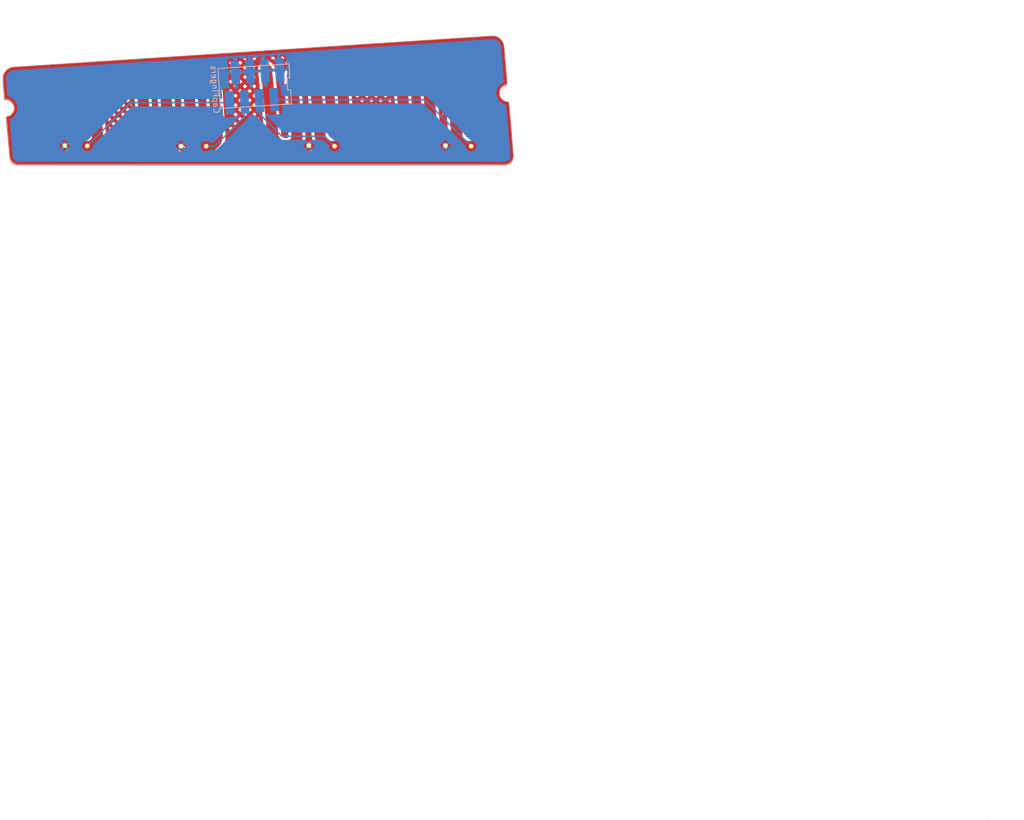
<source format=kicad_pcb>
(kicad_pcb (version 4) (host pcbnew "(2015-05-13 BZR 5653)-product")
  (layers (0 F.Cu signal) (31 B.Cu signal) (34 B.Paste user) (35 F.Paste user) (36 B.SilkS user) (37 F.SilkS user) (38 B.Mask user) (39 F.Mask user) (44 Edge.Cuts user))
  (net 0 "")
  (net 1 "Net-(P1-Pad1)")
  (net 2 "Net-(P1-Pad3)")
  (net 3 GND)
  (net 4 "Net-(P1-Pad5)")
  (net 5 "Net-(P1-Pad7)")
  (module PushPull:8_PIN_MM_conn (layer B.Cu) (at 120.75 75.5 3.7)
    (fp_text reference P1 hide)
    (fp_text value CapFingers (at -0.7112 -3.302 273.7) (layer B.SilkS) (effects (justify mirror)))
    (pad 1 smd rect (at 1.651 -0.889 3.7) (size 1.5 4) (layers B.Cu B.Paste B.Mask) (net 1 "Net-(P1-Pad1)"))
    (pad 3 smd rect (at 4.191 -0.889 3.7) (size 1.5 4) (layers B.Cu B.Paste B.Mask) (net 2 "Net-(P1-Pad3)"))
    (pad 2 smd rect (at 2.921 -5.969 3.7) (size 1.5 4) (layers B.Cu B.Paste B.Mask) (net 3 GND))
    (pad 4 smd rect (at 5.461 -5.969 3.7) (size 1.5 4) (layers B.Cu B.Paste B.Mask) (net 3 GND))
    (pad 5 smd rect (at 6.731 -0.889 3.7) (size 1.5 4) (layers B.Cu B.Paste B.Mask) (net 4 "Net-(P1-Pad5)"))
    (pad 6 smd rect (at 8.001 -5.969 3.7) (size 1.5 4) (layers B.Cu B.Paste B.Mask) (net 3 GND))
    (pad 7 smd rect (at 9.271 -0.889 3.7) (size 1.5 4) (layers B.Cu B.Paste B.Mask) (net 5 "Net-(P1-Pad7)"))
    (pad 8 smd rect (at 10.541 -5.969 3.7) (size 1.5 4) (layers B.Cu B.Paste B.Mask) (net 3 GND))
  )
  (module PushPull:PushPull_FingersPad (layer F.Cu) (at 127.186429 74.16256)
    (fp_text reference P2 hide)
    (fp_text value CONN_01X08 hide)
    (fp_poly (pts (xy 43.755733 9.582972) (xy 43.749817 9.666992) (xy 43.733504 9.772784) (xy 43.708943 9.890661) (xy 43.678286 10.010939) (xy 43.643683 10.123934) (xy 43.622637 10.182357) (xy 43.569159 10.290529) (xy 43.491816 10.406373) (xy 43.397171 10.522696) (xy 43.291791 10.632307) (xy 43.182242 10.728015) (xy 43.075088 10.802629) (xy 43.037285 10.82349) (xy 42.866933 10.902842) (xy 42.717305 10.959852) (xy 42.717305 9.164921) (xy 42.715735 9.11444) (xy 42.711899 9.042181) (xy 42.706239 8.954113) (xy 42.699195 8.856209) (xy 42.691208 8.754438) (xy 42.682718 8.654773) (xy 42.674165 8.563182) (xy 42.66599 8.485638) (xy 42.66185 8.451414) (xy 42.652226 8.376896) (xy 42.582081 8.446857) (xy 42.582081 7.486936) (xy 42.580878 7.451449) (xy 42.580139 7.446433) (xy 42.575671 7.409827) (xy 42.569423 7.347282) (xy 42.562125 7.266637) (xy 42.554507 7.175726) (xy 42.55213 7.145867) (xy 42.545098 7.058792) (xy 42.538752 6.984783) (xy 42.533639 6.929888) (xy 42.530307 6.900155) (xy 42.529566 6.89662) (xy 42.517129 6.90641) (xy 42.485667 6.935811) (xy 42.43991 6.980298) (xy 42.432327 6.987843) (xy 42.432327 5.741733) (xy 42.431037 5.700013) (xy 42.427433 5.639795) (xy 42.425174 5.609166) (xy 42.418743 5.539859) (xy 42.411504 5.482484) (xy 42.404689 5.44621) (xy 42.402438 5.439811) (xy 42.385733 5.437027) (xy 42.351767 5.461017) (xy 42.316408 5.494861) (xy 42.316408 4.766253) (xy 42.279057 4.728984) (xy 42.279057 3.955239) (xy 42.27583 3.950053) (xy 42.259545 3.946107) (xy 42.252783 3.962872) (xy 42.258537 3.981606) (xy 42.271523 3.994427) (xy 42.27893 3.981674) (xy 42.279057 3.955239) (xy 42.279057 4.728984) (xy 42.223266 4.673317) (xy 42.223266 3.268849) (xy 42.217703 3.161015) (xy 42.212139 3.053181) (xy 42.100034 2.941496) (xy 42.100034 1.782385) (xy 42.079786 1.538892) (xy 42.059538 1.2954) (xy 41.971854 1.20647) (xy 41.884171 1.11754) (xy 41.664496 1.337703) (xy 41.444821 1.557867) (xy 41.66451 1.778044) (xy 41.884198 1.998221) (xy 41.992116 1.890303) (xy 42.100034 1.782385) (xy 42.100034 2.941496) (xy 42.048096 2.889753) (xy 41.884052 2.726325) (xy 41.664437 2.946429) (xy 41.520542 3.090643) (xy 41.520542 2.36172) (xy 41.440552 2.281907) (xy 41.440552 0.83292) (xy 41.323909 0.751537) (xy 41.257127 0.700778) (xy 41.180812 0.636441) (xy 41.108299 0.569928) (xy 41.086702 0.548666) (xy 40.966137 0.427179) (xy 40.803132 0.590184) (xy 40.715875 0.67744) (xy 40.715875 -3.251036) (xy 40.496066 -3.471334) (xy 40.276257 -3.691631) (xy 40.056124 -3.471498) (xy 39.911788 -3.327162) (xy 39.911788 -4.056519) (xy 39.796807 -4.17062) (xy 39.681825 -4.28472) (xy 39.701974 -4.08546) (xy 39.709961 -4.007506) (xy 39.716756 -3.943104) (xy 39.721635 -3.899002) (xy 39.723861 -3.881967) (xy 39.728719 -3.879014) (xy 39.740929 -3.886651) (xy 39.765383 -3.909058) (xy 39.806974 -3.950418) (xy 39.823506 -3.967126) (xy 39.911788 -4.056519) (xy 39.911788 -3.327162) (xy 39.835991 -3.251365) (xy 40.0558 -3.031067) (xy 40.275608 -2.810769) (xy 40.495742 -3.030902) (xy 40.715875 -3.251036) (xy 40.715875 0.67744) (xy 40.669714 0.723601) (xy 40.669714 -2.471164) (xy 40.667398 -2.472267) (xy 40.651945 -2.460346) (xy 40.648466 -2.455333) (xy 40.644151 -2.439503) (xy 40.646467 -2.4384) (xy 40.661921 -2.450321) (xy 40.6654 -2.455333) (xy 40.669714 -2.471164) (xy 40.669714 0.723601) (xy 40.663826 0.729489) (xy 40.663826 0.001393) (xy 40.615645 -0.099413) (xy 40.570715 -0.174977) (xy 40.502856 -0.259809) (xy 40.437776 -0.328354) (xy 40.437776 -1.919779) (xy 40.357319 -2.001464) (xy 40.276862 -2.08315) (xy 40.101419 -1.909408) (xy 39.925977 -1.735667) (xy 39.93448 -1.635749) (xy 39.942984 -1.535832) (xy 40.108767 -1.369425) (xy 40.274549 -1.203018) (xy 40.310448 -1.236743) (xy 40.326223 -1.256081) (xy 40.338378 -1.284304) (xy 40.348334 -1.327615) (xy 40.357509 -1.392218) (xy 40.367322 -1.484316) (xy 40.367501 -1.486134) (xy 40.377904 -1.580554) (xy 40.390206 -1.674363) (xy 40.402806 -1.756185) (xy 40.413215 -1.810789) (xy 40.437776 -1.919779) (xy 40.437776 -0.328354) (xy 40.421286 -0.345721) (xy 40.275108 -0.491221) (xy 40.168507 -0.383665) (xy 40.061907 -0.276108) (xy 40.083497 -0.032221) (xy 40.105088 0.211667) (xy 40.189553 0.301433) (xy 40.274019 0.3912) (xy 40.468922 0.196297) (xy 40.663826 0.001393) (xy 40.663826 0.729489) (xy 40.640126 0.753189) (xy 40.855719 0.969261) (xy 40.92517 1.038391) (xy 40.98633 1.098361) (xy 41.03524 1.145367) (xy 41.067945 1.175602) (xy 41.080324 1.185333) (xy 41.09482 1.173975) (xy 41.128657 1.142717) (xy 41.177408 1.095785) (xy 41.236646 1.037404) (xy 41.264945 1.009126) (xy 41.440552 0.83292) (xy 41.440552 2.281907) (xy 41.300404 2.142071) (xy 41.080266 1.922422) (xy 40.860128 2.142071) (xy 40.715701 2.286177) (xy 40.715701 1.557857) (xy 40.496131 1.337799) (xy 40.276562 1.117741) (xy 40.238656 1.15577) (xy 40.20075 1.1938) (xy 40.237498 1.5875) (xy 40.248268 1.698699) (xy 40.258608 1.797727) (xy 40.267968 1.879909) (xy 40.275799 1.94057) (xy 40.281549 1.975036) (xy 40.28381 1.9812) (xy 40.29828 1.969793) (xy 40.332534 1.938137) (xy 40.382559 1.890082) (xy 40.444342 1.829475) (xy 40.504538 1.769528) (xy 40.715701 1.557857) (xy 40.715701 2.286177) (xy 40.639991 2.36172) (xy 40.855651 2.57786) (xy 40.92511 2.647) (xy 40.986272 2.706982) (xy 41.035182 2.754001) (xy 41.067885 2.784251) (xy 41.080266 2.794) (xy 41.094514 2.782592) (xy 41.128615 2.750905) (xy 41.178617 2.702744) (xy 41.240564 2.641916) (xy 41.304882 2.57786) (xy 41.520542 2.36172) (xy 41.520542 3.090643) (xy 41.444821 3.166533) (xy 41.664444 3.386644) (xy 41.884066 3.606755) (xy 42.053666 3.437802) (xy 42.223266 3.268849) (xy 42.223266 4.673317) (xy 42.096271 4.546604) (xy 41.876133 4.326955) (xy 41.655995 4.546604) (xy 41.520542 4.681756) (xy 41.520542 3.970387) (xy 41.300404 3.750738) (xy 41.080266 3.531088) (xy 40.860128 3.750738) (xy 40.715776 3.89477) (xy 40.715776 3.166715) (xy 40.539043 2.989379) (xy 40.476865 2.927506) (xy 40.423707 2.875594) (xy 40.383827 2.837721) (xy 40.361482 2.817969) (xy 40.358252 2.816103) (xy 40.358191 2.833542) (xy 40.360988 2.878095) (xy 40.366039 2.94319) (xy 40.372745 3.02225) (xy 40.380503 3.108702) (xy 40.388711 3.195971) (xy 40.396769 3.277482) (xy 40.404074 3.346661) (xy 40.410024 3.396934) (xy 40.413449 3.419329) (xy 40.418647 3.434876) (xy 40.428489 3.439053) (xy 40.447055 3.429085) (xy 40.478428 3.402193) (xy 40.52669 3.355603) (xy 40.568904 3.313587) (xy 40.715776 3.166715) (xy 40.715776 3.89477) (xy 40.639991 3.970387) (xy 40.855651 4.186527) (xy 40.92511 4.255666) (xy 40.986272 4.315648) (xy 41.035182 4.362667) (xy 41.067885 4.392918) (xy 41.080266 4.402666) (xy 41.094514 4.391258) (xy 41.128615 4.359571) (xy 41.178617 4.311411) (xy 41.240564 4.250582) (xy 41.304882 4.186527) (xy 41.520542 3.970387) (xy 41.520542 4.681756) (xy 41.435857 4.766253) (xy 41.651517 4.982393) (xy 41.720976 5.051533) (xy 41.782138 5.111515) (xy 41.831048 5.158534) (xy 41.863752 5.188784) (xy 41.876133 5.198533) (xy 41.89038 5.187125) (xy 41.924482 5.155438) (xy 41.974484 5.107277) (xy 42.036431 5.046449) (xy 42.100748 4.982393) (xy 42.316408 4.766253) (xy 42.316408 5.494861) (xy 42.316357 5.49491) (xy 42.241486 5.571198) (xy 42.333398 5.664265) (xy 42.377575 5.708308) (xy 42.411764 5.741095) (xy 42.429815 5.756765) (xy 42.431004 5.757333) (xy 42.432327 5.741733) (xy 42.432327 6.987843) (xy 42.384587 7.035344) (xy 42.383596 7.03634) (xy 42.316408 7.103878) (xy 42.316408 6.37492) (xy 42.096271 6.155271) (xy 41.876133 5.935622) (xy 41.655995 6.155271) (xy 41.511742 6.299203) (xy 41.511742 5.571231) (xy 41.291933 5.350933) (xy 41.072124 5.130635) (xy 40.851991 5.350769) (xy 40.715793 5.486966) (xy 40.715793 4.775161) (xy 40.617129 4.677814) (xy 40.518465 4.580466) (xy 40.52785 4.665133) (xy 40.535829 4.735545) (xy 40.544872 4.813159) (xy 40.548166 4.840829) (xy 40.559096 4.931857) (xy 40.637445 4.853509) (xy 40.715793 4.775161) (xy 40.715793 5.486966) (xy 40.631857 5.570902) (xy 40.851666 5.7912) (xy 41.071475 6.011498) (xy 41.291608 5.791364) (xy 41.511742 5.571231) (xy 41.511742 6.299203) (xy 41.435857 6.37492) (xy 41.651517 6.59106) (xy 41.720976 6.6602) (xy 41.782138 6.720182) (xy 41.831048 6.767201) (xy 41.863752 6.797451) (xy 41.876133 6.8072) (xy 41.89038 6.795792) (xy 41.924482 6.764105) (xy 41.974484 6.715944) (xy 42.036431 6.655116) (xy 42.100748 6.59106) (xy 42.316408 6.37492) (xy 42.316408 7.103878) (xy 42.240908 7.179773) (xy 42.401086 7.34062) (xy 42.461066 7.39987) (xy 42.512949 7.449286) (xy 42.551922 7.484418) (xy 42.573171 7.500813) (xy 42.575066 7.501467) (xy 42.582081 7.486936) (xy 42.582081 8.446857) (xy 42.450431 8.578164) (xy 42.324542 8.703725) (xy 42.324542 7.975764) (xy 42.104733 7.755467) (xy 41.884924 7.535169) (xy 41.664791 7.755302) (xy 41.520542 7.89955) (xy 41.520542 7.170787) (xy 41.300404 6.951138) (xy 41.080266 6.731488) (xy 40.860128 6.951138) (xy 40.704021 7.106898) (xy 40.704021 6.363531) (xy 40.690613 6.342349) (xy 40.681451 6.332092) (xy 40.648758 6.295966) (xy 40.6376 6.335683) (xy 40.627724 6.386275) (xy 40.624754 6.417348) (xy 40.623066 6.459297) (xy 40.668605 6.413758) (xy 40.697352 6.383095) (xy 40.704021 6.363531) (xy 40.704021 7.106898) (xy 40.639991 7.170787) (xy 40.855651 7.386927) (xy 40.92511 7.456066) (xy 40.986272 7.516048) (xy 41.035182 7.563067) (xy 41.067885 7.593318) (xy 41.080266 7.603067) (xy 41.094514 7.591658) (xy 41.128615 7.559971) (xy 41.178617 7.511811) (xy 41.240564 7.450982) (xy 41.304882 7.386927) (xy 41.520542 7.170787) (xy 41.520542 7.89955) (xy 41.444657 7.975435) (xy 41.664466 8.195733) (xy 41.884275 8.416031) (xy 42.104408 8.195898) (xy 42.324542 7.975764) (xy 42.324542 8.703725) (xy 42.248637 8.779433) (xy 42.464307 8.995583) (xy 42.534084 9.0648) (xy 42.595964 9.124834) (xy 42.6459 9.171866) (xy 42.679844 9.202078) (xy 42.693453 9.211733) (xy 42.710647 9.19836) (xy 42.71617 9.187653) (xy 42.717305 9.164921) (xy 42.717305 10.959852) (xy 42.705067 10.964515) (xy 42.557626 11.006438) (xy 42.464907 11.023085) (xy 42.44382 11.023613) (xy 42.389433 11.024133) (xy 42.324542 11.024512) (xy 42.324542 9.584431) (xy 42.104733 9.364133) (xy 41.884924 9.143835) (xy 41.664791 9.363969) (xy 41.520542 9.508217) (xy 41.520542 8.779453) (xy 41.300404 8.559804) (xy 41.080266 8.340155) (xy 40.860128 8.559804) (xy 40.715831 8.703781) (xy 40.715831 7.975809) (xy 40.530037 7.789438) (xy 40.465528 7.725439) (xy 40.409226 7.670921) (xy 40.365489 7.630001) (xy 40.338675 7.606793) (xy 40.332655 7.603067) (xy 40.320521 7.617449) (xy 40.3023 7.654184) (xy 40.290849 7.682193) (xy 40.270919 7.726894) (xy 40.238084 7.792421) (xy 40.196667 7.870447) (xy 40.150995 7.952641) (xy 40.14436 7.964265) (xy 40.140231 7.971471) (xy 40.140231 6.033903) (xy 40.132374 5.839172) (xy 40.128742 5.795289) (xy 40.122098 5.719914) (xy 40.112574 5.614428) (xy 40.1003 5.48021) (xy 40.085408 5.318641) (xy 40.068028 5.131101) (xy 40.048291 4.918972) (xy 40.026329 4.683634) (xy 40.002273 4.426467) (xy 39.976253 4.148852) (xy 39.948401 3.85217) (xy 39.918847 3.5378) (xy 39.903232 3.371898) (xy 39.903232 -2.44238) (xy 39.892958 -2.464629) (xy 39.884175 -2.474799) (xy 39.859769 -2.498451) (xy 39.850696 -2.494833) (xy 39.854132 -2.461519) (xy 39.856141 -2.450725) (xy 39.865672 -2.419548) (xy 39.88012 -2.417227) (xy 39.888939 -2.423519) (xy 39.903232 -2.44238) (xy 39.903232 3.371898) (xy 39.887723 3.207124) (xy 39.85516 2.861523) (xy 39.821289 2.502375) (xy 39.78624 2.131063) (xy 39.750146 1.748967) (xy 39.713136 1.357467) (xy 39.675342 0.957944) (xy 39.636895 0.551778) (xy 39.597926 0.140351) (xy 39.558566 -0.274959) (xy 39.518946 -0.692769) (xy 39.479197 -1.1117) (xy 39.43945 -1.53037) (xy 39.399837 -1.9474) (xy 39.360487 -2.361409) (xy 39.321533 -2.771016) (xy 39.283105 -3.17484) (xy 39.245335 -3.571502) (xy 39.208352 -3.95962) (xy 39.17229 -4.337814) (xy 39.137277 -4.704704) (xy 39.103446 -5.058909) (xy 39.070927 -5.399048) (xy 39.039852 -5.723741) (xy 39.010352 -6.031607) (xy 38.982556 -6.321266) (xy 38.956598 -6.591337) (xy 38.932607 -6.84044) (xy 38.910715 -7.067194) (xy 38.891053 -7.270218) (xy 38.873751 -7.448133) (xy 38.858941 -7.599557) (xy 38.846754 -7.723109) (xy 38.837321 -7.817411) (xy 38.830772 -7.88108) (xy 38.82724 -7.912736) (xy 38.826862 -7.915378) (xy 38.786455 -8.092884) (xy 38.726042 -8.256709) (xy 38.641678 -8.415787) (xy 38.539715 -8.565356) (xy 38.404836 -8.721131) (xy 38.247479 -8.86011) (xy 38.074619 -8.977084) (xy 37.893228 -9.066844) (xy 37.8424 -9.086199) (xy 37.736698 -9.11588) (xy 37.608751 -9.139264) (xy 37.510289 -9.150221) (xy 37.510289 -9.674076) (xy 37.416881 -9.767484) (xy 37.323472 -9.860893) (xy 37.051721 -9.845017) (xy 36.77997 -9.829141) (xy 36.703493 -9.754084) (xy 36.627016 -9.679028) (xy 36.672409 -9.631647) (xy 36.69678 -9.607161) (xy 36.71824 -9.592597) (xy 36.744351 -9.587533) (xy 36.782673 -9.591549) (xy 36.840768 -9.604224) (xy 36.900893 -9.61892) (xy 37.001337 -9.638232) (xy 37.125548 -9.653408) (xy 37.263552 -9.663255) (xy 37.275977 -9.663824) (xy 37.510289 -9.674076) (xy 37.510289 -9.150221) (xy 37.469858 -9.154719) (xy 37.331318 -9.16061) (xy 37.327471 -9.160621) (xy 37.11604 -9.144697) (xy 36.912627 -9.0977) (xy 36.719711 -9.021968) (xy 36.539765 -8.919839) (xy 36.375265 -8.793651) (xy 36.228689 -8.645741) (xy 36.102511 -8.478447) (xy 35.999208 -8.294106) (xy 35.921256 -8.095057) (xy 35.899513 -8.00335) (xy 35.899513 -9.67872) (xy 35.852523 -9.722396) (xy 35.805533 -9.766073) (xy 35.433 -9.740953) (xy 35.323202 -9.73283) (xy 35.224188 -9.72414) (xy 35.14117 -9.715451) (xy 35.079359 -9.707332) (xy 35.043968 -9.70035) (xy 35.038249 -9.697905) (xy 35.035247 -9.686004) (xy 35.046622 -9.663631) (xy 35.074691 -9.627985) (xy 35.121772 -9.576264) (xy 35.190183 -9.505668) (xy 35.232738 -9.462788) (xy 35.302371 -9.393472) (xy 35.363712 -9.333304) (xy 35.412818 -9.286081) (xy 35.445743 -9.255598) (xy 35.4584 -9.2456) (xy 35.472645 -9.257009) (xy 35.506749 -9.2887) (xy 35.556762 -9.336872) (xy 35.618732 -9.397723) (xy 35.683434 -9.46216) (xy 35.899513 -9.67872) (xy 35.899513 -8.00335) (xy 35.87113 -7.883636) (xy 35.857131 -7.7724) (xy 35.856718 -7.755326) (xy 35.857554 -7.726287) (xy 35.859716 -7.684434) (xy 35.863282 -7.62892) (xy 35.868329 -7.558897) (xy 35.874935 -7.473517) (xy 35.883177 -7.371931) (xy 35.893134 -7.253292) (xy 35.904881 -7.116751) (xy 35.918498 -6.96146) (xy 35.934062 -6.786573) (xy 35.95165 -6.591239) (xy 35.97134 -6.374612) (xy 35.993209 -6.135843) (xy 36.017336 -5.874085) (xy 36.043797 -5.588488) (xy 36.07267 -5.278206) (xy 36.104033 -4.94239) (xy 36.137963 -4.580192) (xy 36.174538 -4.190764) (xy 36.213836 -3.773258) (xy 36.255933 -3.326826) (xy 36.300909 -2.85062) (xy 36.348839 -2.343791) (xy 36.399802 -1.805493) (xy 36.453876 -1.234876) (xy 36.490321 -0.850538) (xy 36.535618 -0.372689) (xy 36.580094 0.09706) (xy 36.623642 0.557559) (xy 36.666155 1.007658) (xy 36.707526 1.446208) (xy 36.747648 1.872059) (xy 36.786413 2.284062) (xy 36.823714 2.681069) (xy 36.859445 3.061928) (xy 36.893497 3.425491) (xy 36.925763 3.770609) (xy 36.956137 4.096132) (xy 36.984511 4.40091) (xy 37.010778 4.683795) (xy 37.034831 4.943636) (xy 37.056562 5.179284) (xy 37.075865 5.38959) (xy 37.092631 5.573405) (xy 37.106754 5.729579) (xy 37.118127 5.856963) (xy 37.126642 5.954406) (xy 37.132192 6.020761) (xy 37.134671 6.054876) (xy 37.1348 6.058526) (xy 37.127028 6.158839) (xy 37.101737 6.234447) (xy 37.055962 6.291225) (xy 36.99808 6.329406) (xy 36.974089 6.341215) (xy 36.950558 6.350279) (xy 36.922924 6.356903) (xy 36.886624 6.36139) (xy 36.837095 6.364046) (xy 36.769776 6.365174) (xy 36.680101 6.365079) (xy 36.563509 6.364066) (xy 36.490381 6.363273) (xy 36.057629 6.358467) (xy 35.928675 6.294698) (xy 35.8013 6.214864) (xy 35.693825 6.113135) (xy 35.610727 5.994659) (xy 35.557437 5.867882) (xy 35.554912 5.847257) (xy 35.549719 5.794119) (xy 35.541961 5.70971) (xy 35.531743 5.59527) (xy 35.519171 5.45204) (xy 35.504349 5.281261) (xy 35.496784 5.193385) (xy 35.496784 -8.442869) (xy 35.494992 -8.466066) (xy 35.483273 -8.482916) (xy 35.483043 -8.483147) (xy 35.47177 -8.489676) (xy 35.456033 -8.487018) (xy 35.432353 -8.472409) (xy 35.397249 -8.443086) (xy 35.347241 -8.396286) (xy 35.278849 -8.329247) (xy 35.238123 -8.288724) (xy 35.094008 -8.144929) (xy 35.094008 -8.872902) (xy 34.8742 -9.0932) (xy 34.654391 -9.313498) (xy 34.434257 -9.093365) (xy 34.272319 -8.931427) (xy 34.272319 -9.657895) (xy 34.253997 -9.658904) (xy 34.207762 -9.657669) (xy 34.139466 -9.654571) (xy 34.054959 -9.649995) (xy 33.960092 -9.644321) (xy 33.860719 -9.637933) (xy 33.762689 -9.631214) (xy 33.671854 -9.624546) (xy 33.594066 -9.618312) (xy 33.535176 -9.612894) (xy 33.501036 -9.608676) (xy 33.494982 -9.607062) (xy 33.503644 -9.59336) (xy 33.532529 -9.560113) (xy 33.577739 -9.511551) (xy 33.635379 -9.451903) (xy 33.672596 -9.414268) (xy 33.857827 -9.228461) (xy 34.068933 -9.439566) (xy 34.136609 -9.508045) (xy 34.194413 -9.568076) (xy 34.238669 -9.615712) (xy 34.265699 -9.647008) (xy 34.272319 -9.657895) (xy 34.272319 -8.931427) (xy 34.214124 -8.873231) (xy 34.433933 -8.652933) (xy 34.653742 -8.432636) (xy 34.873875 -8.652769) (xy 35.094008 -8.872902) (xy 35.094008 -8.144929) (xy 35.018207 -8.069296) (xy 35.174469 -7.912381) (xy 35.233631 -7.853919) (xy 35.284587 -7.805343) (xy 35.322475 -7.771157) (xy 35.342438 -7.755865) (xy 35.343765 -7.755467) (xy 35.351853 -7.77052) (xy 35.356421 -7.80822) (xy 35.3568 -7.824774) (xy 35.361619 -7.888428) (xy 35.374702 -7.974571) (xy 35.393982 -8.073437) (xy 35.417393 -8.17526) (xy 35.44287 -8.270276) (xy 35.466664 -8.344129) (xy 35.487668 -8.404999) (xy 35.496784 -8.442869) (xy 35.496784 5.193385) (xy 35.487382 5.084172) (xy 35.468374 4.862015) (xy 35.447431 4.616031) (xy 35.424657 4.34746) (xy 35.400158 4.057542) (xy 35.374037 3.747519) (xy 35.346399 3.418631) (xy 35.31735 3.072119) (xy 35.286994 2.709223) (xy 35.255436 2.331184) (xy 35.222781 1.939243) (xy 35.189133 1.53464) (xy 35.154598 1.118617) (xy 35.119279 0.692413) (xy 35.093771 0.384063) (xy 35.093771 -7.264474) (xy 34.874253 -7.48448) (xy 34.654735 -7.704487) (xy 34.542672 -7.593283) (xy 34.430609 -7.482078) (xy 34.538251 -7.302853) (xy 34.585595 -7.222249) (xy 34.631348 -7.141258) (xy 34.669802 -7.070155) (xy 34.692313 -7.025531) (xy 34.717461 -6.974929) (xy 34.737509 -6.939202) (xy 34.747517 -6.926584) (xy 34.761968 -6.937619) (xy 34.795652 -6.968513) (xy 34.844055 -7.014979) (xy 34.902662 -7.07273) (xy 34.925036 -7.095104) (xy 35.093771 -7.264474) (xy 35.093771 0.384063) (xy 35.083282 0.257269) (xy 35.069021 0.084667) (xy 35.032682 -0.354792) (xy 34.996917 -0.786338) (xy 34.961834 -1.2087) (xy 34.92754 -1.62061) (xy 34.894143 -2.020797) (xy 34.861751 -2.407992) (xy 34.830473 -2.780924) (xy 34.800415 -3.138325) (xy 34.771687 -3.478924) (xy 34.744395 -3.801451) (xy 34.718648 -4.104636) (xy 34.694554 -4.38721) (xy 34.67222 -4.647904) (xy 34.651755 -4.885446) (xy 34.633266 -5.098567) (xy 34.616862 -5.285999) (xy 34.602649 -5.446469) (xy 34.590737 -5.57871) (xy 34.581233 -5.681451) (xy 34.574244 -5.753422) (xy 34.56988 -5.793353) (xy 34.568993 -5.79952) (xy 34.49558 -6.124033) (xy 34.390237 -6.444142) (xy 34.290501 -6.673513) (xy 34.290501 -8.068072) (xy 34.070368 -8.288205) (xy 33.850235 -8.508339) (xy 33.758588 -8.417831) (xy 33.666942 -8.327323) (xy 33.889571 -8.110299) (xy 34.1122 -7.893274) (xy 34.20135 -7.980673) (xy 34.290501 -8.068072) (xy 34.290501 -6.673513) (xy 34.254901 -6.755385) (xy 34.091509 -7.053297) (xy 33.905452 -7.328793) (xy 33.835603 -7.415873) (xy 33.746336 -7.517331) (xy 33.644494 -7.626162) (xy 33.536922 -7.735361) (xy 33.494478 -7.776251) (xy 33.494478 -8.864095) (xy 33.274179 -9.084394) (xy 33.05388 -9.304693) (xy 32.866478 -9.117291) (xy 32.679076 -8.929889) (xy 32.853771 -8.843657) (xy 32.938114 -8.800849) (xy 33.02458 -8.755003) (xy 33.100786 -8.712772) (xy 33.138533 -8.690665) (xy 33.2486 -8.623905) (xy 33.371539 -8.744) (xy 33.494478 -8.864095) (xy 33.494478 -7.776251) (xy 33.430462 -7.837922) (xy 33.33196 -7.92684) (xy 33.274 -7.975153) (xy 32.992546 -8.177913) (xy 32.693234 -8.351954) (xy 32.555178 -8.415211) (xy 32.555178 -9.545826) (xy 32.555129 -9.546781) (xy 32.536631 -9.548151) (xy 32.491287 -9.547025) (xy 32.425988 -9.543888) (xy 32.347624 -9.539224) (xy 32.263084 -9.533518) (xy 32.179259 -9.527253) (xy 32.103039 -9.520915) (xy 32.041313 -9.514988) (xy 32.000973 -9.509955) (xy 31.988785 -9.506963) (xy 31.996594 -9.49242) (xy 32.024141 -9.459285) (xy 32.066957 -9.412649) (xy 32.114611 -9.363586) (xy 32.248817 -9.228588) (xy 32.405269 -9.384389) (xy 32.462913 -9.44274) (xy 32.509953 -9.492175) (xy 32.542129 -9.528076) (xy 32.555178 -9.545826) (xy 32.555178 -8.415211) (xy 32.376358 -8.497145) (xy 32.042212 -8.613359) (xy 31.69109 -8.700468) (xy 31.563733 -8.724142) (xy 31.494006 -8.732325) (xy 31.397418 -8.73849) (xy 31.280914 -8.742644) (xy 31.151439 -8.744796) (xy 31.015939 -8.744951) (xy 30.881358 -8.743117) (xy 30.854478 -8.742308) (xy 30.854478 -9.443281) (xy 30.756139 -9.437053) (xy 30.680441 -9.431547) (xy 30.600328 -9.42467) (xy 30.566765 -9.421394) (xy 30.475731 -9.411963) (xy 30.557662 -9.328782) (xy 30.599848 -9.287266) (xy 30.632611 -9.257453) (xy 30.64905 -9.245612) (xy 30.649226 -9.2456) (xy 30.664768 -9.256815) (xy 30.69765 -9.286649) (xy 30.74166 -9.329387) (xy 30.756669 -9.344441) (xy 30.854478 -9.443281) (xy 30.854478 -8.742308) (xy 30.754642 -8.739302) (xy 30.642735 -8.733513) (xy 30.552583 -8.725758) (xy 30.5308 -8.723046) (xy 30.229761 -8.670437) (xy 29.948159 -8.596825) (xy 29.676933 -8.49951) (xy 29.470157 -8.407065) (xy 29.292395 -8.317489) (xy 29.138013 -8.231101) (xy 29.131236 -8.22677) (xy 29.131236 -9.330267) (xy 29.078869 -9.330267) (xy 29.032037 -9.326927) (xy 28.998987 -9.319708) (xy 28.981063 -9.309224) (xy 28.986887 -9.292893) (xy 29.000226 -9.277375) (xy 29.026907 -9.252232) (xy 29.048694 -9.250185) (xy 29.076656 -9.272512) (xy 29.091466 -9.287934) (xy 29.131236 -9.330267) (xy 29.131236 -8.22677) (xy 28.998949 -8.142216) (xy 28.867138 -8.045152) (xy 28.734518 -7.934224) (xy 28.676255 -7.880499) (xy 28.676255 -8.872882) (xy 28.473227 -9.076772) (xy 28.397319 -9.1523) (xy 28.340788 -9.206402) (xy 28.299683 -9.2422) (xy 28.27005 -9.262818) (xy 28.247938 -9.271378) (xy 28.229395 -9.271003) (xy 28.227866 -9.270662) (xy 28.201786 -9.255637) (xy 28.157247 -9.220636) (xy 28.099335 -9.170031) (xy 28.033132 -9.108194) (xy 27.990967 -9.066942) (xy 27.796401 -8.873221) (xy 28.016205 -8.652928) (xy 28.236008 -8.432636) (xy 28.456132 -8.652759) (xy 28.676255 -8.872882) (xy 28.676255 -7.880499) (xy 28.593025 -7.80375) (xy 28.536068 -7.748656) (xy 28.364401 -7.572617) (xy 28.217057 -7.402049) (xy 28.08767 -7.228105) (xy 27.969874 -7.041933) (xy 27.872275 -6.862249) (xy 27.872275 -8.069213) (xy 27.652137 -8.288862) (xy 27.432 -8.508512) (xy 27.211862 -8.288862) (xy 27.076499 -8.1538) (xy 27.076499 -8.86517) (xy 26.919391 -9.021625) (xy 26.762284 -9.178079) (xy 26.627242 -9.167507) (xy 26.4922 -9.156934) (xy 26.343974 -9.011062) (xy 26.195748 -8.865189) (xy 26.411463 -8.648995) (xy 26.480931 -8.579846) (xy 26.542102 -8.519854) (xy 26.591022 -8.472824) (xy 26.623737 -8.442562) (xy 26.636133 -8.4328) (xy 26.65038 -8.444208) (xy 26.684482 -8.475896) (xy 26.734485 -8.524058) (xy 26.796435 -8.584889) (xy 26.860793 -8.648985) (xy 27.076499 -8.86517) (xy 27.076499 -8.1538) (xy 26.991724 -8.069213) (xy 27.207384 -7.853073) (xy 27.276843 -7.783934) (xy 27.338005 -7.723952) (xy 27.386915 -7.676933) (xy 27.419618 -7.646682) (xy 27.432 -7.636934) (xy 27.446247 -7.648342) (xy 27.480349 -7.680029) (xy 27.530351 -7.728189) (xy 27.592298 -7.789018) (xy 27.656615 -7.853073) (xy 27.872275 -8.069213) (xy 27.872275 -6.862249) (xy 27.857302 -6.834683) (xy 27.810246 -6.739633) (xy 27.688743 -6.451108) (xy 27.59415 -6.145883) (xy 27.527667 -5.829304) (xy 27.490494 -5.506713) (xy 27.482554 -5.279634) (xy 27.483816 -5.247974) (xy 27.487576 -5.183847) (xy 27.49374 -5.088556) (xy 27.502209 -4.963401) (xy 27.51289 -4.809683) (xy 27.525686 -4.628704) (xy 27.540501 -4.421764) (xy 27.55724 -4.190165) (xy 27.575806 -3.935208) (xy 27.596104 -3.658193) (xy 27.618038 -3.360423) (xy 27.641512 -3.043198) (xy 27.666429 -2.707819) (xy 27.692696 -2.355587) (xy 27.720214 -1.987804) (xy 27.74889 -1.605771) (xy 27.778626 -1.210788) (xy 27.809327 -0.804157) (xy 27.840897 -0.387179) (xy 27.87324 0.038844) (xy 27.90626 0.472613) (xy 27.907504 0.488921) (xy 27.947242 1.009904) (xy 27.984517 1.498186) (xy 28.019387 1.95484) (xy 28.051913 2.380937) (xy 28.082156 2.777549) (xy 28.110177 3.145749) (xy 28.136035 3.486607) (xy 28.15979 3.801196) (xy 28.181505 4.090589) (xy 28.201238 4.355856) (xy 28.21905 4.59807) (xy 28.235002 4.818302) (xy 28.249154 5.017625) (xy 28.261566 5.19711) (xy 28.272299 5.357829) (xy 28.281414 5.500855) (xy 28.28897 5.627259) (xy 28.295028 5.738113) (xy 28.299648 5.834489) (xy 28.302892 5.917459) (xy 28.304819 5.988094) (xy 28.305489 6.047467) (xy 28.304964 6.09665) (xy 28.303303 6.136714) (xy 28.300567 6.168732) (xy 28.296817 6.193775) (xy 28.292112 6.212915) (xy 28.286513 6.227225) (xy 28.280081 6.237775) (xy 28.272877 6.245638) (xy 28.264959 6.251887) (xy 28.256389 6.257592) (xy 28.247228 6.263825) (xy 28.237535 6.271659) (xy 28.233617 6.275387) (xy 28.199844 6.305366) (xy 28.162896 6.328271) (xy 28.117985 6.344905) (xy 28.06032 6.356071) (xy 27.98511 6.362571) (xy 27.887567 6.365207) (xy 27.7629 6.364782) (xy 27.704968 6.363944) (xy 27.372733 6.358467) (xy 27.259112 6.301443) (xy 27.153227 6.234711) (xy 27.076408 6.166627) (xy 27.076408 -7.273347) (xy 26.856271 -7.492996) (xy 26.636133 -7.712645) (xy 26.415995 -7.492996) (xy 26.280828 -7.35813) (xy 26.280828 -8.068279) (xy 26.060585 -8.288521) (xy 25.840343 -8.508764) (xy 25.727506 -8.395926) (xy 25.614669 -8.283089) (xy 25.720847 -8.167445) (xy 25.783151 -8.094776) (xy 25.849511 -8.009806) (xy 25.906809 -7.929424) (xy 25.913082 -7.919927) (xy 25.999138 -7.788053) (xy 26.139983 -7.928166) (xy 26.280828 -8.068279) (xy 26.280828 -7.35813) (xy 26.195857 -7.273347) (xy 26.411517 -7.057207) (xy 26.480976 -6.988067) (xy 26.542138 -6.928085) (xy 26.591048 -6.881066) (xy 26.623752 -6.850816) (xy 26.636133 -6.841067) (xy 26.65038 -6.852475) (xy 26.684482 -6.884162) (xy 26.734484 -6.932323) (xy 26.796431 -6.993151) (xy 26.860748 -7.057207) (xy 27.076408 -7.273347) (xy 27.076408 6.166627) (xy 27.0764 6.16662) (xy 27.0764 2.3622) (xy 27.067933 2.353733) (xy 27.059466 2.3622) (xy 27.067933 2.370666) (xy 27.0764 2.3622) (xy 27.0764 6.16662) (xy 27.054644 6.147339) (xy 26.969752 6.046846) (xy 26.904942 5.940754) (xy 26.867538 5.840576) (xy 26.865304 5.820716) (xy 26.860201 5.768288) (xy 26.852333 5.68446) (xy 26.841806 5.570398) (xy 26.828723 5.427272) (xy 26.813189 5.256247) (xy 26.795308 5.058493) (xy 26.775184 4.835176) (xy 26.752922 4.587465) (xy 26.728627 4.316527) (xy 26.702402 4.02353) (xy 26.674352 3.709641) (xy 26.644581 3.376028) (xy 26.613194 3.023859) (xy 26.580296 2.654301) (xy 26.545989 2.268522) (xy 26.51038 1.86769) (xy 26.473572 1.452973) (xy 26.435669 1.025537) (xy 26.396776 0.586551) (xy 26.356998 0.137183) (xy 26.316438 -0.321401) (xy 26.289344 -0.627957) (xy 26.237972 -1.20908) (xy 26.189457 -1.75729) (xy 26.143722 -2.273416) (xy 26.100693 -2.758284) (xy 26.060293 -3.212721) (xy 26.022447 -3.637554) (xy 25.987077 -4.033612) (xy 25.954109 -4.40172) (xy 25.923466 -4.742707) (xy 25.895073 -5.057399) (xy 25.868853 -5.346623) (xy 25.84473 -5.611208) (xy 25.822629 -5.851979) (xy 25.802474 -6.069765) (xy 25.784189 -6.265392) (xy 25.767697 -6.439688) (xy 25.752923 -6.59348) (xy 25.739791 -6.727595) (xy 25.728225 -6.84286) (xy 25.718149 -6.940102) (xy 25.709487 -7.020149) (xy 25.702163 -7.083828) (xy 25.696101 -7.131967) (xy 25.691225 -7.165391) (xy 25.68746 -7.184929) (xy 25.687331 -7.185434) (xy 25.616332 -7.394669) (xy 25.517135 -7.587719) (xy 25.475656 -7.645808) (xy 25.475656 -8.873272) (xy 25.372089 -8.976838) (xy 25.268523 -9.080405) (xy 25.01824 -9.06268) (xy 24.767956 -9.044954) (xy 24.682373 -8.959371) (xy 24.59679 -8.873788) (xy 24.650844 -8.818019) (xy 24.700704 -8.778002) (xy 24.766758 -8.747954) (xy 24.819615 -8.732155) (xy 24.896364 -8.708248) (xy 24.982899 -8.675706) (xy 25.052866 -8.645086) (xy 25.110081 -8.61792) (xy 25.15467 -8.597377) (xy 25.17858 -8.58715) (xy 25.18024 -8.586655) (xy 25.194897 -8.597385) (xy 25.228302 -8.627683) (xy 25.275514 -8.672917) (xy 25.33159 -8.728454) (xy 25.332368 -8.729236) (xy 25.475656 -8.873272) (xy 25.475656 -7.645808) (xy 25.392334 -7.762495) (xy 25.244524 -7.916909) (xy 25.076299 -8.048875) (xy 24.890255 -8.156303) (xy 24.688986 -8.237108) (xy 24.475085 -8.2892) (xy 24.290866 -8.309085) (xy 24.198274 -8.312236) (xy 24.125061 -8.31047) (xy 24.056926 -8.302406) (xy 23.979566 -8.286665) (xy 23.9268 -8.273961) (xy 23.866286 -8.25459) (xy 23.866286 -8.873662) (xy 23.813445 -8.926504) (xy 23.760603 -8.979346) (xy 23.403681 -8.957445) (xy 23.282825 -8.949722) (xy 23.191293 -8.942946) (xy 23.124584 -8.93649) (xy 23.078191 -8.929727) (xy 23.04761 -8.922027) (xy 23.028338 -8.912764) (xy 23.0179 -8.903656) (xy 23.006915 -8.888951) (xy 23.005047 -8.873589) (xy 23.015475 -8.852675) (xy 23.041372 -8.821316) (xy 23.085914 -8.774618) (xy 23.13158 -8.728483) (xy 23.187801 -8.672817) (xy 23.23544 -8.627241) (xy 23.269458 -8.596465) (xy 23.284808 -8.5852) (xy 23.304137 -8.591848) (xy 23.346131 -8.609527) (xy 23.402815 -8.634839) (xy 23.421708 -8.643514) (xy 23.498596 -8.676473) (xy 23.580431 -8.707547) (xy 23.649906 -8.730178) (xy 23.651829 -8.730716) (xy 23.741317 -8.764876) (xy 23.806915 -8.812496) (xy 23.811013 -8.816634) (xy 23.866286 -8.873662) (xy 23.866286 -8.25459) (xy 23.703268 -8.202404) (xy 23.498969 -8.104215) (xy 23.315508 -7.981088) (xy 23.154492 -7.834716) (xy 23.017525 -7.666795) (xy 22.906214 -7.479019) (xy 22.859921 -7.365594) (xy 22.859921 -8.272919) (xy 22.741322 -8.39061) (xy 22.622722 -8.508301) (xy 22.402739 -8.288807) (xy 22.250411 -8.136817) (xy 22.250411 -8.872823) (xy 22.234457 -8.873504) (xy 22.190337 -8.872216) (xy 22.123674 -8.869291) (xy 22.040091 -8.865063) (xy 21.94521 -8.859864) (xy 21.844655 -8.854027) (xy 21.744048 -8.847886) (xy 21.649012 -8.841773) (xy 21.565169 -8.836022) (xy 21.498142 -8.830965) (xy 21.453554 -8.826936) (xy 21.437876 -8.824694) (xy 21.446392 -8.812591) (xy 21.475181 -8.780665) (xy 21.520457 -8.732928) (xy 21.578434 -8.673395) (xy 21.623887 -8.627513) (xy 21.818088 -8.432759) (xy 22.034244 -8.648435) (xy 22.103383 -8.71788) (xy 22.163367 -8.779006) (xy 22.210391 -8.827864) (xy 22.24065 -8.860504) (xy 22.250411 -8.872823) (xy 22.250411 -8.136817) (xy 22.182757 -8.069312) (xy 22.329322 -7.922065) (xy 22.475887 -7.774818) (xy 22.531836 -7.86773) (xy 22.572479 -7.93192) (xy 22.616796 -7.99703) (xy 22.642082 -8.031621) (xy 22.683908 -8.082902) (xy 22.736722 -8.143142) (xy 22.77815 -8.18776) (xy 22.859921 -8.272919) (xy 22.859921 -7.365594) (xy 22.822164 -7.273083) (xy 22.766982 -7.05068) (xy 22.766869 -7.050037) (xy 22.754721 -6.968606) (xy 22.745737 -6.885962) (xy 22.741575 -6.817877) (xy 22.741466 -6.808346) (xy 22.742949 -6.784116) (xy 22.747315 -6.727574) (xy 22.754438 -6.64014) (xy 22.764192 -6.523235) (xy 22.776453 -6.37828) (xy 22.791094 -6.206695) (xy 22.80799 -6.009901) (xy 22.827016 -5.789319) (xy 22.848046 -5.546369) (xy 22.870955 -5.282471) (xy 22.895617 -4.999047) (xy 22.921906 -4.697517) (xy 22.949698 -4.379301) (xy 22.978867 -4.04582) (xy 23.009287 -3.698496) (xy 23.040832 -3.338747) (xy 23.073378 -2.967996) (xy 23.106799 -2.587663) (xy 23.140969 -2.199168) (xy 23.175762 -1.803931) (xy 23.211054 -1.403374) (xy 23.246719 -0.998918) (xy 23.282631 -0.591982) (xy 23.318665 -0.183987) (xy 23.354696 0.223645) (xy 23.390597 0.629495) (xy 23.426243 1.032142) (xy 23.46151 1.430165) (xy 23.496271 1.822143) (xy 23.530401 2.206657) (xy 23.563774 2.582285) (xy 23.596265 2.947606) (xy 23.627749 3.301201) (xy 23.658099 3.641647) (xy 23.687192 3.967526) (xy 23.7149 4.277416) (xy 23.741098 4.569897) (xy 23.765662 4.843548) (xy 23.788465 5.096948) (xy 23.809382 5.328677) (xy 23.828288 5.537314) (xy 23.845057 5.721438) (xy 23.859563 5.87963) (xy 23.871682 6.010467) (xy 23.881287 6.112531) (xy 23.888253 6.184399) (xy 23.892455 6.224652) (xy 23.893316 6.231467) (xy 23.951902 6.523946) (xy 24.039852 6.821154) (xy 24.154498 7.116831) (xy 24.293171 7.404713) (xy 24.453202 7.678538) (xy 24.600547 7.890933) (xy 24.670283 7.977266) (xy 24.759903 8.078388) (xy 24.862947 8.187806) (xy 24.972957 8.299025) (xy 25.083471 8.405554) (xy 25.188031 8.500898) (xy 25.280177 8.578564) (xy 25.300257 8.59426) (xy 25.588492 8.795043) (xy 25.891176 8.967193) (xy 26.205552 9.109491) (xy 26.528865 9.22072) (xy 26.858358 9.299664) (xy 26.924 9.311344) (xy 27.003236 9.324649) (xy 27.068269 9.335223) (xy 27.124404 9.3434) (xy 27.176949 9.349513) (xy 27.23121 9.353897) (xy 27.292495 9.356885) (xy 27.36611 9.35881) (xy 27.457363 9.360007) (xy 27.57156 9.360808) (xy 27.714008 9.361548) (xy 27.723232 9.361596) (xy 27.906777 9.361697) (xy 28.060628 9.359823) (xy 28.188906 9.355834) (xy 28.295733 9.349593) (xy 28.385233 9.340961) (xy 28.402538 9.338788) (xy 28.721019 9.281079) (xy 29.033905 9.193032) (xy 29.336982 9.076474) (xy 29.626038 8.933232) (xy 29.89686 8.765134) (xy 30.123416 8.592518) (xy 30.3382 8.397883) (xy 30.528692 8.193912) (xy 30.698544 7.975576) (xy 30.851405 7.737845) (xy 30.990925 7.475692) (xy 31.08665 7.26554) (xy 31.122121 7.171901) (xy 31.159751 7.053943) (xy 31.197041 6.920892) (xy 31.231495 6.781975) (xy 31.260614 6.646418) (xy 31.274002 6.573399) (xy 31.280713 6.534713) (xy 31.287051 6.499005) (xy 31.29295 6.465151) (xy 31.298342 6.432032) (xy 31.303161 6.398524) (xy 31.30734 6.363506) (xy 31.310814 6.325856) (xy 31.313515 6.284453) (xy 31.315378 6.238175) (xy 31.316334 6.1859) (xy 31.316319 6.126506) (xy 31.315265 6.058871) (xy 31.313106 5.981875) (xy 31.309775 5.894394) (xy 31.305206 5.795308) (xy 31.299332 5.683494) (xy 31.292086 5.557831) (xy 31.283403 5.417197) (xy 31.273216 5.260471) (xy 31.261457 5.08653) (xy 31.248061 4.894253) (xy 31.232961 4.682517) (xy 31.216091 4.450203) (xy 31.197383 4.196186) (xy 31.176772 3.919347) (xy 31.15419 3.618562) (xy 31.129572 3.292711) (xy 31.102851 2.940672) (xy 31.07396 2.561322) (xy 31.068 2.483245) (xy 31.068 -4.858386) (xy 31.05641 -4.88257) (xy 31.041639 -4.89842) (xy 31.004933 -4.935126) (xy 31.004933 -4.872096) (xy 31.009781 -4.825254) (xy 31.024616 -4.810594) (xy 31.049873 -4.827806) (xy 31.056499 -4.83539) (xy 31.068 -4.858386) (xy 31.068 2.483245) (xy 31.042832 2.153541) (xy 31.009402 1.716205) (xy 30.973602 1.248195) (xy 30.935366 0.748387) (xy 30.90468 0.347133) (xy 30.871682 -0.084673) (xy 30.839355 -0.508154) (xy 30.807795 -0.922042) (xy 30.777098 -1.325066) (xy 30.747359 -1.715956) (xy 30.718675 -2.093444) (xy 30.69114 -2.456259) (xy 30.664851 -2.803133) (xy 30.639904 -3.132795) (xy 30.616393 -3.443976) (xy 30.594416 -3.735407) (xy 30.574067 -4.005817) (xy 30.555442 -4.253939) (xy 30.538637 -4.478501) (xy 30.523749 -4.678234) (xy 30.510871 -4.851869) (xy 30.500101 -4.998137) (xy 30.491534 -5.115767) (xy 30.485266 -5.203491) (xy 30.481392 -5.260038) (xy 30.480008 -5.28414) (xy 30.480006 -5.284417) (xy 30.496193 -5.404649) (xy 30.542627 -5.51461) (xy 30.616088 -5.609208) (xy 30.713355 -5.683353) (xy 30.742006 -5.698584) (xy 30.796768 -5.721976) (xy 30.85324 -5.737287) (xy 30.922719 -5.746869) (xy 30.999804 -5.752232) (xy 31.083258 -5.75541) (xy 31.144431 -5.753768) (xy 31.194721 -5.746067) (xy 31.245522 -5.73107) (xy 31.2674 -5.723176) (xy 31.358872 -5.676104) (xy 31.445977 -5.608012) (xy 31.520258 -5.527224) (xy 31.573257 -5.442069) (xy 31.586475 -5.409038) (xy 31.590037 -5.390661) (xy 31.595133 -5.352165) (xy 31.601822 -5.292882) (xy 31.610162 -5.212145) (xy 31.620209 -5.109284) (xy 31.632021 -4.983633) (xy 31.645655 -4.834523) (xy 31.661169 -4.661287) (xy 31.67862 -4.463256) (xy 31.698066 -4.239763) (xy 31.719564 -3.990139) (xy 31.743171 -3.713716) (xy 31.768945 -3.409828) (xy 31.796944 -3.077805) (xy 31.827224 -2.716981) (xy 31.859843 -2.326686) (xy 31.894859 -1.906253) (xy 31.932328 -1.455014) (xy 31.972309 -0.972301) (xy 32.014859 -0.457446) (xy 32.060034 0.090218) (xy 32.079806 0.3302) (xy 32.115826 0.767173) (xy 32.151267 1.196446) (xy 32.186021 1.616728) (xy 32.21998 2.02673) (xy 32.253036 2.42516) (xy 32.285079 2.810729) (xy 32.316002 3.182146) (xy 32.345696 3.53812) (xy 32.374053 3.877361) (xy 32.400965 4.19858) (xy 32.426322 4.500484) (xy 32.450017 4.781784) (xy 32.471941 5.04119) (xy 32.491986 5.277411) (xy 32.510043 5.489157) (xy 32.526004 5.675137) (xy 32.53976 5.83406) (xy 32.551203 5.964638) (xy 32.560226 6.065578) (xy 32.566718 6.135591) (xy 32.570572 6.173386) (xy 32.570998 6.17682) (xy 32.633345 6.519028) (xy 32.727792 6.851396) (xy 32.853622 7.172452) (xy 33.010119 7.480727) (xy 33.196566 7.774751) (xy 33.412246 8.053053) (xy 33.570333 8.227481) (xy 33.825396 8.46885) (xy 34.099603 8.68395) (xy 34.390659 8.871628) (xy 34.696269 9.030735) (xy 35.014139 9.160118) (xy 35.341975 9.258627) (xy 35.677481 9.325111) (xy 35.786948 9.339534) (xy 35.863888 9.347466) (xy 35.944104 9.353559) (xy 36.032469 9.357933) (xy 36.133857 9.360708) (xy 36.253141 9.362006) (xy 36.395197 9.361948) (xy 36.564897 9.360653) (xy 36.616681 9.3601) (xy 36.776599 9.358197) (xy 36.907409 9.356222) (xy 37.013869 9.353873) (xy 37.100738 9.350847) (xy 37.172774 9.346842) (xy 37.234735 9.341554) (xy 37.29138 9.334682) (xy 37.347465 9.325921) (xy 37.407751 9.31497) (xy 37.448066 9.307192) (xy 37.781326 9.225245) (xy 38.101494 9.112129) (xy 38.407887 8.968144) (xy 38.699821 8.793589) (xy 38.828879 8.703248) (xy 38.919037 8.631258) (xy 39.022895 8.538811) (xy 39.133899 8.432587) (xy 39.245492 8.31927) (xy 39.351118 8.205541) (xy 39.444221 8.098084) (xy 39.518245 8.00358) (xy 39.526196 7.992494) (xy 39.590683 7.89455) (xy 39.661826 7.775068) (xy 39.73457 7.643555) (xy 39.803862 7.509515) (xy 39.864647 7.382454) (xy 39.911874 7.271879) (xy 39.918467 7.254666) (xy 40.015641 6.954257) (xy 40.085595 6.64668) (xy 40.127426 6.337905) (xy 40.140231 6.033903) (xy 40.140231 7.971471) (xy 40.028089 8.167211) (xy 40.151759 8.291711) (xy 40.275428 8.416212) (xy 40.495629 8.19601) (xy 40.715831 7.975809) (xy 40.715831 8.703781) (xy 40.639991 8.779453) (xy 40.855651 8.995593) (xy 40.92511 9.064733) (xy 40.986272 9.124715) (xy 41.035182 9.171734) (xy 41.067885 9.201984) (xy 41.080266 9.211733) (xy 41.094514 9.200325) (xy 41.128615 9.168638) (xy 41.178617 9.120477) (xy 41.240564 9.059649) (xy 41.304882 8.995593) (xy 41.520542 8.779453) (xy 41.520542 9.508217) (xy 41.444657 9.584102) (xy 41.664466 9.8044) (xy 41.884275 10.024698) (xy 42.104408 9.804564) (xy 42.324542 9.584431) (xy 42.324542 11.024512) (xy 42.302304 11.024643) (xy 42.182992 11.025144) (xy 42.032053 11.025636) (xy 41.850045 11.026119) (xy 41.637525 11.026592) (xy 41.395052 11.027057) (xy 41.17263 11.027429) (xy 41.17263 10.041467) (xy 41.126448 9.995285) (xy 41.080266 9.949103) (xy 41.034084 9.995285) (xy 40.987903 10.041467) (xy 41.080266 10.041467) (xy 41.17263 10.041467) (xy 41.17263 11.027429) (xy 41.123182 11.027512) (xy 40.822473 11.027958) (xy 40.715875 11.028099) (xy 40.715875 9.584431) (xy 40.496066 9.364133) (xy 40.276257 9.143835) (xy 40.056124 9.363969) (xy 39.912162 9.507931) (xy 39.912162 8.779166) (xy 39.814647 8.682984) (xy 39.717133 8.586802) (xy 39.494091 8.80341) (xy 39.27105 9.020018) (xy 39.366907 9.115876) (xy 39.412653 9.160588) (xy 39.448979 9.194169) (xy 39.469599 9.210866) (xy 39.47166 9.211733) (xy 39.485887 9.200325) (xy 39.519972 9.168638) (xy 39.569963 9.120475) (xy 39.631908 9.05964) (xy 39.696358 8.995449) (xy 39.912162 8.779166) (xy 39.912162 9.507931) (xy 39.835991 9.584102) (xy 40.0558 9.8044) (xy 40.275608 10.024698) (xy 40.495742 9.804564) (xy 40.715875 9.584431) (xy 40.715875 11.028099) (xy 40.493482 11.028395) (xy 40.136768 11.028823) (xy 39.752887 11.029242) (xy 39.563963 11.02943) (xy 39.563963 10.041467) (xy 39.517781 9.995285) (xy 39.4716 9.949103) (xy 39.425418 9.995285) (xy 39.379236 10.041467) (xy 39.4716 10.041467) (xy 39.563963 10.041467) (xy 39.563963 11.02943) (xy 39.342398 11.029652) (xy 39.107055 11.029867) (xy 39.107055 9.584585) (xy 38.974129 9.450875) (xy 38.841203 9.317165) (xy 38.618768 9.43104) (xy 38.5329 9.474371) (xy 38.451159 9.514494) (xy 38.381387 9.547636) (xy 38.331429 9.570022) (xy 38.321424 9.574097) (xy 38.246516 9.60328) (xy 38.456724 9.813994) (xy 38.666932 10.024708) (xy 38.886993 9.804646) (xy 39.107055 9.584585) (xy 39.107055 11.029867) (xy 38.905857 11.030052) (xy 38.443822 11.030444) (xy 37.956851 11.030826) (xy 37.955296 11.030827) (xy 37.955296 10.041467) (xy 37.909115 9.995285) (xy 37.862933 9.949103) (xy 37.816751 9.995285) (xy 37.770569 10.041467) (xy 37.862933 10.041467) (xy 37.955296 10.041467) (xy 37.955296 11.030827) (xy 37.445501 11.0312) (xy 37.211387 11.031359) (xy 37.211387 9.85841) (xy 37.211366 9.858388) (xy 37.192326 9.856409) (xy 37.147744 9.857388) (xy 37.085791 9.861067) (xy 37.057476 9.863277) (xy 36.910906 9.875487) (xy 36.984107 9.950073) (xy 37.057308 10.024659) (xy 37.137997 9.945184) (xy 37.177576 9.904216) (xy 37.203931 9.873053) (xy 37.211387 9.85841) (xy 37.211387 11.031359) (xy 36.91033 11.031564) (xy 36.355866 11.031916) (xy 36.355866 10.036168) (xy 36.344896 10.022283) (xy 36.317622 9.994332) (xy 36.308301 9.985299) (xy 36.260735 9.939728) (xy 36.211999 9.990597) (xy 36.163263 10.041467) (xy 36.259565 10.041467) (xy 36.311562 10.040622) (xy 36.346528 10.038437) (xy 36.355866 10.036168) (xy 36.355866 11.031916) (xy 36.351895 11.031919) (xy 35.770754 11.032265) (xy 35.632583 11.032342) (xy 35.632583 9.83879) (xy 35.631831 9.837552) (xy 35.610656 9.830183) (xy 35.564048 9.819067) (xy 35.499983 9.806008) (xy 35.4584 9.798331) (xy 35.382203 9.784674) (xy 35.313198 9.772125) (xy 35.261935 9.762608) (xy 35.246733 9.759685) (xy 35.226882 9.757351) (xy 35.220733 9.763) (xy 35.230684 9.780259) (xy 35.259136 9.81276) (xy 35.30849 9.864131) (xy 35.330935 9.887026) (xy 35.465938 10.024398) (xy 35.555167 9.936278) (xy 35.596453 9.89266) (xy 35.623948 9.857989) (xy 35.632583 9.83879) (xy 35.632583 11.032342) (xy 35.167465 11.032603) (xy 34.754896 11.032819) (xy 34.754896 10.041467) (xy 34.708715 9.995285) (xy 34.662533 9.949103) (xy 34.616351 9.995285) (xy 34.570169 10.041467) (xy 34.662533 10.041467) (xy 34.754896 10.041467) (xy 34.754896 11.032819) (xy 34.542584 11.032931) (xy 34.298142 11.033051) (xy 34.298142 9.584431) (xy 34.078333 9.364133) (xy 33.858524 9.143835) (xy 33.638391 9.363969) (xy 33.443097 9.559262) (xy 33.443097 8.830439) (xy 33.225611 8.607834) (xy 33.008124 8.385228) (xy 32.810935 8.582418) (xy 32.689475 8.703878) (xy 32.689475 7.975764) (xy 32.469666 7.755467) (xy 32.249857 7.535169) (xy 32.150619 7.634407) (xy 32.150619 6.700092) (xy 32.149464 6.68266) (xy 32.142033 6.641737) (xy 32.131869 6.594806) (xy 32.117585 6.525815) (xy 32.102277 6.441352) (xy 32.089225 6.359537) (xy 32.08907 6.358467) (xy 32.076092 6.266751) (xy 32.065862 6.205722) (xy 32.05451 6.172852) (xy 32.038166 6.165614) (xy 32.012961 6.18148) (xy 31.975024 6.217924) (xy 31.951613 6.241438) (xy 31.951613 4.883774) (xy 31.950028 4.840059) (xy 31.945283 4.780795) (xy 31.94463 4.774174) (xy 31.932422 4.652609) (xy 31.885423 4.699607) (xy 31.885423 3.969845) (xy 31.774252 3.860289) (xy 31.753334 3.839674) (xy 31.753334 2.497666) (xy 31.742781 2.353801) (xy 31.732228 2.209935) (xy 31.636249 2.112944) (xy 31.632944 2.109667) (xy 31.632944 1.005652) (xy 31.611923 0.735659) (xy 31.590902 0.465667) (xy 31.519046 0.389467) (xy 31.504183 0.374251) (xy 31.504183 -0.516484) (xy 31.502483 -0.565988) (xy 31.497882 -0.63596) (xy 31.490344 -0.730737) (xy 31.479834 -0.854658) (xy 31.479135 -0.862796) (xy 31.469328 -0.974725) (xy 31.460182 -1.074835) (xy 31.452161 -1.158378) (xy 31.445731 -1.220608) (xy 31.441354 -1.256778) (xy 31.439877 -1.264034) (xy 31.426324 -1.255832) (xy 31.396422 -1.22921) (xy 31.372772 -1.205952) (xy 31.372772 -2.123761) (xy 31.370381 -2.169667) (xy 31.365613 -2.238058) (xy 31.358852 -2.323316) (xy 31.352463 -2.397667) (xy 31.343985 -2.495576) (xy 31.336684 -2.584259) (xy 31.331073 -2.657109) (xy 31.327669 -2.707521) (xy 31.326874 -2.726044) (xy 31.325146 -2.74722) (xy 31.316721 -2.751249) (xy 31.296312 -2.735715) (xy 31.25863 -2.698201) (xy 31.252764 -2.692177) (xy 31.223544 -2.662137) (xy 31.223544 -3.870557) (xy 31.223069 -3.915967) (xy 31.220447 -3.980864) (xy 31.216659 -4.046155) (xy 31.210913 -4.121156) (xy 31.204653 -4.181838) (xy 31.198689 -4.221396) (xy 31.194388 -4.233334) (xy 31.177288 -4.222568) (xy 31.1456 -4.195336) (xy 31.128506 -4.179212) (xy 31.090813 -4.135403) (xy 31.074902 -4.092029) (xy 31.072666 -4.057086) (xy 31.076844 -4.012644) (xy 31.093475 -3.975092) (xy 31.128704 -3.932273) (xy 31.143577 -3.916829) (xy 31.182129 -3.879756) (xy 31.210671 -3.856412) (xy 31.221687 -3.851777) (xy 31.223544 -3.870557) (xy 31.223544 -2.662137) (xy 31.178862 -2.6162) (xy 31.19411 -2.4384) (xy 31.209359 -2.2606) (xy 31.288158 -2.180557) (xy 31.328683 -2.140903) (xy 31.358971 -2.114096) (xy 31.372401 -2.105957) (xy 31.372772 -2.123761) (xy 31.372772 -1.205952) (xy 31.363744 -1.197073) (xy 31.292868 -1.124855) (xy 31.31741 -0.822317) (xy 31.341952 -0.519779) (xy 31.397115 -0.462865) (xy 31.431405 -0.429195) (xy 31.452396 -0.417348) (xy 31.469815 -0.424314) (xy 31.482708 -0.436382) (xy 31.492245 -0.447397) (xy 31.499028 -0.461527) (xy 31.50302 -0.48311) (xy 31.504183 -0.516484) (xy 31.504183 0.374251) (xy 31.485396 0.35502) (xy 31.459221 0.333136) (xy 31.439948 0.326442) (xy 31.427002 0.337568) (xy 31.419809 0.369142) (xy 31.417793 0.423795) (xy 31.420382 0.504155) (xy 31.427001 0.61285) (xy 31.437076 0.752511) (xy 31.437755 0.761623) (xy 31.468227 1.170369) (xy 31.550585 1.088011) (xy 31.632944 1.005652) (xy 31.632944 2.109667) (xy 31.591394 2.06848) (xy 31.556742 2.035759) (xy 31.538126 2.020234) (xy 31.536543 2.019743) (xy 31.536629 2.036993) (xy 31.539203 2.082423) (xy 31.543886 2.150468) (xy 31.5503 2.235562) (xy 31.55636 2.3114) (xy 31.56419 2.408763) (xy 31.570964 2.496084) (xy 31.576208 2.567018) (xy 31.579452 2.615223) (xy 31.580285 2.632497) (xy 31.585016 2.645565) (xy 31.601452 2.639976) (xy 31.633696 2.613325) (xy 31.667 2.581697) (xy 31.753334 2.497666) (xy 31.753334 3.839674) (xy 31.663081 3.750733) (xy 31.673344 3.877733) (xy 31.681263 3.968582) (xy 31.689163 4.046628) (xy 31.696375 4.106153) (xy 31.702229 4.141436) (xy 31.705049 4.148666) (xy 31.717838 4.137555) (xy 31.748169 4.108198) (xy 31.789901 4.066556) (xy 31.797123 4.059256) (xy 31.885423 3.969845) (xy 31.885423 4.699607) (xy 31.871386 4.713644) (xy 31.810351 4.774679) (xy 31.876442 4.842362) (xy 31.913555 4.878023) (xy 31.940552 4.899612) (xy 31.949685 4.902892) (xy 31.951613 4.883774) (xy 31.951613 6.241438) (xy 31.935173 6.257952) (xy 31.893078 6.299724) (xy 31.893078 5.570981) (xy 31.846939 5.524842) (xy 31.8008 5.478703) (xy 31.8008 5.547462) (xy 31.80443 5.603212) (xy 31.816544 5.627588) (xy 31.838975 5.622424) (xy 31.858698 5.605361) (xy 31.893078 5.570981) (xy 31.893078 6.299724) (xy 31.817581 6.374642) (xy 31.981894 6.539573) (xy 32.041749 6.59905) (xy 32.092505 6.648338) (xy 32.129729 6.683222) (xy 32.148991 6.699486) (xy 32.150619 6.700092) (xy 32.150619 7.634407) (xy 32.029724 7.755302) (xy 31.893194 7.891832) (xy 31.893194 7.180275) (xy 31.809533 7.095338) (xy 31.766505 7.05328) (xy 31.732371 7.022903) (xy 31.714161 7.010442) (xy 31.713738 7.0104) (xy 31.703147 7.025319) (xy 31.687957 7.064056) (xy 31.674482 7.107767) (xy 31.656373 7.168825) (xy 31.631976 7.243776) (xy 31.59952 7.33783) (xy 31.557233 7.456202) (xy 31.537748 7.509933) (xy 31.544605 7.510544) (xy 31.571545 7.490222) (xy 31.614877 7.452151) (xy 31.670906 7.399513) (xy 31.70931 7.362038) (xy 31.893194 7.180275) (xy 31.893194 7.891832) (xy 31.809591 7.975435) (xy 32.0294 8.195733) (xy 32.249208 8.416031) (xy 32.469342 8.195898) (xy 32.689475 7.975764) (xy 32.689475 8.703878) (xy 32.613745 8.779608) (xy 32.829328 8.99567) (xy 32.898776 9.064798) (xy 32.95993 9.124767) (xy 33.008833 9.171771) (xy 33.041528 9.202003) (xy 33.053898 9.211733) (xy 33.068294 9.200356) (xy 33.102239 9.168929) (xy 33.151495 9.12151) (xy 33.211826 9.062157) (xy 33.252991 9.021086) (xy 33.443097 8.830439) (xy 33.443097 9.559262) (xy 33.418257 9.584102) (xy 33.638066 9.8044) (xy 33.857875 10.024698) (xy 34.078008 9.804564) (xy 34.298142 9.584431) (xy 34.298142 11.033051) (xy 33.89667 11.03325) (xy 33.230279 11.03356) (xy 33.14623 11.033596) (xy 33.14623 10.041467) (xy 33.100048 9.995285) (xy 33.053866 9.949103) (xy 33.007684 9.995285) (xy 32.961503 10.041467) (xy 33.053866 10.041467) (xy 33.14623 10.041467) (xy 33.14623 11.033596) (xy 32.689475 11.033797) (xy 32.689475 9.584431) (xy 32.469666 9.364133) (xy 32.249857 9.143835) (xy 32.029724 9.363969) (xy 31.885475 9.508218) (xy 31.885475 8.779453) (xy 31.665337 8.559804) (xy 31.4452 8.340155) (xy 31.225062 8.559804) (xy 31.004924 8.779453) (xy 31.220584 8.995593) (xy 31.290043 9.064733) (xy 31.351205 9.124715) (xy 31.400115 9.171734) (xy 31.432818 9.201984) (xy 31.4452 9.211733) (xy 31.459447 9.200325) (xy 31.493549 9.168638) (xy 31.543551 9.120477) (xy 31.605498 9.059649) (xy 31.669815 8.995593) (xy 31.885475 8.779453) (xy 31.885475 9.508218) (xy 31.809591 9.584102) (xy 32.0294 9.8044) (xy 32.249208 10.024698) (xy 32.469342 9.804564) (xy 32.689475 9.584431) (xy 32.689475 11.033797) (xy 32.54397 11.033861) (xy 31.8383 11.034153) (xy 31.537563 11.03427) (xy 31.537563 10.041467) (xy 31.491381 9.995285) (xy 31.4452 9.949103) (xy 31.399018 9.995285) (xy 31.352836 10.041467) (xy 31.4452 10.041467) (xy 31.537563 10.041467) (xy 31.537563 11.03427) (xy 31.113826 11.034436) (xy 31.080808 11.034448) (xy 31.080808 9.584431) (xy 30.861 9.364133) (xy 30.641191 9.143835) (xy 30.421057 9.363969) (xy 30.200924 9.584102) (xy 30.420733 9.8044) (xy 30.640542 10.024698) (xy 30.860675 9.804564) (xy 31.080808 9.584431) (xy 31.080808 11.034448) (xy 30.371106 11.03471) (xy 29.938133 11.03486) (xy 29.938133 10.036168) (xy 29.927163 10.022283) (xy 29.899889 9.994332) (xy 29.890567 9.985299) (xy 29.843002 9.939728) (xy 29.794266 9.990597) (xy 29.74553 10.041467) (xy 29.841831 10.041467) (xy 29.893829 10.040622) (xy 29.928795 10.038437) (xy 29.938133 10.036168) (xy 29.938133 11.03486) (xy 29.610698 11.034975) (xy 29.480933 11.035017) (xy 29.480933 9.582633) (xy 29.466284 9.583654) (xy 29.426828 9.594932) (xy 29.369302 9.614398) (xy 29.325987 9.630244) (xy 29.236027 9.661777) (xy 29.131387 9.69507) (xy 29.030409 9.724371) (xy 29.00002 9.732441) (xy 28.928552 9.751193) (xy 28.87021 9.76719) (xy 28.832213 9.778413) (xy 28.821464 9.782432) (xy 28.82934 9.796115) (xy 28.856622 9.82815) (xy 28.898553 9.873157) (xy 28.931185 9.90659) (xy 29.048442 10.024752) (xy 29.264687 9.808987) (xy 29.333872 9.739397) (xy 29.393891 9.677958) (xy 29.440935 9.628659) (xy 29.471194 9.595486) (xy 29.480933 9.582633) (xy 29.480933 11.035017) (xy 28.833159 11.035231) (xy 28.337163 11.035385) (xy 28.337163 10.041467) (xy 28.290981 9.995285) (xy 28.2448 9.949103) (xy 28.198618 9.995285) (xy 28.152436 10.041467) (xy 28.2448 10.041467) (xy 28.337163 10.041467) (xy 28.337163 11.035385) (xy 28.039047 11.035478) (xy 27.56764 11.035616) (xy 27.56764 9.888781) (xy 27.562314 9.87851) (xy 27.55571 9.87714) (xy 27.524111 9.874676) (xy 27.470115 9.871487) (xy 27.405166 9.868247) (xy 27.402395 9.868121) (xy 27.279658 9.862563) (xy 27.359423 9.943546) (xy 27.439189 10.024529) (xy 27.512738 9.952564) (xy 27.551945 9.912009) (xy 27.56764 9.888781) (xy 27.56764 11.035616) (xy 27.228918 11.035716) (xy 26.728496 11.035854) (xy 26.728496 10.041467) (xy 26.682315 9.995285) (xy 26.636133 9.949103) (xy 26.589951 9.995285) (xy 26.543769 10.041467) (xy 26.636133 10.041467) (xy 26.728496 10.041467) (xy 26.728496 11.035854) (xy 26.403331 11.035945) (xy 26.182887 11.036002) (xy 26.182887 9.651071) (xy 26.162459 9.640611) (xy 26.118231 9.621471) (xy 26.058062 9.596994) (xy 26.026533 9.584605) (xy 25.940525 9.549445) (xy 25.842888 9.506907) (xy 25.752113 9.465092) (xy 25.735797 9.457231) (xy 25.588994 9.385794) (xy 25.490651 9.485174) (xy 25.392308 9.584554) (xy 25.611794 9.804528) (xy 25.831279 10.024501) (xy 26.013293 9.843051) (xy 26.07548 9.779636) (xy 26.126877 9.724479) (xy 26.16365 9.681921) (xy 26.181969 9.656299) (xy 26.182887 9.651071) (xy 26.182887 11.036002) (xy 25.562844 11.036165) (xy 25.128104 11.036272) (xy 25.128104 9.10808) (xy 25.127832 9.105168) (xy 25.042837 9.040827) (xy 24.947671 8.965873) (xy 24.854505 8.890066) (xy 24.775509 8.823163) (xy 24.768741 8.817236) (xy 24.714114 8.769783) (xy 24.678434 8.74187) (xy 24.65536 8.730514) (xy 24.638551 8.732729) (xy 24.621664 8.745531) (xy 24.619855 8.747163) (xy 24.608453 8.758785) (xy 24.60384 8.770999) (xy 24.608751 8.78752) (xy 24.625919 8.812064) (xy 24.65808 8.848348) (xy 24.707967 8.900086) (xy 24.778315 8.970996) (xy 24.802135 8.994876) (xy 24.87177 9.06415) (xy 24.933184 9.124269) (xy 24.982413 9.171429) (xy 25.015493 9.201832) (xy 25.028287 9.211733) (xy 25.045022 9.200626) (xy 25.075056 9.172843) (xy 25.086564 9.16111) (xy 25.114925 9.12875) (xy 25.128104 9.10808) (xy 25.128104 11.036272) (xy 25.11983 11.036274) (xy 25.11983 10.041467) (xy 25.073648 9.995285) (xy 25.027466 9.949103) (xy 24.981284 9.995285) (xy 24.935103 10.041467) (xy 25.027466 10.041467) (xy 25.11983 10.041467) (xy 25.11983 11.036274) (xy 24.708013 11.036376) (xy 24.663075 11.036386) (xy 24.663075 9.584431) (xy 24.443266 9.364133) (xy 24.301509 9.22206) (xy 24.301509 8.336721) (xy 24.189313 8.187964) (xy 24.133769 8.112545) (xy 24.077267 8.032871) (xy 24.028357 7.961115) (xy 24.007943 7.929676) (xy 23.938767 7.820144) (xy 23.86105 7.897861) (xy 23.783333 7.975578) (xy 24.002919 8.195652) (xy 24.222504 8.415726) (xy 24.262006 8.376223) (xy 24.301509 8.336721) (xy 24.301509 9.22206) (xy 24.223457 9.143835) (xy 24.003324 9.363969) (xy 23.859075 9.508218) (xy 23.859075 8.779453) (xy 23.693 8.613746) (xy 23.693 7.354009) (xy 23.63026 7.1865) (xy 23.599638 7.102919) (xy 23.569699 7.018103) (xy 23.545008 6.945107) (xy 23.535819 6.916353) (xy 23.512602 6.855368) (xy 23.485114 6.803097) (xy 23.465038 6.777002) (xy 23.425958 6.740288) (xy 23.348141 6.818278) (xy 23.348141 5.900803) (xy 23.345957 5.854286) (xy 23.34131 5.784721) (xy 23.334559 5.697443) (xy 23.32606 5.597789) (xy 23.32568 5.593527) (xy 23.316609 5.493692) (xy 23.30835 5.406257) (xy 23.301428 5.336499) (xy 23.296368 5.289693) (xy 23.293693 5.271117) (xy 23.293638 5.27103) (xy 23.281087 5.280883) (xy 23.249374 5.310461) (xy 23.203103 5.355357) (xy 23.195179 5.363222) (xy 23.195179 4.140399) (xy 23.192801 4.095788) (xy 23.187645 4.032175) (xy 23.182447 3.978384) (xy 23.174566 3.905654) (xy 23.167395 3.84676) (xy 23.16187 3.808999) (xy 23.159428 3.798984) (xy 23.146016 3.807494) (xy 23.115558 3.834719) (xy 23.074441 3.874924) (xy 23.071229 3.878177) (xy 23.063208 3.88632) (xy 23.063208 3.157587) (xy 23.046266 3.140682) (xy 23.046266 2.373489) (xy 23.038603 2.336939) (xy 23.017726 2.32946) (xy 23.001049 2.339193) (xy 22.987261 2.362145) (xy 22.997331 2.38138) (xy 23.024717 2.402825) (xy 23.042486 2.394595) (xy 23.046266 2.373489) (xy 23.046266 3.140682) (xy 22.979627 3.074191) (xy 22.979627 1.649324) (xy 22.968494 1.554599) (xy 22.963176 1.516087) (xy 22.954926 1.484864) (xy 22.939747 1.455074) (xy 22.913643 1.420862) (xy 22.872619 1.376374) (xy 22.846872 1.350336) (xy 22.846872 0.173049) (xy 22.825834 -0.064395) (xy 22.804796 -0.301839) (xy 22.713696 -0.391807) (xy 22.713517 -0.391984) (xy 22.713517 -1.303882) (xy 22.682324 -1.685627) (xy 22.672678 -1.795824) (xy 22.662821 -1.894428) (xy 22.653347 -1.976519) (xy 22.644847 -2.037175) (xy 22.637914 -2.071475) (xy 22.635182 -2.077229) (xy 22.618713 -2.068996) (xy 22.582643 -2.040128) (xy 22.569656 -2.028579) (xy 22.569656 -2.904991) (xy 22.567556 -2.951725) (xy 22.562992 -3.021775) (xy 22.556312 -3.109938) (xy 22.547858 -3.211011) (xy 22.546269 -3.229105) (xy 22.536889 -3.331945) (xy 22.528056 -3.422795) (xy 22.520322 -3.496434) (xy 22.51424 -3.54764) (xy 22.510363 -3.571191) (xy 22.509969 -3.572062) (xy 22.49627 -3.563638) (xy 22.463381 -3.535245) (xy 22.419174 -3.494112) (xy 22.419174 -4.638253) (xy 22.417949 -4.679043) (xy 22.413844 -4.736815) (xy 22.413075 -4.745567) (xy 22.405759 -4.82346) (xy 22.397783 -4.903104) (xy 22.391805 -4.958811) (xy 22.38157 -5.049288) (xy 22.282065 -4.950822) (xy 22.267333 -4.936244) (xy 22.267333 -6.433282) (xy 22.261784 -6.476309) (xy 22.258542 -6.487292) (xy 22.258542 -7.264236) (xy 22.038733 -7.484534) (xy 21.818924 -7.704831) (xy 21.598791 -7.484698) (xy 21.454542 -7.34045) (xy 21.454542 -8.069213) (xy 21.234404 -8.288862) (xy 21.014266 -8.508512) (xy 20.794128 -8.288862) (xy 20.573991 -8.069213) (xy 20.789651 -7.853073) (xy 20.85911 -7.783934) (xy 20.920272 -7.723952) (xy 20.969182 -7.676933) (xy 21.001885 -7.646682) (xy 21.014266 -7.636934) (xy 21.028514 -7.648342) (xy 21.062615 -7.680029) (xy 21.112617 -7.728189) (xy 21.174564 -7.789018) (xy 21.238882 -7.853073) (xy 21.454542 -8.069213) (xy 21.454542 -7.34045) (xy 21.378657 -7.264565) (xy 21.598466 -7.044267) (xy 21.818275 -6.823969) (xy 22.038408 -7.044102) (xy 22.258542 -7.264236) (xy 22.258542 -6.487292) (xy 22.256774 -6.49328) (xy 22.246292 -6.51117) (xy 22.229945 -6.505354) (xy 22.214304 -6.491916) (xy 22.192768 -6.468109) (xy 22.196875 -6.448248) (xy 22.210554 -6.431918) (xy 22.242836 -6.404667) (xy 22.262118 -6.407664) (xy 22.267333 -6.433282) (xy 22.267333 -4.936244) (xy 22.258542 -4.927545) (xy 22.258542 -5.655569) (xy 22.038733 -5.875867) (xy 21.818924 -6.096165) (xy 21.598791 -5.876031) (xy 21.454542 -5.731783) (xy 21.454542 -6.460547) (xy 21.234404 -6.680196) (xy 21.014266 -6.899845) (xy 20.794128 -6.680196) (xy 20.649875 -6.536263) (xy 20.649875 -7.264236) (xy 20.534281 -7.380088) (xy 20.534281 -8.76603) (xy 20.516455 -8.766828) (xy 20.471507 -8.765411) (xy 20.406074 -8.762216) (xy 20.326797 -8.75768) (xy 20.240316 -8.752239) (xy 20.153269 -8.746331) (xy 20.072296 -8.740391) (xy 20.004036 -8.734858) (xy 19.95513 -8.730167) (xy 19.932216 -8.726755) (xy 19.931424 -8.726374) (xy 19.939659 -8.712543) (xy 19.967669 -8.679831) (xy 20.011078 -8.633104) (xy 20.065512 -8.577224) (xy 20.066552 -8.576178) (xy 20.209256 -8.432729) (xy 20.374147 -8.597001) (xy 20.433592 -8.656873) (xy 20.482807 -8.707684) (xy 20.517584 -8.744996) (xy 20.533718 -8.764366) (xy 20.534281 -8.76603) (xy 20.534281 -7.380088) (xy 20.430066 -7.484534) (xy 20.210257 -7.704831) (xy 19.990124 -7.484698) (xy 19.845875 -7.340449) (xy 19.845875 -8.069213) (xy 19.625737 -8.288862) (xy 19.405599 -8.508512) (xy 19.185462 -8.288862) (xy 18.965324 -8.069213) (xy 19.180984 -7.853073) (xy 19.250443 -7.783934) (xy 19.311605 -7.723952) (xy 19.360515 -7.676933) (xy 19.393218 -7.646682) (xy 19.405599 -7.636934) (xy 19.419847 -7.648342) (xy 19.453949 -7.680029) (xy 19.503951 -7.728189) (xy 19.565898 -7.789018) (xy 19.630215 -7.853073) (xy 19.845875 -8.069213) (xy 19.845875 -7.340449) (xy 19.769991 -7.264565) (xy 19.989799 -7.044267) (xy 20.209608 -6.823969) (xy 20.429742 -7.044102) (xy 20.649875 -7.264236) (xy 20.649875 -6.536263) (xy 20.573991 -6.460547) (xy 20.789651 -6.244407) (xy 20.85911 -6.175267) (xy 20.920272 -6.115285) (xy 20.969182 -6.068266) (xy 21.001885 -6.038016) (xy 21.014266 -6.028267) (xy 21.028514 -6.039675) (xy 21.062615 -6.071362) (xy 21.112617 -6.119523) (xy 21.174564 -6.180351) (xy 21.238882 -6.244407) (xy 21.454542 -6.460547) (xy 21.454542 -5.731783) (xy 21.378657 -5.655898) (xy 21.598466 -5.4356) (xy 21.818275 -5.215302) (xy 22.038408 -5.435436) (xy 22.258542 -5.655569) (xy 22.258542 -4.927545) (xy 22.182561 -4.852356) (xy 22.296459 -4.737578) (xy 22.34611 -4.688222) (xy 22.386339 -4.649502) (xy 22.411613 -4.62668) (xy 22.417233 -4.6228) (xy 22.419174 -4.638253) (xy 22.419174 -3.494112) (xy 22.415877 -3.491044) (xy 22.358327 -3.435201) (xy 22.342959 -3.419962) (xy 22.267342 -3.34466) (xy 22.267342 -4.056013) (xy 22.047204 -4.275662) (xy 21.827066 -4.495312) (xy 21.606928 -4.275662) (xy 21.462675 -4.131729) (xy 21.462675 -4.859702) (xy 21.242866 -5.08) (xy 21.023057 -5.300298) (xy 20.802924 -5.080165) (xy 20.658675 -4.935916) (xy 20.658675 -5.66468) (xy 20.438537 -5.884329) (xy 20.218399 -6.103978) (xy 19.998262 -5.884329) (xy 19.854008 -5.740396) (xy 19.854008 -6.468369) (xy 19.634199 -6.688667) (xy 19.414391 -6.908965) (xy 19.194257 -6.688831) (xy 19.050008 -6.544582) (xy 19.050008 -7.273347) (xy 18.838333 -7.484553) (xy 18.838333 -8.656919) (xy 18.63563 -8.645546) (xy 18.556382 -8.640507) (xy 18.490263 -8.635184) (xy 18.444164 -8.630209) (xy 18.424971 -8.626216) (xy 18.424956 -8.626201) (xy 18.432332 -8.611954) (xy 18.457419 -8.581437) (xy 18.493424 -8.541762) (xy 18.533558 -8.500039) (xy 18.571029 -8.463381) (xy 18.599047 -8.438898) (xy 18.609644 -8.4328) (xy 18.624878 -8.444121) (xy 18.657809 -8.474483) (xy 18.702692 -8.51848) (xy 18.728755 -8.544859) (xy 18.838333 -8.656919) (xy 18.838333 -7.484553) (xy 18.829871 -7.492996) (xy 18.609733 -7.712645) (xy 18.389595 -7.492996) (xy 18.254142 -7.357844) (xy 18.254142 -8.069213) (xy 18.034004 -8.288862) (xy 17.813866 -8.508512) (xy 17.593728 -8.288862) (xy 17.373591 -8.069213) (xy 17.589251 -7.853073) (xy 17.65871 -7.783934) (xy 17.719872 -7.723952) (xy 17.768782 -7.676933) (xy 17.801485 -7.646682) (xy 17.813866 -7.636934) (xy 17.828114 -7.648342) (xy 17.862215 -7.680029) (xy 17.912217 -7.728189) (xy 17.974164 -7.789018) (xy 18.038482 -7.853073) (xy 18.254142 -8.069213) (xy 18.254142 -7.357844) (xy 18.169457 -7.273347) (xy 18.385117 -7.057207) (xy 18.454576 -6.988067) (xy 18.515738 -6.928085) (xy 18.564648 -6.881066) (xy 18.597352 -6.850816) (xy 18.609733 -6.841067) (xy 18.62398 -6.852475) (xy 18.658082 -6.884162) (xy 18.708084 -6.932323) (xy 18.770031 -6.993151) (xy 18.834348 -7.057207) (xy 19.050008 -7.273347) (xy 19.050008 -6.544582) (xy 18.974124 -6.468698) (xy 19.193933 -6.2484) (xy 19.413742 -6.028102) (xy 19.633875 -6.248236) (xy 19.854008 -6.468369) (xy 19.854008 -5.740396) (xy 19.778124 -5.66468) (xy 19.993784 -5.44854) (xy 20.063243 -5.3794) (xy 20.124405 -5.319418) (xy 20.173315 -5.272399) (xy 20.206018 -5.242149) (xy 20.218399 -5.2324) (xy 20.232647 -5.243808) (xy 20.266749 -5.275495) (xy 20.316751 -5.323656) (xy 20.378698 -5.384484) (xy 20.443015 -5.44854) (xy 20.658675 -5.66468) (xy 20.658675 -4.935916) (xy 20.582791 -4.860031) (xy 20.802599 -4.639733) (xy 21.022408 -4.419436) (xy 21.242542 -4.639569) (xy 21.462675 -4.859702) (xy 21.462675 -4.131729) (xy 21.386791 -4.056013) (xy 21.602451 -3.839873) (xy 21.67191 -3.770734) (xy 21.733072 -3.710752) (xy 21.781982 -3.663733) (xy 21.814685 -3.633482) (xy 21.827066 -3.623734) (xy 21.841314 -3.635142) (xy 21.875415 -3.666829) (xy 21.925417 -3.714989) (xy 21.987364 -3.775818) (xy 22.051682 -3.839873) (xy 22.267342 -4.056013) (xy 22.267342 -3.34466) (xy 22.182597 -3.260266) (xy 22.372289 -3.070035) (xy 22.437006 -3.005964) (xy 22.493122 -2.951983) (xy 22.53647 -2.911974) (xy 22.562885 -2.88982) (xy 22.56895 -2.886773) (xy 22.569656 -2.904991) (xy 22.569656 -2.028579) (xy 22.531023 -1.994223) (xy 22.467909 -1.93488) (xy 22.400945 -1.869283) (xy 22.258542 -1.727197) (xy 22.258542 -2.455169) (xy 22.038733 -2.675467) (xy 21.818924 -2.895765) (xy 21.598791 -2.675631) (xy 21.462675 -2.539516) (xy 21.462675 -3.251036) (xy 21.242866 -3.471334) (xy 21.023057 -3.691631) (xy 20.802924 -3.471498) (xy 20.658675 -3.327249) (xy 20.658675 -4.056013) (xy 20.438537 -4.275662) (xy 20.218399 -4.495312) (xy 19.998262 -4.275662) (xy 19.854008 -4.131729) (xy 19.854008 -4.859702) (xy 19.634199 -5.08) (xy 19.414391 -5.300298) (xy 19.194257 -5.080165) (xy 19.050008 -4.935916) (xy 19.050008 -5.66468) (xy 18.829871 -5.884329) (xy 18.609733 -6.103978) (xy 18.389595 -5.884329) (xy 18.245342 -5.740397) (xy 18.245342 -6.468369) (xy 18.025533 -6.688667) (xy 17.805724 -6.908965) (xy 17.585591 -6.688831) (xy 17.449475 -6.552716) (xy 17.449475 -7.264236) (xy 17.229666 -7.484534) (xy 17.10129 -7.613196) (xy 17.10129 -8.537932) (xy 17.100801 -8.54191) (xy 17.080517 -8.544912) (xy 17.037763 -8.543335) (xy 17.003487 -8.539997) (xy 16.914768 -8.52949) (xy 16.961447 -8.480767) (xy 17.008126 -8.432045) (xy 17.058761 -8.48268) (xy 17.087948 -8.515488) (xy 17.10129 -8.537932) (xy 17.10129 -7.613196) (xy 17.009857 -7.704831) (xy 16.789724 -7.484698) (xy 16.645466 -7.34044) (xy 16.645466 -8.068245) (xy 16.438287 -8.275922) (xy 16.369059 -8.343907) (xy 16.306653 -8.402555) (xy 16.255477 -8.447931) (xy 16.219938 -8.476099) (xy 16.205698 -8.4836) (xy 16.185884 -8.472131) (xy 16.146842 -8.440342) (xy 16.09299 -8.392158) (xy 16.028746 -8.331506) (xy 15.972601 -8.276412) (xy 15.764914 -8.069223) (xy 15.980579 -7.853078) (xy 16.050006 -7.783946) (xy 16.111092 -7.723968) (xy 16.159895 -7.676949) (xy 16.192468 -7.646694) (xy 16.20472 -7.636934) (xy 16.218836 -7.648314) (xy 16.252868 -7.679923) (xy 16.302862 -7.727967) (xy 16.364865 -7.788649) (xy 16.429331 -7.852589) (xy 16.645466 -8.068245) (xy 16.645466 -7.34044) (xy 16.569591 -7.264565) (xy 16.789399 -7.044267) (xy 17.009208 -6.823969) (xy 17.229342 -7.044102) (xy 17.449475 -7.264236) (xy 17.449475 -6.552716) (xy 17.365457 -6.468698) (xy 17.585266 -6.2484) (xy 17.805075 -6.028102) (xy 18.025208 -6.248236) (xy 18.245342 -6.468369) (xy 18.245342 -5.740397) (xy 18.169457 -5.66468) (xy 18.385117 -5.44854) (xy 18.454576 -5.3794) (xy 18.515738 -5.319418) (xy 18.564648 -5.272399) (xy 18.597352 -5.242149) (xy 18.609733 -5.2324) (xy 18.62398 -5.243808) (xy 18.658082 -5.275495) (xy 18.708084 -5.323656) (xy 18.770031 -5.384484) (xy 18.834348 -5.44854) (xy 19.050008 -5.66468) (xy 19.050008 -4.935916) (xy 18.974124 -4.860031) (xy 19.193933 -4.639733) (xy 19.413742 -4.419436) (xy 19.633875 -4.639569) (xy 19.854008 -4.859702) (xy 19.854008 -4.131729) (xy 19.778124 -4.056013) (xy 19.993784 -3.839873) (xy 20.063243 -3.770734) (xy 20.124405 -3.710752) (xy 20.173315 -3.663733) (xy 20.206018 -3.633482) (xy 20.218399 -3.623734) (xy 20.232647 -3.635142) (xy 20.266749 -3.666829) (xy 20.316751 -3.714989) (xy 20.378698 -3.775818) (xy 20.443015 -3.839873) (xy 20.658675 -4.056013) (xy 20.658675 -3.327249) (xy 20.582791 -3.251365) (xy 20.802599 -3.031067) (xy 21.022408 -2.810769) (xy 21.242542 -3.030902) (xy 21.462675 -3.251036) (xy 21.462675 -2.539516) (xy 21.378657 -2.455498) (xy 21.598466 -2.2352) (xy 21.818275 -2.014902) (xy 22.038408 -2.235036) (xy 22.258542 -2.455169) (xy 22.258542 -1.727197) (xy 22.182657 -1.65148) (xy 22.398317 -1.43534) (xy 22.467849 -1.366183) (xy 22.529175 -1.306189) (xy 22.57832 -1.259168) (xy 22.611307 -1.228927) (xy 22.62397 -1.2192) (xy 22.641151 -1.230322) (xy 22.669901 -1.257503) (xy 22.67374 -1.261541) (xy 22.713517 -1.303882) (xy 22.713517 -0.391984) (xy 22.622596 -0.481776) (xy 22.402627 -0.262294) (xy 22.258542 -0.11853) (xy 22.258542 -0.846502) (xy 22.038733 -1.0668) (xy 21.818924 -1.287098) (xy 21.598791 -1.066965) (xy 21.454542 -0.922716) (xy 21.454542 -1.65148) (xy 21.234404 -1.871129) (xy 21.014266 -2.090778) (xy 20.794128 -1.871129) (xy 20.658675 -1.735977) (xy 20.658675 -2.447347) (xy 20.438537 -2.666996) (xy 20.218399 -2.886645) (xy 19.998262 -2.666996) (xy 19.854008 -2.523063) (xy 19.854008 -3.251036) (xy 19.634199 -3.471334) (xy 19.414391 -3.691631) (xy 19.194257 -3.471498) (xy 19.050008 -3.327249) (xy 19.050008 -4.056013) (xy 18.829871 -4.275662) (xy 18.609733 -4.495312) (xy 18.389595 -4.275662) (xy 18.245342 -4.13173) (xy 18.245342 -4.859702) (xy 18.025533 -5.08) (xy 17.805724 -5.300298) (xy 17.585591 -5.080165) (xy 17.441342 -4.935916) (xy 17.441342 -5.66468) (xy 17.221204 -5.884329) (xy 17.001066 -6.103978) (xy 16.780928 -5.884329) (xy 16.645475 -5.749177) (xy 16.645475 -6.460547) (xy 16.4253 -6.680233) (xy 16.205124 -6.89992) (xy 16.104943 -6.798527) (xy 16.004762 -6.697133) (xy 16.02763 -6.587067) (xy 16.039771 -6.518791) (xy 16.052364 -6.431942) (xy 16.063275 -6.341711) (xy 16.066442 -6.310681) (xy 16.074607 -6.232923) (xy 16.08309 -6.180294) (xy 16.094671 -6.144147) (xy 16.112135 -6.115835) (xy 16.138265 -6.08671) (xy 16.138648 -6.086315) (xy 16.17349 -6.052267) (xy 16.198409 -6.031382) (xy 16.204532 -6.028267) (xy 16.218997 -6.039679) (xy 16.253295 -6.071376) (xy 16.303456 -6.119551) (xy 16.365513 -6.180396) (xy 16.429815 -6.244407) (xy 16.645475 -6.460547) (xy 16.645475 -5.749177) (xy 16.560791 -5.66468) (xy 16.776451 -5.44854) (xy 16.84591 -5.3794) (xy 16.907072 -5.319418) (xy 16.955982 -5.272399) (xy 16.988685 -5.242149) (xy 17.001066 -5.2324) (xy 17.015314 -5.243808) (xy 17.049415 -5.275495) (xy 17.099417 -5.323656) (xy 17.161364 -5.384484) (xy 17.225682 -5.44854) (xy 17.441342 -5.66468) (xy 17.441342 -4.935916) (xy 17.365457 -4.860031) (xy 17.585266 -4.639733) (xy 17.805075 -4.419436) (xy 18.025208 -4.639569) (xy 18.245342 -4.859702) (xy 18.245342 -4.13173) (xy 18.169457 -4.056013) (xy 18.385117 -3.839873) (xy 18.454576 -3.770734) (xy 18.515738 -3.710752) (xy 18.564648 -3.663733) (xy 18.597352 -3.633482) (xy 18.609733 -3.623734) (xy 18.62398 -3.635142) (xy 18.658082 -3.666829) (xy 18.708084 -3.714989) (xy 18.770031 -3.775818) (xy 18.834348 -3.839873) (xy 19.050008 -4.056013) (xy 19.050008 -3.327249) (xy 18.974124 -3.251365) (xy 19.193933 -3.031067) (xy 19.413742 -2.810769) (xy 19.633875 -3.030902) (xy 19.854008 -3.251036) (xy 19.854008 -2.523063) (xy 19.778124 -2.447347) (xy 19.993784 -2.231207) (xy 20.063243 -2.162067) (xy 20.124405 -2.102085) (xy 20.173315 -2.055066) (xy 20.206018 -2.024816) (xy 20.218399 -2.015067) (xy 20.232647 -2.026475) (xy 20.266749 -2.058162) (xy 20.316751 -2.106323) (xy 20.378698 -2.167151) (xy 20.443015 -2.231207) (xy 20.658675 -2.447347) (xy 20.658675 -1.735977) (xy 20.573991 -1.65148) (xy 20.789651 -1.43534) (xy 20.85911 -1.3662) (xy 20.920272 -1.306218) (xy 20.969182 -1.259199) (xy 21.001885 -1.228949) (xy 21.014266 -1.2192) (xy 21.028514 -1.230608) (xy 21.062615 -1.262295) (xy 21.112617 -1.310456) (xy 21.174564 -1.371284) (xy 21.238882 -1.43534) (xy 21.454542 -1.65148) (xy 21.454542 -0.922716) (xy 21.378657 -0.846831) (xy 21.598466 -0.626533) (xy 21.818275 -0.406236) (xy 22.038408 -0.626369) (xy 22.258542 -0.846502) (xy 22.258542 -0.11853) (xy 22.182657 -0.042813) (xy 22.398317 0.173327) (xy 22.467793 0.24247) (xy 22.528994 0.302455) (xy 22.577959 0.349475) (xy 22.61073 0.379723) (xy 22.623178 0.389467) (xy 22.638381 0.378233) (xy 22.671333 0.348162) (xy 22.716175 0.304698) (xy 22.739625 0.281258) (xy 22.846872 0.173049) (xy 22.846872 1.350336) (xy 22.812677 1.315755) (xy 22.79011 1.293252) (xy 22.622859 1.126629) (xy 22.402758 1.346241) (xy 22.258542 1.490136) (xy 22.258542 0.762164) (xy 22.038733 0.541867) (xy 21.818924 0.321569) (xy 21.598791 0.541702) (xy 21.454542 0.68595) (xy 21.454542 -0.042813) (xy 21.234404 -0.262462) (xy 21.014266 -0.482112) (xy 20.794128 -0.262462) (xy 20.649875 -0.118529) (xy 20.649875 -0.846502) (xy 20.430066 -1.0668) (xy 20.210257 -1.287098) (xy 19.990124 -1.066965) (xy 19.854008 -0.930849) (xy 19.854008 -1.642369) (xy 19.634199 -1.862667) (xy 19.414391 -2.082965) (xy 19.194257 -1.862831) (xy 19.050008 -1.718582) (xy 19.050008 -2.447347) (xy 18.829871 -2.666996) (xy 18.609733 -2.886645) (xy 18.389595 -2.666996) (xy 18.245342 -2.523064) (xy 18.245342 -3.251036) (xy 18.025533 -3.471334) (xy 17.805724 -3.691631) (xy 17.585591 -3.471498) (xy 17.441342 -3.32725) (xy 17.441342 -4.056013) (xy 17.221204 -4.275662) (xy 17.001066 -4.495312) (xy 16.780928 -4.275662) (xy 16.636665 -4.131719) (xy 16.636665 -4.859712) (xy 16.417244 -5.079621) (xy 16.328684 -5.166587) (xy 16.260094 -5.230019) (xy 16.212156 -5.269331) (xy 16.185551 -5.283935) (xy 16.181224 -5.282931) (xy 16.176341 -5.259182) (xy 16.17591 -5.202798) (xy 16.179895 -5.114711) (xy 16.188262 -4.995854) (xy 16.194958 -4.914933) (xy 16.206492 -4.775192) (xy 16.215533 -4.666856) (xy 16.224177 -4.587773) (xy 16.234521 -4.535796) (xy 16.248662 -4.508772) (xy 16.268697 -4.504554) (xy 16.296723 -4.52099) (xy 16.334837 -4.555931) (xy 16.385135 -4.607227) (xy 16.44032 -4.663367) (xy 16.636665 -4.859712) (xy 16.636665 -4.131719) (xy 16.560791 -4.056013) (xy 16.776451 -3.839873) (xy 16.84591 -3.770734) (xy 16.907072 -3.710752) (xy 16.955982 -3.663733) (xy 16.988685 -3.633482) (xy 17.001066 -3.623734) (xy 17.015314 -3.635142) (xy 17.049415 -3.666829) (xy 17.099417 -3.714989) (xy 17.161364 -3.775818) (xy 17.225682 -3.839873) (xy 17.441342 -4.056013) (xy 17.441342 -3.32725) (xy 17.365457 -3.251365) (xy 17.585266 -3.031067) (xy 17.805075 -2.810769) (xy 18.025208 -3.030902) (xy 18.245342 -3.251036) (xy 18.245342 -2.523064) (xy 18.169457 -2.447347) (xy 18.385117 -2.231207) (xy 18.454576 -2.162067) (xy 18.515738 -2.102085) (xy 18.564648 -2.055066) (xy 18.597352 -2.024816) (xy 18.609733 -2.015067) (xy 18.62398 -2.026475) (xy 18.658082 -2.058162) (xy 18.708084 -2.106323) (xy 18.770031 -2.167151) (xy 18.834348 -2.231207) (xy 19.050008 -2.447347) (xy 19.050008 -1.718582) (xy 18.974124 -1.642698) (xy 19.193933 -1.4224) (xy 19.413742 -1.202102) (xy 19.633875 -1.422236) (xy 19.854008 -1.642369) (xy 19.854008 -0.930849) (xy 19.769991 -0.846831) (xy 19.989799 -0.626533) (xy 20.209608 -0.406236) (xy 20.429742 -0.626369) (xy 20.649875 -0.846502) (xy 20.649875 -0.118529) (xy 20.573991 -0.042813) (xy 20.789651 0.173327) (xy 20.85911 0.242466) (xy 20.920272 0.302448) (xy 20.969182 0.349467) (xy 21.001885 0.379718) (xy 21.014266 0.389467) (xy 21.028514 0.378058) (xy 21.062615 0.346371) (xy 21.112617 0.298211) (xy 21.174564 0.237382) (xy 21.238882 0.173327) (xy 21.454542 -0.042813) (xy 21.454542 0.68595) (xy 21.378657 0.761835) (xy 21.598466 0.982133) (xy 21.818275 1.202431) (xy 22.038408 0.982298) (xy 22.258542 0.762164) (xy 22.258542 1.490136) (xy 22.182657 1.565853) (xy 22.398317 1.781993) (xy 22.46778 1.851134) (xy 22.528952 1.911117) (xy 22.577875 1.958136) (xy 22.610594 1.988386) (xy 22.622991 1.998133) (xy 22.637499 1.986778) (xy 22.671321 1.955544) (xy 22.720006 1.908679) (xy 22.7791 1.850429) (xy 22.805816 1.823729) (xy 22.979627 1.649324) (xy 22.979627 3.074191) (xy 22.843071 2.937938) (xy 22.622933 2.718288) (xy 22.402795 2.937938) (xy 22.267342 3.07309) (xy 22.267342 2.36172) (xy 22.047204 2.142071) (xy 21.827066 1.922422) (xy 21.606928 2.142071) (xy 21.462675 2.286004) (xy 21.462675 1.558031) (xy 21.242866 1.337733) (xy 21.023057 1.117435) (xy 20.802924 1.337569) (xy 20.658675 1.481818) (xy 20.658675 0.753053) (xy 20.438537 0.533404) (xy 20.218399 0.313755) (xy 19.998262 0.533404) (xy 19.854008 0.677337) (xy 19.854008 -0.050636) (xy 19.634199 -0.270933) (xy 19.414391 -0.491231) (xy 19.194257 -0.271098) (xy 19.058142 -0.134983) (xy 19.058142 -0.846502) (xy 18.838333 -1.0668) (xy 18.618524 -1.287098) (xy 18.398391 -1.066965) (xy 18.254142 -0.922716) (xy 18.254142 -1.65148) (xy 18.034004 -1.871129) (xy 17.813866 -2.090778) (xy 17.593728 -1.871129) (xy 17.449475 -1.727196) (xy 17.449475 -2.455169) (xy 17.229666 -2.675467) (xy 17.009857 -2.895765) (xy 16.789724 -2.675631) (xy 16.645545 -2.531452) (xy 16.645545 -3.258951) (xy 16.489744 -3.415403) (xy 16.431333 -3.472987) (xy 16.381735 -3.519862) (xy 16.345588 -3.551793) (xy 16.327535 -3.564541) (xy 16.326517 -3.564428) (xy 16.325439 -3.546007) (xy 16.327315 -3.50091) (xy 16.331562 -3.43614) (xy 16.337598 -3.358704) (xy 16.344842 -3.275605) (xy 16.35271 -3.19385) (xy 16.360621 -3.120443) (xy 16.367994 -3.062389) (xy 16.368534 -3.058683) (xy 16.378191 -2.993165) (xy 16.511868 -3.126058) (xy 16.645545 -3.258951) (xy 16.645545 -2.531452) (xy 16.569591 -2.455498) (xy 16.789399 -2.2352) (xy 17.009208 -2.014902) (xy 17.229342 -2.235036) (xy 17.449475 -2.455169) (xy 17.449475 -1.727196) (xy 17.373591 -1.65148) (xy 17.589251 -1.43534) (xy 17.65871 -1.3662) (xy 17.719872 -1.306218) (xy 17.768782 -1.259199) (xy 17.801485 -1.228949) (xy 17.813866 -1.2192) (xy 17.828114 -1.230608) (xy 17.862215 -1.262295) (xy 17.912217 -1.310456) (xy 17.974164 -1.371284) (xy 18.038482 -1.43534) (xy 18.254142 -1.65148) (xy 18.254142 -0.922716) (xy 18.178257 -0.846831) (xy 18.398066 -0.626533) (xy 18.617875 -0.406236) (xy 18.838008 -0.626369) (xy 19.058142 -0.846502) (xy 19.058142 -0.134983) (xy 18.974124 -0.050965) (xy 19.193933 0.169333) (xy 19.413742 0.389631) (xy 19.633875 0.169498) (xy 19.854008 -0.050636) (xy 19.854008 0.677337) (xy 19.778124 0.753053) (xy 19.993784 0.969193) (xy 20.063243 1.038333) (xy 20.124405 1.098315) (xy 20.173315 1.145334) (xy 20.206018 1.175584) (xy 20.218399 1.185333) (xy 20.232647 1.173925) (xy 20.266749 1.142238) (xy 20.316751 1.094077) (xy 20.378698 1.033249) (xy 20.443015 0.969193) (xy 20.658675 0.753053) (xy 20.658675 1.481818) (xy 20.582791 1.557702) (xy 20.802599 1.778) (xy 21.022408 1.998298) (xy 21.242542 1.778164) (xy 21.462675 1.558031) (xy 21.462675 2.286004) (xy 21.386791 2.36172) (xy 21.602451 2.57786) (xy 21.67191 2.647) (xy 21.733072 2.706982) (xy 21.781982 2.754001) (xy 21.814685 2.784251) (xy 21.827066 2.794) (xy 21.841314 2.782592) (xy 21.875415 2.750905) (xy 21.925417 2.702744) (xy 21.987364 2.641916) (xy 22.051682 2.57786) (xy 22.267342 2.36172) (xy 22.267342 3.07309) (xy 22.182657 3.157587) (xy 22.398317 3.373727) (xy 22.467776 3.442866) (xy 22.528938 3.502848) (xy 22.577848 3.549867) (xy 22.610552 3.580118) (xy 22.622933 3.589866) (xy 22.63718 3.578458) (xy 22.671282 3.546771) (xy 22.721284 3.498611) (xy 22.783231 3.437782) (xy 22.847548 3.373727) (xy 23.063208 3.157587) (xy 23.063208 3.88632) (xy 22.988166 3.962508) (xy 23.088215 4.063611) (xy 23.134332 4.108882) (xy 23.170761 4.142142) (xy 23.191669 4.158162) (xy 23.194296 4.158681) (xy 23.195179 4.140399) (xy 23.195179 5.363222) (xy 23.146874 5.411168) (xy 23.138846 5.419222) (xy 23.063208 5.495212) (xy 23.063208 4.766253) (xy 22.843071 4.546604) (xy 22.622933 4.326955) (xy 22.402795 4.546604) (xy 22.258542 4.690536) (xy 22.258542 3.962564) (xy 22.038733 3.742266) (xy 21.818924 3.521969) (xy 21.598791 3.742102) (xy 21.462675 3.878217) (xy 21.462675 3.166698) (xy 21.242866 2.9464) (xy 21.023057 2.726102) (xy 20.802924 2.946235) (xy 20.658675 3.090484) (xy 20.658675 2.36172) (xy 20.438537 2.142071) (xy 20.218399 1.922422) (xy 19.998262 2.142071) (xy 19.854008 2.286004) (xy 19.854008 1.558031) (xy 19.634199 1.337733) (xy 19.414391 1.117435) (xy 19.194257 1.337569) (xy 19.050008 1.481818) (xy 19.050008 0.753053) (xy 18.829871 0.533404) (xy 18.609733 0.313755) (xy 18.389595 0.533404) (xy 18.254142 0.668556) (xy 18.254142 -0.042813) (xy 18.034004 -0.262462) (xy 17.813866 -0.482112) (xy 17.593728 -0.262462) (xy 17.449475 -0.118529) (xy 17.449475 -0.846502) (xy 17.229666 -1.0668) (xy 17.009857 -1.287098) (xy 16.789724 -1.066965) (xy 16.645622 -0.922863) (xy 16.645622 -1.649559) (xy 16.574285 -1.722246) (xy 16.534906 -1.760807) (xy 16.505056 -1.787163) (xy 16.492941 -1.794933) (xy 16.487695 -1.780372) (xy 16.488548 -1.735851) (xy 16.495565 -1.660116) (xy 16.503425 -1.593853) (xy 16.512709 -1.519772) (xy 16.579165 -1.584666) (xy 16.645622 -1.649559) (xy 16.645622 -0.922863) (xy 16.569591 -0.846831) (xy 16.789399 -0.626533) (xy 17.009208 -0.406236) (xy 17.229342 -0.626369) (xy 17.449475 -0.846502) (xy 17.449475 -0.118529) (xy 17.373591 -0.042813) (xy 17.589251 0.173327) (xy 17.65871 0.242466) (xy 17.719872 0.302448) (xy 17.768782 0.349467) (xy 17.801485 0.379718) (xy 17.813866 0.389467) (xy 17.828114 0.378058) (xy 17.862215 0.346371) (xy 17.912217 0.298211) (xy 17.974164 0.237382) (xy 18.038482 0.173327) (xy 18.254142 -0.042813) (xy 18.254142 0.668556) (xy 18.169457 0.753053) (xy 18.385117 0.969193) (xy 18.454576 1.038333) (xy 18.515738 1.098315) (xy 18.564648 1.145334) (xy 18.597352 1.175584) (xy 18.609733 1.185333) (xy 18.62398 1.173925) (xy 18.658082 1.142238) (xy 18.708084 1.094077) (xy 18.770031 1.033249) (xy 18.834348 0.969193) (xy 19.050008 0.753053) (xy 19.050008 1.481818) (xy 18.974124 1.557702) (xy 19.193933 1.778) (xy 19.413742 1.998298) (xy 19.633875 1.778164) (xy 19.854008 1.558031) (xy 19.854008 2.286004) (xy 19.778124 2.36172) (xy 19.993784 2.57786) (xy 20.063243 2.647) (xy 20.124405 2.706982) (xy 20.173315 2.754001) (xy 20.206018 2.784251) (xy 20.218399 2.794) (xy 20.232647 2.782592) (xy 20.266749 2.750905) (xy 20.316751 2.702744) (xy 20.378698 2.641916) (xy 20.443015 2.57786) (xy 20.658675 2.36172) (xy 20.658675 3.090484) (xy 20.582791 3.166369) (xy 20.802599 3.386666) (xy 21.022408 3.606964) (xy 21.242542 3.386831) (xy 21.462675 3.166698) (xy 21.462675 3.878217) (xy 21.378657 3.962235) (xy 21.598466 4.182533) (xy 21.818275 4.402831) (xy 22.038408 4.182698) (xy 22.258542 3.962564) (xy 22.258542 4.690536) (xy 22.182657 4.766253) (xy 22.398317 4.982393) (xy 22.467776 5.051533) (xy 22.528938 5.111515) (xy 22.577848 5.158534) (xy 22.610552 5.188784) (xy 22.622933 5.198533) (xy 22.63718 5.187125) (xy 22.671282 5.155438) (xy 22.721284 5.107277) (xy 22.783231 5.046449) (xy 22.847548 4.982393) (xy 23.063208 4.766253) (xy 23.063208 5.495212) (xy 22.987655 5.571117) (xy 23.164271 5.748337) (xy 23.226591 5.810024) (xy 23.280175 5.861464) (xy 23.320704 5.898635) (xy 23.34386 5.917517) (xy 23.347505 5.918939) (xy 23.348141 5.900803) (xy 23.348141 6.818278) (xy 23.206723 6.960011) (xy 23.063208 7.103844) (xy 23.063208 6.37492) (xy 22.843071 6.155271) (xy 22.622933 5.935622) (xy 22.402795 6.155271) (xy 22.258542 6.299203) (xy 22.258542 5.571231) (xy 22.038733 5.350933) (xy 21.818924 5.130635) (xy 21.598791 5.350769) (xy 21.454542 5.495017) (xy 21.454542 4.766253) (xy 21.234404 4.546604) (xy 21.014266 4.326955) (xy 20.794128 4.546604) (xy 20.658675 4.681756) (xy 20.658675 3.970387) (xy 20.438537 3.750738) (xy 20.218399 3.531088) (xy 19.998262 3.750738) (xy 19.854008 3.894671) (xy 19.854008 3.166698) (xy 19.634199 2.9464) (xy 19.414391 2.726102) (xy 19.194257 2.946235) (xy 19.050008 3.090484) (xy 19.050008 2.36172) (xy 18.829871 2.142071) (xy 18.609733 1.922422) (xy 18.389595 2.142071) (xy 18.245342 2.286003) (xy 18.245342 1.558031) (xy 18.025533 1.337733) (xy 17.805724 1.117435) (xy 17.585591 1.337569) (xy 17.449475 1.473684) (xy 17.449475 0.762164) (xy 17.229793 0.541994) (xy 17.010112 0.321824) (xy 16.860131 0.469945) (xy 16.71015 0.618067) (xy 16.720876 0.770467) (xy 16.731602 0.922867) (xy 16.87034 1.062714) (xy 17.009078 1.202561) (xy 17.229277 0.982363) (xy 17.449475 0.762164) (xy 17.449475 1.473684) (xy 17.365457 1.557702) (xy 17.585266 1.778) (xy 17.805075 1.998298) (xy 18.025208 1.778164) (xy 18.245342 1.558031) (xy 18.245342 2.286003) (xy 18.169457 2.36172) (xy 18.385117 2.57786) (xy 18.454576 2.647) (xy 18.515738 2.706982) (xy 18.564648 2.754001) (xy 18.597352 2.784251) (xy 18.609733 2.794) (xy 18.62398 2.782592) (xy 18.658082 2.750905) (xy 18.708084 2.702744) (xy 18.770031 2.641916) (xy 18.834348 2.57786) (xy 19.050008 2.36172) (xy 19.050008 3.090484) (xy 18.974124 3.166369) (xy 19.193933 3.386666) (xy 19.413742 3.606964) (xy 19.633875 3.386831) (xy 19.854008 3.166698) (xy 19.854008 3.894671) (xy 19.778124 3.970387) (xy 19.993784 4.186527) (xy 20.063243 4.255666) (xy 20.124405 4.315648) (xy 20.173315 4.362667) (xy 20.206018 4.392918) (xy 20.218399 4.402666) (xy 20.232647 4.391258) (xy 20.266749 4.359571) (xy 20.316751 4.311411) (xy 20.378698 4.250582) (xy 20.443015 4.186527) (xy 20.658675 3.970387) (xy 20.658675 4.681756) (xy 20.573991 4.766253) (xy 20.789651 4.982393) (xy 20.85911 5.051533) (xy 20.920272 5.111515) (xy 20.969182 5.158534) (xy 21.001885 5.188784) (xy 21.014266 5.198533) (xy 21.028514 5.187125) (xy 21.062615 5.155438) (xy 21.112617 5.107277) (xy 21.174564 5.046449) (xy 21.238882 4.982393) (xy 21.454542 4.766253) (xy 21.454542 5.495017) (xy 21.378657 5.570902) (xy 21.598466 5.7912) (xy 21.818275 6.011498) (xy 22.038408 5.791364) (xy 22.258542 5.571231) (xy 22.258542 6.299203) (xy 22.182657 6.37492) (xy 22.398317 6.59106) (xy 22.467776 6.6602) (xy 22.528938 6.720182) (xy 22.577848 6.767201) (xy 22.610552 6.797451) (xy 22.622933 6.8072) (xy 22.63718 6.795792) (xy 22.671282 6.764105) (xy 22.721284 6.715944) (xy 22.783231 6.655116) (xy 22.847548 6.59106) (xy 23.063208 6.37492) (xy 23.063208 7.103844) (xy 22.987488 7.179733) (xy 23.207191 7.399925) (xy 23.426893 7.620116) (xy 23.559947 7.487063) (xy 23.693 7.354009) (xy 23.693 8.613746) (xy 23.638937 8.559804) (xy 23.4188 8.340155) (xy 23.198662 8.559804) (xy 23.063208 8.694957) (xy 23.063208 7.983587) (xy 22.843071 7.763938) (xy 22.622933 7.544288) (xy 22.402795 7.763938) (xy 22.258542 7.90787) (xy 22.258542 7.179898) (xy 22.038733 6.9596) (xy 21.818924 6.739302) (xy 21.598791 6.959435) (xy 21.454542 7.103684) (xy 21.454542 6.37492) (xy 21.234404 6.155271) (xy 21.014266 5.935622) (xy 20.794128 6.155271) (xy 20.649875 6.299204) (xy 20.649875 5.571231) (xy 20.430066 5.350933) (xy 20.210257 5.130635) (xy 19.990124 5.350769) (xy 19.854008 5.486885) (xy 19.854008 4.775364) (xy 19.634199 4.555066) (xy 19.414391 4.334769) (xy 19.194257 4.554902) (xy 19.050008 4.699151) (xy 19.050008 3.970387) (xy 18.829871 3.750738) (xy 18.609733 3.531088) (xy 18.389595 3.750738) (xy 18.245342 3.89467) (xy 18.245342 3.166698) (xy 18.025533 2.9464) (xy 17.805724 2.726102) (xy 17.585591 2.946235) (xy 17.441342 3.090484) (xy 17.441342 2.36172) (xy 17.221193 2.14206) (xy 17.001045 1.9224) (xy 16.921415 2.00203) (xy 16.841785 2.08166) (xy 16.868596 2.388218) (xy 16.878327 2.497258) (xy 16.886395 2.577893) (xy 16.893918 2.635474) (xy 16.90201 2.675349) (xy 16.91179 2.702867) (xy 16.924372 2.723377) (xy 16.940874 2.742227) (xy 16.942938 2.744388) (xy 16.975001 2.775572) (xy 16.996967 2.792804) (xy 17.000245 2.794) (xy 17.01476 2.782587) (xy 17.049103 2.750888) (xy 17.099301 2.702709) (xy 17.161383 2.64186) (xy 17.225682 2.57786) (xy 17.441342 2.36172) (xy 17.441342 3.090484) (xy 17.365457 3.166369) (xy 17.585266 3.386666) (xy 17.805075 3.606964) (xy 18.025208 3.386831) (xy 18.245342 3.166698) (xy 18.245342 3.89467) (xy 18.169457 3.970387) (xy 18.385117 4.186527) (xy 18.454576 4.255666) (xy 18.515738 4.315648) (xy 18.564648 4.362667) (xy 18.597352 4.392918) (xy 18.609733 4.402666) (xy 18.62398 4.391258) (xy 18.658082 4.359571) (xy 18.708084 4.311411) (xy 18.770031 4.250582) (xy 18.834348 4.186527) (xy 19.050008 3.970387) (xy 19.050008 4.699151) (xy 18.974124 4.775035) (xy 19.193933 4.995333) (xy 19.413742 5.215631) (xy 19.633875 4.995498) (xy 19.854008 4.775364) (xy 19.854008 5.486885) (xy 19.769991 5.570902) (xy 19.989799 5.7912) (xy 20.209608 6.011498) (xy 20.429742 5.791364) (xy 20.649875 5.571231) (xy 20.649875 6.299204) (xy 20.573991 6.37492) (xy 20.789651 6.59106) (xy 20.85911 6.6602) (xy 20.920272 6.720182) (xy 20.969182 6.767201) (xy 21.001885 6.797451) (xy 21.014266 6.8072) (xy 21.028514 6.795792) (xy 21.062615 6.764105) (xy 21.112617 6.715944) (xy 21.174564 6.655116) (xy 21.238882 6.59106) (xy 21.454542 6.37492) (xy 21.454542 7.103684) (xy 21.378657 7.179569) (xy 21.598466 7.399867) (xy 21.818275 7.620164) (xy 22.038408 7.400031) (xy 22.258542 7.179898) (xy 22.258542 7.90787) (xy 22.182657 7.983587) (xy 22.398317 8.199727) (xy 22.467776 8.268866) (xy 22.528938 8.328848) (xy 22.577848 8.375867) (xy 22.610552 8.406118) (xy 22.622933 8.415867) (xy 22.63718 8.404458) (xy 22.671282 8.372771) (xy 22.721284 8.324611) (xy 22.783231 8.263782) (xy 22.847548 8.199727) (xy 23.063208 7.983587) (xy 23.063208 8.694957) (xy 22.978524 8.779453) (xy 23.194184 8.995593) (xy 23.263643 9.064733) (xy 23.324805 9.124715) (xy 23.373715 9.171734) (xy 23.406418 9.201984) (xy 23.4188 9.211733) (xy 23.433047 9.200325) (xy 23.467149 9.168638) (xy 23.517151 9.120477) (xy 23.579098 9.059649) (xy 23.643415 8.995593) (xy 23.859075 8.779453) (xy 23.859075 9.508218) (xy 23.783191 9.584102) (xy 24.003 9.8044) (xy 24.222808 10.024698) (xy 24.442942 9.804564) (xy 24.663075 9.584431) (xy 24.663075 11.036386) (xy 23.839396 11.036578) (xy 23.5204 11.036648) (xy 23.5204 10.036168) (xy 23.509429 10.022283) (xy 23.482156 9.994332) (xy 23.472834 9.985299) (xy 23.425268 9.939728) (xy 23.376533 9.990597) (xy 23.327797 10.041467) (xy 23.424098 10.041467) (xy 23.476095 10.040622) (xy 23.511062 10.038437) (xy 23.5204 10.036168) (xy 23.5204 11.036648) (xy 23.063208 11.036748) (xy 23.063208 9.57532) (xy 22.843071 9.355671) (xy 22.622933 9.136022) (xy 22.402795 9.355671) (xy 22.267342 9.490823) (xy 22.267342 8.779453) (xy 22.047204 8.559804) (xy 21.827066 8.340155) (xy 21.606928 8.559804) (xy 21.462675 8.703737) (xy 21.462675 7.975764) (xy 21.242866 7.755467) (xy 21.023057 7.535169) (xy 20.802924 7.755302) (xy 20.658675 7.899551) (xy 20.658675 7.170787) (xy 20.438537 6.951138) (xy 20.218399 6.731488) (xy 19.998262 6.951138) (xy 19.854008 7.095071) (xy 19.854008 6.367098) (xy 19.634199 6.1468) (xy 19.414391 5.926502) (xy 19.194257 6.146635) (xy 19.058142 6.28275) (xy 19.058142 5.571231) (xy 18.838333 5.350933) (xy 18.618524 5.130635) (xy 18.398391 5.350769) (xy 18.254142 5.495017) (xy 18.254142 4.766253) (xy 18.034004 4.546604) (xy 17.813866 4.326955) (xy 17.593728 4.546604) (xy 17.449465 4.690547) (xy 17.449465 3.962554) (xy 17.230044 3.742645) (xy 17.141484 3.65568) (xy 17.072894 3.592248) (xy 17.024956 3.552936) (xy 16.998351 3.538332) (xy 16.994024 3.539335) (xy 16.9891 3.563091) (xy 16.988548 3.619492) (xy 16.992337 3.707605) (xy 17.000433 3.826498) (xy 17.006933 3.907334) (xy 17.01817 4.047344) (xy 17.027 4.155931) (xy 17.03551 4.235237) (xy 17.045787 4.287407) (xy 17.059919 4.314583) (xy 17.079993 4.31891) (xy 17.108098 4.30253) (xy 17.146319 4.267587) (xy 17.196745 4.216225) (xy 17.252515 4.159504) (xy 17.449465 3.962554) (xy 17.449465 4.690547) (xy 17.373591 4.766253) (xy 17.589251 4.982393) (xy 17.65871 5.051533) (xy 17.719872 5.111515) (xy 17.768782 5.158534) (xy 17.801485 5.188784) (xy 17.813866 5.198533) (xy 17.828114 5.187125) (xy 17.862215 5.155438) (xy 17.912217 5.107277) (xy 17.974164 5.046449) (xy 18.038482 4.982393) (xy 18.254142 4.766253) (xy 18.254142 5.495017) (xy 18.178257 5.570902) (xy 18.398066 5.7912) (xy 18.617875 6.011498) (xy 18.838008 5.791364) (xy 19.058142 5.571231) (xy 19.058142 6.28275) (xy 18.974124 6.366769) (xy 19.193933 6.587067) (xy 19.413742 6.807364) (xy 19.633875 6.587231) (xy 19.854008 6.367098) (xy 19.854008 7.095071) (xy 19.778124 7.170787) (xy 19.993784 7.386927) (xy 20.063243 7.456066) (xy 20.124405 7.516048) (xy 20.173315 7.563067) (xy 20.206018 7.593318) (xy 20.218399 7.603067) (xy 20.232647 7.591658) (xy 20.266749 7.559971) (xy 20.316751 7.511811) (xy 20.378698 7.450982) (xy 20.443015 7.386927) (xy 20.658675 7.170787) (xy 20.658675 7.899551) (xy 20.582791 7.975435) (xy 20.802599 8.195733) (xy 21.022408 8.416031) (xy 21.242542 8.195898) (xy 21.462675 7.975764) (xy 21.462675 8.703737) (xy 21.386791 8.779453) (xy 21.602451 8.995593) (xy 21.67191 9.064733) (xy 21.733072 9.124715) (xy 21.781982 9.171734) (xy 21.814685 9.201984) (xy 21.827066 9.211733) (xy 21.841314 9.200325) (xy 21.875415 9.168638) (xy 21.925417 9.120477) (xy 21.987364 9.059649) (xy 22.051682 8.995593) (xy 22.267342 8.779453) (xy 22.267342 9.490823) (xy 22.182657 9.57532) (xy 22.398317 9.79146) (xy 22.467776 9.8606) (xy 22.528938 9.920582) (xy 22.577848 9.967601) (xy 22.610552 9.997851) (xy 22.622933 10.0076) (xy 22.63718 9.996192) (xy 22.671282 9.964505) (xy 22.721284 9.916344) (xy 22.783231 9.855516) (xy 22.847548 9.79146) (xy 23.063208 9.57532) (xy 23.063208 11.036748) (xy 22.957551 11.036772) (xy 22.063035 11.036956) (xy 21.911733 11.036985) (xy 21.911733 10.036168) (xy 21.900763 10.022283) (xy 21.873489 9.994332) (xy 21.864167 9.985299) (xy 21.816602 9.939728) (xy 21.767866 9.990597) (xy 21.71913 10.041467) (xy 21.815431 10.041467) (xy 21.867429 10.040622) (xy 21.902395 10.038437) (xy 21.911733 10.036168) (xy 21.911733 11.036985) (xy 21.462675 11.037071) (xy 21.462675 9.584431) (xy 21.242866 9.364133) (xy 21.023057 9.143835) (xy 20.802924 9.363969) (xy 20.658675 9.508218) (xy 20.658675 8.779453) (xy 20.438537 8.559804) (xy 20.218399 8.340155) (xy 19.998262 8.559804) (xy 19.854008 8.703737) (xy 19.854008 7.975764) (xy 19.634199 7.755467) (xy 19.414391 7.535169) (xy 19.194257 7.755302) (xy 19.050008 7.899551) (xy 19.050008 7.170787) (xy 18.829871 6.951138) (xy 18.609733 6.731488) (xy 18.389595 6.951138) (xy 18.254142 7.08629) (xy 18.254142 6.37492) (xy 18.034004 6.155271) (xy 17.813866 5.935622) (xy 17.593728 6.155271) (xy 17.449309 6.299369) (xy 17.449309 5.571283) (xy 17.298035 5.419305) (xy 17.240571 5.362579) (xy 17.19204 5.316571) (xy 17.157138 5.285593) (xy 17.14056 5.27396) (xy 17.139982 5.274106) (xy 17.138996 5.292358) (xy 17.140849 5.337132) (xy 17.144956 5.401261) (xy 17.150734 5.477572) (xy 17.157598 5.558897) (xy 17.164964 5.638066) (xy 17.172248 5.707909) (xy 17.178865 5.761256) (xy 17.180612 5.772837) (xy 17.189919 5.830674) (xy 17.319614 5.700979) (xy 17.449309 5.571283) (xy 17.449309 6.299369) (xy 17.373591 6.37492) (xy 17.589251 6.59106) (xy 17.65871 6.6602) (xy 17.719872 6.720182) (xy 17.768782 6.767201) (xy 17.801485 6.797451) (xy 17.813866 6.8072) (xy 17.828114 6.795792) (xy 17.862215 6.764105) (xy 17.912217 6.715944) (xy 17.974164 6.655116) (xy 18.038482 6.59106) (xy 18.254142 6.37492) (xy 18.254142 7.08629) (xy 18.169457 7.170787) (xy 18.385117 7.386927) (xy 18.454576 7.456066) (xy 18.515738 7.516048) (xy 18.564648 7.563067) (xy 18.597352 7.593318) (xy 18.609733 7.603067) (xy 18.62398 7.591658) (xy 18.658082 7.559971) (xy 18.708084 7.511811) (xy 18.770031 7.450982) (xy 18.834348 7.386927) (xy 19.050008 7.170787) (xy 19.050008 7.899551) (xy 18.974124 7.975435) (xy 19.193933 8.195733) (xy 19.413742 8.416031) (xy 19.633875 8.195898) (xy 19.854008 7.975764) (xy 19.854008 8.703737) (xy 19.778124 8.779453) (xy 19.993784 8.995593) (xy 20.063243 9.064733) (xy 20.124405 9.124715) (xy 20.173315 9.171734) (xy 20.206018 9.201984) (xy 20.218399 9.211733) (xy 20.232647 9.200325) (xy 20.266749 9.168638) (xy 20.316751 9.120477) (xy 20.378698 9.059649) (xy 20.443015 8.995593) (xy 20.658675 8.779453) (xy 20.658675 9.508218) (xy 20.582791 9.584102) (xy 20.802599 9.8044) (xy 21.022408 10.024698) (xy 21.242542 9.804564) (xy 21.462675 9.584431) (xy 21.462675 11.037071) (xy 21.156405 11.037131) (xy 20.310763 11.037284) (xy 20.310763 10.041467) (xy 20.264581 9.995285) (xy 20.218399 9.949103) (xy 20.172218 9.995285) (xy 20.126036 10.041467) (xy 20.218399 10.041467) (xy 20.310763 10.041467) (xy 20.310763 11.037284) (xy 20.23822 11.037298) (xy 19.854008 11.037362) (xy 19.854008 9.584431) (xy 19.634199 9.364133) (xy 19.414391 9.143835) (xy 19.194257 9.363969) (xy 19.050008 9.508218) (xy 19.050008 8.779453) (xy 18.829871 8.559804) (xy 18.609733 8.340155) (xy 18.389595 8.559804) (xy 18.245342 8.703736) (xy 18.245342 7.975764) (xy 18.025533 7.755467) (xy 17.805724 7.535169) (xy 17.585591 7.755302) (xy 17.449385 7.891507) (xy 17.449385 7.179988) (xy 17.28906 7.018994) (xy 17.229285 6.959764) (xy 17.177906 6.910344) (xy 17.139648 6.875172) (xy 17.11924 6.858684) (xy 17.117525 6.858) (xy 17.108554 6.873197) (xy 17.095107 6.913362) (xy 17.079848 6.970357) (xy 17.077353 6.980767) (xy 17.060136 7.046742) (xy 17.035293 7.13303) (xy 17.006287 7.227945) (xy 16.979446 7.311195) (xy 16.910501 7.518857) (xy 16.959434 7.569932) (xy 17.008367 7.621006) (xy 17.228876 7.400497) (xy 17.449385 7.179988) (xy 17.449385 7.891507) (xy 17.365457 7.975435) (xy 17.585266 8.195733) (xy 17.805075 8.416031) (xy 18.025208 8.195898) (xy 18.245342 7.975764) (xy 18.245342 8.703736) (xy 18.169457 8.779453) (xy 18.385117 8.995593) (xy 18.454576 9.064733) (xy 18.515738 9.124715) (xy 18.564648 9.171734) (xy 18.597352 9.201984) (xy 18.609733 9.211733) (xy 18.62398 9.200325) (xy 18.658082 9.168638) (xy 18.708084 9.120477) (xy 18.770031 9.059649) (xy 18.834348 8.995593) (xy 19.050008 8.779453) (xy 19.050008 9.508218) (xy 18.974124 9.584102) (xy 19.193933 9.8044) (xy 19.413742 10.024698) (xy 19.633875 9.804564) (xy 19.854008 9.584431) (xy 19.854008 11.037362) (xy 19.309037 11.037455) (xy 18.702096 11.037551) (xy 18.702096 10.041467) (xy 18.655915 9.995285) (xy 18.609733 9.949103) (xy 18.563551 9.995285) (xy 18.517369 10.041467) (xy 18.609733 10.041467) (xy 18.702096 10.041467) (xy 18.702096 11.037551) (xy 18.369413 11.037604) (xy 18.245342 11.037622) (xy 18.245342 9.584431) (xy 18.025533 9.364133) (xy 17.805724 9.143835) (xy 17.585591 9.363969) (xy 17.441342 9.508217) (xy 17.441342 8.779453) (xy 17.221204 8.559804) (xy 17.001066 8.340155) (xy 16.780928 8.559804) (xy 16.678151 8.662353) (xy 16.678151 6.233293) (xy 16.678036 6.182221) (xy 16.676909 6.124088) (xy 16.674685 6.057819) (xy 16.671281 5.982339) (xy 16.666613 5.896574) (xy 16.660596 5.799451) (xy 16.653148 5.689894) (xy 16.644183 5.566828) (xy 16.633619 5.429181) (xy 16.62137 5.275876) (xy 16.607354 5.10584) (xy 16.591486 4.917999) (xy 16.573683 4.711277) (xy 16.55386 4.484601) (xy 16.531933 4.236896) (xy 16.507819 3.967087) (xy 16.481434 3.674101) (xy 16.452693 3.356863) (xy 16.421513 3.014298) (xy 16.38781 2.645332) (xy 16.3515 2.24889) (xy 16.312498 1.823899) (xy 16.270722 1.369283) (xy 16.226087 0.883968) (xy 16.178509 0.366881) (xy 16.137415 -0.079696) (xy 16.086688 -0.631014) (xy 16.038975 -1.149626) (xy 15.994178 -1.636548) (xy 15.952199 -2.092798) (xy 15.912939 -2.519393) (xy 15.876301 -2.91735) (xy 15.842185 -3.287685) (xy 15.821509 -3.511944) (xy 15.821509 -7.250023) (xy 15.820056 -7.264833) (xy 15.807269 -7.286768) (xy 15.780375 -7.319283) (xy 15.736598 -7.365833) (xy 15.673163 -7.429874) (xy 15.613479 -7.489029) (xy 15.551584 -7.549568) (xy 15.507253 -7.591731) (xy 15.481959 -7.614238) (xy 15.477175 -7.615811) (xy 15.494373 -7.59517) (xy 15.505644 -7.582695) (xy 15.568169 -7.51098) (xy 15.632875 -7.43144) (xy 15.689008 -7.357463) (xy 15.70657 -7.332549) (xy 15.746823 -7.275046) (xy 15.773663 -7.241904) (xy 15.791907 -7.228938) (xy 15.80637 -7.231967) (xy 15.814406 -7.238883) (xy 15.821509 -7.250023) (xy 15.821509 -3.511944) (xy 15.810494 -3.631416) (xy 15.781129 -3.94956) (xy 15.753992 -4.243133) (xy 15.728986 -4.513154) (xy 15.706011 -4.760638) (xy 15.684969 -4.986603) (xy 15.665762 -5.192065) (xy 15.648292 -5.378043) (xy 15.632461 -5.545552) (xy 15.61817 -5.695611) (xy 15.605321 -5.829235) (xy 15.593816 -5.947442) (xy 15.583557 -6.051249) (xy 15.574444 -6.141672) (xy 15.566381 -6.21973) (xy 15.559269 -6.286439) (xy 15.553009 -6.342815) (xy 15.547504 -6.389877) (xy 15.542654 -6.42864) (xy 15.538363 -6.460123) (xy 15.534531 -6.485341) (xy 15.53106 -6.505313) (xy 15.527852 -6.521054) (xy 15.524809 -6.533582) (xy 15.521832 -6.543915) (xy 15.518824 -6.553069) (xy 15.515685 -6.56206) (xy 15.512319 -6.571907) (xy 15.509261 -6.581522) (xy 15.426754 -6.796013) (xy 15.316493 -6.992404) (xy 15.180535 -7.16867) (xy 15.037577 -7.306715) (xy 15.037577 -8.067348) (xy 14.876085 -8.229447) (xy 14.714593 -8.391547) (xy 14.592063 -8.385183) (xy 14.469533 -8.37882) (xy 14.372166 -8.283573) (xy 14.3268 -8.237914) (xy 14.292705 -8.201159) (xy 14.275704 -8.179666) (xy 14.274799 -8.177278) (xy 14.290008 -8.169135) (xy 14.32909 -8.160031) (xy 14.363699 -8.154644) (xy 14.488085 -8.132352) (xy 14.625192 -8.097795) (xy 14.758325 -8.055486) (xy 14.825728 -8.029758) (xy 14.943666 -7.981178) (xy 14.990621 -8.024263) (xy 15.037577 -8.067348) (xy 15.037577 -7.306715) (xy 15.020934 -7.322786) (xy 14.839746 -7.452726) (xy 14.639025 -7.556467) (xy 14.451896 -7.623317) (xy 14.392009 -7.63925) (xy 14.335928 -7.65016) (xy 14.275003 -7.656886) (xy 14.200585 -7.660266) (xy 14.104024 -7.661138) (xy 14.063133 -7.661005) (xy 13.960516 -7.659919) (xy 13.883172 -7.657199) (xy 13.822514 -7.651796) (xy 13.769953 -7.642662) (xy 13.716901 -7.62875) (xy 13.665199 -7.612449) (xy 13.44191 -7.523187) (xy 13.411199 -7.505785) (xy 13.411199 -8.076787) (xy 13.399953 -8.092315) (xy 13.369896 -8.125423) (xy 13.326551 -8.170135) (xy 13.305366 -8.19128) (xy 13.199533 -8.295914) (xy 12.970933 -8.278836) (xy 12.742333 -8.261757) (xy 12.644868 -8.165679) (xy 12.547404 -8.0696) (xy 12.695315 -7.921) (xy 12.751859 -7.864403) (xy 12.798886 -7.817731) (xy 12.83175 -7.785565) (xy 12.845808 -7.772485) (xy 12.845986 -7.7724) (xy 12.860513 -7.780801) (xy 12.897561 -7.803487) (xy 12.951002 -7.836682) (xy 12.996176 -7.86496) (xy 13.077771 -7.912974) (xy 13.167955 -7.961026) (xy 13.251311 -8.001043) (xy 13.277403 -8.012224) (xy 13.337909 -8.038035) (xy 13.384166 -8.05981) (xy 13.408931 -8.074052) (xy 13.411199 -8.076787) (xy 13.411199 -7.505785) (xy 13.241922 -7.409861) (xy 13.065896 -7.273111) (xy 12.914492 -7.113578) (xy 12.788369 -6.931901) (xy 12.688189 -6.728721) (xy 12.651397 -6.6294) (xy 12.620298 -6.527234) (xy 12.597878 -6.428671) (xy 12.583732 -6.327374) (xy 12.577454 -6.217005) (xy 12.578642 -6.091228) (xy 12.586891 -5.943706) (xy 12.598617 -5.802312) (xy 12.602695 -5.757815) (xy 12.609757 -5.680926) (xy 12.619681 -5.572979) (xy 12.632343 -5.435305) (xy 12.647622 -5.269236) (xy 12.665395 -5.076105) (xy 12.685539 -4.857245) (xy 12.707931 -4.613988) (xy 12.732448 -4.347665) (xy 12.758968 -4.059611) (xy 12.787369 -3.751156) (xy 12.817527 -3.423633) (xy 12.84932 -3.078375) (xy 12.882625 -2.716714) (xy 12.917319 -2.339982) (xy 12.953281 -1.949512) (xy 12.990386 -1.546636) (xy 13.028513 -1.132687) (xy 13.067539 -0.708996) (xy 13.107341 -0.276897) (xy 13.147797 0.162279) (xy 13.156738 0.259347) (xy 13.197025 0.69699) (xy 13.236505 1.126481) (xy 13.275063 1.546564) (xy 13.312588 1.955979) (xy 13.348964 2.353468) (xy 13.384078 2.737773) (xy 13.417816 3.107636) (xy 13.450064 3.4618) (xy 13.480709 3.799005) (xy 13.509637 4.117993) (xy 13.536734 4.417507) (xy 13.561886 4.696289) (xy 13.58498 4.95308) (xy 13.605901 5.186622) (xy 13.624536 5.395656) (xy 13.640772 5.578926) (xy 13.654493 5.735172) (xy 13.665588 5.863137) (xy 13.673941 5.961563) (xy 13.679439 6.02919) (xy 13.681969 6.064762) (xy 13.682133 6.069209) (xy 13.671443 6.166471) (xy 13.636843 6.244252) (xy 13.574539 6.31032) (xy 13.558108 6.323043) (xy 13.54198 6.333865) (xy 13.523555 6.342228) (xy 13.498529 6.348448) (xy 13.4626 6.352841) (xy 13.411463 6.355723) (xy 13.340816 6.357408) (xy 13.246356 6.358214) (xy 13.123779 6.358456) (xy 13.075508 6.358467) (xy 12.640733 6.358467) (xy 12.526884 6.304534) (xy 12.492932 6.284178) (xy 12.492932 -7.41289) (xy 12.342411 -7.562713) (xy 12.19189 -7.712536) (xy 11.971807 -7.492941) (xy 11.836967 -7.358401) (xy 11.836967 -8.069773) (xy 11.77211 -8.133104) (xy 11.707252 -8.196436) (xy 11.378126 -8.176554) (xy 11.264481 -8.169509) (xy 11.179561 -8.163475) (xy 11.118277 -8.157597) (xy 11.07554 -8.151019) (xy 11.04626 -8.142886) (xy 11.025348 -8.132344) (xy 11.007713 -8.118537) (xy 11.00201 -8.113362) (xy 10.95502 -8.070053) (xy 11.171099 -7.853493) (xy 11.240627 -7.784283) (xy 11.301861 -7.724226) (xy 11.350849 -7.677125) (xy 11.383642 -7.646782) (xy 11.396133 -7.636934) (xy 11.410379 -7.648342) (xy 11.444482 -7.680032) (xy 11.494491 -7.7282) (xy 11.556454 -7.789043) (xy 11.621027 -7.853353) (xy 11.836967 -8.069773) (xy 11.836967 -7.358401) (xy 11.751724 -7.273347) (xy 11.967388 -7.057202) (xy 12.183053 -6.841058) (xy 12.202111 -6.896096) (xy 12.218816 -6.937499) (xy 12.245839 -6.99742) (xy 12.277926 -7.064298) (xy 12.284811 -7.078134) (xy 12.326477 -7.155824) (xy 12.374983 -7.238304) (xy 12.419955 -7.307949) (xy 12.420693 -7.309012) (xy 12.492932 -7.41289) (xy 12.492932 6.284178) (xy 12.391504 6.223368) (xy 12.277593 6.119813) (xy 12.225866 6.048765) (xy 12.225866 -4.461934) (xy 12.217399 -4.4704) (xy 12.208933 -4.461934) (xy 12.217399 -4.453467) (xy 12.225866 -4.461934) (xy 12.225866 6.048765) (xy 12.188805 5.997862) (xy 12.132835 5.874003) (xy 12.128653 5.849131) (xy 12.121538 5.790963) (xy 12.11153 5.699939) (xy 12.098672 5.576498) (xy 12.083005 5.42108) (xy 12.06457 5.234124) (xy 12.04341 5.01607) (xy 12.019566 4.767357) (xy 11.99308 4.488425) (xy 11.963992 4.179714) (xy 11.932346 3.841664) (xy 11.898182 3.474713) (xy 11.861542 3.079302) (xy 11.827608 2.711579) (xy 11.827608 -6.468369) (xy 11.607799 -6.688667) (xy 11.387991 -6.908965) (xy 11.167857 -6.688831) (xy 11.031742 -6.552716) (xy 11.031742 -7.264236) (xy 10.811933 -7.484534) (xy 10.592124 -7.704831) (xy 10.371991 -7.484698) (xy 10.210748 -7.323456) (xy 10.210748 -8.082403) (xy 10.205949 -8.086622) (xy 10.181204 -8.088786) (xy 10.128597 -8.088687) (xy 10.054033 -8.086625) (xy 9.96342 -8.082899) (xy 9.862664 -8.077806) (xy 9.757672 -8.071646) (xy 9.654351 -8.064716) (xy 9.558607 -8.057316) (xy 9.476362 -8.049746) (xy 9.376925 -8.039528) (xy 9.577697 -7.838231) (xy 9.644634 -7.771629) (xy 9.703191 -7.714328) (xy 9.749258 -7.670276) (xy 9.778721 -7.643419) (xy 9.787446 -7.636934) (xy 9.801683 -7.648346) (xy 9.835809 -7.680064) (xy 9.8859 -7.728312) (xy 9.948033 -7.789314) (xy 10.015345 -7.856344) (xy 10.094975 -7.937054) (xy 10.152101 -7.997321) (xy 10.188952 -8.03984) (xy 10.207758 -8.067303) (xy 10.210748 -8.082403) (xy 10.210748 -7.323456) (xy 10.151857 -7.264565) (xy 10.371666 -7.044267) (xy 10.591475 -6.823969) (xy 10.811608 -7.044102) (xy 11.031742 -7.264236) (xy 11.031742 -6.552716) (xy 10.947724 -6.468698) (xy 11.167533 -6.2484) (xy 11.387342 -6.028102) (xy 11.607475 -6.248236) (xy 11.827608 -6.468369) (xy 11.827608 2.711579) (xy 11.822467 2.655869) (xy 11.781 2.204856) (xy 11.737182 1.726701) (xy 11.691055 1.221843) (xy 11.65917 0.872067) (xy 11.622008 0.464464) (xy 11.585476 0.064589) (xy 11.549704 -0.326175) (xy 11.514822 -0.706443) (xy 11.480957 -1.074831) (xy 11.448239 -1.429955) (xy 11.416797 -1.770429) (xy 11.386761 -2.09487) (xy 11.358258 -2.401894) (xy 11.331419 -2.690115) (xy 11.306373 -2.95815) (xy 11.283248 -3.204614) (xy 11.262174 -3.428123) (xy 11.243279 -3.627292) (xy 11.226693 -3.800738) (xy 11.212545 -3.947075) (xy 11.200963 -4.064919) (xy 11.192078 -4.152886) (xy 11.186018 -4.209592) (xy 11.183331 -4.231261) (xy 11.122809 -4.5271) (xy 11.033294 -4.824168) (xy 10.917537 -5.116535) (xy 10.778287 -5.398271) (xy 10.618296 -5.663442) (xy 10.440312 -5.906119) (xy 10.365723 -5.9944) (xy 10.149786 -6.223498) (xy 9.930575 -6.423278) (xy 9.702774 -6.59823) (xy 9.481755 -6.740693) (xy 9.283753 -6.852116) (xy 9.245202 -6.871085) (xy 9.245202 -7.435412) (xy 9.237338 -7.445872) (xy 9.209895 -7.47555) (xy 9.167294 -7.519772) (xy 9.118755 -7.569043) (xy 8.984239 -7.704353) (xy 8.919578 -7.641213) (xy 8.886138 -7.605485) (xy 8.868377 -7.58022) (xy 8.868225 -7.572648) (xy 8.892324 -7.563478) (xy 8.938542 -7.546369) (xy 8.999112 -7.524151) (xy 9.066263 -7.499651) (xy 9.132228 -7.475698) (xy 9.189239 -7.455119) (xy 9.229526 -7.440742) (xy 9.245202 -7.435412) (xy 9.245202 -6.871085) (xy 9.098812 -6.943113) (xy 8.916764 -7.017905) (xy 8.727441 -7.080711) (xy 8.542866 -7.13037) (xy 8.542866 -7.995668) (xy 8.458199 -7.986109) (xy 8.406646 -7.981404) (xy 8.331968 -7.975994) (xy 8.244876 -7.970604) (xy 8.170333 -7.96664) (xy 8.085931 -7.961956) (xy 8.00972 -7.956697) (xy 7.95049 -7.951534) (xy 7.918586 -7.947451) (xy 7.87004 -7.938173) (xy 7.976515 -7.830744) (xy 8.032167 -7.776677) (xy 8.075779 -7.74249) (xy 8.117931 -7.722857) (xy 8.169201 -7.712451) (xy 8.221507 -7.707377) (xy 8.251853 -7.719218) (xy 8.301959 -7.757622) (xy 8.371213 -7.822097) (xy 8.399307 -7.850168) (xy 8.542866 -7.995668) (xy 8.542866 -7.13037) (xy 8.207155 -7.195768) (xy 7.872581 -7.22781) (xy 7.540934 -7.226998) (xy 7.214006 -7.193837) (xy 6.893586 -7.12883) (xy 6.815666 -7.104777) (xy 6.815666 -7.876361) (xy 6.595533 -7.864555) (xy 6.51285 -7.859659) (xy 6.443146 -7.85466) (xy 6.392987 -7.850092) (xy 6.368938 -7.846491) (xy 6.367901 -7.845998) (xy 6.375565 -7.832284) (xy 6.401173 -7.801924) (xy 6.438189 -7.761676) (xy 6.480079 -7.718299) (xy 6.520309 -7.678551) (xy 6.552342 -7.64919) (xy 6.569645 -7.636974) (xy 6.570057 -7.636934) (xy 6.585196 -7.64823) (xy 6.618371 -7.678661) (xy 6.664054 -7.723036) (xy 6.697587 -7.756647) (xy 6.815666 -7.876361) (xy 6.815666 -7.104777) (xy 6.581465 -7.03248) (xy 6.279434 -6.905291) (xy 6.101265 -6.808562) (xy 6.101265 -7.385918) (xy 5.937833 -7.549349) (xy 5.774402 -7.71278) (xy 5.554324 -7.493191) (xy 5.334245 -7.273601) (xy 5.430959 -7.175867) (xy 5.47733 -7.130485) (xy 5.515034 -7.096308) (xy 5.537603 -7.079117) (xy 5.540375 -7.078134) (xy 5.559629 -7.086735) (xy 5.599486 -7.109578) (xy 5.6523 -7.142222) (xy 5.667905 -7.152215) (xy 5.736 -7.19372) (xy 5.8205 -7.241747) (xy 5.907202 -7.288323) (xy 5.941999 -7.306107) (xy 6.101265 -7.385918) (xy 6.101265 -6.808562) (xy 5.989283 -6.747766) (xy 5.712804 -6.56041) (xy 5.451786 -6.343726) (xy 5.32989 -6.226811) (xy 5.1279 -6.002427) (xy 5.1279 -6.747933) (xy 5.092389 -6.784389) (xy 5.092389 -7.763363) (xy 5.074855 -7.763333) (xy 5.032539 -7.761701) (xy 4.974468 -7.75882) (xy 4.972324 -7.758704) (xy 4.856182 -7.752414) (xy 4.912242 -7.694575) (xy 4.968302 -7.636735) (xy 5.032307 -7.699234) (xy 5.067251 -7.734286) (xy 5.088772 -7.757691) (xy 5.092389 -7.763363) (xy 5.092389 -6.784389) (xy 5.049277 -6.828647) (xy 4.970653 -6.909361) (xy 4.75052 -6.689228) (xy 4.605875 -6.544583) (xy 4.605875 -7.273347) (xy 4.385737 -7.492996) (xy 4.1656 -7.712645) (xy 3.945462 -7.492996) (xy 3.725324 -7.273347) (xy 3.940984 -7.057207) (xy 4.010443 -6.988067) (xy 4.071605 -6.928085) (xy 4.120515 -6.881066) (xy 4.153218 -6.850816) (xy 4.1656 -6.841067) (xy 4.179847 -6.852475) (xy 4.213949 -6.884162) (xy 4.263951 -6.932323) (xy 4.325898 -6.993151) (xy 4.390215 -7.057207) (xy 4.605875 -7.273347) (xy 4.605875 -6.544583) (xy 4.530387 -6.469094) (xy 4.613244 -6.384972) (xy 4.696102 -6.30085) (xy 4.912001 -6.524392) (xy 5.1279 -6.747933) (xy 5.1279 -6.002427) (xy 5.104897 -5.976873) (xy 4.906934 -5.70683) (xy 4.736501 -5.417628) (xy 4.594099 -5.110214) (xy 4.504007 -4.853332) (xy 4.504007 -6.041966) (xy 4.501267 -6.060917) (xy 4.48956 -6.048608) (xy 4.487333 -6.0452) (xy 4.472374 -6.014175) (xy 4.474861 -5.999367) (xy 4.487333 -6.002867) (xy 4.502067 -6.027033) (xy 4.504007 -6.041966) (xy 4.504007 -4.853332) (xy 4.480229 -4.785533) (xy 4.400684 -4.4704) (xy 4.380269 -4.366689) (xy 4.365361 -4.274886) (xy 4.354847 -4.184592) (xy 4.347614 -4.085408) (xy 4.342548 -3.966937) (xy 4.340874 -3.9116) (xy 4.340064 -3.879736) (xy 4.339498 -3.847903) (xy 4.339275 -3.814865) (xy 4.339495 -3.779387) (xy 4.340257 -3.740232) (xy 4.34166 -3.696166) (xy 4.343803 -3.645952) (xy 4.346785 -3.588355) (xy 4.350706 -3.52214) (xy 4.355665 -3.44607) (xy 4.361762 -3.35891) (xy 4.369094 -3.259425) (xy 4.377763 -3.146379) (xy 4.387866 -3.018536) (xy 4.399503 -2.87466) (xy 4.412773 -2.713517) (xy 4.427777 -2.533869) (xy 4.444611 -2.334483) (xy 4.463377 -2.114121) (xy 4.484173 -1.871549) (xy 4.507099 -1.605531) (xy 4.532254 -1.314831) (xy 4.559736 -0.998213) (xy 4.589645 -0.654442) (xy 4.622081 -0.282283) (xy 4.657143 0.119501) (xy 4.694929 0.552145) (xy 4.73554 1.016885) (xy 4.749522 1.176867) (xy 4.785758 1.592099) (xy 4.820992 1.997149) (xy 4.855116 2.390724) (xy 4.88802 2.771529) (xy 4.919597 3.138269) (xy 4.949737 3.489651) (xy 4.978331 3.824381) (xy 5.005271 4.141163) (xy 5.030447 4.438705) (xy 5.053752 4.715712) (xy 5.075076 4.97089) (xy 5.09431 5.202944) (xy 5.111346 5.410581) (xy 5.126074 5.592507) (xy 5.138387 5.747426) (xy 5.148174 5.874045) (xy 5.155328 5.971071) (xy 5.15974 6.037207) (xy 5.1613 6.071162) (xy 5.16126 6.073974) (xy 5.15119 6.164838) (xy 5.127447 6.231445) (xy 5.085066 6.28227) (xy 5.019083 6.325783) (xy 5.011275 6.329913) (xy 4.974341 6.347386) (xy 4.938701 6.358369) (xy 4.895637 6.36398) (xy 4.836427 6.365339) (xy 4.752351 6.363568) (xy 4.7498 6.363491) (xy 4.663238 6.359987) (xy 4.600037 6.354201) (xy 4.549691 6.344049) (xy 4.501696 6.327443) (xy 4.448359 6.303625) (xy 4.330364 6.23249) (xy 4.22192 6.137804) (xy 4.131782 6.02825) (xy 4.080016 5.938486) (xy 4.029261 5.830024) (xy 3.801208 3.49221) (xy 3.801208 -6.468369) (xy 3.581504 -6.688562) (xy 3.383671 -6.886835) (xy 3.383671 -7.643129) (xy 3.381022 -7.648222) (xy 3.360926 -7.650249) (xy 3.358444 -7.648222) (xy 3.360768 -7.638156) (xy 3.369733 -7.636934) (xy 3.383671 -7.643129) (xy 3.383671 -6.886835) (xy 3.361799 -6.908755) (xy 3.190447 -6.737986) (xy 3.019095 -6.567218) (xy 3.095165 -6.454376) (xy 3.142365 -6.379588) (xy 3.190908 -6.295124) (xy 3.22755 -6.224731) (xy 3.260364 -6.161714) (xy 3.293627 -6.105986) (xy 3.320472 -6.068997) (xy 3.321866 -6.067478) (xy 3.359867 -6.027028) (xy 3.580538 -6.247698) (xy 3.801208 -6.468369) (xy 3.801208 3.49221) (xy 3.488454 0.286112) (xy 3.436942 -0.241966) (xy 3.388619 -0.737398) (xy 3.343376 -1.201243) (xy 3.301107 -1.634561) (xy 3.261705 -2.038411) (xy 3.225062 -2.413853) (xy 3.191073 -2.761947) (xy 3.15963 -3.083751) (xy 3.130627 -3.380327) (xy 3.103956 -3.652733) (xy 3.07951 -3.902028) (xy 3.057183 -4.129274) (xy 3.036867 -4.335528) (xy 3.018456 -4.521851) (xy 3.005031 -4.65717) (xy 3.005031 -7.2644) (xy 2.836333 -7.433734) (xy 2.667635 -7.603067) (xy 2.5654 -7.603067) (xy 2.463164 -7.603067) (xy 2.295143 -7.434413) (xy 2.228987 -7.367749) (xy 2.183772 -7.32059) (xy 2.156523 -7.288461) (xy 2.144268 -7.266885) (xy 2.144032 -7.251388) (xy 2.152843 -7.237492) (xy 2.159407 -7.230083) (xy 2.187646 -7.207642) (xy 2.238344 -7.175277) (xy 2.303507 -7.137878) (xy 2.354453 -7.110803) (xy 2.429974 -7.070471) (xy 2.501604 -7.029531) (xy 2.559237 -6.993888) (xy 2.58364 -6.976937) (xy 2.623766 -6.947726) (xy 2.65191 -6.92936) (xy 2.658851 -6.926205) (xy 2.673304 -6.937379) (xy 2.706996 -6.968394) (xy 2.755408 -7.014951) (xy 2.814023 -7.072753) (xy 2.836333 -7.095067) (xy 3.005031 -7.2644) (xy 3.005031 -4.65717) (xy 3.001843 -4.689303) (xy 2.986921 -4.838942) (xy 2.973584 -4.971829) (xy 2.961723 -5.089023) (xy 2.951232 -5.191584) (xy 2.942005 -5.280571) (xy 2.933934 -5.357044) (xy 2.926913 -5.422063) (xy 2.920834 -5.476686) (xy 2.915592 -5.521975) (xy 2.911077 -5.558987) (xy 2.907185 -5.588784) (xy 2.903808 -5.612424) (xy 2.900839 -5.630967) (xy 2.898171 -5.645473) (xy 2.895697 -5.657001) (xy 2.893311 -5.666611) (xy 2.890905 -5.675363) (xy 2.888373 -5.684315) (xy 2.885608 -5.694529) (xy 2.884699 -5.698067) (xy 2.828266 -5.865804) (xy 2.74529 -6.035981) (xy 2.641083 -6.199533) (xy 2.520955 -6.347395) (xy 2.47847 -6.391454) (xy 2.320268 -6.52719) (xy 2.142178 -6.643102) (xy 1.9525 -6.734445) (xy 1.778 -6.791914) (xy 1.704185 -6.804575) (xy 1.606143 -6.812728) (xy 1.493197 -6.816454) (xy 1.374673 -6.815835) (xy 1.325068 -6.813725) (xy 1.325068 -7.335104) (xy 1.2425 -7.420075) (xy 1.159933 -7.505046) (xy 0.948266 -7.494408) (xy 0.7366 -7.48377) (xy 0.627154 -7.374549) (xy 0.517708 -7.265328) (xy 0.567239 -7.213628) (xy 0.60943 -7.17891) (xy 0.641185 -7.172362) (xy 0.642818 -7.172974) (xy 0.671346 -7.184039) (xy 0.721014 -7.202396) (xy 0.780601 -7.223903) (xy 0.923213 -7.266906) (xy 1.084323 -7.302047) (xy 1.225567 -7.323341) (xy 1.325068 -7.335104) (xy 1.325068 -6.813725) (xy 1.259897 -6.810952) (xy 1.158194 -6.801887) (xy 1.078889 -6.788723) (xy 1.0668 -6.785677) (xy 0.958611 -6.749399) (xy 0.836706 -6.697452) (xy 0.713494 -6.635717) (xy 0.601381 -6.570076) (xy 0.574274 -6.55221) (xy 0.411294 -6.421542) (xy 0.268255 -6.266237) (xy 0.154742 -6.101042) (xy 0.154742 -6.891867) (xy 0.13776 -6.880484) (xy 0.102966 -6.849426) (xy 0.05486 -6.803329) (xy -0.002063 -6.746832) (xy -0.063305 -6.684571) (xy -0.124369 -6.621182) (xy -0.180757 -6.561303) (xy -0.21197 -6.527105) (xy -0.21197 -7.264257) (xy -0.288019 -7.33843) (xy -0.364067 -7.412604) (xy -0.6747 -7.391611) (xy -0.985332 -7.370617) (xy -1.038481 -7.317468) (xy -1.091631 -7.264319) (xy -0.871944 -7.044144) (xy -0.652258 -6.823969) (xy -0.432114 -7.044113) (xy -0.21197 -7.264257) (xy -0.21197 -6.527105) (xy -0.227973 -6.509571) (xy -0.261519 -6.470622) (xy -0.276897 -6.449094) (xy -0.277165 -6.446543) (xy -0.264648 -6.437771) (xy -0.250395 -6.440627) (xy -0.229664 -6.459185) (xy -0.197716 -6.49752) (xy -0.157995 -6.548967) (xy -0.10331 -6.61586) (xy -0.035915 -6.691485) (xy 0.031699 -6.761954) (xy 0.047617 -6.777567) (xy 0.096661 -6.825933) (xy 0.133393 -6.864163) (xy 0.153158 -6.887288) (xy 0.154742 -6.891867) (xy 0.154742 -6.101042) (xy 0.147602 -6.090651) (xy 0.051778 -5.899143) (xy -0.016775 -5.696069) (xy -0.055612 -5.485789) (xy -0.061306 -5.418667) (xy -0.060465 -5.38834) (xy -0.056379 -5.325828) (xy -0.049196 -5.232639) (xy -0.039063 -5.110284) (xy -0.026127 -4.960273) (xy -0.010537 -4.784116) (xy 0.00756 -4.583323) (xy 0.028016 -4.359404) (xy 0.050683 -4.113869) (xy 0.075415 -3.848229) (xy 0.102063 -3.563993) (xy 0.130479 -3.262671) (xy 0.160516 -2.945773) (xy 0.192027 -2.61481) (xy 0.224863 -2.271292) (xy 0.258877 -1.916728) (xy 0.293921 -1.552628) (xy 0.329848 -1.180504) (xy 0.36651 -0.801864) (xy 0.403759 -0.418219) (xy 0.441448 -0.031078) (xy 0.479429 0.358047) (xy 0.517554 0.747647) (xy 0.555676 1.136213) (xy 0.593646 1.522233) (xy 0.631318 1.904198) (xy 0.668544 2.280598) (xy 0.705176 2.649923) (xy 0.741066 3.010663) (xy 0.776067 3.361307) (xy 0.810031 3.700345) (xy 0.842811 4.026269) (xy 0.874258 4.337566) (xy 0.904225 4.632729) (xy 0.932564 4.910245) (xy 0.959129 5.168606) (xy 0.98377 5.406301) (xy 1.006341 5.62182) (xy 1.026693 5.813653) (xy 1.04468 5.980291) (xy 1.060153 6.120222) (xy 1.072965 6.231938) (xy 1.082968 6.313927) (xy 1.090015 6.36468) (xy 1.092055 6.376308) (xy 1.177513 6.713895) (xy 1.294461 7.041094) (xy 1.441555 7.355811) (xy 1.617449 7.655952) (xy 1.8208 7.939421) (xy 2.050262 8.204126) (xy 2.30449 8.447971) (xy 2.548466 8.644256) (xy 2.76507 8.789939) (xy 3.006136 8.926582) (xy 3.262621 9.050086) (xy 3.525482 9.156352) (xy 3.785677 9.241283) (xy 3.966565 9.286982) (xy 4.151925 9.319963) (xy 4.360059 9.344149) (xy 4.580931 9.359144) (xy 4.804503 9.364549) (xy 5.02074 9.359966) (xy 5.219607 9.344999) (xy 5.272094 9.338724) (xy 5.599558 9.279459) (xy 5.914042 9.190181) (xy 6.214105 9.072527) (xy 6.498307 8.928131) (xy 6.765207 8.758629) (xy 7.013365 8.565656) (xy 7.241341 8.350847) (xy 7.447693 8.115838) (xy 7.630983 7.862263) (xy 7.789768 7.591759) (xy 7.922609 7.30596) (xy 8.028066 7.006502) (xy 8.104697 6.695019) (xy 8.151063 6.373148) (xy 8.16576 6.053667) (xy 8.164891 6.016846) (xy 8.162332 5.962461) (xy 8.158012 5.889658) (xy 8.15186 5.797584) (xy 8.143807 5.685387) (xy 8.13378 5.552213) (xy 8.121709 5.39721) (xy 8.107523 5.219525) (xy 8.091152 5.018304) (xy 8.072524 4.792696) (xy 8.051569 4.541846) (xy 8.028216 4.264902) (xy 8.002393 3.961011) (xy 7.974031 3.629319) (xy 7.943058 3.268975) (xy 7.909404 2.879126) (xy 7.872997 2.458917) (xy 7.833767 2.007497) (xy 7.791643 1.524012) (xy 7.74873 1.032518) (xy 7.713823 0.632807) (xy 7.679692 0.241446) (xy 7.646454 -0.140194) (xy 7.614228 -0.510738) (xy 7.583132 -0.868815) (xy 7.553283 -1.213053) (xy 7.5248 -1.542078) (xy 7.497801 -1.854519) (xy 7.472404 -2.149002) (xy 7.448726 -2.424156) (xy 7.426886 -2.678608) (xy 7.407003 -2.910985) (xy 7.389193 -3.119915) (xy 7.373575 -3.304025) (xy 7.360267 -3.461944) (xy 7.349387 -3.592297) (xy 7.341054 -3.693714) (xy 7.335384 -3.764821) (xy 7.332496 -3.804246) (xy 7.332133 -3.811632) (xy 7.346064 -3.921157) (xy 7.384977 -4.023955) (xy 7.444547 -4.112618) (xy 7.520451 -4.179738) (xy 7.559535 -4.201282) (xy 7.654088 -4.228034) (xy 7.760262 -4.231799) (xy 7.865076 -4.212866) (xy 7.916333 -4.193401) (xy 8.015234 -4.130004) (xy 8.101842 -4.041789) (xy 8.169817 -3.937275) (xy 8.21282 -3.824982) (xy 8.221028 -3.783881) (xy 8.223364 -3.761661) (xy 8.228642 -3.707059) (xy 8.23674 -3.621422) (xy 8.247533 -3.506096) (xy 8.260897 -3.362426) (xy 8.27671 -3.191759) (xy 8.294848 -2.99544) (xy 8.315186 -2.774817) (xy 8.337601 -2.531234) (xy 8.361971 -2.266037) (xy 8.38817 -1.980574) (xy 8.416075 -1.67619) (xy 8.445564 -1.35423) (xy 8.476511 -1.016042) (xy 8.508795 -0.66297) (xy 8.54229 -0.296362) (xy 8.576873 0.082438) (xy 8.612421 0.472082) (xy 8.64881 0.871225) (xy 8.678971 1.202267) (xy 8.716081 1.609227) (xy 8.752555 2.008314) (xy 8.788264 2.398153) (xy 8.82308 2.777365) (xy 8.856874 3.144573) (xy 8.889518 3.498401) (xy 8.920881 3.837471) (xy 8.950837 4.160405) (xy 8.979255 4.465828) (xy 9.006008 4.752361) (xy 9.030966 5.018627) (xy 9.054001 5.26325) (xy 9.074983 5.484852) (xy 9.093785 5.682056) (xy 9.110277 5.853485) (xy 9.12433 5.997761) (xy 9.135817 6.113509) (xy 9.144607 6.199349) (xy 9.150573 6.253906) (xy 9.153172 6.2738) (xy 9.224202 6.595495) (xy 9.325222 6.912888) (xy 9.454027 7.221531) (xy 9.608415 7.516975) (xy 9.786181 7.794773) (xy 9.985123 8.050476) (xy 10.091964 8.168776) (xy 10.358253 8.426005) (xy 10.638893 8.652561) (xy 10.933904 8.848455) (xy 11.243306 9.0137) (xy 11.567119 9.148308) (xy 11.905363 9.252291) (xy 11.910234 9.253538) (xy 12.031627 9.282961) (xy 12.146057 9.306885) (xy 12.259 9.325824) (xy 12.375935 9.340291) (xy 12.502339 9.350799) (xy 12.643688 9.357861) (xy 12.805461 9.361992) (xy 12.993135 9.363704) (xy 13.086786 9.363823) (xy 13.298714 9.362473) (xy 13.482388 9.358216) (xy 13.643347 9.350343) (xy 13.787133 9.338146) (xy 13.919286 9.320917) (xy 14.045347 9.297947) (xy 14.170856 9.268528) (xy 14.301354 9.231952) (xy 14.427199 9.192474) (xy 14.514701 9.160842) (xy 14.621036 9.117594) (xy 14.737632 9.06668) (xy 14.855916 9.012047) (xy 14.967317 8.957645) (xy 15.063263 8.907424) (xy 15.12959 8.86889) (xy 15.310401 8.744801) (xy 15.494318 8.599776) (xy 15.671827 8.442128) (xy 15.833419 8.28017) (xy 15.93546 8.164485) (xy 16.116525 7.920754) (xy 16.276255 7.653727) (xy 16.412703 7.367876) (xy 16.523924 7.06767) (xy 16.607971 6.757581) (xy 16.652695 6.516583) (xy 16.657658 6.483324) (xy 16.66228 6.451599) (xy 16.666477 6.420334) (xy 16.670165 6.388453) (xy 16.673261 6.354883) (xy 16.675679 6.31855) (xy 16.677338 6.278378) (xy 16.678151 6.233293) (xy 16.678151 8.662353) (xy 16.560791 8.779453) (xy 16.776451 8.995593) (xy 16.84591 9.064733) (xy 16.907072 9.124715) (xy 16.955982 9.171734) (xy 16.988685 9.201984) (xy 17.001066 9.211733) (xy 17.015314 9.200325) (xy 17.049415 9.168638) (xy 17.099417 9.120477) (xy 17.161364 9.059649) (xy 17.225682 8.995593) (xy 17.441342 8.779453) (xy 17.441342 9.508217) (xy 17.365457 9.584102) (xy 17.585266 9.8044) (xy 17.805075 10.024698) (xy 18.025208 9.804564) (xy 18.245342 9.584431) (xy 18.245342 11.037622) (xy 17.419907 11.037744) (xy 17.09343 11.037788) (xy 17.09343 10.041467) (xy 17.047248 9.995285) (xy 17.001066 9.949103) (xy 16.954884 9.995285) (xy 16.908703 10.041467) (xy 17.001066 10.041467) (xy 17.09343 10.041467) (xy 17.09343 11.037788) (xy 16.636675 11.037851) (xy 16.636675 9.584431) (xy 16.416866 9.364133) (xy 16.197057 9.143835) (xy 15.976924 9.363969) (xy 15.756791 9.584102) (xy 15.976599 9.8044) (xy 16.196408 10.024698) (xy 16.416542 9.804564) (xy 16.636675 9.584431) (xy 16.636675 11.037851) (xy 16.461074 11.037875) (xy 15.493999 11.037996) (xy 15.493999 10.036168) (xy 15.483029 10.022283) (xy 15.455756 9.994332) (xy 15.446434 9.985299) (xy 15.398868 9.939728) (xy 15.350133 9.990597) (xy 15.301397 10.041467) (xy 15.397698 10.041467) (xy 15.449695 10.040622) (xy 15.484662 10.038437) (xy 15.493999 10.036168) (xy 15.493999 11.037996) (xy 15.493473 11.037997) (xy 15.025559 11.038051) (xy 15.025559 9.581582) (xy 15.024362 9.567633) (xy 15.015857 9.555341) (xy 15.01457 9.553903) (xy 15.000866 9.540733) (xy 14.985134 9.534632) (xy 14.96117 9.536794) (xy 14.92277 9.548411) (xy 14.86373 9.570676) (xy 14.803786 9.594437) (xy 14.713536 9.628925) (xy 14.617747 9.663095) (xy 14.530424 9.692054) (xy 14.486466 9.705305) (xy 14.423393 9.723543) (xy 14.373972 9.738536) (xy 14.346361 9.747786) (xy 14.343436 9.749143) (xy 14.351555 9.76251) (xy 14.379323 9.794661) (xy 14.422255 9.840625) (xy 14.470196 9.889734) (xy 14.604521 10.024851) (xy 14.824011 9.805362) (xy 14.901315 9.727765) (xy 14.957325 9.670279) (xy 14.994837 9.629214) (xy 15.016649 9.600879) (xy 15.025559 9.581582) (xy 15.025559 11.038051) (xy 14.517662 11.03811) (xy 13.89303 11.038176) (xy 13.89303 10.041467) (xy 13.846848 9.995285) (xy 13.800666 9.949103) (xy 13.754484 9.995285) (xy 13.708303 10.041467) (xy 13.800666 10.041467) (xy 13.89303 10.041467) (xy 13.89303 11.038176) (xy 13.534198 11.038214) (xy 13.140266 11.038251) (xy 13.140266 9.877074) (xy 13.124614 9.874865) (xy 13.082777 9.873166) (xy 13.02244 9.872234) (xy 12.992807 9.872133) (xy 12.845348 9.872133) (xy 12.920166 9.948367) (xy 12.994983 10.0246) (xy 13.067625 9.953308) (xy 13.106042 9.914851) (xy 13.132372 9.887055) (xy 13.140266 9.877074) (xy 13.140266 11.038251) (xy 12.543638 11.038309) (xy 12.284363 11.038331) (xy 12.284363 10.041467) (xy 12.238181 9.995285) (xy 12.191999 9.949103) (xy 12.145818 9.995285) (xy 12.099636 10.041467) (xy 12.191999 10.041467) (xy 12.284363 10.041467) (xy 12.284363 11.038331) (xy 11.687734 11.038383) (xy 11.687734 9.723778) (xy 11.495367 9.659851) (xy 11.403216 9.628108) (xy 11.307315 9.593216) (xy 11.221021 9.560121) (xy 11.173577 9.540712) (xy 11.044154 9.485501) (xy 10.99644 9.535303) (xy 10.948726 9.585106) (xy 11.167952 9.80482) (xy 11.237428 9.87442) (xy 11.2979 9.93494) (xy 11.345616 9.982632) (xy 11.376824 10.013743) (xy 11.387775 10.024533) (xy 11.399199 10.013283) (xy 11.429964 9.982562) (xy 11.475532 9.936912) (xy 11.531364 9.880875) (xy 11.538053 9.874155) (xy 11.687734 9.723778) (xy 11.687734 11.038383) (xy 11.54654 11.038396) (xy 10.675696 11.038463) (xy 10.675696 10.041467) (xy 10.629515 9.995285) (xy 10.583333 9.949103) (xy 10.537151 9.995285) (xy 10.490969 10.041467) (xy 10.583333 10.041467) (xy 10.675696 10.041467) (xy 10.675696 11.038463) (xy 10.543461 11.038474) (xy 10.218942 11.038495) (xy 10.218942 9.584431) (xy 9.999133 9.364133) (xy 9.779324 9.143835) (xy 9.559191 9.363969) (xy 9.423075 9.500084) (xy 9.423075 8.788564) (xy 9.203266 8.568267) (xy 9.028708 8.39332) (xy 9.028708 7.559994) (xy 9.02572 7.535643) (xy 9.01343 7.497552) (xy 8.990428 7.440148) (xy 8.955299 7.35786) (xy 8.951291 7.348571) (xy 8.914106 7.260386) (xy 8.879047 7.1736) (xy 8.849913 7.097843) (xy 8.8305 7.042748) (xy 8.829641 7.040033) (xy 8.812013 6.988622) (xy 8.796993 6.953335) (xy 8.789086 6.942667) (xy 8.773638 6.953934) (xy 8.740161 6.984274) (xy 8.694253 7.02849) (xy 8.661295 7.061305) (xy 8.543565 7.179944) (xy 8.762992 7.399859) (xy 8.840536 7.477276) (xy 8.897967 7.533348) (xy 8.938938 7.570856) (xy 8.967103 7.592583) (xy 8.986115 7.601309) (xy 8.999628 7.599817) (xy 9.011295 7.590886) (xy 9.012434 7.589758) (xy 9.023809 7.576175) (xy 9.028708 7.559994) (xy 9.028708 8.39332) (xy 8.983457 8.347969) (xy 8.763324 8.568102) (xy 8.619184 8.712242) (xy 8.619184 7.983478) (xy 8.469064 7.834053) (xy 8.318944 7.684628) (xy 8.233833 7.843918) (xy 8.187969 7.927256) (xy 8.137316 8.015374) (xy 8.090139 8.094018) (xy 8.07227 8.122481) (xy 7.995818 8.241755) (xy 8.082874 8.328811) (xy 8.126422 8.371222) (xy 8.1604 8.402203) (xy 8.178143 8.415707) (xy 8.178842 8.415867) (xy 8.193075 8.404459) (xy 8.227165 8.372772) (xy 8.277158 8.324611) (xy 8.339101 8.26378) (xy 8.403469 8.199672) (xy 8.619184 7.983478) (xy 8.619184 8.712242) (xy 8.543191 8.788235) (xy 8.762999 9.008533) (xy 8.982808 9.228831) (xy 9.202942 9.008698) (xy 9.423075 8.788564) (xy 9.423075 9.500084) (xy 9.339057 9.584102) (xy 9.558866 9.8044) (xy 9.778675 10.024698) (xy 9.998808 9.804564) (xy 10.218942 9.584431) (xy 10.218942 11.038495) (xy 9.53496 11.038542) (xy 9.076266 11.038569) (xy 9.076266 10.036168) (xy 9.065296 10.022283) (xy 9.038022 9.994332) (xy 9.028701 9.985299) (xy 8.981135 9.939728) (xy 8.932399 9.990597) (xy 8.883663 10.041467) (xy 8.979965 10.041467) (xy 9.031962 10.040622) (xy 9.066928 10.038437) (xy 9.076266 10.036168) (xy 9.076266 11.038569) (xy 8.627208 11.038595) (xy 8.627208 9.584431) (xy 8.407399 9.364133) (xy 8.187591 9.143835) (xy 7.967457 9.363969) (xy 7.822806 9.50862) (xy 7.822806 8.780814) (xy 7.751891 8.708557) (xy 7.680976 8.636299) (xy 7.519254 8.793627) (xy 7.452136 8.858054) (xy 7.38709 8.918965) (xy 7.331308 8.969721) (xy 7.291984 9.003677) (xy 7.290358 9.004993) (xy 7.223184 9.05903) (xy 7.298117 9.135382) (xy 7.338291 9.174986) (xy 7.368781 9.202584) (xy 7.38199 9.211733) (xy 7.396258 9.200351) (xy 7.430425 9.168736) (xy 7.480525 9.120687) (xy 7.542593 9.060005) (xy 7.606867 8.996274) (xy 7.822806 8.780814) (xy 7.822806 9.50862) (xy 7.747324 9.584102) (xy 7.967133 9.8044) (xy 8.186942 10.024698) (xy 8.407075 9.804564) (xy 8.627208 9.584431) (xy 8.627208 11.038595) (xy 8.521593 11.038602) (xy 7.503919 11.038653) (xy 7.475296 11.038654) (xy 7.475296 10.041467) (xy 7.429115 9.995285) (xy 7.382933 9.949103) (xy 7.336751 9.995285) (xy 7.290569 10.041467) (xy 7.382933 10.041467) (xy 7.475296 10.041467) (xy 7.475296 11.038654) (xy 7.018331 11.038673) (xy 7.018331 9.584642) (xy 6.903575 9.469) (xy 6.788819 9.353359) (xy 6.615976 9.441903) (xy 6.531543 9.483816) (xy 6.443473 9.525324) (xy 6.364466 9.560537) (xy 6.3246 9.57702) (xy 6.26664 9.600204) (xy 6.222135 9.618775) (xy 6.19948 9.629217) (xy 6.198442 9.629898) (xy 6.207169 9.643331) (xy 6.236184 9.676441) (xy 6.281671 9.725115) (xy 6.339813 9.78524) (xy 6.384531 9.830466) (xy 6.578243 10.02473) (xy 6.798287 9.804686) (xy 7.018331 9.584642) (xy 7.018331 11.038673) (xy 6.482493 11.038696) (xy 5.86663 11.038715) (xy 5.86663 10.041467) (xy 5.820448 9.995285) (xy 5.774266 9.949103) (xy 5.728084 9.995285) (xy 5.681903 10.041467) (xy 5.774266 10.041467) (xy 5.86663 10.041467) (xy 5.86663 11.038715) (xy 5.457875 11.038729) (xy 5.113049 11.038737) (xy 5.113049 9.86734) (xy 5.093769 9.865413) (xy 5.049083 9.865491) (xy 4.98739 9.867503) (xy 4.964009 9.868616) (xy 4.822618 9.875873) (xy 4.895808 9.950448) (xy 4.968998 10.025023) (xy 5.044848 9.949172) (xy 5.08278 9.909285) (xy 5.107291 9.879666) (xy 5.113049 9.86734) (xy 5.113049 11.038737) (xy 4.430622 11.038754) (xy 4.257963 11.038756) (xy 4.257963 10.041467) (xy 4.211781 9.995285) (xy 4.1656 9.949103) (xy 4.119418 9.995285) (xy 4.073236 10.041467) (xy 4.1656 10.041467) (xy 4.257963 10.041467) (xy 4.257963 11.038756) (xy 3.640666 11.038766) (xy 3.640666 9.735965) (xy 3.625597 9.727072) (xy 3.585465 9.712028) (xy 3.527878 9.693593) (xy 3.505714 9.687054) (xy 3.431194 9.663549) (xy 3.339386 9.631708) (xy 3.244165 9.59645) (xy 3.188214 9.574514) (xy 3.005666 9.500969) (xy 2.963647 9.542688) (xy 2.921629 9.584407) (xy 3.141149 9.804416) (xy 3.360669 10.024424) (xy 3.500667 9.885152) (xy 3.555632 9.829672) (xy 3.600457 9.782903) (xy 3.63038 9.749918) (xy 3.640666 9.735965) (xy 3.640666 11.038766) (xy 3.401291 11.03877) (xy 2.649296 11.038775) (xy 2.649296 10.041467) (xy 2.603115 9.995285) (xy 2.556933 9.949103) (xy 2.510751 9.995285) (xy 2.464569 10.041467) (xy 2.556933 10.041467) (xy 2.649296 10.041467) (xy 2.649296 11.038775) (xy 2.370439 11.038777) (xy 2.192542 11.038776) (xy 2.192542 9.584431) (xy 1.972733 9.364133) (xy 1.752924 9.143835) (xy 1.532791 9.363969) (xy 1.396675 9.500084) (xy 1.396675 8.788564) (xy 1.176866 8.568267) (xy 0.96929 8.360229) (xy 0.96929 7.605749) (xy 0.968268 7.585682) (xy 0.954751 7.542233) (xy 0.931177 7.482417) (xy 0.909038 7.432484) (xy 0.869023 7.342944) (xy 0.826699 7.243237) (xy 0.789354 7.150674) (xy 0.778889 7.123381) (xy 0.722642 6.973896) (xy 0.619761 7.076777) (xy 0.575733 7.120805) (xy 0.575733 6.3754) (xy 0.56428 6.358328) (xy 0.532503 6.321742) (xy 0.484274 6.269825) (xy 0.426782 6.210199) (xy 0.426782 4.931848) (xy 0.407298 4.747691) (xy 0.387814 4.563533) (xy 0.284667 4.459789) (xy 0.284667 3.4798) (xy 0.250739 3.132666) (xy 0.237468 2.995915) (xy 0.225844 2.891161) (xy 0.213209 2.816806) (xy 0.196904 2.771256) (xy 0.174272 2.752914) (xy 0.142653 2.760185) (xy 0.130047 2.769301) (xy 0.130047 1.958397) (xy 0.129896 1.940912) (xy 0.126761 1.8948) (xy 0.121062 1.825128) (xy 0.113219 1.736964) (xy 0.103652 1.635375) (xy 0.100955 1.607604) (xy 0.090553 1.502012) (xy 0.081058 1.40728) (xy 0.073026 1.328814) (xy 0.067012 1.272016) (xy 0.063571 1.242292) (xy 0.063204 1.239866) (xy 0.050694 1.243323) (xy 0.01897 1.267516) (xy -0.027694 1.308784) (xy -0.036583 1.317261) (xy -0.036583 0.17602) (xy -0.039866 0.156633) (xy -0.044747 0.127008) (xy -0.05071 0.073198) (xy -0.056742 0.00482) (xy -0.059015 -0.0254) (xy -0.065807 -0.117208) (xy -0.072781 -0.178027) (xy -0.082982 -0.210613) (xy -0.099458 -0.217722) (xy -0.125257 -0.20211) (xy -0.163425 -0.166533) (xy -0.188083 -0.142137) (xy -0.211992 -0.118478) (xy -0.211992 -0.846502) (xy -0.222086 -0.856619) (xy -0.222086 -1.670597) (xy -0.226917 -1.688828) (xy -0.245532 -1.68727) (xy -0.262485 -1.676385) (xy -0.279039 -1.657356) (xy -0.272148 -1.637178) (xy -0.258661 -1.621165) (xy -0.236673 -1.599149) (xy -0.227479 -1.605026) (xy -0.223093 -1.633608) (xy -0.222086 -1.670597) (xy -0.222086 -0.856619) (xy -0.286337 -0.921013) (xy -0.286337 -2.379133) (xy -0.29704 -2.4638) (xy -0.302671 -2.498573) (xy -0.31232 -2.528566) (xy -0.329917 -2.559328) (xy -0.359394 -2.596407) (xy -0.404681 -2.645353) (xy -0.430473 -2.671675) (xy -0.430473 -3.827346) (xy -0.456537 -4.081097) (xy -0.476786 -4.278242) (xy -0.476786 -5.935133) (xy -0.560105 -6.019577) (xy -0.643424 -6.104021) (xy -0.863584 -5.88435) (xy -1.007858 -5.740397) (xy -1.007858 -6.468369) (xy -1.227667 -6.688667) (xy -1.447476 -6.908965) (xy -1.667609 -6.688831) (xy -1.828757 -6.527684) (xy -1.828757 -7.285283) (xy -1.833695 -7.295302) (xy -1.850181 -7.301657) (xy -1.883183 -7.305065) (xy -1.93625 -7.305479) (xy -2.012932 -7.302847) (xy -2.116778 -7.297122) (xy -2.228445 -7.289828) (xy -2.339468 -7.282369) (xy -2.441137 -7.275775) (xy -2.527868 -7.27039) (xy -2.594077 -7.266556) (xy -2.63418 -7.264616) (xy -2.641346 -7.264448) (xy -2.653565 -7.261444) (xy -2.653759 -7.250472) (xy -2.63953 -7.228528) (xy -2.60848 -7.192609) (xy -2.55821 -7.139714) (xy -2.486324 -7.066838) (xy -2.472267 -7.052734) (xy -2.403563 -6.984348) (xy -2.343179 -6.925162) (xy -2.295115 -6.879022) (xy -2.263373 -6.849776) (xy -2.252144 -6.841067) (xy -2.237898 -6.852476) (xy -2.203788 -6.884173) (xy -2.153757 -6.932362) (xy -2.091749 -6.993247) (xy -2.026472 -7.058255) (xy -1.948155 -7.137508) (xy -1.891819 -7.196648) (xy -1.85487 -7.238864) (xy -1.834714 -7.267346) (xy -1.828757 -7.285283) (xy -1.828757 -6.527684) (xy -1.887743 -6.468698) (xy -1.667934 -6.2484) (xy -1.448125 -6.028102) (xy -1.227992 -6.248236) (xy -1.007858 -6.468369) (xy -1.007858 -5.740397) (xy -1.083743 -5.66468) (xy -0.868083 -5.44854) (xy -0.798551 -5.379383) (xy -0.737225 -5.319389) (xy -0.68808 -5.272368) (xy -0.655093 -5.242127) (xy -0.64243 -5.2324) (xy -0.625144 -5.243605) (xy -0.597671 -5.2705) (xy -0.581583 -5.293066) (xy -0.570332 -5.32391) (xy -0.562528 -5.370117) (xy -0.556783 -5.438773) (xy -0.553688 -5.494867) (xy -0.546335 -5.588168) (xy -0.53419 -5.685105) (xy -0.519276 -5.77097) (xy -0.510629 -5.808133) (xy -0.476786 -5.935133) (xy -0.476786 -4.278242) (xy -0.4826 -4.334847) (xy -0.563023 -4.41509) (xy -0.643446 -4.495333) (xy -0.863594 -4.275673) (xy -1.007858 -4.13173) (xy -1.007858 -4.859702) (xy -1.227667 -5.08) (xy -1.447476 -5.300298) (xy -1.667609 -5.080165) (xy -1.811858 -4.935916) (xy -1.811858 -5.66468) (xy -2.031996 -5.884329) (xy -2.252134 -6.103978) (xy -2.472272 -5.884329) (xy -2.616525 -5.740396) (xy -2.616525 -6.468369) (xy -2.836334 -6.688667) (xy -3.056143 -6.908965) (xy -3.276276 -6.688831) (xy -3.48902 -6.476087) (xy -3.48902 -7.201568) (xy -3.507575 -7.202436) (xy -3.5544 -7.201047) (xy -3.623994 -7.197666) (xy -3.710853 -7.192558) (xy -3.801534 -7.186543) (xy -3.902498 -7.179597) (xy -3.994175 -7.173459) (xy -4.070218 -7.168542) (xy -4.124281 -7.165256) (xy -4.148349 -7.16405) (xy -4.162424 -7.161027) (xy -4.164196 -7.150798) (xy -4.151088 -7.129896) (xy -4.120524 -7.094854) (xy -4.06993 -7.042204) (xy -4.021556 -6.993355) (xy -3.852746 -6.823909) (xy -3.667026 -7.00963) (xy -3.603895 -7.073608) (xy -3.55097 -7.128869) (xy -3.512147 -7.171213) (xy -3.491322 -7.19644) (xy -3.48902 -7.201568) (xy -3.48902 -6.476087) (xy -3.496409 -6.468698) (xy -3.2766 -6.2484) (xy -3.056792 -6.028102) (xy -2.836658 -6.248236) (xy -2.616525 -6.468369) (xy -2.616525 -5.740396) (xy -2.692409 -5.66468) (xy -2.476749 -5.44854) (xy -2.40729 -5.3794) (xy -2.346128 -5.319418) (xy -2.297218 -5.272399) (xy -2.264515 -5.242149) (xy -2.252134 -5.2324) (xy -2.237886 -5.243808) (xy -2.203785 -5.275495) (xy -2.153783 -5.323656) (xy -2.091836 -5.384484) (xy -2.027518 -5.44854) (xy -1.811858 -5.66468) (xy -1.811858 -4.935916) (xy -1.887743 -4.860031) (xy -1.667934 -4.639733) (xy -1.448125 -4.419436) (xy -1.227992 -4.639569) (xy -1.007858 -4.859702) (xy -1.007858 -4.13173) (xy -1.083743 -4.056013) (xy -0.868083 -3.839873) (xy -0.798672 -3.770745) (xy -0.737621 -3.710771) (xy -0.68887 -3.663754) (xy -0.656357 -3.633497) (xy -0.644167 -3.623734) (xy -0.629224 -3.634839) (xy -0.596476 -3.664465) (xy -0.551957 -3.707078) (xy -0.533193 -3.72554) (xy -0.430473 -3.827346) (xy -0.430473 -2.671675) (xy -0.469708 -2.711716) (xy -0.48001 -2.722107) (xy -0.652277 -2.895746) (xy -0.871994 -2.67554) (xy -1.007858 -2.539374) (xy -1.007858 -3.251036) (xy -1.227667 -3.471334) (xy -1.447476 -3.691631) (xy -1.667609 -3.471498) (xy -1.811858 -3.32725) (xy -1.811858 -4.056013) (xy -2.031996 -4.275662) (xy -2.252134 -4.495312) (xy -2.472272 -4.275662) (xy -2.616525 -4.131729) (xy -2.616525 -4.859702) (xy -2.836334 -5.08) (xy -3.056143 -5.300298) (xy -3.276276 -5.080165) (xy -3.420525 -4.935916) (xy -3.420525 -5.66468) (xy -3.640663 -5.884329) (xy -3.8608 -6.103978) (xy -4.080938 -5.884329) (xy -4.216392 -5.749176) (xy -4.216392 -6.460547) (xy -4.436529 -6.680196) (xy -4.656667 -6.899845) (xy -4.876805 -6.680196) (xy -5.096943 -6.460547) (xy -4.881283 -6.244407) (xy -4.811824 -6.175267) (xy -4.750662 -6.115285) (xy -4.701752 -6.068266) (xy -4.669048 -6.038016) (xy -4.656667 -6.028267) (xy -4.64242 -6.039675) (xy -4.608318 -6.071362) (xy -4.558316 -6.119523) (xy -4.496369 -6.180351) (xy -4.432052 -6.244407) (xy -4.216392 -6.460547) (xy -4.216392 -5.749176) (xy -4.301076 -5.66468) (xy -4.085416 -5.44854) (xy -4.015957 -5.3794) (xy -3.954795 -5.319418) (xy -3.905885 -5.272399) (xy -3.873182 -5.242149) (xy -3.8608 -5.2324) (xy -3.846553 -5.243808) (xy -3.812451 -5.275495) (xy -3.762449 -5.323656) (xy -3.700502 -5.384484) (xy -3.636185 -5.44854) (xy -3.420525 -5.66468) (xy -3.420525 -4.935916) (xy -3.496409 -4.860031) (xy -3.2766 -4.639733) (xy -3.056792 -4.419436) (xy -2.836658 -4.639569) (xy -2.616525 -4.859702) (xy -2.616525 -4.131729) (xy -2.692409 -4.056013) (xy -2.476749 -3.839873) (xy -2.40729 -3.770734) (xy -2.346128 -3.710752) (xy -2.297218 -3.663733) (xy -2.264515 -3.633482) (xy -2.252134 -3.623734) (xy -2.237886 -3.635142) (xy -2.203785 -3.666829) (xy -2.153783 -3.714989) (xy -2.091836 -3.775818) (xy -2.027518 -3.839873) (xy -1.811858 -4.056013) (xy -1.811858 -3.32725) (xy -1.887743 -3.251365) (xy -1.667934 -3.031067) (xy -1.448125 -2.810769) (xy -1.227992 -3.030902) (xy -1.007858 -3.251036) (xy -1.007858 -2.539374) (xy -1.091712 -2.455333) (xy -0.872083 -2.235216) (xy -0.652455 -2.015099) (xy -0.469396 -2.197116) (xy -0.286337 -2.379133) (xy -0.286337 -0.921013) (xy -0.4318 -1.0668) (xy -0.651609 -1.287098) (xy -0.871743 -1.066965) (xy -1.015992 -0.922716) (xy -1.015992 -1.65148) (xy -1.236129 -1.871129) (xy -1.456267 -2.090778) (xy -1.676405 -1.871129) (xy -1.811858 -1.735977) (xy -1.811858 -2.447347) (xy -2.031996 -2.666996) (xy -2.252134 -2.886645) (xy -2.472272 -2.666996) (xy -2.616525 -2.523063) (xy -2.616525 -3.251036) (xy -2.836334 -3.471334) (xy -3.056143 -3.691631) (xy -3.276276 -3.471498) (xy -3.420525 -3.327249) (xy -3.420525 -4.056013) (xy -3.640663 -4.275662) (xy -3.8608 -4.495312) (xy -4.080938 -4.275662) (xy -4.225192 -4.131729) (xy -4.225192 -4.859702) (xy -4.445 -5.08) (xy -4.664809 -5.300298) (xy -4.884943 -5.080165) (xy -5.021058 -4.94405) (xy -5.021058 -5.655569) (xy -5.190067 -5.824954) (xy -5.190067 -7.097864) (xy -5.3594 -7.087325) (xy -5.442763 -7.081669) (xy -5.523521 -7.075389) (xy -5.589052 -7.069497) (xy -5.611105 -7.067138) (xy -5.693476 -7.057489) (xy -5.577693 -6.940811) (xy -5.528324 -6.891144) (xy -5.489255 -6.851994) (xy -5.465654 -6.828533) (xy -5.461057 -6.824133) (xy -5.449606 -6.835395) (xy -5.419143 -6.865986) (xy -5.374429 -6.911111) (xy -5.325137 -6.960999) (xy -5.190067 -7.097864) (xy -5.190067 -5.824954) (xy -5.240867 -5.875867) (xy -5.460676 -6.096165) (xy -5.680809 -5.876031) (xy -5.825077 -5.731764) (xy -5.825077 -6.460565) (xy -6.045288 -6.680287) (xy -6.265498 -6.900009) (xy -6.487647 -6.67786) (xy -6.709796 -6.455711) (xy -6.602685 -6.382973) (xy -6.541707 -6.337716) (xy -6.469157 -6.278152) (xy -6.397023 -6.214298) (xy -6.367753 -6.186699) (xy -6.314294 -6.135739) (xy -6.270056 -6.094899) (xy -6.240482 -6.069122) (xy -6.231202 -6.062648) (xy -6.216946 -6.073861) (xy -6.183027 -6.105221) (xy -6.133573 -6.152774) (xy -6.072713 -6.212566) (xy -6.023774 -6.261349) (xy -5.825077 -6.460565) (xy -5.825077 -5.731764) (xy -5.900943 -5.655898) (xy -5.681134 -5.4356) (xy -5.461325 -5.215302) (xy -5.241192 -5.435436) (xy -5.021058 -5.655569) (xy -5.021058 -4.94405) (xy -5.105076 -4.860031) (xy -4.885267 -4.639733) (xy -4.665458 -4.419436) (xy -4.445325 -4.639569) (xy -4.225192 -4.859702) (xy -4.225192 -4.131729) (xy -4.301076 -4.056013) (xy -4.085416 -3.839873) (xy -4.015957 -3.770734) (xy -3.954795 -3.710752) (xy -3.905885 -3.663733) (xy -3.873182 -3.633482) (xy -3.8608 -3.623734) (xy -3.846553 -3.635142) (xy -3.812451 -3.666829) (xy -3.762449 -3.714989) (xy -3.700502 -3.775818) (xy -3.636185 -3.839873) (xy -3.420525 -4.056013) (xy -3.420525 -3.327249) (xy -3.496409 -3.251365) (xy -3.2766 -3.031067) (xy -3.056792 -2.810769) (xy -2.836658 -3.030902) (xy -2.616525 -3.251036) (xy -2.616525 -2.523063) (xy -2.692409 -2.447347) (xy -2.476749 -2.231207) (xy -2.40729 -2.162067) (xy -2.346128 -2.102085) (xy -2.297218 -2.055066) (xy -2.264515 -2.024816) (xy -2.252134 -2.015067) (xy -2.237886 -2.026475) (xy -2.203785 -2.058162) (xy -2.153783 -2.106323) (xy -2.091836 -2.167151) (xy -2.027518 -2.231207) (xy -1.811858 -2.447347) (xy -1.811858 -1.735977) (xy -1.896543 -1.65148) (xy -1.680883 -1.43534) (xy -1.611424 -1.3662) (xy -1.550262 -1.306218) (xy -1.501352 -1.259199) (xy -1.468648 -1.228949) (xy -1.456267 -1.2192) (xy -1.44202 -1.230608) (xy -1.407918 -1.262295) (xy -1.357916 -1.310456) (xy -1.295969 -1.371284) (xy -1.231652 -1.43534) (xy -1.015992 -1.65148) (xy -1.015992 -0.922716) (xy -1.091876 -0.846831) (xy -0.872067 -0.626533) (xy -0.652258 -0.406236) (xy -0.432125 -0.626369) (xy -0.211992 -0.846502) (xy -0.211992 -0.118478) (xy -0.287972 -0.043289) (xy -0.174074 0.071489) (xy -0.111463 0.132832) (xy -0.069017 0.169851) (xy -0.044727 0.183822) (xy -0.036583 0.17602) (xy -0.036583 1.317261) (xy -0.085025 1.363464) (xy -0.109776 1.388059) (xy -0.203192 1.481927) (xy -0.203192 0.753053) (xy -0.423329 0.533404) (xy -0.643467 0.313755) (xy -0.863605 0.533404) (xy -1.007858 0.677336) (xy -1.007858 -0.050636) (xy -1.227667 -0.270933) (xy -1.447476 -0.491231) (xy -1.667609 -0.271098) (xy -1.811858 -0.12685) (xy -1.811858 -0.855613) (xy -2.031996 -1.075262) (xy -2.252134 -1.294912) (xy -2.472272 -1.075262) (xy -2.607725 -0.94011) (xy -2.607725 -1.65148) (xy -2.827863 -1.871129) (xy -3.048 -2.090778) (xy -3.268138 -1.871129) (xy -3.412392 -1.727196) (xy -3.412392 -2.455169) (xy -3.6322 -2.675467) (xy -3.852009 -2.895765) (xy -4.072143 -2.675631) (xy -4.216392 -2.531382) (xy -4.216392 -3.260147) (xy -4.436529 -3.479796) (xy -4.656667 -3.699445) (xy -4.876805 -3.479796) (xy -5.021058 -3.335864) (xy -5.021058 -4.063836) (xy -5.240839 -4.284105) (xy -5.46062 -4.504375) (xy -5.581096 -4.381554) (xy -5.701573 -4.258734) (xy -5.686285 -4.047067) (xy -5.670997 -3.8354) (xy -5.566284 -3.729361) (xy -5.461571 -3.623322) (xy -5.241315 -3.843579) (xy -5.021058 -4.063836) (xy -5.021058 -3.335864) (xy -5.096943 -3.260147) (xy -4.881283 -3.044007) (xy -4.811824 -2.974867) (xy -4.750662 -2.914885) (xy -4.701752 -2.867866) (xy -4.669048 -2.837616) (xy -4.656667 -2.827867) (xy -4.64242 -2.839275) (xy -4.608318 -2.870962) (xy -4.558316 -2.919123) (xy -4.496369 -2.979951) (xy -4.432052 -3.044007) (xy -4.216392 -3.260147) (xy -4.216392 -2.531382) (xy -4.292276 -2.455498) (xy -4.072467 -2.2352) (xy -3.852658 -2.014902) (xy -3.632525 -2.235036) (xy -3.412392 -2.455169) (xy -3.412392 -1.727196) (xy -3.488276 -1.65148) (xy -3.272616 -1.43534) (xy -3.203157 -1.3662) (xy -3.141995 -1.306218) (xy -3.093085 -1.259199) (xy -3.060382 -1.228949) (xy -3.048 -1.2192) (xy -3.033753 -1.230608) (xy -2.999651 -1.262295) (xy -2.949649 -1.310456) (xy -2.887702 -1.371284) (xy -2.823385 -1.43534) (xy -2.607725 -1.65148) (xy -2.607725 -0.94011) (xy -2.692409 -0.855613) (xy -2.476749 -0.639473) (xy -2.40729 -0.570334) (xy -2.346128 -0.510352) (xy -2.297218 -0.463333) (xy -2.264515 -0.433082) (xy -2.252134 -0.423333) (xy -2.237886 -0.434742) (xy -2.203785 -0.466429) (xy -2.153783 -0.514589) (xy -2.091836 -0.575418) (xy -2.027518 -0.639473) (xy -1.811858 -0.855613) (xy -1.811858 -0.12685) (xy -1.887743 -0.050965) (xy -1.667934 0.169333) (xy -1.448125 0.389631) (xy -1.227992 0.169498) (xy -1.007858 -0.050636) (xy -1.007858 0.677336) (xy -1.083743 0.753053) (xy -0.868083 0.969193) (xy -0.798624 1.038333) (xy -0.737462 1.098315) (xy -0.688552 1.145334) (xy -0.655848 1.175584) (xy -0.643467 1.185333) (xy -0.62922 1.173925) (xy -0.595118 1.142238) (xy -0.545116 1.094077) (xy -0.483169 1.033249) (xy -0.418852 0.969193) (xy -0.203192 0.753053) (xy -0.203192 1.481927) (xy -0.278818 1.55792) (xy -0.076746 1.760519) (xy -0.009982 1.826929) (xy 0.048041 1.883637) (xy 0.093338 1.926831) (xy 0.121922 1.952697) (xy 0.130047 1.958397) (xy 0.130047 2.769301) (xy 0.099389 2.791474) (xy 0.041822 2.845183) (xy -0.032706 2.919719) (xy -0.05938 2.946513) (xy -0.203192 3.090644) (xy -0.203192 2.36172) (xy -0.423329 2.142071) (xy -0.643467 1.922422) (xy -0.863605 2.142071) (xy -1.007858 2.286003) (xy -1.007858 1.558031) (xy -1.227667 1.337733) (xy -1.447476 1.117435) (xy -1.667609 1.337569) (xy -1.811858 1.481817) (xy -1.811858 0.753053) (xy -2.031996 0.533404) (xy -2.252134 0.313755) (xy -2.472272 0.533404) (xy -2.616525 0.677337) (xy -2.616525 -0.050636) (xy -2.836334 -0.270933) (xy -3.056143 -0.491231) (xy -3.276276 -0.271098) (xy -3.412392 -0.134982) (xy -3.412392 -0.846502) (xy -3.6322 -1.0668) (xy -3.852009 -1.287098) (xy -4.072143 -1.066965) (xy -4.216392 -0.922716) (xy -4.216392 -1.65148) (xy -4.436529 -1.871129) (xy -4.656667 -2.090778) (xy -4.876805 -1.871129) (xy -5.021058 -1.727197) (xy -5.021058 -2.455169) (xy -5.240783 -2.675382) (xy -5.460507 -2.895595) (xy -5.527393 -2.82871) (xy -5.594278 -2.761825) (xy -5.57285 -2.435012) (xy -5.565266 -2.321938) (xy -5.558846 -2.23756) (xy -5.552689 -2.176773) (xy -5.545891 -2.134468) (xy -5.53755 -2.105539) (xy -5.526765 -2.08488) (xy -5.512632 -2.067383) (xy -5.506794 -2.06113) (xy -5.462167 -2.01406) (xy -5.241612 -2.234615) (xy -5.021058 -2.455169) (xy -5.021058 -1.727197) (xy -5.096943 -1.65148) (xy -4.881283 -1.43534) (xy -4.811824 -1.3662) (xy -4.750662 -1.306218) (xy -4.701752 -1.259199) (xy -4.669048 -1.228949) (xy -4.656667 -1.2192) (xy -4.64242 -1.230608) (xy -4.608318 -1.262295) (xy -4.558316 -1.310456) (xy -4.496369 -1.371284) (xy -4.432052 -1.43534) (xy -4.216392 -1.65148) (xy -4.216392 -0.922716) (xy -4.292276 -0.846831) (xy -4.072467 -0.626533) (xy -3.852658 -0.406236) (xy -3.632525 -0.626369) (xy -3.412392 -0.846502) (xy -3.412392 -0.134982) (xy -3.496409 -0.050965) (xy -3.2766 0.169333) (xy -3.056792 0.389631) (xy -2.836658 0.169498) (xy -2.616525 -0.050636) (xy -2.616525 0.677337) (xy -2.692409 0.753053) (xy -2.476749 0.969193) (xy -2.40729 1.038333) (xy -2.346128 1.098315) (xy -2.297218 1.145334) (xy -2.264515 1.175584) (xy -2.252134 1.185333) (xy -2.237886 1.173925) (xy -2.203785 1.142238) (xy -2.153783 1.094077) (xy -2.091836 1.033249) (xy -2.027518 0.969193) (xy -1.811858 0.753053) (xy -1.811858 1.481817) (xy -1.887743 1.557702) (xy -1.667934 1.778) (xy -1.448125 1.998298) (xy -1.227992 1.778164) (xy -1.007858 1.558031) (xy -1.007858 2.286003) (xy -1.083743 2.36172) (xy -0.868083 2.57786) (xy -0.798624 2.647) (xy -0.737462 2.706982) (xy -0.688552 2.754001) (xy -0.655848 2.784251) (xy -0.643467 2.794) (xy -0.62922 2.782592) (xy -0.595118 2.750905) (xy -0.545116 2.702744) (xy -0.483169 2.641916) (xy -0.418852 2.57786) (xy -0.203192 2.36172) (xy -0.203192 3.090644) (xy -0.278912 3.166533) (xy -0.05927 3.386664) (xy 0.160373 3.606795) (xy 0.22252 3.543297) (xy 0.284667 3.4798) (xy 0.284667 4.459789) (xy 0.270156 4.445195) (xy 0.152498 4.326857) (xy -0.067689 4.546555) (xy -0.203192 4.681757) (xy -0.203192 3.970387) (xy -0.423329 3.750738) (xy -0.643467 3.531088) (xy -0.863605 3.750738) (xy -1.007858 3.89467) (xy -1.007858 3.166698) (xy -1.227667 2.9464) (xy -1.447476 2.726102) (xy -1.667609 2.946235) (xy -1.811858 3.090484) (xy -1.811858 2.36172) (xy -2.031996 2.142071) (xy -2.252134 1.922422) (xy -2.472272 2.142071) (xy -2.616525 2.286004) (xy -2.616525 1.558031) (xy -2.836334 1.337733) (xy -3.056143 1.117435) (xy -3.276276 1.337569) (xy -3.420525 1.481818) (xy -3.420525 0.753053) (xy -3.640663 0.533404) (xy -3.8608 0.313755) (xy -4.080938 0.533404) (xy -4.216392 0.668557) (xy -4.216392 -0.042813) (xy -4.436529 -0.262462) (xy -4.656667 -0.482112) (xy -4.876805 -0.262462) (xy -5.021254 -0.118334) (xy -5.021254 -0.846699) (xy -5.240582 -1.066515) (xy -5.321399 -1.145854) (xy -5.387693 -1.207529) (xy -5.437146 -1.249527) (xy -5.467442 -1.269835) (xy -5.475576 -1.270665) (xy -5.479669 -1.24951) (xy -5.480903 -1.201101) (xy -5.47966 -1.131072) (xy -5.476318 -1.045058) (xy -5.471259 -0.948693) (xy -5.464864 -0.847612) (xy -5.457512 -0.747449) (xy -5.449584 -0.653839) (xy -5.441461 -0.572417) (xy -5.433523 -0.508816) (xy -5.42615 -0.468672) (xy -5.420652 -0.4572) (xy -5.405588 -0.468596) (xy -5.371 -0.500104) (xy -5.321125 -0.547701) (xy -5.260199 -0.607368) (xy -5.215451 -0.651949) (xy -5.021254 -0.846699) (xy -5.021254 -0.118334) (xy -5.096943 -0.042813) (xy -4.881283 0.173327) (xy -4.811824 0.242466) (xy -4.750662 0.302448) (xy -4.701752 0.349467) (xy -4.669048 0.379718) (xy -4.656667 0.389467) (xy -4.64242 0.378058) (xy -4.608318 0.346371) (xy -4.558316 0.298211) (xy -4.496369 0.237382) (xy -4.432052 0.173327) (xy -4.216392 -0.042813) (xy -4.216392 0.668557) (xy -4.301076 0.753053) (xy -4.085416 0.969193) (xy -4.015957 1.038333) (xy -3.954795 1.098315) (xy -3.905885 1.145334) (xy -3.873182 1.175584) (xy -3.8608 1.185333) (xy -3.846553 1.173925) (xy -3.812451 1.142238) (xy -3.762449 1.094077) (xy -3.700502 1.033249) (xy -3.636185 0.969193) (xy -3.420525 0.753053) (xy -3.420525 1.481818) (xy -3.496409 1.557702) (xy -3.2766 1.778) (xy -3.056792 1.998298) (xy -2.836658 1.778164) (xy -2.616525 1.558031) (xy -2.616525 2.286004) (xy -2.692409 2.36172) (xy -2.476749 2.57786) (xy -2.40729 2.647) (xy -2.346128 2.706982) (xy -2.297218 2.754001) (xy -2.264515 2.784251) (xy -2.252134 2.794) (xy -2.237886 2.782592) (xy -2.203785 2.750905) (xy -2.153783 2.702744) (xy -2.091836 2.641916) (xy -2.027518 2.57786) (xy -1.811858 2.36172) (xy -1.811858 3.090484) (xy -1.887743 3.166369) (xy -1.667934 3.386666) (xy -1.448125 3.606964) (xy -1.227992 3.386831) (xy -1.007858 3.166698) (xy -1.007858 3.89467) (xy -1.083743 3.970387) (xy -0.868083 4.186527) (xy -0.798624 4.255666) (xy -0.737462 4.315648) (xy -0.688552 4.362667) (xy -0.655848 4.392918) (xy -0.643467 4.402666) (xy -0.62922 4.391258) (xy -0.595118 4.359571) (xy -0.545116 4.311411) (xy -0.483169 4.250582) (xy -0.418852 4.186527) (xy -0.203192 3.970387) (xy -0.203192 4.681757) (xy -0.287876 4.766253) (xy -0.072216 4.982393) (xy -0.002746 5.051536) (xy 0.05844 5.111519) (xy 0.107384 5.158539) (xy 0.14013 5.188788) (xy 0.152552 5.198533) (xy 0.16743 5.187246) (xy 0.200815 5.156639) (xy 0.247521 5.111591) (xy 0.294221 5.065191) (xy 0.426782 4.931848) (xy 0.426782 6.210199) (xy 0.423465 6.206759) (xy 0.364061 6.146795) (xy 0.15239 5.935632) (xy -0.067743 6.155276) (xy -0.211992 6.299204) (xy -0.211992 5.571231) (xy -0.4318 5.350933) (xy -0.651609 5.130635) (xy -0.871743 5.350769) (xy -1.007858 5.486884) (xy -1.007858 4.775364) (xy -1.227667 4.555066) (xy -1.447476 4.334769) (xy -1.667609 4.554902) (xy -1.811858 4.69915) (xy -1.811858 3.970387) (xy -2.031996 3.750738) (xy -2.252134 3.531088) (xy -2.472272 3.750738) (xy -2.616525 3.894671) (xy -2.616525 3.166698) (xy -2.836334 2.9464) (xy -3.056143 2.726102) (xy -3.276276 2.946235) (xy -3.420525 3.090484) (xy -3.420525 2.36172) (xy -3.640663 2.142071) (xy -3.8608 1.922422) (xy -4.080938 2.142071) (xy -4.225192 2.286004) (xy -4.225192 1.558031) (xy -4.445 1.337733) (xy -4.664809 1.117435) (xy -4.884943 1.337569) (xy -5.021212 1.473838) (xy -5.021212 0.761729) (xy -5.196416 0.588298) (xy -5.371621 0.414867) (xy -5.360895 0.601133) (xy -5.351465 0.755223) (xy -5.342813 0.8762) (xy -5.334867 0.964808) (xy -5.327558 1.02179) (xy -5.320816 1.047888) (xy -5.318492 1.049867) (xy -5.303107 1.038546) (xy -5.269057 1.007714) (xy -5.221361 0.962069) (xy -5.165039 0.906307) (xy -5.164532 0.905798) (xy -5.021212 0.761729) (xy -5.021212 1.473838) (xy -5.105076 1.557702) (xy -4.885267 1.778) (xy -4.665458 1.998298) (xy -4.445325 1.778164) (xy -4.225192 1.558031) (xy -4.225192 2.286004) (xy -4.301076 2.36172) (xy -4.085416 2.57786) (xy -4.015957 2.647) (xy -3.954795 2.706982) (xy -3.905885 2.754001) (xy -3.873182 2.784251) (xy -3.8608 2.794) (xy -3.846553 2.782592) (xy -3.812451 2.750905) (xy -3.762449 2.702744) (xy -3.700502 2.641916) (xy -3.636185 2.57786) (xy -3.420525 2.36172) (xy -3.420525 3.090484) (xy -3.496409 3.166369) (xy -3.2766 3.386666) (xy -3.056792 3.606964) (xy -2.836658 3.386831) (xy -2.616525 3.166698) (xy -2.616525 3.894671) (xy -2.692409 3.970387) (xy -2.476749 4.186527) (xy -2.40729 4.255666) (xy -2.346128 4.315648) (xy -2.297218 4.362667) (xy -2.264515 4.392918) (xy -2.252134 4.402666) (xy -2.237886 4.391258) (xy -2.203785 4.359571) (xy -2.153783 4.311411) (xy -2.091836 4.250582) (xy -2.027518 4.186527) (xy -1.811858 3.970387) (xy -1.811858 4.69915) (xy -1.887743 4.775035) (xy -1.667934 4.995333) (xy -1.448125 5.215631) (xy -1.227992 4.995498) (xy -1.007858 4.775364) (xy -1.007858 5.486884) (xy -1.091876 5.570902) (xy -0.872067 5.7912) (xy -0.652258 6.011498) (xy -0.432125 5.791364) (xy -0.211992 5.571231) (xy -0.211992 6.299204) (xy -0.287876 6.37492) (xy -0.072216 6.59106) (xy -0.002791 6.660192) (xy 0.058293 6.720168) (xy 0.107093 6.767186) (xy 0.139663 6.797441) (xy 0.151911 6.8072) (xy 0.166066 6.795832) (xy 0.200048 6.764309) (xy 0.249815 6.716506) (xy 0.311327 6.656294) (xy 0.368055 6.600021) (xy 0.435903 6.531374) (xy 0.494463 6.470289) (xy 0.539824 6.420996) (xy 0.568076 6.387723) (xy 0.575733 6.3754) (xy 0.575733 7.120805) (xy 0.51688 7.179658) (xy 0.736261 7.399527) (xy 0.806424 7.468435) (xy 0.86879 7.527013) (xy 0.919386 7.571749) (xy 0.954244 7.599127) (xy 0.96929 7.605749) (xy 0.96929 8.360229) (xy 0.957057 8.347969) (xy 0.736924 8.568102) (xy 0.592675 8.712351) (xy 0.592675 7.983587) (xy 0.372537 7.763938) (xy 0.1524 7.544288) (xy -0.067738 7.763938) (xy -0.211992 7.907871) (xy -0.211992 7.179898) (xy -0.4318 6.9596) (xy -0.651609 6.739302) (xy -0.871743 6.959435) (xy -1.015992 7.103684) (xy -1.015992 6.37492) (xy -1.236129 6.155271) (xy -1.456267 5.935622) (xy -1.676405 6.155271) (xy -1.811858 6.290423) (xy -1.811858 5.579053) (xy -2.031996 5.359404) (xy -2.252134 5.139755) (xy -2.472272 5.359404) (xy -2.616525 5.503337) (xy -2.616525 4.775364) (xy -2.836334 4.555066) (xy -3.056143 4.334769) (xy -3.276276 4.554902) (xy -3.420525 4.699151) (xy -3.420525 3.970387) (xy -3.640663 3.750738) (xy -3.8608 3.531088) (xy -4.080938 3.750738) (xy -4.225192 3.894671) (xy -4.225192 3.166698) (xy -4.445 2.9464) (xy -4.664809 2.726102) (xy -4.884943 2.946235) (xy -5.029126 3.090418) (xy -5.029126 2.363186) (xy -5.134048 2.257323) (xy -5.181404 2.210914) (xy -5.219228 2.176418) (xy -5.241809 2.158929) (xy -5.245468 2.157957) (xy -5.247036 2.176406) (xy -5.246451 2.221735) (xy -5.243905 2.287038) (xy -5.239799 2.362037) (xy -5.227631 2.55962) (xy -5.128379 2.461403) (xy -5.029126 2.363186) (xy -5.029126 3.090418) (xy -5.105076 3.166369) (xy -4.885267 3.386666) (xy -4.665458 3.606964) (xy -4.445325 3.386831) (xy -4.225192 3.166698) (xy -4.225192 3.894671) (xy -4.301076 3.970387) (xy -4.085416 4.186527) (xy -4.015957 4.255666) (xy -3.954795 4.315648) (xy -3.905885 4.362667) (xy -3.873182 4.392918) (xy -3.8608 4.402666) (xy -3.846553 4.391258) (xy -3.812451 4.359571) (xy -3.762449 4.311411) (xy -3.700502 4.250582) (xy -3.636185 4.186527) (xy -3.420525 3.970387) (xy -3.420525 4.699151) (xy -3.496409 4.775035) (xy -3.2766 4.995333) (xy -3.056792 5.215631) (xy -2.836658 4.995498) (xy -2.616525 4.775364) (xy -2.616525 5.503337) (xy -2.692409 5.579053) (xy -2.476749 5.795193) (xy -2.40729 5.864333) (xy -2.346128 5.924315) (xy -2.297218 5.971334) (xy -2.264515 6.001584) (xy -2.252134 6.011333) (xy -2.237886 5.999925) (xy -2.203785 5.968238) (xy -2.153783 5.920077) (xy -2.091836 5.859249) (xy -2.027518 5.795193) (xy -1.811858 5.579053) (xy -1.811858 6.290423) (xy -1.896543 6.37492) (xy -1.680883 6.59106) (xy -1.611424 6.6602) (xy -1.550262 6.720182) (xy -1.501352 6.767201) (xy -1.468648 6.797451) (xy -1.456267 6.8072) (xy -1.44202 6.795792) (xy -1.407918 6.764105) (xy -1.357916 6.715944) (xy -1.295969 6.655116) (xy -1.231652 6.59106) (xy -1.015992 6.37492) (xy -1.015992 7.103684) (xy -1.091876 7.179569) (xy -0.872067 7.399867) (xy -0.652258 7.620164) (xy -0.432125 7.400031) (xy -0.211992 7.179898) (xy -0.211992 7.907871) (xy -0.287876 7.983587) (xy -0.072216 8.199727) (xy -0.002757 8.268866) (xy 0.058405 8.328848) (xy 0.107315 8.375867) (xy 0.140018 8.406118) (xy 0.1524 8.415867) (xy 0.166647 8.404458) (xy 0.200749 8.372771) (xy 0.250751 8.324611) (xy 0.312698 8.263782) (xy 0.377015 8.199727) (xy 0.592675 7.983587) (xy 0.592675 8.712351) (xy 0.516791 8.788235) (xy 0.7366 9.008533) (xy 0.956408 9.228831) (xy 1.176542 9.008698) (xy 1.396675 8.788564) (xy 1.396675 9.500084) (xy 1.312657 9.584102) (xy 1.532466 9.8044) (xy 1.752275 10.024698) (xy 1.972408 9.804564) (xy 2.192542 9.584431) (xy 2.192542 11.038776) (xy 1.338625 11.038775) (xy 1.049866 11.038772) (xy 1.049866 10.036168) (xy 1.038896 10.022283) (xy 1.011622 9.994332) (xy 1.002301 9.985299) (xy 0.954735 9.939728) (xy 0.905999 9.990597) (xy 0.857263 10.041467) (xy 0.953565 10.041467) (xy 1.005562 10.040622) (xy 1.040528 10.038437) (xy 1.049866 10.036168) (xy 1.049866 11.038772) (xy 0.600808 11.038767) (xy 0.600808 9.584431) (xy 0.381 9.364133) (xy 0.161191 9.143835) (xy -0.058943 9.363969) (xy -0.203192 9.508218) (xy -0.203192 8.779453) (xy -0.423329 8.559804) (xy -0.643467 8.340155) (xy -0.863605 8.559804) (xy -1.007858 8.703736) (xy -1.007858 7.975764) (xy -1.227667 7.755467) (xy -1.447476 7.535169) (xy -1.667609 7.755302) (xy -1.811858 7.89955) (xy -1.811858 7.170787) (xy -2.031996 6.951138) (xy -2.252134 6.731488) (xy -2.472272 6.951138) (xy -2.607725 7.08629) (xy -2.607725 6.37492) (xy -2.827863 6.155271) (xy -3.048 5.935622) (xy -3.268138 6.155271) (xy -3.412392 6.299204) (xy -3.412392 5.571231) (xy -3.6322 5.350933) (xy -3.852009 5.130635) (xy -4.072143 5.350769) (xy -4.216392 5.495018) (xy -4.216392 4.766253) (xy -4.436524 4.546609) (xy -4.656657 4.326965) (xy -4.868329 4.538128) (xy -4.936829 4.607311) (xy -4.99609 4.668782) (xy -5.022371 4.697032) (xy -5.022371 3.961414) (xy -5.076586 3.907199) (xy -5.1308 3.852984) (xy -5.1308 3.950025) (xy -5.128589 4.002239) (xy -5.122864 4.037467) (xy -5.116819 4.047066) (xy -5.09685 4.035832) (xy -5.06655 4.008371) (xy -5.062604 4.00424) (xy -5.022371 3.961414) (xy -5.022371 4.697032) (xy -5.042245 4.718395) (xy -5.071427 4.752008) (xy -5.08 4.764969) (xy -5.06873 4.781006) (xy -5.038051 4.815961) (xy -4.99266 4.865017) (xy -4.937256 4.923355) (xy -4.876535 4.986158) (xy -4.815197 5.048606) (xy -4.757937 5.105882) (xy -4.709455 5.153167) (xy -4.674447 5.185643) (xy -4.657611 5.198492) (xy -4.65729 5.198533) (xy -4.64284 5.187122) (xy -4.608555 5.155425) (xy -4.558404 5.107251) (xy -4.496355 5.046407) (xy -4.432052 4.982393) (xy -4.216392 4.766253) (xy -4.216392 5.495018) (xy -4.292276 5.570902) (xy -4.072467 5.7912) (xy -3.852658 6.011498) (xy -3.632525 5.791364) (xy -3.412392 5.571231) (xy -3.412392 6.299204) (xy -3.488276 6.37492) (xy -3.272616 6.59106) (xy -3.203157 6.6602) (xy -3.141995 6.720182) (xy -3.093085 6.767201) (xy -3.060382 6.797451) (xy -3.048 6.8072) (xy -3.033753 6.795792) (xy -2.999651 6.764105) (xy -2.949649 6.715944) (xy -2.887702 6.655116) (xy -2.823385 6.59106) (xy -2.607725 6.37492) (xy -2.607725 7.08629) (xy -2.692409 7.170787) (xy -2.476749 7.386927) (xy -2.40729 7.456066) (xy -2.346128 7.516048) (xy -2.297218 7.563067) (xy -2.264515 7.593318) (xy -2.252134 7.603067) (xy -2.237886 7.591658) (xy -2.203785 7.559971) (xy -2.153783 7.511811) (xy -2.091836 7.450982) (xy -2.027518 7.386927) (xy -1.811858 7.170787) (xy -1.811858 7.89955) (xy -1.887743 7.975435) (xy -1.667934 8.195733) (xy -1.448125 8.416031) (xy -1.227992 8.195898) (xy -1.007858 7.975764) (xy -1.007858 8.703736) (xy -1.083743 8.779453) (xy -0.868083 8.995593) (xy -0.798624 9.064733) (xy -0.737462 9.124715) (xy -0.688552 9.171734) (xy -0.655848 9.201984) (xy -0.643467 9.211733) (xy -0.62922 9.200325) (xy -0.595118 9.168638) (xy -0.545116 9.120477) (xy -0.483169 9.059649) (xy -0.418852 8.995593) (xy -0.203192 8.779453) (xy -0.203192 9.508218) (xy -0.279076 9.584102) (xy -0.059267 9.8044) (xy 0.160542 10.024698) (xy 0.380675 9.804564) (xy 0.600808 9.584431) (xy 0.600808 11.038767) (xy 0.306406 11.038765) (xy -0.551104 11.038748) (xy -0.551104 10.041467) (xy -0.597285 9.995285) (xy -0.643467 9.949103) (xy -0.689649 9.995285) (xy -0.735831 10.041467) (xy -0.643467 10.041467) (xy -0.551104 10.041467) (xy -0.551104 11.038748) (xy -0.725662 11.038745) (xy -1.007858 11.038737) (xy -1.007858 9.584431) (xy -1.227667 9.364133) (xy -1.447476 9.143835) (xy -1.667609 9.363969) (xy -1.811858 9.508217) (xy -1.811858 8.779453) (xy -2.031996 8.559804) (xy -2.252134 8.340155) (xy -2.472272 8.559804) (xy -2.616525 8.703737) (xy -2.616525 7.975764) (xy -2.836334 7.755467) (xy -3.056143 7.535169) (xy -3.276276 7.755302) (xy -3.412392 7.891418) (xy -3.412392 7.179898) (xy -3.6322 6.9596) (xy -3.852009 6.739302) (xy -4.072143 6.959435) (xy -4.216392 7.103684) (xy -4.216392 6.37492) (xy -4.4365 6.1553) (xy -4.656609 5.93568) (xy -4.834438 6.112904) (xy -5.012267 6.290128) (xy -5.012267 6.374808) (xy -5.012267 6.459488) (xy -4.839003 6.633344) (xy -4.776979 6.694989) (xy -4.723508 6.747018) (xy -4.68305 6.785177) (xy -4.660066 6.805212) (xy -4.656725 6.8072) (xy -4.642459 6.795791) (xy -4.60834 6.764104) (xy -4.558324 6.715942) (xy -4.496368 6.655112) (xy -4.432052 6.59106) (xy -4.216392 6.37492) (xy -4.216392 7.103684) (xy -4.292276 7.179569) (xy -4.072467 7.399867) (xy -3.852658 7.620164) (xy -3.632525 7.400031) (xy -3.412392 7.179898) (xy -3.412392 7.891418) (xy -3.496409 7.975435) (xy -3.2766 8.195733) (xy -3.056792 8.416031) (xy -2.836658 8.195898) (xy -2.616525 7.975764) (xy -2.616525 8.703737) (xy -2.692409 8.779453) (xy -2.476749 8.995593) (xy -2.40729 9.064733) (xy -2.346128 9.124715) (xy -2.297218 9.171734) (xy -2.264515 9.201984) (xy -2.252134 9.211733) (xy -2.237886 9.200325) (xy -2.203785 9.168638) (xy -2.153783 9.120477) (xy -2.091836 9.059649) (xy -2.027518 8.995593) (xy -1.811858 8.779453) (xy -1.811858 9.508217) (xy -1.887743 9.584102) (xy -1.667934 9.8044) (xy -1.448125 10.024698) (xy -1.227992 9.804564) (xy -1.007858 9.584431) (xy -1.007858 11.038737) (xy -1.757019 11.038717) (xy -2.15977 11.038702) (xy -2.15977 10.041467) (xy -2.205952 9.995285) (xy -2.252134 9.949103) (xy -2.298316 9.995285) (xy -2.344497 10.041467) (xy -2.252134 10.041467) (xy -2.15977 10.041467) (xy -2.15977 11.038702) (xy -2.616525 11.038686) (xy -2.616525 9.584431) (xy -2.836334 9.364133) (xy -3.056143 9.143835) (xy -3.276276 9.363969) (xy -3.420525 9.508218) (xy -3.420525 8.779453) (xy -3.640663 8.559804) (xy -3.8608 8.340155) (xy -4.080938 8.559804) (xy -4.216392 8.694957) (xy -4.216392 7.983587) (xy -4.436529 7.763938) (xy -4.656667 7.544288) (xy -4.876805 7.763938) (xy -5.021988 7.908798) (xy -5.021988 7.180648) (xy -5.071095 7.129391) (xy -5.103595 7.097658) (xy -5.125994 7.079764) (xy -5.129735 7.078292) (xy -5.138785 7.093339) (xy -5.154188 7.133073) (xy -5.172959 7.189627) (xy -5.17731 7.203757) (xy -5.197069 7.268299) (xy -5.214149 7.323131) (xy -5.225239 7.357636) (xy -5.226122 7.360232) (xy -5.220066 7.363244) (xy -5.19491 7.345562) (xy -5.155235 7.310701) (xy -5.129439 7.286024) (xy -5.021988 7.180648) (xy -5.021988 7.908798) (xy -5.096943 7.983587) (xy -4.881283 8.199727) (xy -4.811824 8.268866) (xy -4.750662 8.328848) (xy -4.701752 8.375867) (xy -4.669048 8.406118) (xy -4.656667 8.415867) (xy -4.64242 8.404458) (xy -4.608318 8.372771) (xy -4.558316 8.324611) (xy -4.496369 8.263782) (xy -4.432052 8.199727) (xy -4.216392 7.983587) (xy -4.216392 8.694957) (xy -4.301076 8.779453) (xy -4.085416 8.995593) (xy -4.015957 9.064733) (xy -3.954795 9.124715) (xy -3.905885 9.171734) (xy -3.873182 9.201984) (xy -3.8608 9.211733) (xy -3.846553 9.200325) (xy -3.812451 9.168638) (xy -3.762449 9.120477) (xy -3.700502 9.059649) (xy -3.636185 8.995593) (xy -3.420525 8.779453) (xy -3.420525 9.508218) (xy -3.496409 9.584102) (xy -3.2766 9.8044) (xy -3.056792 10.024698) (xy -2.836658 9.804564) (xy -2.616525 9.584431) (xy -2.616525 11.038686) (xy -2.787109 11.038681) (xy -3.768437 11.038637) (xy -3.768437 10.041467) (xy -3.814619 9.995285) (xy -3.8608 9.949103) (xy -3.906982 9.995285) (xy -3.953164 10.041467) (xy -3.8608 10.041467) (xy -3.768437 10.041467) (xy -3.768437 11.038637) (xy -3.815375 11.038635) (xy -4.225192 11.038613) (xy -4.225192 9.584431) (xy -4.445 9.364133) (xy -4.664809 9.143835) (xy -4.884943 9.363969) (xy -5.021058 9.500084) (xy -5.021058 8.788564) (xy -5.240867 8.568267) (xy -5.460676 8.347969) (xy -5.503473 8.390766) (xy -5.503473 6.013938) (xy -5.504633 5.979172) (xy -5.508076 5.911964) (xy -5.513713 5.813655) (xy -5.521454 5.685588) (xy -5.531209 5.529104) (xy -5.542889 5.345545) (xy -5.556405 5.136252) (xy -5.571666 4.902566) (xy -5.588584 4.64583) (xy -5.607069 4.367385) (xy -5.627031 4.068573) (xy -5.648381 3.750734) (xy -5.671029 3.415212) (xy -5.694886 3.063347) (xy -5.719862 2.696481) (xy -5.745868 2.315956) (xy -5.772814 1.923113) (xy -5.800611 1.519294) (xy -5.829169 1.105841) (xy -5.858399 0.684094) (xy -5.876339 0.425938) (xy -5.91302 -0.100967) (xy -5.947474 -0.595034) (xy -5.97977 -1.057212) (xy -6.00998 -1.488452) (xy -6.038172 -1.889703) (xy -6.064417 -2.261916) (xy -6.088784 -2.60604) (xy -6.111345 -2.923026) (xy -6.132168 -3.213824) (xy -6.151325 -3.479384) (xy -6.168884 -3.720655) (xy -6.184917 -3.938588) (xy -6.199492 -4.134134) (xy -6.212681 -4.308241) (xy -6.224552 -4.46186) (xy -6.235177 -4.595941) (xy -6.244625 -4.711434) (xy -6.252966 -4.80929) (xy -6.260271 -4.890457) (xy -6.266608 -4.955887) (xy -6.272049 -5.00653) (xy -6.276664 -5.043334) (xy -6.280521 -5.067251) (xy -6.281658 -5.072554) (xy -6.318405 -5.191108) (xy -6.373729 -5.322897) (xy -6.442229 -5.457238) (xy -6.518507 -5.583446) (xy -6.58923 -5.681109) (xy -6.729376 -5.831642) (xy -6.888963 -5.961181) (xy -6.924061 -5.982254) (xy -6.924061 -6.968067) (xy -7.037518 -6.973132) (xy -7.116058 -6.975204) (xy -7.163643 -6.971446) (xy -7.182991 -6.959614) (xy -7.176823 -6.937463) (xy -7.14786 -6.902747) (xy -7.136765 -6.891216) (xy -7.071108 -6.823977) (xy -6.997585 -6.896022) (xy -6.924061 -6.968067) (xy -6.924061 -5.982254) (xy -7.061216 -6.064599) (xy -7.148548 -6.104331) (xy -7.290235 -6.156463) (xy -7.42212 -6.191619) (xy -7.557162 -6.212303) (xy -7.708319 -6.221021) (xy -7.709291 -6.221035) (xy -7.709291 -6.746744) (xy -7.71837 -6.759216) (xy -7.745869 -6.788821) (xy -7.785844 -6.829163) (xy -7.786071 -6.829386) (xy -7.866694 -6.908797) (xy -7.959247 -6.814203) (xy -8.0518 -6.719609) (xy -7.882467 -6.731561) (xy -7.810932 -6.736886) (xy -7.753535 -6.741681) (xy -7.717642 -6.7453) (xy -7.709291 -6.746744) (xy -7.709291 -6.221035) (xy -7.755467 -6.22166) (xy -7.853362 -6.221534) (xy -7.92716 -6.219039) (xy -7.986612 -6.212991) (xy -8.041467 -6.202203) (xy -8.101474 -6.185493) (xy -8.132336 -6.175858) (xy -8.350886 -6.091141) (xy -8.549439 -5.982951) (xy -8.644467 -5.912755) (xy -8.644467 -6.858) (xy -8.649785 -6.871206) (xy -8.669867 -6.874934) (xy -8.693904 -6.868569) (xy -8.695267 -6.858) (xy -8.674397 -6.841727) (xy -8.669867 -6.841067) (xy -8.647938 -6.853326) (xy -8.644467 -6.858) (xy -8.644467 -5.912755) (xy -8.725203 -5.853116) (xy -8.875383 -5.703465) (xy -8.900869 -5.67285) (xy -9.00447 -5.522799) (xy -9.034317 -5.465166) (xy -9.034317 -6.46831) (xy -9.211925 -6.647609) (xy -9.389534 -6.826907) (xy -9.481675 -6.817942) (xy -9.518805 -6.813562) (xy -9.54906 -6.806089) (xy -9.578142 -6.79163) (xy -9.611749 -6.766294) (xy -9.655582 -6.726187) (xy -9.715341 -6.667418) (xy -9.743968 -6.638826) (xy -9.914119 -6.468675) (xy -9.694322 -6.248388) (xy -9.474525 -6.028102) (xy -9.254421 -6.248206) (xy -9.034317 -6.46831) (xy -9.034317 -5.465166) (xy -9.093777 -5.350351) (xy -9.164682 -5.165405) (xy -9.213076 -4.977863) (xy -9.227663 -4.885267) (xy -9.228624 -4.867173) (xy -9.228561 -4.836337) (xy -9.227413 -4.791814) (xy -9.225116 -4.73266) (xy -9.221611 -4.65793) (xy -9.216834 -4.566679) (xy -9.210725 -4.457963) (xy -9.203222 -4.330837) (xy -9.194262 -4.184357) (xy -9.183785 -4.017577) (xy -9.171729 -3.829554) (xy -9.158032 -3.619342) (xy -9.142632 -3.385997) (xy -9.125468 -3.128574) (xy -9.106477 -2.846128) (xy -9.0856 -2.537716) (xy -9.062772 -2.202392) (xy -9.037934 -1.839211) (xy -9.011024 -1.447229) (xy -8.981978 -1.025502) (xy -8.950737 -0.573084) (xy -8.917239 -0.089031) (xy -8.881421 0.427601) (xy -8.871252 0.574128) (xy -8.841856 0.997953) (xy -8.813073 1.413599) (xy -8.784991 1.819758) (xy -8.757699 2.215127) (xy -8.731285 2.598399) (xy -8.70584 2.968269) (xy -8.68145 3.323433) (xy -8.658207 3.662584) (xy -8.636198 3.984417) (xy -8.615511 4.287627) (xy -8.596237 4.570909) (xy -8.578464 4.832956) (xy -8.562281 5.072465) (xy -8.547776 5.288129) (xy -8.535039 5.478642) (xy -8.524158 5.642701) (xy -8.515222 5.778999) (xy -8.508321 5.886231) (xy -8.503542 5.963091) (xy -8.500976 6.008275) (xy -8.500534 6.019765) (xy -8.511616 6.12741) (xy -8.546421 6.212929) (xy -8.607284 6.280456) (xy -8.671107 6.321605) (xy -8.713563 6.34286) (xy -8.749743 6.356449) (xy -8.788739 6.363754) (xy -8.839646 6.366158) (xy -8.911557 6.365043) (xy -8.949267 6.363888) (xy -9.036228 6.360147) (xy -9.099684 6.354143) (xy -9.15 6.343834) (xy -9.197537 6.327179) (xy -9.2456 6.305509) (xy -9.380962 6.224088) (xy -9.49598 6.120027) (xy -9.586457 5.997853) (xy -9.643164 5.876916) (xy -9.648006 5.850696) (xy -9.655927 5.79076) (xy -9.666927 5.69712) (xy -9.681005 5.569786) (xy -9.698159 5.408769) (xy -9.718388 5.214079) (xy -9.741691 4.985727) (xy -9.768067 4.723725) (xy -9.797515 4.428082) (xy -9.830035 4.09881) (xy -9.838258 4.014962) (xy -9.838258 -5.66468) (xy -10.058396 -5.884329) (xy -10.278534 -6.103978) (xy -10.498672 -5.884329) (xy -10.633972 -5.749329) (xy -10.633972 -6.4607) (xy -10.767442 -6.593388) (xy -10.900913 -6.726076) (xy -11.085023 -6.71417) (xy -11.269134 -6.702264) (xy -11.391995 -6.581496) (xy -11.514856 -6.460727) (xy -11.299106 -6.244497) (xy -11.229632 -6.175342) (xy -11.168455 -6.115344) (xy -11.119528 -6.068307) (xy -11.086805 -6.038037) (xy -11.074401 -6.028267) (xy -11.060154 -6.039675) (xy -11.026051 -6.071363) (xy -10.976047 -6.119525) (xy -10.914096 -6.180358) (xy -10.849708 -6.244484) (xy -10.633972 -6.4607) (xy -10.633972 -5.749329) (xy -10.718809 -5.66468) (xy -10.503149 -5.44854) (xy -10.43369 -5.3794) (xy -10.372528 -5.319418) (xy -10.323618 -5.272399) (xy -10.290915 -5.242149) (xy -10.278534 -5.2324) (xy -10.264286 -5.243808) (xy -10.230185 -5.275495) (xy -10.180183 -5.323656) (xy -10.118236 -5.384484) (xy -10.053918 -5.44854) (xy -9.838258 -5.66468) (xy -9.838258 4.014962) (xy -9.865624 3.73592) (xy -9.904282 3.339421) (xy -9.946007 2.909326) (xy -9.990799 2.445644) (xy -10.038657 1.948387) (xy -10.075965 1.559639) (xy -10.112296 1.18124) (xy -10.148014 0.81042) (xy -10.182969 0.448686) (xy -10.21701 0.097543) (xy -10.249989 -0.2415) (xy -10.281757 -0.566938) (xy -10.312163 -0.877263) (xy -10.341059 -1.170969) (xy -10.368294 -1.446548) (xy -10.393721 -1.702493) (xy -10.417188 -1.937299) (xy -10.438547 -2.149457) (xy -10.457648 -2.337461) (xy -10.474342 -2.499805) (xy -10.48848 -2.634981) (xy -10.499911 -2.741482) (xy -10.508487 -2.817802) (xy -10.514058 -2.862433) (xy -10.515255 -2.8702) (xy -10.589936 -3.201187) (xy -10.643094 -3.362056) (xy -10.643094 -4.859872) (xy -10.86246 -5.079726) (xy -11.081826 -5.29958) (xy -11.136743 -5.246352) (xy -11.19166 -5.193124) (xy -11.060465 -5.047662) (xy -10.99863 -4.978351) (xy -10.936491 -4.907428) (xy -10.882688 -4.844813) (xy -10.855228 -4.81199) (xy -10.781186 -4.721779) (xy -10.71214 -4.790825) (xy -10.643094 -4.859872) (xy -10.643094 -3.362056) (xy -10.695895 -3.521844) (xy -10.831568 -3.830115) (xy -10.995393 -4.123947) (xy -11.185807 -4.401284) (xy -11.401246 -4.660071) (xy -11.439514 -4.698224) (xy -11.439514 -5.656293) (xy -11.658929 -5.876196) (xy -11.878343 -6.096099) (xy -11.996293 -5.978149) (xy -12.045383 -5.927791) (xy -12.082841 -5.886917) (xy -12.103908 -5.860869) (xy -12.106555 -5.854418) (xy -12.089701 -5.843967) (xy -12.049926 -5.820079) (xy -11.993496 -5.786501) (xy -11.938001 -5.75366) (xy -11.85988 -5.706225) (xy -11.781279 -5.656292) (xy -11.713766 -5.611304) (xy -11.684001 -5.590228) (xy -11.636001 -5.555771) (xy -11.599269 -5.530932) (xy -11.581669 -5.521027) (xy -11.581604 -5.52102) (xy -11.565686 -5.531728) (xy -11.534299 -5.560152) (xy -11.505927 -5.58828) (xy -11.439514 -5.656293) (xy -11.439514 -4.698224) (xy -11.640149 -4.898254) (xy -11.900953 -5.113778) (xy -12.182094 -5.304588) (xy -12.242726 -5.337752) (xy -12.242726 -6.459589) (xy -12.326073 -6.542936) (xy -12.409419 -6.626282) (xy -12.701504 -6.607798) (xy -12.993589 -6.589314) (xy -13.058514 -6.524389) (xy -13.123438 -6.459465) (xy -12.97168 -6.308409) (xy -12.898013 -6.237381) (xy -12.839269 -6.186924) (xy -12.788475 -6.151774) (xy -12.738654 -6.12667) (xy -12.721861 -6.119931) (xy -12.623801 -6.082508) (xy -12.433263 -6.271049) (xy -12.242726 -6.459589) (xy -12.242726 -5.337752) (xy -12.48201 -5.468629) (xy -12.497011 -5.475871) (xy -12.814364 -5.611615) (xy -13.131487 -5.713754) (xy -13.4501 -5.782493) (xy -13.771927 -5.818039) (xy -13.863883 -5.818759) (xy -13.863883 -6.455144) (xy -13.867106 -6.472614) (xy -13.884644 -6.493199) (xy -13.896005 -6.504372) (xy -13.909199 -6.512591) (xy -13.92866 -6.517987) (xy -13.958825 -6.520691) (xy -14.004131 -6.520834) (xy -14.069014 -6.518546) (xy -14.15791 -6.513957) (xy -14.275255 -6.507199) (xy -14.3036 -6.505535) (xy -14.415549 -6.498691) (xy -14.516885 -6.491984) (xy -14.602468 -6.485795) (xy -14.667157 -6.480507) (xy -14.705809 -6.476501) (xy -14.713865 -6.475067) (xy -14.71818 -6.46159) (xy -14.697998 -6.430565) (xy -14.652268 -6.380428) (xy -14.64627 -6.374323) (xy -14.595725 -6.325638) (xy -14.559883 -6.298629) (xy -14.531782 -6.288941) (xy -14.512005 -6.290335) (xy -14.480188 -6.294718) (xy -14.421967 -6.300605) (xy -14.344735 -6.307325) (xy -14.255883 -6.314206) (xy -14.224432 -6.316456) (xy -13.979331 -6.333618) (xy -13.915543 -6.395905) (xy -13.879045 -6.432674) (xy -13.863883 -6.455144) (xy -13.863883 -5.818759) (xy -14.098689 -5.820596) (xy -14.432108 -5.79037) (xy -14.715067 -5.740547) (xy -15.011311 -5.660663) (xy -15.307884 -5.547365) (xy -15.494049 -5.455313) (xy -15.494049 -6.42666) (xy -15.786125 -6.406411) (xy -15.889138 -6.399544) (xy -15.986815 -6.393531) (xy -16.071416 -6.388812) (xy -16.1352 -6.385827) (xy -16.162565 -6.385015) (xy -16.246929 -6.383867) (xy -16.069734 -6.206067) (xy -16.00768 -6.143838) (xy -15.955037 -6.091114) (xy -15.915975 -6.052069) (xy -15.894667 -6.030875) (xy -15.891972 -6.028267) (xy -15.880477 -6.039603) (xy -15.849014 -6.070986) (xy -15.801524 -6.118475) (xy -15.741948 -6.178132) (xy -15.692727 -6.227463) (xy -15.494049 -6.42666) (xy -15.494049 -5.455313) (xy -15.603728 -5.40108) (xy -15.700551 -5.345912) (xy -15.965546 -5.171204) (xy -16.216504 -4.968459) (xy -16.255992 -4.930058) (xy -16.255992 -5.66468) (xy -16.476129 -5.884329) (xy -16.696267 -6.103978) (xy -16.916405 -5.884329) (xy -17.136543 -5.66468) (xy -16.920883 -5.44854) (xy -16.851424 -5.3794) (xy -16.790262 -5.319418) (xy -16.741352 -5.272399) (xy -16.708648 -5.242149) (xy -16.696267 -5.2324) (xy -16.68202 -5.243808) (xy -16.647918 -5.275495) (xy -16.597916 -5.323656) (xy -16.535969 -5.384484) (xy -16.471652 -5.44854) (xy -16.255992 -5.66468) (xy -16.255992 -4.930058) (xy -16.449717 -4.741665) (xy -16.661477 -4.494808) (xy -16.848076 -4.231876) (xy -17.005805 -3.956856) (xy -17.021344 -3.925813) (xy -17.060658 -3.838642) (xy -17.060658 -4.859702) (xy -17.226952 -5.026366) (xy -17.226952 -6.310596) (xy -17.244619 -6.31119) (xy -17.289595 -6.309467) (xy -17.355427 -6.305754) (xy -17.435659 -6.300376) (xy -17.450798 -6.299281) (xy -17.5372 -6.293156) (xy -17.614532 -6.288029) (xy -17.674815 -6.284406) (xy -17.710071 -6.282792) (xy -17.711843 -6.282761) (xy -17.728111 -6.280207) (xy -17.730664 -6.27039) (xy -17.716845 -6.249288) (xy -17.683997 -6.212878) (xy -17.629461 -6.15714) (xy -17.627566 -6.155232) (xy -17.501378 -6.028197) (xy -17.361809 -6.167041) (xy -17.307514 -6.221809) (xy -17.263919 -6.267233) (xy -17.235577 -6.298463) (xy -17.226952 -6.310596) (xy -17.226952 -5.026366) (xy -17.280467 -5.08) (xy -17.500276 -5.300298) (xy -17.720409 -5.080165) (xy -17.864658 -4.935916) (xy -17.864658 -5.66468) (xy -18.084796 -5.884329) (xy -18.304934 -6.103978) (xy -18.525072 -5.884329) (xy -18.745209 -5.66468) (xy -18.529549 -5.44854) (xy -18.46009 -5.3794) (xy -18.398928 -5.319418) (xy -18.350018 -5.272399) (xy -18.317315 -5.242149) (xy -18.304934 -5.2324) (xy -18.290686 -5.243808) (xy -18.256585 -5.275495) (xy -18.206583 -5.323656) (xy -18.144636 -5.384484) (xy -18.080318 -5.44854) (xy -17.864658 -5.66468) (xy -17.864658 -4.935916) (xy -17.940543 -4.860031) (xy -17.720734 -4.639733) (xy -17.500925 -4.419436) (xy -17.280792 -4.639569) (xy -17.060658 -4.859702) (xy -17.060658 -3.838642) (xy -17.150398 -3.639659) (xy -17.250362 -3.361073) (xy -17.322843 -3.083318) (xy -17.369446 -2.799658) (xy -17.39178 -2.503357) (xy -17.394345 -2.3622) (xy -17.393476 -2.316707) (xy -17.390716 -2.248175) (xy -17.386018 -2.155926) (xy -17.379333 -2.039284) (xy -17.370616 -1.897572) (xy -17.359819 -1.730112) (xy -17.346895 -1.536227) (xy -17.331797 -1.315241) (xy -17.314478 -1.066477) (xy -17.29489 -0.789257) (xy -17.272988 -0.482905) (xy -17.248723 -0.146743) (xy -17.222049 0.219906) (xy -17.192918 0.617718) (xy -17.161284 1.047371) (xy -17.127099 1.509541) (xy -17.09635 1.923774) (xy -17.069087 2.290909) (xy -17.042494 2.649799) (xy -17.016682 2.998929) (xy -16.99176 3.336787) (xy -16.967839 3.66186) (xy -16.945028 3.972633) (xy -16.923437 4.267594) (xy -16.903176 4.545229) (xy -16.884355 4.804026) (xy -16.867084 5.04247) (xy -16.851472 5.259049) (xy -16.83763 5.45225) (xy -16.825668 5.620558) (xy -16.815694 5.762462) (xy -16.807819 5.876447) (xy -16.802154 5.961) (xy -16.798807 6.014608) (xy -16.797867 6.034884) (xy -16.806897 6.13437) (xy -16.836433 6.213352) (xy -16.890141 6.280708) (xy -16.905049 6.294396) (xy -16.970911 6.338712) (xy -17.047025 6.36158) (xy -17.141476 6.36496) (xy -17.182511 6.361683) (xy -17.306393 6.332548) (xy -17.42314 6.274123) (xy -17.528186 6.190886) (xy -17.616964 6.087318) (xy -17.684908 5.967895) (xy -17.727453 5.837098) (xy -17.729914 5.824744) (xy -17.732586 5.800365) (xy -17.737625 5.743564) (xy -17.744928 5.655694) (xy -17.754393 5.538111) (xy -17.765916 5.392168) (xy -17.766917 5.379325) (xy -17.766917 -3.4036) (xy -17.773102 -3.406271) (xy -17.797774 -3.388718) (xy -17.834814 -3.355466) (xy -17.864529 -3.322713) (xy -17.864529 -4.053536) (xy -17.910099 -4.101101) (xy -17.94035 -4.131401) (xy -17.959046 -4.147743) (xy -17.960969 -4.148667) (xy -17.96383 -4.133319) (xy -17.965753 -4.093612) (xy -17.966267 -4.052365) (xy -17.966267 -3.956064) (xy -17.915398 -4.0048) (xy -17.864529 -4.053536) (xy -17.864529 -3.322713) (xy -17.882768 -3.302609) (xy -17.902489 -3.259256) (xy -17.895291 -3.218358) (xy -17.867759 -3.178833) (xy -17.84792 -3.16112) (xy -17.832589 -3.163741) (xy -17.818987 -3.190564) (xy -17.804333 -3.245455) (xy -17.797454 -3.2766) (xy -17.784412 -3.335032) (xy -17.772949 -3.382224) (xy -17.766917 -3.4036) (xy -17.766917 5.379325) (xy -17.779396 5.21922) (xy -17.79473 5.02062) (xy -17.811816 4.797724) (xy -17.83055 4.551885) (xy -17.850831 4.284457) (xy -17.872556 3.996795) (xy -17.895622 3.690253) (xy -17.919928 3.366185) (xy -17.945369 3.025945) (xy -17.971845 2.670889) (xy -17.999252 2.302369) (xy -18.027488 1.92174) (xy -18.05645 1.530356) (xy -18.086036 1.129572) (xy -18.111466 0.784323) (xy -18.146676 0.306585) (xy -18.180623 -0.152408) (xy -18.213238 -0.591797) (xy -18.244457 -1.010722) (xy -18.274212 -1.408324) (xy -18.302438 -1.783745) (xy -18.329069 -2.136124) (xy -18.354039 -2.464603) (xy -18.377281 -2.768322) (xy -18.398729 -3.046422) (xy -18.418317 -3.298044) (xy -18.43598 -3.522328) (xy -18.45165 -3.718416) (xy -18.465262 -3.885448) (xy -18.476749 -4.022564) (xy -18.486047 -4.128906) (xy -18.493087 -4.203615) (xy -18.497805 -4.24583) (xy -18.499267 -4.254465) (xy -18.569944 -4.469201) (xy -18.66521 -4.668986) (xy -18.782501 -4.849774) (xy -18.919253 -5.00752) (xy -18.924274 -5.011902) (xy -18.924274 -6.1976) (xy -19.010174 -6.1976) (xy -19.08141 -6.195191) (xy -19.155315 -6.189169) (xy -19.175754 -6.186679) (xy -19.255434 -6.175757) (xy -19.183058 -6.102012) (xy -19.143429 -6.063145) (xy -19.11335 -6.036425) (xy -19.100872 -6.028267) (xy -19.084997 -6.039451) (xy -19.052521 -6.068861) (xy -19.010286 -6.110279) (xy -19.007667 -6.112933) (xy -18.924274 -6.1976) (xy -18.924274 -5.011902) (xy -19.047497 -5.119418) (xy -19.192778 -5.218746) (xy -19.342232 -5.297299) (xy -19.506023 -5.359773) (xy -19.66205 -5.403242) (xy -19.739096 -5.420311) (xy -19.75831 -5.423193) (xy -19.75831 -5.933972) (xy -19.767305 -5.952819) (xy -19.799197 -5.989363) (xy -19.820465 -6.011331) (xy -19.903856 -6.095996) (xy -19.977334 -6.024031) (xy -20.050812 -5.952067) (xy -19.927173 -5.942418) (xy -19.861364 -5.937221) (xy -19.805506 -5.932702) (xy -19.771224 -5.929801) (xy -19.770304 -5.929718) (xy -19.75831 -5.933972) (xy -19.75831 -5.423193) (xy -19.805794 -5.430314) (xy -19.874602 -5.434223) (xy -19.957978 -5.433008) (xy -20.012719 -5.430601) (xy -20.233248 -5.407414) (xy -20.43283 -5.359731) (xy -20.615748 -5.285648) (xy -20.661106 -5.258417) (xy -20.661106 -6.081123) (xy -20.676137 -6.091857) (xy -20.716391 -6.086408) (xy -20.746274 -6.074897) (xy -20.747115 -6.05911) (xy -20.741716 -6.051717) (xy -20.714506 -6.030177) (xy -20.688479 -6.039967) (xy -20.675261 -6.054076) (xy -20.661106 -6.081123) (xy -20.661106 -5.258417) (xy -20.786287 -5.183261) (xy -20.94873 -5.050664) (xy -21.016946 -4.984101) (xy -21.064603 -4.928705) (xy -21.064603 -5.663205) (xy -21.254687 -5.85383) (xy -21.444771 -6.044454) (xy -21.513152 -6.034391) (xy -21.543317 -6.027353) (xy -21.573986 -6.013014) (xy -21.610141 -5.9876) (xy -21.65676 -5.947334) (xy -21.718825 -5.888441) (xy -21.763594 -5.844526) (xy -21.945654 -5.664725) (xy -21.729972 -5.448562) (xy -21.660891 -5.379511) (xy -21.600592 -5.319586) (xy -21.552917 -5.272576) (xy -21.521707 -5.242271) (xy -21.510826 -5.2324) (xy -21.498203 -5.243611) (xy -21.465223 -5.274771) (xy -21.41576 -5.322166) (xy -21.353688 -5.382087) (xy -21.285983 -5.447803) (xy -21.064603 -5.663205) (xy -21.064603 -4.928705) (xy -21.168838 -4.807543) (xy -21.28822 -4.621791) (xy -21.375326 -4.426286) (xy -21.430393 -4.220474) (xy -21.453656 -4.003797) (xy -21.454534 -3.951037) (xy -21.453264 -3.913504) (xy -21.449535 -3.843992) (xy -21.443471 -3.744144) (xy -21.435193 -3.615605) (xy -21.424824 -3.460018) (xy -21.412486 -3.279027) (xy -21.398302 -3.074275) (xy -21.382395 -2.847407) (xy -21.364886 -2.600066) (xy -21.345898 -2.333896) (xy -21.325554 -2.050541) (xy -21.303975 -1.751643) (xy -21.281285 -1.438848) (xy -21.257606 -1.113799) (xy -21.233061 -0.778139) (xy -21.207771 -0.433512) (xy -21.181859 -0.081563) (xy -21.155448 0.276066) (xy -21.128661 0.637731) (xy -21.101618 1.001787) (xy -21.074444 1.366591) (xy -21.04726 1.7305) (xy -21.020189 2.091869) (xy -20.993354 2.449055) (xy -20.966876 2.800414) (xy -20.940878 3.144303) (xy -20.915483 3.479077) (xy -20.890813 3.803093) (xy -20.866991 4.114708) (xy -20.844138 4.412276) (xy -20.822378 4.694156) (xy -20.801833 4.958702) (xy -20.782625 5.204272) (xy -20.764877 5.429221) (xy -20.748711 5.631906) (xy -20.73425 5.810683) (xy -20.721616 5.963909) (xy -20.710931 6.089939) (xy -20.702318 6.187129) (xy -20.6959 6.253837) (xy -20.691799 6.288418) (xy -20.691784 6.288509) (xy -20.621613 6.616187) (xy -20.51884 6.938684) (xy -20.384628 7.253422) (xy -20.220142 7.557822) (xy -20.026546 7.849305) (xy -19.930168 7.975662) (xy -19.854584 8.064659) (xy -19.759667 8.167203) (xy -19.652473 8.276416) (xy -19.540058 8.38542) (xy -19.429479 8.487336) (xy -19.327791 8.575285) (xy -19.259214 8.629743) (xy -18.969033 8.828385) (xy -18.66854 8.995607) (xy -18.355543 9.132324) (xy -18.027847 9.239451) (xy -17.68326 9.317902) (xy -17.559867 9.33851) (xy -17.452016 9.350458) (xy -17.320278 9.358081) (xy -17.174358 9.361375) (xy -17.02396 9.360337) (xy -16.878788 9.354962) (xy -16.748544 9.345246) (xy -16.692901 9.338871) (xy -16.365237 9.279204) (xy -16.048931 9.188949) (xy -15.745875 9.069463) (xy -15.457966 8.922104) (xy -15.187096 8.74823) (xy -14.935159 8.549198) (xy -14.70405 8.326366) (xy -14.495662 8.081092) (xy -14.311889 7.814733) (xy -14.154625 7.528647) (xy -14.147829 7.514551) (xy -14.015181 7.205534) (xy -13.915065 6.898772) (xy -13.846644 6.590713) (xy -13.809085 6.277804) (xy -13.800667 6.036483) (xy -13.801924 5.997217) (xy -13.805629 5.925567) (xy -13.811686 5.822918) (xy -13.819997 5.690656) (xy -13.830466 5.530167) (xy -13.842996 5.342838) (xy -13.85749 5.130053) (xy -13.873851 4.893199) (xy -13.891981 4.633663) (xy -13.911785 4.352829) (xy -13.933164 4.052085) (xy -13.956023 3.732815) (xy -13.980264 3.396407) (xy -14.00579 3.044245) (xy -14.032504 2.677717) (xy -14.060309 2.298207) (xy -14.089108 1.907103) (xy -14.097001 1.800258) (xy -14.124113 1.432917) (xy -14.150556 1.07357) (xy -14.176222 0.723748) (xy -14.201 0.384982) (xy -14.224781 0.058803) (xy -14.247455 -0.253258) (xy -14.268913 -0.54967) (xy -14.289044 -0.828902) (xy -14.307739 -1.089424) (xy -14.32489 -1.329703) (xy -14.340385 -1.54821) (xy -14.354115 -1.743413) (xy -14.365971 -1.913781) (xy -14.375844 -2.057784) (xy -14.383622 -2.17389) (xy -14.389198 -2.260569) (xy -14.392461 -2.316289) (xy -14.393334 -2.338032) (xy -14.388925 -2.439166) (xy -14.373395 -2.519724) (xy -14.343291 -2.59212) (xy -14.305441 -2.653903) (xy -14.232112 -2.734618) (xy -14.143447 -2.788896) (xy -14.044386 -2.817423) (xy -13.939873 -2.820887) (xy -13.834846 -2.799977) (xy -13.734249 -2.755379) (xy -13.643021 -2.687781) (xy -13.566104 -2.59787) (xy -13.535606 -2.546776) (xy -13.5066 -2.487759) (xy -13.4836 -2.43433) (xy -13.472857 -2.402511) (xy -13.470335 -2.381884) (xy -13.464744 -2.329) (xy -13.456224 -2.245314) (xy -13.444918 -2.132283) (xy -13.430966 -1.991365) (xy -13.414509 -1.824014) (xy -13.39569 -1.631689) (xy -13.37465 -1.415844) (xy -13.351529 -1.177937) (xy -13.326469 -0.919425) (xy -13.299611 -0.641763) (xy -13.271097 -0.346408) (xy -13.241069 -0.034817) (xy -13.209666 0.291554) (xy -13.177031 0.631248) (xy -13.143305 0.982809) (xy -13.10863 1.344781) (xy -13.073146 1.715707) (xy -13.064571 1.805422) (xy -13.028789 2.179655) (xy -12.993727 2.54601) (xy -12.959528 2.902983) (xy -12.926338 3.249072) (xy -12.894302 3.582774) (xy -12.863565 3.902586) (xy -12.834273 4.207005) (xy -12.80657 4.494528) (xy -12.780602 4.763653) (xy -12.756514 5.012875) (xy -12.734451 5.240693) (xy -12.714558 5.445603) (xy -12.696981 5.626103) (xy -12.681864 5.78069) (xy -12.669353 5.90786) (xy -12.659593 6.00611) (xy -12.652728 6.073939) (xy -12.648905 6.109843) (xy -12.648534 6.112933) (xy -12.588644 6.45406) (xy -12.496605 6.787148) (xy -12.373638 7.109951) (xy -12.220962 7.420226) (xy -12.039795 7.715728) (xy -11.831357 7.994213) (xy -11.596867 8.253436) (xy -11.372818 8.461374) (xy -11.08957 8.682151) (xy -10.791231 8.872931) (xy -10.477105 9.034043) (xy -10.146494 9.165815) (xy -9.798703 9.268575) (xy -9.541934 9.323924) (xy -9.450922 9.336412) (xy -9.333527 9.346022) (xy -9.196761 9.352748) (xy -9.047634 9.356586) (xy -8.893161 9.35753) (xy -8.740351 9.355575) (xy -8.596218 9.350717) (xy -8.467773 9.342949) (xy -8.362028 9.332268) (xy -8.314267 9.324812) (xy -7.985115 9.250531) (xy -7.68 9.154771) (xy -7.395576 9.035976) (xy -7.128494 8.892591) (xy -6.875406 8.723061) (xy -6.676441 8.563852) (xy -6.425765 8.326827) (xy -6.204237 8.072861) (xy -6.012279 7.802874) (xy -5.850313 7.517784) (xy -5.718764 7.218511) (xy -5.618053 6.905974) (xy -5.548604 6.581091) (xy -5.510839 6.244783) (xy -5.503473 6.013938) (xy -5.503473 8.390766) (xy -5.680809 8.568102) (xy -5.900943 8.788235) (xy -5.681134 9.008533) (xy -5.461325 9.228831) (xy -5.241192 9.008698) (xy -5.021058 8.788564) (xy -5.021058 9.500084) (xy -5.105076 9.584102) (xy -4.885267 9.8044) (xy -4.665458 10.024698) (xy -4.445325 9.804564) (xy -4.225192 9.584431) (xy -4.225192 11.038613) (xy -4.841258 11.038581) (xy -5.367867 11.038548) (xy -5.367867 10.036168) (xy -5.378837 10.022283) (xy -5.406111 9.994332) (xy -5.415433 9.985299) (xy -5.462998 9.939728) (xy -5.511734 9.990597) (xy -5.56047 10.041467) (xy -5.464169 10.041467) (xy -5.412171 10.040622) (xy -5.377205 10.038437) (xy -5.367867 10.036168) (xy -5.367867 11.038548) (xy -5.816925 11.03852) (xy -5.816925 9.584431) (xy -6.036734 9.364133) (xy -6.256543 9.143835) (xy -6.476676 9.363969) (xy -6.696809 9.584102) (xy -6.477 9.8044) (xy -6.257192 10.024698) (xy -6.037058 9.804564) (xy -5.816925 9.584431) (xy -5.816925 11.03852) (xy -5.864201 11.038518) (xy -6.883646 11.038446) (xy -6.968837 11.038439) (xy -6.968837 10.041467) (xy -7.015019 9.995285) (xy -7.0612 9.949103) (xy -7.107382 9.995285) (xy -7.153564 10.041467) (xy -7.0612 10.041467) (xy -6.968837 10.041467) (xy -6.968837 11.038439) (xy -7.491882 11.038397) (xy -7.491882 9.639008) (xy -7.50946 9.641393) (xy -7.552712 9.652486) (xy -7.615116 9.670491) (xy -7.689561 9.693425) (xy -7.777932 9.720142) (xy -7.866849 9.744874) (xy -7.944458 9.764432) (xy -7.988321 9.773824) (xy -8.095613 9.793593) (xy -7.980933 9.909158) (xy -7.866254 10.024723) (xy -7.675962 9.834971) (xy -7.611835 9.770287) (xy -7.557717 9.714285) (xy -7.517507 9.671112) (xy -7.495102 9.64492) (xy -7.491882 9.639008) (xy -7.491882 11.038397) (xy -7.899037 11.038365) (xy -8.577504 11.038305) (xy -8.577504 10.041467) (xy -8.623685 9.995285) (xy -8.669867 9.949103) (xy -8.716049 9.995285) (xy -8.762231 10.041467) (xy -8.669867 10.041467) (xy -8.577504 10.041467) (xy -8.577504 11.038305) (xy -8.909815 11.038276) (xy -9.31186 11.038236) (xy -9.31186 9.863667) (xy -9.376097 9.852599) (xy -9.427002 9.845112) (xy -9.495718 9.836617) (xy -9.558867 9.829825) (xy -9.6774 9.818117) (xy -9.576356 9.9213) (xy -9.475312 10.024482) (xy -9.393586 9.944074) (xy -9.31186 9.863667) (xy -9.31186 11.038236) (xy -9.915424 11.038178) (xy -10.18617 11.038149) (xy -10.18617 10.041467) (xy -10.232352 9.995285) (xy -10.278534 9.949103) (xy -10.324716 9.995285) (xy -10.370897 10.041467) (xy -10.278534 10.041467) (xy -10.18617 10.041467) (xy -10.18617 11.038149) (xy -10.642601 11.0381) (xy -10.642601 9.583022) (xy -10.710334 9.522335) (xy -10.751333 9.490948) (xy -10.814155 9.449255) (xy -10.890536 9.402488) (xy -10.972208 9.355883) (xy -10.979457 9.351917) (xy -11.180848 9.242187) (xy -11.351817 9.413156) (xy -11.522786 9.584125) (xy -11.302989 9.804412) (xy -11.083192 10.024698) (xy -10.862896 9.80386) (xy -10.642601 9.583022) (xy -10.642601 11.0381) (xy -10.915304 11.038072) (xy -11.607998 11.037991) (xy -11.607998 8.940199) (xy -11.717966 8.843657) (xy -11.78359 8.784846) (xy -11.859298 8.715206) (xy -11.931053 8.647679) (xy -11.946467 8.632898) (xy -12.065001 8.518682) (xy -12.196315 8.648991) (xy -12.327629 8.7793) (xy -12.111893 8.995516) (xy -12.04241 9.064672) (xy -11.981211 9.124669) (xy -11.932252 9.171704) (xy -11.89949 9.201969) (xy -11.887048 9.211733) (xy -11.872194 9.20044) (xy -11.838778 9.169786) (xy -11.791929 9.124604) (xy -11.742968 9.075966) (xy -11.607998 8.940199) (xy -11.607998 11.037991) (xy -11.785601 11.03797) (xy -11.785601 10.036168) (xy -11.796571 10.022283) (xy -11.823844 9.994332) (xy -11.833166 9.985299) (xy -11.880732 9.939728) (xy -11.929467 9.990597) (xy -11.978203 10.041467) (xy -11.881902 10.041467) (xy -11.829905 10.040622) (xy -11.794938 10.038437) (xy -11.785601 10.036168) (xy -11.785601 11.03797) (xy -11.9089 11.037956) (xy -12.242792 11.037914) (xy -12.242792 9.57532) (xy -12.381323 9.437096) (xy -12.381323 8.123281) (xy -12.47945 7.977474) (xy -12.53039 7.899289) (xy -12.582564 7.815104) (xy -12.627391 7.738902) (xy -12.641696 7.713133) (xy -12.67248 7.656659) (xy -12.696902 7.612669) (xy -12.710669 7.588869) (xy -12.711948 7.58697) (xy -12.725295 7.595761) (xy -12.758422 7.624905) (xy -12.807311 7.670661) (xy -12.867945 7.729286) (xy -12.920722 7.781454) (xy -13.123363 7.983566) (xy -12.907693 8.199716) (xy -12.838273 8.268848) (xy -12.777201 8.328826) (xy -12.72842 8.375845) (xy -12.695872 8.406103) (xy -12.683646 8.415867) (xy -12.669128 8.404613) (xy -12.635659 8.37393) (xy -12.58814 8.328431) (xy -12.531469 8.272729) (xy -12.528297 8.269574) (xy -12.381323 8.123281) (xy -12.381323 9.437096) (xy -12.462929 9.355671) (xy -12.683067 9.136022) (xy -12.903205 9.355671) (xy -13.038658 9.490823) (xy -13.038658 8.779453) (xy -13.258796 8.559804) (xy -13.478934 8.340155) (xy -13.699072 8.559804) (xy -13.919209 8.779453) (xy -13.703549 8.995593) (xy -13.63409 9.064733) (xy -13.572928 9.124715) (xy -13.524018 9.171734) (xy -13.491315 9.201984) (xy -13.478934 9.211733) (xy -13.464686 9.200325) (xy -13.430585 9.168638) (xy -13.380583 9.120477) (xy -13.318636 9.059649) (xy -13.254318 8.995593) (xy -13.038658 8.779453) (xy -13.038658 9.490823) (xy -13.123343 9.57532) (xy -12.907683 9.79146) (xy -12.838224 9.8606) (xy -12.777062 9.920582) (xy -12.728152 9.967601) (xy -12.695448 9.997851) (xy -12.683067 10.0076) (xy -12.66882 9.996192) (xy -12.634718 9.964505) (xy -12.584716 9.916344) (xy -12.522769 9.855516) (xy -12.458452 9.79146) (xy -12.242792 9.57532) (xy -12.242792 11.037914) (xy -12.895653 11.037832) (xy -13.394267 11.037764) (xy -13.394267 10.036168) (xy -13.405237 10.022283) (xy -13.432511 9.994332) (xy -13.441833 9.985299) (xy -13.489398 9.939728) (xy -13.538134 9.990597) (xy -13.58687 10.041467) (xy -13.490569 10.041467) (xy -13.438571 10.040622) (xy -13.403605 10.038437) (xy -13.394267 10.036168) (xy -13.394267 11.037764) (xy -13.843325 11.037703) (xy -13.843325 9.584431) (xy -14.063134 9.364133) (xy -14.282943 9.143835) (xy -14.503076 9.363969) (xy -14.723209 9.584102) (xy -14.503401 9.8044) (xy -14.283592 10.024698) (xy -14.063458 9.804564) (xy -13.843325 9.584431) (xy -13.843325 11.037703) (xy -13.875006 11.037699) (xy -14.846402 11.037558) (xy -14.995237 11.037534) (xy -14.995237 10.041467) (xy -15.041419 9.995285) (xy -15.087601 9.949103) (xy -15.133782 9.995285) (xy -15.179964 10.041467) (xy -15.087601 10.041467) (xy -14.995237 10.041467) (xy -14.995237 11.037534) (xy -15.470959 11.03746) (xy -15.470959 9.58004) (xy -15.47264 9.566642) (xy -15.479957 9.557186) (xy -15.494373 9.546002) (xy -15.51294 9.542194) (xy -15.541986 9.547027) (xy -15.587839 9.561765) (xy -15.656826 9.587675) (xy -15.682815 9.597752) (xy -15.775176 9.632355) (xy -15.876142 9.668079) (xy -15.969706 9.699335) (xy -16.008396 9.711446) (xy -16.158724 9.756968) (xy -16.025568 9.89091) (xy -15.892412 10.024851) (xy -15.672382 9.804821) (xy -15.594825 9.726864) (xy -15.538693 9.668995) (xy -15.501197 9.627628) (xy -15.479549 9.599172) (xy -15.470959 9.58004) (xy -15.470959 11.03746) (xy -15.809282 11.037408) (xy -16.603904 11.037275) (xy -16.603904 10.041467) (xy -16.650085 9.995285) (xy -16.696267 9.949103) (xy -16.742449 9.995285) (xy -16.788631 10.041467) (xy -16.696267 10.041467) (xy -16.603904 10.041467) (xy -16.603904 11.037275) (xy -16.76309 11.037249) (xy -17.344346 11.037146) (xy -17.344346 9.862686) (xy -17.344357 9.862677) (xy -17.361755 9.860305) (xy -17.405583 9.856337) (xy -17.468476 9.8514) (xy -17.517534 9.847871) (xy -17.686867 9.836097) (xy -17.594314 9.930314) (xy -17.501761 10.02453) (xy -17.421137 9.945119) (xy -17.381118 9.904771) (xy -17.353541 9.875167) (xy -17.344346 9.862686) (xy -17.344346 11.037146) (xy -17.707268 11.037082) (xy -18.21257 11.036986) (xy -18.21257 10.041467) (xy -18.258752 9.995285) (xy -18.304934 9.949103) (xy -18.351116 9.995285) (xy -18.397297 10.041467) (xy -18.304934 10.041467) (xy -18.21257 10.041467) (xy -18.21257 11.036986) (xy -18.641258 11.036905) (xy -18.688183 11.036895) (xy -18.688183 9.577984) (xy -18.69059 9.565006) (xy -18.694743 9.559884) (xy -18.719175 9.542893) (xy -18.767172 9.515045) (xy -18.831795 9.480202) (xy -18.906067 9.442247) (xy -18.985942 9.40179) (xy -19.061641 9.362227) (xy -19.124084 9.328372) (xy -19.161255 9.306882) (xy -19.230175 9.264246) (xy -19.389565 9.424302) (xy -19.548955 9.584357) (xy -19.329273 9.804527) (xy -19.109592 10.024698) (xy -18.889638 9.804745) (xy -18.81167 9.726237) (xy -18.755304 9.667778) (xy -18.717776 9.625898) (xy -18.696324 9.597124) (xy -18.688183 9.577984) (xy -18.688183 11.036895) (xy -19.564503 11.036721) (xy -19.651134 11.036702) (xy -19.651134 8.973329) (xy -19.744267 8.894068) (xy -19.797344 8.847404) (xy -19.864192 8.786495) (xy -19.934451 8.720857) (xy -19.973667 8.683419) (xy -20.109933 8.552029) (xy -20.227317 8.67032) (xy -20.344701 8.788611) (xy -20.125108 9.008693) (xy -19.905515 9.228774) (xy -19.778324 9.101052) (xy -19.651134 8.973329) (xy -19.651134 11.036702) (xy -19.812 11.036668) (xy -19.812 10.036168) (xy -19.822971 10.022283) (xy -19.850244 9.994332) (xy -19.859566 9.985299) (xy -19.907132 9.939728) (xy -19.955867 9.990597) (xy -20.004603 10.041467) (xy -19.908302 10.041467) (xy -19.856305 10.040622) (xy -19.821338 10.038437) (xy -19.812 10.036168) (xy -19.812 11.036668) (xy -20.261058 11.036572) (xy -20.261058 9.584431) (xy -20.4388 9.406293) (xy -20.4388 8.152918) (xy -20.49942 8.068492) (xy -20.528531 8.025656) (xy -20.567259 7.965534) (xy -20.611417 7.895006) (xy -20.656814 7.820952) (xy -20.699261 7.750249) (xy -20.734569 7.689777) (xy -20.758548 7.646415) (xy -20.766122 7.630545) (xy -20.779873 7.63523) (xy -20.813148 7.660511) (xy -20.861755 7.702806) (xy -20.921504 7.758533) (xy -20.961574 7.797538) (xy -21.073858 7.908504) (xy -21.073858 7.179898) (xy -21.249506 7.003859) (xy -21.249506 5.746782) (xy -21.266023 5.554567) (xy -21.28254 5.362352) (xy -21.363351 5.281541) (xy -21.363351 4.267565) (xy -21.384801 3.949882) (xy -21.392411 3.838963) (xy -21.39877 3.756615) (xy -21.404885 3.697618) (xy -21.411763 3.656751) (xy -21.420412 3.628793) (xy -21.431837 3.608525) (xy -21.447047 3.590726) (xy -21.455833 3.581685) (xy -21.479846 3.55722) (xy -21.479846 2.758941) (xy -21.48089 2.710986) (xy -21.483869 2.640963) (xy -21.488402 2.554716) (xy -21.494109 2.458091) (xy -21.500609 2.356933) (xy -21.507523 2.257086) (xy -21.514469 2.164397) (xy -21.521068 2.084711) (xy -21.526938 2.023872) (xy -21.5317 1.987726) (xy -21.532974 1.98218) (xy -21.547592 1.98352) (xy -21.584053 2.01011) (xy -21.597812 2.022346) (xy -21.597812 1.095878) (xy -21.598289 1.078653) (xy -21.601134 1.033416) (xy -21.605942 0.965909) (xy -21.612311 0.881875) (xy -21.617084 0.821267) (xy -21.624589 0.725013) (xy -21.6311 0.637154) (xy -21.636116 0.564818) (xy -21.639133 0.515129) (xy -21.639762 0.499886) (xy -21.641254 0.480222) (xy -21.647304 0.471855) (xy -21.661787 0.477343) (xy -21.688577 0.499242) (xy -21.728494 0.537204) (xy -21.728494 -0.642279) (xy -21.729408 -0.684923) (xy -21.732172 -0.747574) (xy -21.73563 -0.808567) (xy -21.74123 -0.885217) (xy -21.747592 -0.950168) (xy -21.753835 -0.995409) (xy -21.75797 -1.011706) (xy -21.775272 -1.012722) (xy -21.811887 -0.986398) (xy -21.861039 -0.939694) (xy -21.862996 -0.937713) (xy -21.862996 -2.484903) (xy -21.866588 -2.51524) (xy -21.868811 -2.519655) (xy -21.869725 -2.519473) (xy -21.869725 -4.859702) (xy -22.089534 -5.08) (xy -22.309343 -5.300298) (xy -22.529476 -5.080165) (xy -22.673843 -4.935798) (xy -22.673843 -5.663603) (xy -22.81223 -5.802712) (xy -22.950616 -5.941821) (xy -23.121208 -5.932248) (xy -23.2918 -5.922674) (xy -23.423115 -5.793754) (xy -23.554429 -5.664834) (xy -23.338693 -5.448617) (xy -23.269254 -5.379472) (xy -23.208155 -5.319482) (xy -23.159339 -5.272449) (xy -23.126751 -5.242177) (xy -23.11448 -5.2324) (xy -23.100364 -5.24378) (xy -23.066332 -5.275389) (xy -23.016339 -5.323432) (xy -22.954339 -5.38411) (xy -22.889924 -5.448001) (xy -22.673843 -5.663603) (xy -22.673843 -4.935798) (xy -22.749609 -4.860031) (xy -22.5298 -4.639733) (xy -22.309992 -4.419436) (xy -22.089858 -4.639569) (xy -21.869725 -4.859702) (xy -21.869725 -2.519473) (xy -21.886202 -2.516185) (xy -21.911734 -2.496136) (xy -21.911734 -3.249562) (xy -21.919757 -3.274565) (xy -21.94528 -3.312415) (xy -21.99048 -3.36576) (xy -22.057537 -3.43725) (xy -22.1107 -3.491501) (xy -22.309667 -3.692216) (xy -22.529556 -3.471708) (xy -22.673725 -3.327134) (xy -22.673725 -4.056013) (xy -22.893863 -4.275662) (xy -23.114 -4.495312) (xy -23.334138 -4.275662) (xy -23.478392 -4.131729) (xy -23.478392 -4.859702) (xy -23.6982 -5.08) (xy -23.918009 -5.300298) (xy -24.138143 -5.080165) (xy -24.282056 -4.936252) (xy -24.282056 -5.665017) (xy -24.373358 -5.755185) (xy -24.46466 -5.845353) (xy -24.74183 -5.825658) (xy -25.019 -5.805964) (xy -25.091205 -5.735556) (xy -25.16341 -5.665148) (xy -24.947516 -5.448774) (xy -24.878018 -5.379595) (xy -24.816816 -5.319571) (xy -24.767863 -5.272507) (xy -24.73511 -5.242204) (xy -24.722667 -5.2324) (xy -24.708421 -5.243808) (xy -24.674318 -5.275497) (xy -24.624312 -5.323662) (xy -24.562355 -5.3845) (xy -24.497884 -5.448708) (xy -24.282056 -5.665017) (xy -24.282056 -4.936252) (xy -24.358276 -4.860031) (xy -24.138467 -4.639733) (xy -23.918658 -4.419436) (xy -23.698525 -4.639569) (xy -23.478392 -4.859702) (xy -23.478392 -4.131729) (xy -23.554276 -4.056013) (xy -23.338616 -3.839873) (xy -23.269157 -3.770734) (xy -23.207995 -3.710752) (xy -23.159085 -3.663733) (xy -23.126382 -3.633482) (xy -23.114 -3.623734) (xy -23.099753 -3.635142) (xy -23.065651 -3.666829) (xy -23.015649 -3.714989) (xy -22.953702 -3.775818) (xy -22.889385 -3.839873) (xy -22.673725 -4.056013) (xy -22.673725 -3.327134) (xy -22.749445 -3.2512) (xy -22.529805 -3.031072) (xy -22.310166 -2.810944) (xy -22.11095 -3.00964) (xy -22.029373 -3.092634) (xy -21.971016 -3.156037) (xy -21.933621 -3.202571) (xy -21.914927 -3.234957) (xy -21.911734 -3.249562) (xy -21.911734 -2.496136) (xy -21.914442 -2.494009) (xy -21.915549 -2.492911) (xy -21.95229 -2.45617) (xy -21.910845 -2.411865) (xy -21.8694 -2.36756) (xy -21.864107 -2.438609) (xy -21.862996 -2.484903) (xy -21.862996 -0.937713) (xy -21.877858 -0.922664) (xy -21.877858 -1.65148) (xy -22.097996 -1.871129) (xy -22.318134 -2.090778) (xy -22.538272 -1.871129) (xy -22.673725 -1.735977) (xy -22.673725 -2.447347) (xy -22.893863 -2.666996) (xy -23.114 -2.886645) (xy -23.334138 -2.666996) (xy -23.478392 -2.523063) (xy -23.478392 -3.251036) (xy -23.6982 -3.471334) (xy -23.918009 -3.691631) (xy -24.138143 -3.471498) (xy -24.282392 -3.327249) (xy -24.282392 -4.056013) (xy -24.502529 -4.275662) (xy -24.722667 -4.495312) (xy -24.942805 -4.275662) (xy -25.087058 -4.13173) (xy -25.087058 -4.859702) (xy -25.306867 -5.08) (xy -25.526676 -5.300298) (xy -25.746809 -5.080165) (xy -25.883065 -4.943909) (xy -25.883065 -5.655429) (xy -25.92797 -5.700334) (xy -25.972875 -5.745239) (xy -26.346917 -5.720727) (xy -26.484838 -5.710794) (xy -26.594972 -5.700942) (xy -26.675705 -5.691358) (xy -26.725424 -5.682225) (xy -26.741501 -5.675673) (xy -26.744069 -5.663106) (xy -26.732892 -5.640749) (xy -26.705573 -5.605701) (xy -26.659711 -5.555063) (xy -26.592907 -5.485932) (xy -26.542618 -5.435216) (xy -26.323192 -5.215302) (xy -26.103128 -5.435365) (xy -25.883065 -5.655429) (xy -25.883065 -4.943909) (xy -25.966943 -4.860031) (xy -25.747134 -4.639733) (xy -25.527325 -4.419436) (xy -25.307192 -4.639569) (xy -25.087058 -4.859702) (xy -25.087058 -4.13173) (xy -25.162943 -4.056013) (xy -24.947283 -3.839873) (xy -24.877824 -3.770734) (xy -24.816662 -3.710752) (xy -24.767752 -3.663733) (xy -24.735048 -3.633482) (xy -24.722667 -3.623734) (xy -24.70842 -3.635142) (xy -24.674318 -3.666829) (xy -24.624316 -3.714989) (xy -24.562369 -3.775818) (xy -24.498052 -3.839873) (xy -24.282392 -4.056013) (xy -24.282392 -3.327249) (xy -24.358276 -3.251365) (xy -24.138467 -3.031067) (xy -23.918658 -2.810769) (xy -23.698525 -3.030902) (xy -23.478392 -3.251036) (xy -23.478392 -2.523063) (xy -23.554276 -2.447347) (xy -23.338616 -2.231207) (xy -23.269157 -2.162067) (xy -23.207995 -2.102085) (xy -23.159085 -2.055066) (xy -23.126382 -2.024816) (xy -23.114 -2.015067) (xy -23.099753 -2.026475) (xy -23.065651 -2.058162) (xy -23.015649 -2.106323) (xy -22.953702 -2.167151) (xy -22.889385 -2.231207) (xy -22.673725 -2.447347) (xy -22.673725 -1.735977) (xy -22.758409 -1.65148) (xy -22.542749 -1.43534) (xy -22.47329 -1.3662) (xy -22.412128 -1.306218) (xy -22.363218 -1.259199) (xy -22.330515 -1.228949) (xy -22.318134 -1.2192) (xy -22.303886 -1.230608) (xy -22.269785 -1.262295) (xy -22.219783 -1.310456) (xy -22.157836 -1.371284) (xy -22.093518 -1.43534) (xy -21.877858 -1.65148) (xy -21.877858 -0.922664) (xy -21.952999 -0.846577) (xy -21.843956 -0.736555) (xy -21.795636 -0.688341) (xy -21.757061 -0.650868) (xy -21.733807 -0.629501) (xy -21.729655 -0.626533) (xy -21.728494 -0.642279) (xy -21.728494 0.537204) (xy -21.731548 0.540109) (xy -21.793232 0.601165) (xy -21.869725 0.677303) (xy -21.869725 -0.050636) (xy -22.089534 -0.270933) (xy -22.309343 -0.491231) (xy -22.529476 -0.271098) (xy -22.673725 -0.126849) (xy -22.673725 -0.855613) (xy -22.893863 -1.075262) (xy -23.114 -1.294912) (xy -23.334138 -1.075262) (xy -23.469592 -0.940109) (xy -23.469592 -1.65148) (xy -23.689729 -1.871129) (xy -23.909867 -2.090778) (xy -24.130005 -1.871129) (xy -24.274258 -1.727197) (xy -24.274258 -2.455169) (xy -24.494067 -2.675467) (xy -24.713876 -2.895765) (xy -24.934009 -2.675631) (xy -25.078258 -2.531383) (xy -25.078258 -3.260147) (xy -25.298396 -3.479796) (xy -25.518534 -3.699445) (xy -25.738672 -3.479796) (xy -25.882948 -3.33584) (xy -25.882948 -4.063859) (xy -26.102432 -4.283831) (xy -26.321915 -4.503802) (xy -26.384141 -4.443041) (xy -26.446366 -4.382279) (xy -26.390285 -4.259218) (xy -26.347961 -4.158119) (xy -26.30746 -4.046722) (xy -26.272533 -3.936479) (xy -26.246933 -3.838845) (xy -26.238249 -3.79504) (xy -26.225993 -3.720814) (xy -26.054471 -3.892336) (xy -25.882948 -4.063859) (xy -25.882948 -3.33584) (xy -25.958809 -3.260147) (xy -25.743149 -3.044007) (xy -25.67369 -2.974867) (xy -25.612528 -2.914885) (xy -25.563618 -2.867866) (xy -25.530915 -2.837616) (xy -25.518534 -2.827867) (xy -25.504286 -2.839275) (xy -25.470185 -2.870962) (xy -25.420183 -2.919123) (xy -25.358236 -2.979951) (xy -25.293918 -3.044007) (xy -25.078258 -3.260147) (xy -25.078258 -2.531383) (xy -25.154143 -2.455498) (xy -24.934334 -2.2352) (xy -24.714525 -2.014902) (xy -24.494392 -2.235036) (xy -24.274258 -2.455169) (xy -24.274258 -1.727197) (xy -24.350143 -1.65148) (xy -24.134483 -1.43534) (xy -24.065024 -1.3662) (xy -24.003862 -1.306218) (xy -23.954952 -1.259199) (xy -23.922248 -1.228949) (xy -23.909867 -1.2192) (xy -23.89562 -1.230608) (xy -23.861518 -1.262295) (xy -23.811516 -1.310456) (xy -23.749569 -1.371284) (xy -23.685252 -1.43534) (xy -23.469592 -1.65148) (xy -23.469592 -0.940109) (xy -23.554276 -0.855613) (xy -23.338616 -0.639473) (xy -23.269157 -0.570334) (xy -23.207995 -0.510352) (xy -23.159085 -0.463333) (xy -23.126382 -0.433082) (xy -23.114 -0.423333) (xy -23.099753 -0.434742) (xy -23.065651 -0.466429) (xy -23.015649 -0.514589) (xy -22.953702 -0.575418) (xy -22.889385 -0.639473) (xy -22.673725 -0.855613) (xy -22.673725 -0.126849) (xy -22.749609 -0.050965) (xy -22.5298 0.169333) (xy -22.309992 0.389631) (xy -22.089858 0.169498) (xy -21.869725 -0.050636) (xy -21.869725 0.677303) (xy -21.945664 0.752891) (xy -21.772922 0.926223) (xy -21.71162 0.98734) (xy -21.659561 1.038493) (xy -21.621007 1.075553) (xy -21.600219 1.094391) (xy -21.597812 1.095878) (xy -21.597812 2.022346) (xy -21.641987 2.061635) (xy -21.721021 2.137781) (xy -21.743132 2.15973) (xy -21.869725 2.285992) (xy -21.869725 1.558031) (xy -22.089534 1.337733) (xy -22.309343 1.117435) (xy -22.529476 1.337569) (xy -22.673725 1.481818) (xy -22.673725 0.753053) (xy -22.893863 0.533404) (xy -23.114 0.313755) (xy -23.334138 0.533404) (xy -23.478392 0.677337) (xy -23.478392 -0.050636) (xy -23.6982 -0.270933) (xy -23.918009 -0.491231) (xy -24.138143 -0.271098) (xy -24.274258 -0.134983) (xy -24.274258 -0.846502) (xy -24.494067 -1.0668) (xy -24.713876 -1.287098) (xy -24.934009 -1.066965) (xy -25.078258 -0.922716) (xy -25.078258 -1.65148) (xy -25.298396 -1.871129) (xy -25.518534 -2.090778) (xy -25.738672 -1.871129) (xy -25.882903 -1.727218) (xy -25.882903 -2.455344) (xy -26.004886 -2.577327) (xy -26.056154 -2.62736) (xy -26.098008 -2.665881) (xy -26.125197 -2.688196) (xy -26.132726 -2.691622) (xy -26.133738 -2.672821) (xy -26.132399 -2.626718) (xy -26.128997 -2.559774) (xy -26.123817 -2.478452) (xy -26.122377 -2.458005) (xy -26.106171 -2.232077) (xy -25.994537 -2.343711) (xy -25.882903 -2.455344) (xy -25.882903 -1.727218) (xy -25.958809 -1.65148) (xy -25.743149 -1.43534) (xy -25.67369 -1.3662) (xy -25.612528 -1.306218) (xy -25.563618 -1.259199) (xy -25.530915 -1.228949) (xy -25.518534 -1.2192) (xy -25.504286 -1.230608) (xy -25.470185 -1.262295) (xy -25.420183 -1.310456) (xy -25.358236 -1.371284) (xy -25.293918 -1.43534) (xy -25.078258 -1.65148) (xy -25.078258 -0.922716) (xy -25.154143 -0.846831) (xy -24.934334 -0.626533) (xy -24.714525 -0.406236) (xy -24.494392 -0.626369) (xy -24.274258 -0.846502) (xy -24.274258 -0.134983) (xy -24.358276 -0.050965) (xy -24.138467 0.169333) (xy -23.918658 0.389631) (xy -23.698525 0.169498) (xy -23.478392 -0.050636) (xy -23.478392 0.677337) (xy -23.554276 0.753053) (xy -23.338616 0.969193) (xy -23.269157 1.038333) (xy -23.207995 1.098315) (xy -23.159085 1.145334) (xy -23.126382 1.175584) (xy -23.114 1.185333) (xy -23.099753 1.173925) (xy -23.065651 1.142238) (xy -23.015649 1.094077) (xy -22.953702 1.033249) (xy -22.889385 0.969193) (xy -22.673725 0.753053) (xy -22.673725 1.481818) (xy -22.749609 1.557702) (xy -22.5298 1.778) (xy -22.309992 1.998298) (xy -22.089858 1.778164) (xy -21.869725 1.558031) (xy -21.869725 2.285992) (xy -21.94563 2.3617) (xy -21.729959 2.57785) (xy -21.66029 2.647041) (xy -21.598653 2.707058) (xy -21.549064 2.754087) (xy -21.51554 2.784312) (xy -21.502344 2.794) (xy -21.483242 2.782019) (xy -21.481117 2.778981) (xy -21.479846 2.758941) (xy -21.479846 3.55722) (xy -21.505415 3.53117) (xy -21.725512 3.750778) (xy -21.869725 3.894671) (xy -21.869725 3.166698) (xy -22.089534 2.9464) (xy -22.309343 2.726102) (xy -22.529476 2.946235) (xy -22.673725 3.090484) (xy -22.673725 2.36172) (xy -22.893863 2.142071) (xy -23.114 1.922422) (xy -23.334138 2.142071) (xy -23.478392 2.286004) (xy -23.478392 1.558031) (xy -23.6982 1.337733) (xy -23.918009 1.117435) (xy -24.138143 1.337569) (xy -24.282392 1.481818) (xy -24.282392 0.753053) (xy -24.502529 0.533404) (xy -24.722667 0.313755) (xy -24.942805 0.533404) (xy -25.078258 0.668556) (xy -25.078258 -0.042813) (xy -25.298391 -0.262458) (xy -25.518524 -0.482102) (xy -25.728707 -0.272423) (xy -25.815332 -0.184183) (xy -25.877133 -0.116953) (xy -25.884196 -0.108137) (xy -25.884196 -0.847697) (xy -25.949184 -0.910682) (xy -25.984766 -0.942079) (xy -26.002878 -0.951107) (xy -26.00342 -0.942649) (xy -25.996692 -0.906676) (xy -25.992944 -0.854478) (xy -25.992667 -0.836815) (xy -25.989559 -0.785273) (xy -25.977898 -0.765577) (xy -25.954183 -0.776087) (xy -25.92445 -0.804849) (xy -25.884196 -0.847697) (xy -25.884196 -0.108137) (xy -25.914991 -0.069696) (xy -25.929788 -0.041371) (xy -25.929638 -0.035606) (xy -25.915862 -0.016534) (xy -25.883354 0.020809) (xy -25.836858 0.07152) (xy -25.781114 0.130696) (xy -25.720864 0.193435) (xy -25.660849 0.254832) (xy -25.605812 0.309986) (xy -25.560494 0.353994) (xy -25.529636 0.381951) (xy -25.518554 0.389467) (xy -25.5043 0.378058) (xy -25.470192 0.346371) (xy -25.420186 0.29821) (xy -25.358235 0.237381) (xy -25.293918 0.173327) (xy -25.078258 -0.042813) (xy -25.078258 0.668556) (xy -25.162943 0.753053) (xy -24.947283 0.969193) (xy -24.877824 1.038333) (xy -24.816662 1.098315) (xy -24.767752 1.145334) (xy -24.735048 1.175584) (xy -24.722667 1.185333) (xy -24.70842 1.173925) (xy -24.674318 1.142238) (xy -24.624316 1.094077) (xy -24.562369 1.033249) (xy -24.498052 0.969193) (xy -24.282392 0.753053) (xy -24.282392 1.481818) (xy -24.358276 1.557702) (xy -24.138467 1.778) (xy -23.918658 1.998298) (xy -23.698525 1.778164) (xy -23.478392 1.558031) (xy -23.478392 2.286004) (xy -23.554276 2.36172) (xy -23.338616 2.57786) (xy -23.269157 2.647) (xy -23.207995 2.706982) (xy -23.159085 2.754001) (xy -23.126382 2.784251) (xy -23.114 2.794) (xy -23.099753 2.782592) (xy -23.065651 2.750905) (xy -23.015649 2.702744) (xy -22.953702 2.641916) (xy -22.889385 2.57786) (xy -22.673725 2.36172) (xy -22.673725 3.090484) (xy -22.749609 3.166369) (xy -22.5298 3.386666) (xy -22.309992 3.606964) (xy -22.089858 3.386831) (xy -21.869725 3.166698) (xy -21.869725 3.894671) (xy -21.945609 3.970387) (xy -21.729949 4.186527) (xy -21.660452 4.255676) (xy -21.599202 4.315664) (xy -21.550167 4.362684) (xy -21.517313 4.392929) (xy -21.504781 4.402666) (xy -21.488696 4.391532) (xy -21.457204 4.362818) (xy -21.429312 4.335116) (xy -21.363351 4.267565) (xy -21.363351 5.281541) (xy -21.398366 5.246527) (xy -21.514191 5.130701) (xy -21.733885 5.350884) (xy -21.869725 5.487025) (xy -21.869725 4.775364) (xy -22.089534 4.555066) (xy -22.309343 4.334769) (xy -22.529476 4.554902) (xy -22.673725 4.699151) (xy -22.673725 3.970387) (xy -22.893863 3.750738) (xy -23.114 3.531088) (xy -23.334138 3.750738) (xy -23.478392 3.894671) (xy -23.478392 3.166698) (xy -23.6982 2.9464) (xy -23.918009 2.726102) (xy -24.138143 2.946235) (xy -24.282392 3.090484) (xy -24.282392 2.36172) (xy -24.502529 2.142071) (xy -24.722667 1.922422) (xy -24.942805 2.142071) (xy -25.087058 2.286003) (xy -25.087058 1.558031) (xy -25.30685 1.33775) (xy -25.526642 1.11747) (xy -25.674337 1.265701) (xy -25.822032 1.413933) (xy -25.806806 1.573362) (xy -25.79158 1.732792) (xy -25.659529 1.865622) (xy -25.527479 1.998451) (xy -25.307268 1.778241) (xy -25.087058 1.558031) (xy -25.087058 2.286003) (xy -25.162943 2.36172) (xy -24.947283 2.57786) (xy -24.877824 2.647) (xy -24.816662 2.706982) (xy -24.767752 2.754001) (xy -24.735048 2.784251) (xy -24.722667 2.794) (xy -24.70842 2.782592) (xy -24.674318 2.750905) (xy -24.624316 2.702744) (xy -24.562369 2.641916) (xy -24.498052 2.57786) (xy -24.282392 2.36172) (xy -24.282392 3.090484) (xy -24.358276 3.166369) (xy -24.138467 3.386666) (xy -23.918658 3.606964) (xy -23.698525 3.386831) (xy -23.478392 3.166698) (xy -23.478392 3.894671) (xy -23.554276 3.970387) (xy -23.338616 4.186527) (xy -23.269157 4.255666) (xy -23.207995 4.315648) (xy -23.159085 4.362667) (xy -23.126382 4.392918) (xy -23.114 4.402666) (xy -23.099753 4.391258) (xy -23.065651 4.359571) (xy -23.015649 4.311411) (xy -22.953702 4.250582) (xy -22.889385 4.186527) (xy -22.673725 3.970387) (xy -22.673725 4.699151) (xy -22.749609 4.775035) (xy -22.5298 4.995333) (xy -22.309992 5.215631) (xy -22.089858 4.995498) (xy -21.869725 4.775364) (xy -21.869725 5.487025) (xy -21.953579 5.571066) (xy -21.733876 5.791258) (xy -21.514173 6.011449) (xy -21.38184 5.879116) (xy -21.249506 5.746782) (xy -21.249506 7.003859) (xy -21.293667 6.9596) (xy -21.513476 6.739302) (xy -21.733609 6.959435) (xy -21.877858 7.103684) (xy -21.877858 6.37492) (xy -22.097996 6.155271) (xy -22.318134 5.935622) (xy -22.538272 6.155271) (xy -22.673725 6.290423) (xy -22.673725 5.579053) (xy -22.893863 5.359404) (xy -23.114 5.139755) (xy -23.334138 5.359404) (xy -23.478392 5.503337) (xy -23.478392 4.775364) (xy -23.6982 4.555066) (xy -23.918009 4.334769) (xy -24.138143 4.554902) (xy -24.282392 4.699151) (xy -24.282392 3.970387) (xy -24.502529 3.750738) (xy -24.722667 3.531088) (xy -24.942805 3.750738) (xy -25.087058 3.89467) (xy -25.087058 3.166698) (xy -25.306815 2.946452) (xy -25.526572 2.726206) (xy -25.615115 2.815136) (xy -25.703659 2.904066) (xy -25.680534 3.189473) (xy -25.65741 3.47488) (xy -25.592648 3.541203) (xy -25.527886 3.607525) (xy -25.307472 3.387112) (xy -25.087058 3.166698) (xy -25.087058 3.89467) (xy -25.162943 3.970387) (xy -24.947283 4.186527) (xy -24.877824 4.255666) (xy -24.816662 4.315648) (xy -24.767752 4.362667) (xy -24.735048 4.392918) (xy -24.722667 4.402666) (xy -24.70842 4.391258) (xy -24.674318 4.359571) (xy -24.624316 4.311411) (xy -24.562369 4.250582) (xy -24.498052 4.186527) (xy -24.282392 3.970387) (xy -24.282392 4.699151) (xy -24.358276 4.775035) (xy -24.138467 4.995333) (xy -23.918658 5.215631) (xy -23.698525 4.995498) (xy -23.478392 4.775364) (xy -23.478392 5.503337) (xy -23.554276 5.579053) (xy -23.338616 5.795193) (xy -23.269157 5.864333) (xy -23.207995 5.924315) (xy -23.159085 5.971334) (xy -23.126382 6.001584) (xy -23.114 6.011333) (xy -23.099753 5.999925) (xy -23.065651 5.968238) (xy -23.015649 5.920077) (xy -22.953702 5.859249) (xy -22.889385 5.795193) (xy -22.673725 5.579053) (xy -22.673725 6.290423) (xy -22.758409 6.37492) (xy -22.542749 6.59106) (xy -22.47329 6.6602) (xy -22.412128 6.720182) (xy -22.363218 6.767201) (xy -22.330515 6.797451) (xy -22.318134 6.8072) (xy -22.303886 6.795792) (xy -22.269785 6.764105) (xy -22.219783 6.715944) (xy -22.157836 6.655116) (xy -22.093518 6.59106) (xy -21.877858 6.37492) (xy -21.877858 7.103684) (xy -21.953743 7.179569) (xy -21.733934 7.399867) (xy -21.514125 7.620164) (xy -21.293992 7.400031) (xy -21.073858 7.179898) (xy -21.073858 7.908504) (xy -21.149787 7.983542) (xy -20.934105 8.199704) (xy -20.864632 8.26885) (xy -20.803442 8.328838) (xy -20.754493 8.375862) (xy -20.721743 8.406116) (xy -20.709314 8.415867) (xy -20.694417 8.404584) (xy -20.661058 8.374014) (xy -20.614465 8.329071) (xy -20.569503 8.284392) (xy -20.4388 8.152918) (xy -20.4388 9.406293) (xy -20.480867 9.364133) (xy -20.700676 9.143835) (xy -20.920809 9.363969) (xy -21.065058 9.508217) (xy -21.065058 8.779453) (xy -21.285196 8.559804) (xy -21.505334 8.340155) (xy -21.725472 8.559804) (xy -21.869725 8.703737) (xy -21.869725 7.975764) (xy -22.089534 7.755467) (xy -22.309343 7.535169) (xy -22.529476 7.755302) (xy -22.673725 7.899551) (xy -22.673725 7.170787) (xy -22.893863 6.951138) (xy -23.114 6.731488) (xy -23.334138 6.951138) (xy -23.469592 7.086291) (xy -23.469592 6.37492) (xy -23.689729 6.155271) (xy -23.909867 5.935622) (xy -24.130005 6.155271) (xy -24.274258 6.299203) (xy -24.274258 5.571231) (xy -24.494067 5.350933) (xy -24.713876 5.130635) (xy -24.934009 5.350769) (xy -25.078103 5.494862) (xy -25.078103 4.767058) (xy -25.298123 4.547037) (xy -25.518143 4.327017) (xy -25.552489 4.361363) (xy -25.563727 4.373505) (xy -25.571837 4.387341) (xy -25.576908 4.407476) (xy -25.579028 4.438517) (xy -25.578286 4.485071) (xy -25.57477 4.551742) (xy -25.568569 4.643139) (xy -25.560128 4.759021) (xy -25.551804 4.86886) (xy -25.543727 4.969274) (xy -25.536387 5.054624) (xy -25.530275 5.119274) (xy -25.525882 5.157585) (xy -25.524918 5.163366) (xy -25.520113 5.176075) (xy -25.510412 5.179237) (xy -25.492545 5.170299) (xy -25.463243 5.146712) (xy -25.419238 5.105925) (xy -25.357261 5.045386) (xy -25.29726 4.985728) (xy -25.078103 4.767058) (xy -25.078103 5.494862) (xy -25.154143 5.570902) (xy -24.934334 5.7912) (xy -24.714525 6.011498) (xy -24.494392 5.791364) (xy -24.274258 5.571231) (xy -24.274258 6.299203) (xy -24.350143 6.37492) (xy -24.134483 6.59106) (xy -24.065024 6.6602) (xy -24.003862 6.720182) (xy -23.954952 6.767201) (xy -23.922248 6.797451) (xy -23.909867 6.8072) (xy -23.89562 6.795792) (xy -23.861518 6.764105) (xy -23.811516 6.715944) (xy -23.749569 6.655116) (xy -23.685252 6.59106) (xy -23.469592 6.37492) (xy -23.469592 7.086291) (xy -23.554276 7.170787) (xy -23.338616 7.386927) (xy -23.269157 7.456066) (xy -23.207995 7.516048) (xy -23.159085 7.563067) (xy -23.126382 7.593318) (xy -23.114 7.603067) (xy -23.099753 7.591658) (xy -23.065651 7.559971) (xy -23.015649 7.511811) (xy -22.953702 7.450982) (xy -22.889385 7.386927) (xy -22.673725 7.170787) (xy -22.673725 7.899551) (xy -22.749609 7.975435) (xy -22.5298 8.195733) (xy -22.309992 8.416031) (xy -22.089858 8.195898) (xy -21.869725 7.975764) (xy -21.869725 8.703737) (xy -21.945609 8.779453) (xy -21.729949 8.995593) (xy -21.66049 9.064733) (xy -21.599328 9.124715) (xy -21.550418 9.171734) (xy -21.517715 9.201984) (xy -21.505334 9.211733) (xy -21.491086 9.200325) (xy -21.456985 9.168638) (xy -21.406983 9.120477) (xy -21.345036 9.059649) (xy -21.280718 8.995593) (xy -21.065058 8.779453) (xy -21.065058 9.508217) (xy -21.140943 9.584102) (xy -20.921134 9.8044) (xy -20.701325 10.024698) (xy -20.481192 9.804564) (xy -20.261058 9.584431) (xy -20.261058 11.036572) (xy -20.476445 11.036527) (xy -21.376526 11.036325) (xy -21.41297 11.036316) (xy -21.41297 10.041467) (xy -21.459152 9.995285) (xy -21.505334 9.949103) (xy -21.551516 9.995285) (xy -21.597697 10.041467) (xy -21.505334 10.041467) (xy -21.41297 10.041467) (xy -21.41297 11.036316) (xy -21.869725 11.036208) (xy -21.869725 9.584431) (xy -22.089534 9.364133) (xy -22.309343 9.143835) (xy -22.529476 9.363969) (xy -22.673725 9.508218) (xy -22.673725 8.779453) (xy -22.893863 8.559804) (xy -23.114 8.340155) (xy -23.334138 8.559804) (xy -23.478392 8.703737) (xy -23.478392 7.975764) (xy -23.6982 7.755467) (xy -23.918009 7.535169) (xy -24.138143 7.755302) (xy -24.274258 7.891417) (xy -24.274258 7.179898) (xy -24.494067 6.9596) (xy -24.713876 6.739302) (xy -24.934009 6.959435) (xy -25.078226 7.103652) (xy -25.078226 6.374888) (xy -25.270495 6.183165) (xy -25.462763 5.991442) (xy -25.474663 6.200354) (xy -25.481918 6.304304) (xy -25.49199 6.417949) (xy -25.503347 6.52504) (xy -25.511015 6.585781) (xy -25.52327 6.675815) (xy -25.530872 6.737592) (xy -25.534095 6.776361) (xy -25.533212 6.797372) (xy -25.528495 6.805874) (xy -25.522523 6.8072) (xy -25.506973 6.795769) (xy -25.471701 6.764021) (xy -25.420744 6.715774) (xy -25.35814 6.654844) (xy -25.293902 6.591044) (xy -25.078226 6.374888) (xy -25.078226 7.103652) (xy -25.154143 7.179569) (xy -24.934334 7.399867) (xy -24.714525 7.620164) (xy -24.494392 7.400031) (xy -24.274258 7.179898) (xy -24.274258 7.891417) (xy -24.358276 7.975435) (xy -24.138467 8.195733) (xy -23.918658 8.416031) (xy -23.698525 8.195898) (xy -23.478392 7.975764) (xy -23.478392 8.703737) (xy -23.554276 8.779453) (xy -23.338616 8.995593) (xy -23.269157 9.064733) (xy -23.207995 9.124715) (xy -23.159085 9.171734) (xy -23.126382 9.201984) (xy -23.114 9.211733) (xy -23.099753 9.200325) (xy -23.065651 9.168638) (xy -23.015649 9.120477) (xy -22.953702 9.059649) (xy -22.889385 8.995593) (xy -22.673725 8.779453) (xy -22.673725 9.508218) (xy -22.749609 9.584102) (xy -22.5298 9.8044) (xy -22.309992 10.024698) (xy -22.089858 9.804564) (xy -21.869725 9.584431) (xy -21.869725 11.036208) (xy -22.26419 11.036115) (xy -23.021637 11.035924) (xy -23.021637 10.041467) (xy -23.067819 9.995285) (xy -23.114 9.949103) (xy -23.160182 9.995285) (xy -23.206364 10.041467) (xy -23.114 10.041467) (xy -23.021637 10.041467) (xy -23.021637 11.035924) (xy -23.138879 11.035895) (xy -23.478392 11.035805) (xy -23.478392 9.584431) (xy -23.6982 9.364133) (xy -23.918009 9.143835) (xy -24.138143 9.363969) (xy -24.282392 9.508218) (xy -24.282392 8.779453) (xy -24.502529 8.559804) (xy -24.722667 8.340155) (xy -24.942805 8.559804) (xy -25.078258 8.694956) (xy -25.078258 7.983587) (xy -25.298396 7.763938) (xy -25.518534 7.544288) (xy -25.738672 7.763938) (xy -25.958809 7.983587) (xy -25.743149 8.199727) (xy -25.67369 8.268866) (xy -25.612528 8.328848) (xy -25.563618 8.375867) (xy -25.530915 8.406118) (xy -25.518534 8.415867) (xy -25.504286 8.404458) (xy -25.470185 8.372771) (xy -25.420183 8.324611) (xy -25.358236 8.263782) (xy -25.293918 8.199727) (xy -25.078258 7.983587) (xy -25.078258 8.694956) (xy -25.162943 8.779453) (xy -24.947283 8.995593) (xy -24.877824 9.064733) (xy -24.816662 9.124715) (xy -24.767752 9.171734) (xy -24.735048 9.201984) (xy -24.722667 9.211733) (xy -24.70842 9.200325) (xy -24.674318 9.168638) (xy -24.624316 9.120477) (xy -24.562369 9.059649) (xy -24.498052 8.995593) (xy -24.282392 8.779453) (xy -24.282392 9.508218) (xy -24.358276 9.584102) (xy -24.138467 9.8044) (xy -23.918658 10.024698) (xy -23.698525 9.804564) (xy -23.478392 9.584431) (xy -23.478392 11.035805) (xy -24.000035 11.035667) (xy -24.630304 11.035491) (xy -24.630304 10.041467) (xy -24.676485 9.995285) (xy -24.722667 9.949103) (xy -24.768849 9.995285) (xy -24.815031 10.041467) (xy -24.722667 10.041467) (xy -24.630304 10.041467) (xy -24.630304 11.035491) (xy -24.8471 11.035431) (xy -25.087058 11.03536) (xy -25.087058 9.584431) (xy -25.306867 9.364133) (xy -25.526676 9.143835) (xy -25.746809 9.363969) (xy -25.882969 9.500128) (xy -25.882969 8.788609) (xy -25.975734 8.695555) (xy -25.975734 6.051288) (xy -25.97704 6.020045) (xy -25.980871 5.956721) (xy -25.987099 5.862996) (xy -25.995594 5.740549) (xy -26.006227 5.591063) (xy -26.018868 5.416217) (xy -26.033387 5.217692) (xy -26.049657 4.997169) (xy -26.067546 4.756329) (xy -26.086926 4.496851) (xy -26.107668 4.220416) (xy -26.129641 3.928706) (xy -26.152717 3.6234) (xy -26.176767 3.30618) (xy -26.201661 2.978725) (xy -26.227269 2.642717) (xy -26.253463 2.299836) (xy -26.280112 1.951762) (xy -26.307088 1.600176) (xy -26.334261 1.24676) (xy -26.361502 0.893192) (xy -26.388681 0.541155) (xy -26.41567 0.192328) (xy -26.442338 -0.151608) (xy -26.468557 -0.488972) (xy -26.494196 -0.818084) (xy -26.519127 -1.137263) (xy -26.543221 -1.444829) (xy -26.566347 -1.7391) (xy -26.588377 -2.018397) (xy -26.609181 -2.281039) (xy -26.62863 -2.525344) (xy -26.646594 -2.749634) (xy -26.662945 -2.952226) (xy -26.677552 -3.131441) (xy -26.690287 -3.285597) (xy -26.697304 -3.368908) (xy -26.697304 -4.85281) (xy -26.702606 -4.869894) (xy -26.7199 -4.894681) (xy -26.751952 -4.930908) (xy -26.801529 -4.982311) (xy -26.871398 -5.052627) (xy -26.899926 -5.081166) (xy -27.119619 -5.300859) (xy -27.183094 -5.235854) (xy -27.24657 -5.17085) (xy -27.109561 -5.081612) (xy -27.032847 -5.027949) (xy -26.951947 -4.965452) (xy -26.881718 -4.905723) (xy -26.867843 -4.892843) (xy -26.819243 -4.847631) (xy -26.780049 -4.813001) (xy -26.756542 -4.794429) (xy -26.753058 -4.792723) (xy -26.735556 -4.803462) (xy -26.711607 -4.826803) (xy -26.701226 -4.839692) (xy -26.697304 -4.85281) (xy -26.697304 -3.368908) (xy -26.701019 -3.413015) (xy -26.70962 -3.512013) (xy -26.715961 -3.580912) (xy -26.719911 -3.61803) (xy -26.720167 -3.61991) (xy -26.765227 -3.819699) (xy -26.842728 -4.017251) (xy -26.951254 -4.209456) (xy -27.050846 -4.346594) (xy -27.143972 -4.455412) (xy -27.234689 -4.543102) (xy -27.334398 -4.61946) (xy -27.454498 -4.694282) (xy -27.457401 -4.695953) (xy -27.534025 -4.733511) (xy -27.534025 -5.624172) (xy -27.534054 -5.635559) (xy -27.547978 -5.638927) (xy -27.550931 -5.638978) (xy -27.598221 -5.637974) (xy -27.667075 -5.634954) (xy -27.751417 -5.630342) (xy -27.845174 -5.624565) (xy -27.942271 -5.618047) (xy -28.036634 -5.611215) (xy -28.122188 -5.604493) (xy -28.192859 -5.598307) (xy -28.242573 -5.593082) (xy -28.265255 -5.589244) (xy -28.265861 -5.588906) (xy -28.26103 -5.572718) (xy -28.236524 -5.540235) (xy -28.197496 -5.498195) (xy -28.1934 -5.494126) (xy -28.147851 -5.451035) (xy -28.110964 -5.424319) (xy -28.070632 -5.408216) (xy -28.014744 -5.396961) (xy -27.977606 -5.391412) (xy -27.910265 -5.382053) (xy -27.852591 -5.374604) (xy -27.815669 -5.370488) (xy -27.812603 -5.370245) (xy -27.782402 -5.382013) (xy -27.733206 -5.4192) (xy -27.666744 -5.480443) (xy -27.643667 -5.503333) (xy -27.586195 -5.561915) (xy -27.550526 -5.600909) (xy -27.534025 -5.624172) (xy -27.534025 -4.733511) (xy -27.634118 -4.782572) (xy -27.821479 -4.847083) (xy -28.011958 -4.887793) (xy -28.198029 -4.903011) (xy -28.343388 -4.895114) (xy -28.548603 -4.858816) (xy -28.732521 -4.802479) (xy -28.901706 -4.722919) (xy -29.062722 -4.616947) (xy -29.218467 -4.4845) (xy -29.218467 -5.540355) (xy -29.286201 -5.530825) (xy -29.328872 -5.526365) (xy -29.396445 -5.521074) (xy -29.479988 -5.515582) (xy -29.570568 -5.510522) (xy -29.579889 -5.510053) (xy -29.805844 -5.498812) (xy -29.67342 -5.365606) (xy -29.619439 -5.312093) (xy -29.574324 -5.268842) (xy -29.543266 -5.240735) (xy -29.531778 -5.2324) (xy -29.517084 -5.24377) (xy -29.483532 -5.274841) (xy -29.435894 -5.321055) (xy -29.378945 -5.377854) (xy -29.370514 -5.386378) (xy -29.218467 -5.540355) (xy -29.218467 -4.4845) (xy -29.222137 -4.481378) (xy -29.249243 -4.455457) (xy -29.345085 -4.357084) (xy -29.420353 -4.266056) (xy -29.483105 -4.171637) (xy -29.536769 -4.072431) (xy -29.580902 -3.980375) (xy -29.613981 -3.900514) (xy -29.638786 -3.823101) (xy -29.6581 -3.738386) (xy -29.674704 -3.636621) (xy -29.686515 -3.547534) (xy -29.688313 -3.530638) (xy -29.689673 -3.510898) (xy -29.690509 -3.487114) (xy -29.690737 -3.458089) (xy -29.690268 -3.422623) (xy -29.689019 -3.379518) (xy -29.686902 -3.327575) (xy -29.683831 -3.265597) (xy -29.679722 -3.192384) (xy -29.674486 -3.106739) (xy -29.66804 -3.007461) (xy -29.660296 -2.893354) (xy -29.651169 -2.763218) (xy -29.640572 -2.615855) (xy -29.62842 -2.450066) (xy -29.614627 -2.264653) (xy -29.599107 -2.058418) (xy -29.581773 -1.830161) (xy -29.56254 -1.578685) (xy -29.541322 -1.30279) (xy -29.518032 -1.001279) (xy -29.492585 -0.672952) (xy -29.464895 -0.316611) (xy -29.434876 0.068941) (xy -29.402441 0.484905) (xy -29.367506 0.932478) (xy -29.337836 1.312333) (xy -29.306841 1.709686) (xy -29.276591 2.09869) (xy -29.247189 2.477961) (xy -29.21874 2.846116) (xy -29.191349 3.20177) (xy -29.165119 3.543541) (xy -29.140154 3.870044) (xy -29.11656 4.179895) (xy -29.09444 4.471713) (xy -29.073898 4.744111) (xy -29.055039 4.995708) (xy -29.037967 5.225119) (xy -29.022786 5.430961) (xy -29.0096 5.611849) (xy -28.998514 5.766401) (xy -28.989631 5.893233) (xy -28.983057 5.990961) (xy -28.978895 6.058202) (xy -28.977249 6.093571) (xy -28.977297 6.098281) (xy -28.999647 6.202955) (xy -29.043884 6.282457) (xy -29.108062 6.33568) (xy -29.190235 6.361513) (xy -29.288459 6.358849) (xy -29.387109 6.331871) (xy -29.492851 6.275855) (xy -29.59085 6.193254) (xy -29.675554 6.091276) (xy -29.741412 5.977132) (xy -29.782874 5.858031) (xy -29.79194 5.806066) (xy -29.794209 5.780509) (xy -29.798845 5.722789) (xy -29.805726 5.634518) (xy -29.814732 5.517306) (xy -29.825743 5.372766) (xy -29.838636 5.202509) (xy -29.853292 5.008148) (xy -29.86959 4.791293) (xy -29.887409 4.553557) (xy -29.896125 4.437002) (xy -29.896125 -4.859702) (xy -30.115934 -5.08) (xy -30.335743 -5.300298) (xy -30.555876 -5.080165) (xy -30.776009 -4.860031) (xy -30.556201 -4.639733) (xy -30.336392 -4.419436) (xy -30.116258 -4.639569) (xy -29.896125 -4.859702) (xy -29.896125 4.437002) (xy -29.906628 4.296551) (xy -29.927126 4.021887) (xy -29.948782 3.731177) (xy -29.971476 3.426032) (xy -29.995086 3.108065) (xy -30.019492 2.778886) (xy -30.044574 2.440108) (xy -30.065358 2.159) (xy -30.101426 1.672223) (xy -30.135216 1.2189) (xy -30.166726 0.799057) (xy -30.173254 0.712772) (xy -30.173254 -2.974517) (xy -30.19051 -3.203436) (xy -30.196309 -3.293383) (xy -30.199854 -3.376015) (xy -30.200907 -3.442971) (xy -30.199227 -3.485887) (xy -30.198692 -3.489945) (xy -30.196416 -3.525332) (xy -30.206204 -3.554899) (xy -30.233239 -3.589021) (xy -30.263373 -3.619392) (xy -30.337129 -3.691251) (xy -30.461527 -3.566018) (xy -30.585924 -3.440785) (xy -30.493124 -3.299426) (xy -30.441698 -3.218539) (xy -30.387065 -3.128542) (xy -30.338995 -3.045624) (xy -30.327744 -3.025337) (xy -30.255163 -2.892607) (xy -30.214208 -2.933562) (xy -30.173254 -2.974517) (xy -30.173254 0.712772) (xy -30.195955 0.41272) (xy -30.222901 0.059915) (xy -30.247561 -0.259335) (xy -30.269934 -0.545002) (xy -30.290017 -0.797062) (xy -30.307809 -1.015489) (xy -30.323307 -1.200258) (xy -30.336509 -1.351343) (xy -30.347414 -1.468719) (xy -30.35602 -1.55236) (xy -30.362324 -1.602241) (xy -30.362842 -1.605457) (xy -30.435378 -1.942309) (xy -30.538009 -2.267067) (xy -30.669287 -2.577933) (xy -30.700344 -2.635779) (xy -30.700344 -4.056232) (xy -30.920422 -4.275821) (xy -30.945667 -4.301011) (xy -30.945667 -5.422171) (xy -31.115 -5.410217) (xy -31.187035 -5.404518) (xy -31.245407 -5.39874) (xy -31.282544 -5.393701) (xy -31.291744 -5.391177) (xy -31.284697 -5.377017) (xy -31.260472 -5.347479) (xy -31.226539 -5.310411) (xy -31.190373 -5.273658) (xy -31.159444 -5.245066) (xy -31.141225 -5.232481) (xy -31.14053 -5.2324) (xy -31.124932 -5.243677) (xy -31.092337 -5.273576) (xy -31.049108 -5.316194) (xy -31.038222 -5.327285) (xy -30.945667 -5.422171) (xy -30.945667 -4.301011) (xy -31.140499 -4.49541) (xy -31.259873 -4.376036) (xy -31.379247 -4.256661) (xy -31.280991 -4.178482) (xy -31.224394 -4.130867) (xy -31.155543 -4.069172) (xy -31.085744 -4.003641) (xy -31.055734 -3.974339) (xy -31.002707 -3.922335) (xy -30.958744 -3.880327) (xy -30.929229 -3.85339) (xy -30.919778 -3.846122) (xy -30.904688 -3.856315) (xy -30.871935 -3.885485) (xy -30.827407 -3.928271) (xy -30.805583 -3.95005) (xy -30.700344 -4.056232) (xy -30.700344 -2.635779) (xy -30.827765 -2.87311) (xy -31.011993 -3.150798) (xy -31.220525 -3.409199) (xy -31.451911 -3.646517) (xy -31.505065 -3.691606) (xy -31.505065 -4.859976) (xy -31.724737 -5.080137) (xy -31.944409 -5.300298) (xy -32.16443 -5.080278) (xy -32.241802 -5.002721) (xy -32.297938 -4.945382) (xy -32.33557 -4.904557) (xy -32.35743 -4.876539) (xy -32.366251 -4.857622) (xy -32.364767 -4.8441) (xy -32.355709 -4.832266) (xy -32.350859 -4.82745) (xy -32.321788 -4.807145) (xy -32.269632 -4.77806) (xy -32.202526 -4.744528) (xy -32.147934 -4.719357) (xy -32.068947 -4.683252) (xy -31.992808 -4.646741) (xy -31.930241 -4.615045) (xy -31.9024 -4.599774) (xy -31.857738 -4.574678) (xy -31.826125 -4.558527) (xy -31.817381 -4.555271) (xy -31.802789 -4.566512) (xy -31.769258 -4.597371) (xy -31.721582 -4.6433) (xy -31.664553 -4.699757) (xy -31.656813 -4.707521) (xy -31.505065 -4.859976) (xy -31.505065 -3.691606) (xy -31.704704 -3.860952) (xy -31.977455 -4.050707) (xy -32.268717 -4.213982) (xy -32.570221 -4.34638) (xy -32.6644 -4.376709) (xy -32.6644 -5.298974) (xy -32.679485 -5.303609) (xy -32.717732 -5.304109) (xy -32.741857 -5.302684) (xy -32.819313 -5.296524) (xy -32.781149 -5.2559) (xy -32.742985 -5.215277) (xy -32.703693 -5.25219) (xy -32.676412 -5.280602) (xy -32.664426 -5.298597) (xy -32.6644 -5.298974) (xy -32.6644 -4.376709) (xy -32.829666 -4.42993) (xy -33.106675 -4.490274) (xy -33.30287 -4.51518) (xy -33.30287 -5.037603) (xy -33.310955 -5.053244) (xy -33.337951 -5.083567) (xy -33.38628 -5.132955) (xy -33.392534 -5.139267) (xy -33.456849 -5.200895) (xy -33.506809 -5.236731) (xy -33.549738 -5.246998) (xy -33.592962 -5.23192) (xy -33.643808 -5.191721) (xy -33.688308 -5.148298) (xy -33.78829 -5.047263) (xy -33.586178 -5.041873) (xy -33.501724 -5.03943) (xy -33.425234 -5.036873) (xy -33.365631 -5.034522) (xy -33.333756 -5.032841) (xy -33.311277 -5.032263) (xy -33.30287 -5.037603) (xy -33.30287 -4.51518) (xy -33.393475 -4.526681) (xy -33.682295 -4.538421) (xy -33.965363 -4.524761) (xy -34.171467 -4.497014) (xy -34.487567 -4.424446) (xy -34.748103 -4.335751) (xy -34.748103 -4.887474) (xy -34.756175 -4.901607) (xy -34.783861 -4.934316) (xy -34.826602 -4.980455) (xy -34.87045 -5.025475) (xy -35.000361 -5.1562) (xy -35.153102 -5.147733) (xy -35.305844 -5.139267) (xy -35.44533 -4.99973) (xy -35.584817 -4.860194) (xy -35.468162 -4.742639) (xy -35.351508 -4.625083) (xy -35.222921 -4.68955) (xy -35.147902 -4.724869) (xy -35.056169 -4.764728) (xy -34.963008 -4.802584) (xy -34.925 -4.817107) (xy -34.854953 -4.843599) (xy -34.797525 -4.866061) (xy -34.75963 -4.881742) (xy -34.748103 -4.887474) (xy -34.748103 -4.335751) (xy -34.793077 -4.32044) (xy -35.08624 -4.186252) (xy -35.365296 -4.02314) (xy -35.628486 -3.83236) (xy -35.818033 -3.664714) (xy -35.818033 -4.348753) (xy -35.826729 -4.366576) (xy -35.85381 -4.399236) (xy -35.881813 -4.428144) (xy -35.950027 -4.494753) (xy -36.169603 -4.275664) (xy -36.313783 -4.131805) (xy -36.313783 -4.859777) (xy -36.415258 -4.960585) (xy -36.516734 -5.061393) (xy -36.770734 -5.043747) (xy -37.024734 -5.0261) (xy -37.109178 -4.943005) (xy -37.193621 -4.85991) (xy -36.973873 -4.639673) (xy -36.754125 -4.419436) (xy -36.533954 -4.639606) (xy -36.313783 -4.859777) (xy -36.313783 -4.131805) (xy -36.38918 -4.056575) (xy -36.335969 -4.001674) (xy -36.282757 -3.946774) (xy -36.18301 -4.03502) (xy -36.122493 -4.087545) (xy -36.048693 -4.150136) (xy -35.974754 -4.211679) (xy -35.952865 -4.229618) (xy -35.897162 -4.275919) (xy -35.852371 -4.314793) (xy -35.824388 -4.341029) (xy -35.818033 -4.348753) (xy -35.818033 -3.664714) (xy -35.874049 -3.61517) (xy -36.100228 -3.372827) (xy -36.305262 -3.106587) (xy -36.46332 -2.859499) (xy -36.611661 -2.576295) (xy -36.626801 -2.539848) (xy -36.626801 -3.552838) (xy -36.637979 -3.571198) (xy -36.666645 -3.603986) (xy -36.690777 -3.628531) (xy -36.754753 -3.691002) (xy -36.974043 -3.471224) (xy -37.117682 -3.327266) (xy -37.117682 -4.055189) (xy -37.337796 -4.275303) (xy -37.557911 -4.495417) (xy -37.732175 -4.321747) (xy -37.906438 -4.148076) (xy -37.823198 -4.059471) (xy -37.741162 -3.966668) (xy -37.660548 -3.865787) (xy -37.590617 -3.768743) (xy -37.558956 -3.719497) (xy -37.519524 -3.654394) (xy -37.318603 -3.854791) (xy -37.117682 -4.055189) (xy -37.117682 -3.327266) (xy -37.193333 -3.251446) (xy -37.084123 -3.141257) (xy -37.03529 -3.092919) (xy -36.995597 -3.055369) (xy -36.970831 -3.033999) (xy -36.965852 -3.031067) (xy -36.953853 -3.044669) (xy -36.929415 -3.081058) (xy -36.896887 -3.133607) (xy -36.880696 -3.160882) (xy -36.831823 -3.240733) (xy -36.774334 -3.329521) (xy -36.719987 -3.409131) (xy -36.715701 -3.415157) (xy -36.676333 -3.471647) (xy -36.645898 -3.517938) (xy -36.628884 -3.547078) (xy -36.626801 -3.552838) (xy -36.626801 -2.539848) (xy -36.735843 -2.277347) (xy -36.833773 -1.969174) (xy -36.903358 -1.658295) (xy -36.940873 -1.3716) (xy -36.943712 -1.334206) (xy -36.946057 -1.294334) (xy -36.947852 -1.25054) (xy -36.949041 -1.201378) (xy -36.949568 -1.145403) (xy -36.949375 -1.081171) (xy -36.948407 -1.007237) (xy -36.946607 -0.922155) (xy -36.943918 -0.824481) (xy -36.940285 -0.71277) (xy -36.93565 -0.585576) (xy -36.929957 -0.441455) (xy -36.92315 -0.278962) (xy -36.915172 -0.096652) (xy -36.905967 0.106921) (xy -36.895478 0.3332) (xy -36.883649 0.583632) (xy -36.870423 0.859661) (xy -36.855744 1.162732) (xy -36.839555 1.49429) (xy -36.8218 1.85578) (xy -36.802423 2.248647) (xy -36.788017 2.54) (xy -36.771564 2.873873) (xy -36.755619 3.200167) (xy -36.740262 3.517145) (xy -36.725572 3.823073) (xy -36.711628 4.116215) (xy -36.698508 4.394834) (xy -36.686293 4.657196) (xy -36.675061 4.901566) (xy -36.664892 5.126206) (xy -36.655864 5.329383) (xy -36.648057 5.509361) (xy -36.641549 5.664403) (xy -36.63642 5.792775) (xy -36.63275 5.89274) (xy -36.630616 5.962564) (xy -36.630099 6.00051) (xy -36.63015 6.002867) (xy -36.634021 6.087638) (xy -36.641061 6.149611) (xy -36.653463 6.199836) (xy -36.673422 6.249368) (xy -36.683079 6.269567) (xy -36.713207 6.32539) (xy -36.737904 6.355578) (xy -36.762881 6.366475) (xy -36.77068 6.366933) (xy -36.821866 6.35196) (xy -36.880231 6.310753) (xy -36.941314 6.248884) (xy -37.000656 6.171922) (xy -37.053794 6.085437) (xy -37.096268 5.994999) (xy -37.116493 5.935133) (xy -37.119367 5.912446) (xy -37.124554 5.857426) (xy -37.131946 5.77152) (xy -37.141433 5.656175) (xy -37.152905 5.512838) (xy -37.166254 5.342955) (xy -37.181369 5.147974) (xy -37.19751 4.937554) (xy -37.19751 -2.503179) (xy -37.20394 -2.529923) (xy -37.215199 -2.544337) (xy -37.234623 -2.56447) (xy -37.243774 -2.565293) (xy -37.244758 -2.54205) (xy -37.239679 -2.489981) (xy -37.239594 -2.4892) (xy -37.231296 -2.413) (xy -37.209928 -2.4638) (xy -37.19751 -2.503179) (xy -37.19751 4.937554) (xy -37.19814 4.929342) (xy -37.21646 4.688505) (xy -37.236218 4.42691) (xy -37.257304 4.146005) (xy -37.279609 3.847236) (xy -37.303025 3.53205) (xy -37.32744 3.201893) (xy -37.352747 2.858214) (xy -37.378835 2.502459) (xy -37.405594 2.136074) (xy -37.432916 1.760507) (xy -37.447001 1.566333) (xy -37.474669 1.185283) (xy -37.501889 0.811968) (xy -37.528546 0.447882) (xy -37.554529 0.094515) (xy -37.579723 -0.246641) (xy -37.604017 -0.574095) (xy -37.627297 -0.886354) (xy -37.649449 -1.181928) (xy -37.670362 -1.459325) (xy -37.689922 -1.717054) (xy -37.708016 -1.953622) (xy -37.724531 -2.167538) (xy -37.739354 -2.357311) (xy -37.752372 -2.521449) (xy -37.763473 -2.658461) (xy -37.772542 -2.766855) (xy -37.779468 -2.845139) (xy -37.784137 -2.891823) (xy -37.785498 -2.902288) (xy -37.835731 -3.111445) (xy -37.916242 -3.309644) (xy -37.922791 -3.32081) (xy -37.922791 -4.859806) (xy -37.973996 -4.911011) (xy -38.0252 -4.962215) (xy -38.386684 -4.937719) (xy -38.513312 -4.92864) (xy -38.610004 -4.920426) (xy -38.680663 -4.91256) (xy -38.729195 -4.904527) (xy -38.7595 -4.89581) (xy -38.775004 -4.886387) (xy -38.783359 -4.87435) (xy -38.782815 -4.859253) (xy -38.770438 -4.837137) (xy -38.743292 -4.804046) (xy -38.698445 -4.756021) (xy -38.63296 -4.689106) (xy -38.616021 -4.671989) (xy -38.534928 -4.591324) (xy -38.472695 -4.532604) (xy -38.425419 -4.492697) (xy -38.389199 -4.468469) (xy -38.360135 -4.456787) (xy -38.345269 -4.45454) (xy -38.328186 -4.465623) (xy -38.291706 -4.496994) (xy -38.240104 -4.544724) (xy -38.177655 -4.604883) (xy -38.125431 -4.656636) (xy -37.922791 -4.859806) (xy -37.922791 -3.32081) (xy -38.024451 -3.49413) (xy -38.157778 -3.662145) (xy -38.313641 -3.810932) (xy -38.489461 -3.937735) (xy -38.682657 -4.039797) (xy -38.890649 -4.114361) (xy -38.929734 -4.124718) (xy -39.078046 -4.149989) (xy -39.242624 -4.157762) (xy -39.410921 -4.148335) (xy -39.555989 -4.124385) (xy -39.555989 -4.846326) (xy -39.557258 -4.856857) (xy -39.572474 -4.859514) (xy -39.573598 -4.85951) (xy -39.602685 -4.858253) (xy -39.65982 -4.854949) (xy -39.739269 -4.84996) (xy -39.835298 -4.843648) (xy -39.942175 -4.836377) (xy -39.971134 -4.834367) (xy -40.077899 -4.826966) (xy -40.17343 -4.820422) (xy -40.252487 -4.815087) (xy -40.30983 -4.811314) (xy -40.340219 -4.809456) (xy -40.343314 -4.809324) (xy -40.338441 -4.798106) (xy -40.31331 -4.767611) (xy -40.271846 -4.722272) (xy -40.217974 -4.666523) (xy -40.207968 -4.656433) (xy -40.132047 -4.583058) (xy -40.076174 -4.535574) (xy -40.040705 -4.514268) (xy -40.030521 -4.5136) (xy -40.001927 -4.524034) (xy -39.952533 -4.541576) (xy -39.898832 -4.560401) (xy -39.843993 -4.582347) (xy -39.795978 -4.609669) (xy -39.746159 -4.648503) (xy -39.685904 -4.704981) (xy -39.662163 -4.728633) (xy -39.605812 -4.786101) (xy -39.571297 -4.824036) (xy -39.555989 -4.846326) (xy -39.555989 -4.124385) (xy -39.570389 -4.122007) (xy -39.624001 -4.108226) (xy -39.846058 -4.028475) (xy -40.047443 -3.922753) (xy -40.226977 -3.792034) (xy -40.383483 -3.637295) (xy -40.505543 -3.473274) (xy -40.505543 -4.243598) (xy -40.636581 -4.373868) (xy -40.767619 -4.504137) (xy -40.987122 -4.284145) (xy -41.206625 -4.064154) (xy -41.071877 -3.92861) (xy -41.017218 -3.874558) (xy -40.971154 -3.830742) (xy -40.938904 -3.802014) (xy -40.926066 -3.793067) (xy -40.911261 -3.805659) (xy -40.882611 -3.838827) (xy -40.84605 -3.885656) (xy -40.842477 -3.890434) (xy -40.797816 -3.945448) (xy -40.737846 -4.012685) (xy -40.672243 -4.081501) (xy -40.637748 -4.115699) (xy -40.505543 -4.243598) (xy -40.505543 -3.473274) (xy -40.515785 -3.45951) (xy -40.607134 -3.293534) (xy -40.668529 -3.152205) (xy -40.710893 -3.023991) (xy -40.737528 -2.896548) (xy -40.751735 -2.757532) (xy -40.752086 -2.751667) (xy -40.752233 -2.721764) (xy -40.750508 -2.668344) (xy -40.746869 -2.59079) (xy -40.741272 -2.488488) (xy -40.733677 -2.360823) (xy -40.724041 -2.207179) (xy -40.712322 -2.026941) (xy -40.698478 -1.819495) (xy -40.682466 -1.584224) (xy -40.664245 -1.320514) (xy -40.643773 -1.027749) (xy -40.621007 -0.705315) (xy -40.595906 -0.352596) (xy -40.568427 0.031022) (xy -40.538528 0.446156) (xy -40.506167 0.89342) (xy -40.471303 1.37343) (xy -40.446769 1.710267) (xy -40.419032 2.090543) (xy -40.391879 2.462495) (xy -40.365417 2.824668) (xy -40.339753 3.17561) (xy -40.314994 3.513869) (xy -40.291248 3.837992) (xy -40.26862 4.146526) (xy -40.247217 4.438017) (xy -40.227148 4.711014) (xy -40.208518 4.964064) (xy -40.191434 5.195713) (xy -40.176004 5.404509) (xy -40.162334 5.589) (xy -40.150532 5.747732) (xy -40.140703 5.879252) (xy -40.132956 5.982109) (xy -40.127397 6.054849) (xy -40.124132 6.096019) (xy -40.123378 6.104467) (xy -40.069922 6.446967) (xy -39.985119 6.785488) (xy -39.870616 7.115861) (xy -39.728061 7.433918) (xy -39.559101 7.735489) (xy -39.370666 8.009467) (xy -39.288387 8.111098) (xy -39.187816 8.224894) (xy -39.076802 8.342731) (xy -38.963193 8.456485) (xy -38.854839 8.558034) (xy -38.771049 8.630053) (xy -38.499724 8.829018) (xy -38.213588 8.998098) (xy -37.914231 9.136595) (xy -37.60324 9.243808) (xy -37.282204 9.319039) (xy -37.161658 9.338563) (xy -37.015604 9.353029) (xy -36.847791 9.359104) (xy -36.669178 9.357147) (xy -36.490723 9.347515) (xy -36.323384 9.330566) (xy -36.17812 9.306658) (xy -36.17689 9.306401) (xy -35.864758 9.224148) (xy -35.567467 9.112162) (xy -35.286261 8.97173) (xy -35.022384 8.804137) (xy -34.777079 8.610668) (xy -34.551593 8.392608) (xy -34.347168 8.151244) (xy -34.165049 7.887859) (xy -34.00648 7.603741) (xy -33.872705 7.300173) (xy -33.764969 6.978442) (xy -33.708648 6.7564) (xy -33.674585 6.589254) (xy -33.650848 6.435656) (xy -33.636117 6.282976) (xy -33.629069 6.118583) (xy -33.62801 5.985933) (xy -33.628924 5.941465) (xy -33.631445 5.86498) (xy -33.63549 5.758286) (xy -33.640977 5.623191) (xy -33.647823 5.461501) (xy -33.655946 5.275025) (xy -33.665263 5.065569) (xy -33.675693 4.834943) (xy -33.687153 4.584953) (xy -33.69956 4.317408) (xy -33.712832 4.034113) (xy -33.726887 3.736879) (xy -33.741643 3.427511) (xy -33.757017 3.107817) (xy -33.772926 2.779606) (xy -33.789289 2.444684) (xy -33.79008 2.428558) (xy -33.806399 2.095138) (xy -33.822264 1.769355) (xy -33.837594 1.452942) (xy -33.852307 1.147632) (xy -33.866324 0.85516) (xy -33.879562 0.577259) (xy -33.891942 0.315662) (xy -33.903381 0.072102) (xy -33.913799 -0.151686) (xy -33.923115 -0.353969) (xy -33.931247 -0.533014) (xy -33.938115 -0.687087) (xy -33.943638 -0.814454) (xy -33.947735 -0.913383) (xy -33.950324 -0.98214) (xy -33.951324 -1.01899) (xy -33.951334 -1.020973) (xy -33.948562 -1.120142) (xy -33.939267 -1.196828) (xy -33.921979 -1.262037) (xy -33.917496 -1.274503) (xy -33.863768 -1.387696) (xy -33.800611 -1.469994) (xy -33.730762 -1.521148) (xy -33.656958 -1.540915) (xy -33.581936 -1.529046) (xy -33.508435 -1.485298) (xy -33.439191 -1.409422) (xy -33.387066 -1.322178) (xy -33.35392 -1.246021) (xy -33.328625 -1.169195) (xy -33.317053 -1.113581) (xy -33.314825 -1.088206) (xy -33.310231 -1.030668) (xy -33.303394 -0.942581) (xy -33.294432 -0.825556) (xy -33.283468 -0.681206) (xy -33.270622 -0.511144) (xy -33.256014 -0.316982) (xy -33.239766 -0.100333) (xy -33.221997 0.13719) (xy -33.202828 0.393975) (xy -33.182381 0.668409) (xy -33.160775 0.95888) (xy -33.138132 1.263775) (xy -33.114572 1.581481) (xy -33.090216 1.910385) (xy -33.065185 2.248876) (xy -33.044933 2.523066) (xy -33.019315 2.86923) (xy -32.994139 3.207757) (xy -32.969534 3.536987) (xy -32.945626 3.85526) (xy -32.922545 4.160918) (xy -32.90042 4.452301) (xy -32.879379 4.727748) (xy -32.859549 4.985602) (xy -32.841061 5.224201) (xy -32.824042 5.441887) (xy -32.80862 5.637) (xy -32.794924 5.807881) (xy -32.783083 5.95287) (xy -32.773225 6.070308) (xy -32.765479 6.158535) (xy -32.759973 6.215891) (xy -32.757386 6.237675) (xy -32.688232 6.57762) (xy -32.586765 6.911137) (xy -32.454443 7.23438) (xy -32.292723 7.543503) (xy -32.214717 7.6708) (xy -32.115235 7.819691) (xy -32.017187 7.952205) (xy -31.911795 8.079368) (xy -31.790279 8.212205) (xy -31.751144 8.252976) (xy -31.489121 8.501264) (xy -31.213837 8.718461) (xy -30.924748 8.904864) (xy -30.621309 9.06077) (xy -30.302979 9.186477) (xy -29.969212 9.282282) (xy -29.802667 9.317867) (xy -29.728924 9.330938) (xy -29.659186 9.34063) (xy -29.586294 9.347411) (xy -29.503089 9.351749) (xy -29.402411 9.354113) (xy -29.277102 9.354973) (xy -29.235401 9.355008) (xy -29.08671 9.35417) (xy -28.963855 9.351118) (xy -28.85883 9.34499) (xy -28.763631 9.334923) (xy -28.670254 9.320056) (xy -28.570694 9.299527) (xy -28.456947 9.272475) (xy -28.447785 9.2702) (xy -28.136961 9.175665) (xy -27.839507 9.050761) (xy -27.557153 8.896918) (xy -27.291631 8.715572) (xy -27.044672 8.508154) (xy -26.818005 8.276097) (xy -26.613361 8.020836) (xy -26.432471 7.743802) (xy -26.297337 7.489468) (xy -26.196696 7.250012) (xy -26.112429 6.988963) (xy -26.046567 6.715411) (xy -26.001144 6.438444) (xy -25.978191 6.167151) (xy -25.975734 6.051288) (xy -25.975734 8.695555) (xy -26.068763 8.602238) (xy -26.133038 8.538331) (xy -26.188823 8.483938) (xy -26.231835 8.443152) (xy -26.257792 8.420064) (xy -26.263312 8.41639) (xy -26.277351 8.429113) (xy -26.304711 8.461525) (xy -26.331334 8.495887) (xy -26.367362 8.540495) (xy -26.419581 8.600862) (xy -26.480524 8.668514) (xy -26.533205 8.724993) (xy -26.675809 8.875126) (xy -26.49953 9.052008) (xy -26.32325 9.22889) (xy -26.10311 9.008749) (xy -25.882969 8.788609) (xy -25.882969 9.500128) (xy -25.966943 9.584102) (xy -25.747134 9.8044) (xy -25.527325 10.024698) (xy -25.307192 9.804564) (xy -25.087058 9.584431) (xy -25.087058 11.03536) (xy -25.679518 11.035186) (xy -26.229734 11.035014) (xy -26.229734 10.036168) (xy -26.240704 10.022283) (xy -26.267978 9.994332) (xy -26.277299 9.985299) (xy -26.324865 9.939728) (xy -26.373601 9.990597) (xy -26.422337 10.041467) (xy -26.326035 10.041467) (xy -26.274038 10.040622) (xy -26.239072 10.038437) (xy -26.229734 10.036168) (xy -26.229734 11.035014) (xy -26.49673 11.034932) (xy -26.678637 11.034872) (xy -26.678637 9.584277) (xy -26.874781 9.388133) (xy -27.070924 9.19199) (xy -27.213362 9.285314) (xy -27.290095 9.339702) (xy -27.369909 9.402947) (xy -27.438948 9.463886) (xy -27.457013 9.481596) (xy -27.558225 9.584554) (xy -27.338642 9.804626) (xy -27.119058 10.024698) (xy -26.898848 9.804487) (xy -26.678637 9.584277) (xy -26.678637 11.034872) (xy -27.298179 11.03467) (xy -27.830704 11.034486) (xy -27.830704 10.041467) (xy -27.876885 9.995285) (xy -27.923067 9.949103) (xy -27.969249 9.995285) (xy -28.015431 10.041467) (xy -27.923067 10.041467) (xy -27.830704 10.041467) (xy -27.830704 11.034486) (xy -28.083308 11.034399) (xy -28.520678 11.03424) (xy -28.520678 9.810745) (xy -28.538008 9.811366) (xy -28.581327 9.816314) (xy -28.643161 9.824676) (xy -28.685314 9.830844) (xy -28.757585 9.841335) (xy -28.818704 9.849547) (xy -28.859879 9.854329) (xy -28.870697 9.85508) (xy -28.872473 9.865819) (xy -28.853117 9.894402) (xy -28.816267 9.935572) (xy -28.811978 9.939957) (xy -28.728495 10.024715) (xy -28.622577 9.919739) (xy -28.575893 9.872629) (xy -28.540685 9.835487) (xy -28.522173 9.813897) (xy -28.520678 9.810745) (xy -28.520678 11.03424) (xy -28.851559 11.03412) (xy -29.43937 11.033894) (xy -29.43937 10.041467) (xy -29.485552 9.995285) (xy -29.531734 9.949103) (xy -29.577916 9.995285) (xy -29.624097 10.041467) (xy -29.531734 10.041467) (xy -29.43937 10.041467) (xy -29.43937 11.033894) (xy -29.602374 11.033832) (xy -30.089257 11.033634) (xy -30.089257 9.779) (xy -30.144929 9.763742) (xy -30.188796 9.750716) (xy -30.255703 9.729664) (xy -30.337706 9.703211) (xy -30.42686 9.673977) (xy -30.515222 9.644587) (xy -30.594848 9.617662) (xy -30.657794 9.595826) (xy -30.695254 9.582047) (xy -30.735032 9.570772) (xy -30.7606 9.571751) (xy -30.762161 9.572915) (xy -30.754792 9.588244) (xy -30.726728 9.623276) (xy -30.681497 9.674049) (xy -30.622626 9.736599) (xy -30.555694 9.804907) (xy -30.336709 10.02438) (xy -30.212983 9.90169) (xy -30.089257 9.779) (xy -30.089257 11.033634) (xy -30.335196 11.033535) (xy -31.048037 11.03323) (xy -31.048037 10.041467) (xy -31.094219 9.995285) (xy -31.1404 9.949103) (xy -31.186582 9.995285) (xy -31.232764 10.041467) (xy -31.1404 10.041467) (xy -31.048037 10.041467) (xy -31.048037 11.03323) (xy -31.049468 11.03323) (xy -31.504792 11.033024) (xy -31.504792 9.584431) (xy -31.7246 9.364133) (xy -31.944409 9.143835) (xy -32.164543 9.363969) (xy -32.308792 9.508218) (xy -32.308792 8.779453) (xy -32.528929 8.559804) (xy -32.749067 8.340155) (xy -32.941083 8.531744) (xy -32.941083 7.41126) (xy -32.945172 7.394738) (xy -32.959866 7.353886) (xy -32.982605 7.295576) (xy -33.000738 7.250965) (xy -33.028742 7.184209) (xy -33.052377 7.12996) (xy -33.068476 7.095373) (xy -33.073354 7.086868) (xy -33.088935 7.092582) (xy -33.118033 7.116921) (xy -33.130537 7.129423) (xy -33.179337 7.18036) (xy -33.0625 7.2981) (xy -33.012555 7.347558) (xy -32.972277 7.385799) (xy -32.946969 7.407882) (xy -32.941083 7.41126) (xy -32.941083 8.531744) (xy -32.969205 8.559804) (xy -33.104712 8.695009) (xy -33.104712 7.9846) (xy -33.277483 7.811239) (xy -33.450254 7.637878) (xy -33.561761 7.853306) (xy -33.605984 7.93748) (xy -33.648836 8.016804) (xy -33.686 8.083435) (xy -33.71316 8.129531) (xy -33.717579 8.136467) (xy -33.76189 8.2042) (xy -33.658135 8.310033) (xy -33.610738 8.357431) (xy -33.572543 8.393858) (xy -33.549446 8.413765) (xy -33.545658 8.415867) (xy -33.531462 8.404485) (xy -33.497359 8.372872) (xy -33.447306 8.324824) (xy -33.385264 8.264137) (xy -33.320825 8.200233) (xy -33.104712 7.9846) (xy -33.104712 8.695009) (xy -33.189343 8.779453) (xy -32.973683 8.995593) (xy -32.904224 9.064733) (xy -32.843062 9.124715) (xy -32.794152 9.171734) (xy -32.761448 9.201984) (xy -32.749067 9.211733) (xy -32.73482 9.200325) (xy -32.700718 9.168638) (xy -32.650716 9.120477) (xy -32.588769 9.059649) (xy -32.524452 8.995593) (xy -32.308792 8.779453) (xy -32.308792 9.508218) (xy -32.384676 9.584102) (xy -32.164867 9.8044) (xy -31.945058 10.024698) (xy -31.724925 9.804564) (xy -31.504792 9.584431) (xy -31.504792 11.033024) (xy -31.744632 11.032916) (xy -32.42013 11.032594) (xy -32.647467 11.032479) (xy -32.647467 10.036168) (xy -32.658437 10.022283) (xy -32.685711 9.994332) (xy -32.695033 9.985299) (xy -32.742598 9.939728) (xy -32.791334 9.990597) (xy -32.84007 10.041467) (xy -32.743769 10.041467) (xy -32.691771 10.040622) (xy -32.656805 10.038437) (xy -32.647467 10.036168) (xy -32.647467 11.032479) (xy -33.075405 11.032263) (xy -33.104658 11.032247) (xy -33.104658 9.57532) (xy -33.324796 9.355671) (xy -33.544934 9.136022) (xy -33.765072 9.355671) (xy -33.90013 9.490429) (xy -33.90013 8.779058) (xy -33.982768 8.697662) (xy -34.065406 8.616267) (xy -34.156537 8.720285) (xy -34.212022 8.780054) (xy -34.281349 8.849682) (xy -34.35247 8.917194) (xy -34.377166 8.939543) (xy -34.506665 9.054781) (xy -34.428189 9.133257) (xy -34.38688 9.173306) (xy -34.355309 9.201584) (xy -34.340779 9.211733) (xy -34.32654 9.200325) (xy -34.292443 9.168636) (xy -34.242441 9.120471) (xy -34.180487 9.059632) (xy -34.115988 8.995395) (xy -33.90013 8.779058) (xy -33.90013 9.490429) (xy -33.985209 9.57532) (xy -33.769549 9.79146) (xy -33.70009 9.8606) (xy -33.638928 9.920582) (xy -33.590018 9.967601) (xy -33.557315 9.997851) (xy -33.544934 10.0076) (xy -33.530686 9.996192) (xy -33.496585 9.964505) (xy -33.446583 9.916344) (xy -33.384636 9.855516) (xy -33.320318 9.79146) (xy -33.104658 9.57532) (xy -33.104658 11.032247) (xy -33.7099 11.031924) (xy -34.256134 11.031613) (xy -34.256134 10.036168) (xy -34.267104 10.022283) (xy -34.294378 9.994332) (xy -34.303699 9.985299) (xy -34.351265 9.939728) (xy -34.400001 9.990597) (xy -34.448737 10.041467) (xy -34.352435 10.041467) (xy -34.300438 10.040622) (xy -34.265472 10.038437) (xy -34.256134 10.036168) (xy -34.256134 11.031613) (xy -34.323056 11.031576) (xy -34.705104 11.031345) (xy -34.705104 9.584343) (xy -34.81613 9.473317) (xy -34.927157 9.36229) (xy -35.120812 9.463682) (xy -35.204237 9.506367) (xy -35.286583 9.546777) (xy -35.358141 9.580246) (xy -35.407601 9.601488) (xy -35.458747 9.622213) (xy -35.495649 9.638526) (xy -35.508351 9.645513) (xy -35.499685 9.659434) (xy -35.47079 9.692874) (xy -35.425565 9.741589) (xy -35.367908 9.801332) (xy -35.330736 9.838933) (xy -35.145503 10.024742) (xy -34.925303 9.804543) (xy -34.705104 9.584343) (xy -34.705104 11.031345) (xy -34.914316 11.03122) (xy -35.483124 11.030855) (xy -35.857104 11.030599) (xy -35.857104 10.041467) (xy -35.903285 9.995285) (xy -35.949467 9.949103) (xy -35.995649 9.995285) (xy -36.041831 10.041467) (xy -35.949467 10.041467) (xy -35.857104 10.041467) (xy -35.857104 11.030599) (xy -36.02892 11.030482) (xy -36.551149 11.0301) (xy -36.609867 11.030054) (xy -36.609867 9.877074) (xy -36.62552 9.874865) (xy -36.667356 9.873166) (xy -36.727694 9.872234) (xy -36.757326 9.872133) (xy -36.904785 9.872133) (xy -36.829968 9.948367) (xy -36.75515 10.0246) (xy -36.682509 9.953308) (xy -36.644091 9.914851) (xy -36.617761 9.887055) (xy -36.609867 9.877074) (xy -36.609867 11.030054) (xy -37.049251 11.02971) (xy -37.46577 11.029358) (xy -37.46577 10.041467) (xy -37.511952 9.995285) (xy -37.558134 9.949103) (xy -37.604316 9.995285) (xy -37.650497 10.041467) (xy -37.558134 10.041467) (xy -37.46577 10.041467) (xy -37.46577 11.029358) (xy -37.522671 11.029311) (xy -37.970849 11.028904) (xy -38.01138 11.028864) (xy -38.01138 9.651718) (xy -38.032626 9.640773) (xy -38.075735 9.622014) (xy -38.1254 9.601883) (xy -38.18266 9.577697) (xy -38.259194 9.543078) (xy -38.344135 9.503031) (xy -38.411646 9.470048) (xy -38.596292 9.378163) (xy -38.699306 9.481177) (xy -38.80232 9.584191) (xy -38.582654 9.804346) (xy -38.362988 10.024501) (xy -38.180974 9.843051) (xy -38.118798 9.779687) (xy -38.067407 9.724649) (xy -38.030633 9.682258) (xy -38.012304 9.656836) (xy -38.01138 9.651718) (xy -38.01138 11.028864) (xy -38.393229 11.028488) (xy -38.789253 11.028064) (xy -39.029729 11.027781) (xy -39.029729 9.081661) (xy -39.110965 9.016289) (xy -39.156599 8.977468) (xy -39.217661 8.922648) (xy -39.285531 8.859678) (xy -39.340499 8.807198) (xy -39.488798 8.663479) (xy -39.548276 8.721127) (xy -39.607753 8.778775) (xy -39.391754 8.995254) (xy -39.322201 9.06446) (xy -39.260893 9.124509) (xy -39.211795 9.171595) (xy -39.178869 9.201916) (xy -39.166248 9.211733) (xy -39.150091 9.200615) (xy -39.11874 9.172043) (xy -39.093235 9.146697) (xy -39.029729 9.081661) (xy -39.029729 11.027781) (xy -39.074437 11.027729) (xy -39.074437 10.041467) (xy -39.120619 9.995285) (xy -39.1668 9.949103) (xy -39.212982 9.995285) (xy -39.259164 10.041467) (xy -39.1668 10.041467) (xy -39.074437 10.041467) (xy -39.074437 11.027729) (xy -39.158364 11.027631) (xy -39.500004 11.02719) (xy -39.531192 11.027145) (xy -39.531192 9.584431) (xy -39.751001 9.364133) (xy -39.813679 9.301315) (xy -39.813679 8.276697) (xy -39.904598 8.143174) (xy -39.957855 8.062386) (xy -40.015721 7.970592) (xy -40.067052 7.885533) (xy -40.074565 7.872606) (xy -40.153612 7.735561) (xy -40.278367 7.859484) (xy -40.374257 7.954732) (xy -40.374257 7.227772) (xy -40.401249 7.152711) (xy -40.42331 7.108251) (xy -40.462007 7.05471) (xy -40.52065 6.987976) (xy -40.597887 6.90858) (xy -40.642348 6.86427) (xy -40.642348 5.884333) (xy -40.668009 5.545666) (xy -40.677121 5.429087) (xy -40.684888 5.341457) (xy -40.692119 5.277926) (xy -40.699618 5.233645) (xy -40.708192 5.203764) (xy -40.718649 5.183434) (xy -40.73065 5.16897) (xy -40.761242 5.13751) (xy -40.761242 4.342951) (xy -40.763256 4.288169) (xy -40.767351 4.210544) (xy -40.773229 4.115537) (xy -40.780592 4.008606) (xy -40.783614 3.967358) (xy -40.791995 3.859352) (xy -40.800104 3.76312) (xy -40.807469 3.683653) (xy -40.813617 3.625945) (xy -40.818073 3.594989) (xy -40.819297 3.591192) (xy -40.83341 3.599683) (xy -40.867034 3.628501) (xy -40.882848 3.643139) (xy -40.882848 2.652841) (xy -40.884669 2.607325) (xy -40.888353 2.539474) (xy -40.893598 2.455009) (xy -40.897908 2.390942) (xy -40.904937 2.300011) (xy -40.912271 2.223365) (xy -40.919291 2.166264) (xy -40.925376 2.133969) (xy -40.928795 2.128989) (xy -40.940065 2.151283) (xy -40.956795 2.195185) (xy -40.970201 2.2352) (xy -40.994323 2.306015) (xy -41.021852 2.379611) (xy -41.03411 2.409874) (xy -41.068457 2.491414) (xy -40.977988 2.583021) (xy -40.934481 2.626022) (xy -40.901177 2.656958) (xy -40.884127 2.670257) (xy -40.883191 2.670301) (xy -40.882848 2.652841) (xy -40.882848 3.643139) (xy -40.915964 3.673794) (xy -40.975998 3.731712) (xy -41.017256 3.772577) (xy -41.122817 3.878137) (xy -41.122817 3.16659) (xy -41.131067 3.15834) (xy -41.131067 -0.85043) (xy -41.131067 -0.921926) (xy -41.168099 -0.884894) (xy -41.172777 -0.879662) (xy -41.172777 -3.26961) (xy -41.180408 -3.291229) (xy -41.199816 -3.320013) (xy -41.234123 -3.359915) (xy -41.2496 -3.376174) (xy -41.2496 -4.74127) (xy -41.265367 -4.743647) (xy -41.308214 -4.743695) (xy -41.371458 -4.74176) (xy -41.44842 -4.738189) (xy -41.532417 -4.73333) (xy -41.616768 -4.727529) (xy -41.694793 -4.721135) (xy -41.755722 -4.714971) (xy -41.846977 -4.704442) (xy -41.705268 -4.561993) (xy -41.563559 -4.419544) (xy -41.40658 -4.575871) (xy -41.348181 -4.634682) (xy -41.299633 -4.684819) (xy -41.265421 -4.721558) (xy -41.250028 -4.740174) (xy -41.2496 -4.74127) (xy -41.2496 -3.376174) (xy -41.286455 -3.41489) (xy -41.359934 -3.488894) (xy -41.367547 -3.496479) (xy -41.571354 -3.699424) (xy -41.791482 -3.479786) (xy -41.926915 -3.344654) (xy -41.926915 -4.056023) (xy -42.138694 -4.267293) (xy -42.216589 -4.344286) (xy -42.274654 -4.399601) (xy -42.31643 -4.436073) (xy -42.345459 -4.456535) (xy -42.36528 -4.463822) (xy -42.379435 -4.460767) (xy -42.380003 -4.460427) (xy -42.413112 -4.431304) (xy -42.457933 -4.380159) (xy -42.509265 -4.314312) (xy -42.561906 -4.241083) (xy -42.610656 -4.167791) (xy -42.650313 -4.101754) (xy -42.675675 -4.050293) (xy -42.679775 -4.0386) (xy -42.70486 -3.953934) (xy -42.540581 -3.788834) (xy -42.480261 -3.728835) (xy -42.42855 -3.678577) (xy -42.39004 -3.642432) (xy -42.369321 -3.624773) (xy -42.367274 -3.623734) (xy -42.353003 -3.635142) (xy -42.318879 -3.66683) (xy -42.26886 -3.714992) (xy -42.2069 -3.775823) (xy -42.14258 -3.839878) (xy -41.926915 -4.056023) (xy -41.926915 -3.344654) (xy -42.011609 -3.260147) (xy -41.795949 -3.044007) (xy -41.726488 -2.974866) (xy -41.665321 -2.914884) (xy -41.616404 -2.867865) (xy -41.583692 -2.837615) (xy -41.571302 -2.827867) (xy -41.556925 -2.839265) (xy -41.523044 -2.870746) (xy -41.473897 -2.918239) (xy -41.413717 -2.977672) (xy -41.373086 -3.018367) (xy -41.307367 -3.086503) (xy -41.250237 -3.149468) (xy -41.206123 -3.202089) (xy -41.17945 -3.239194) (xy -41.173799 -3.2512) (xy -41.172777 -3.26961) (xy -41.172777 -0.879662) (xy -41.191623 -0.85858) (xy -41.191623 -1.652448) (xy -41.2031 -1.698667) (xy -41.237713 -1.750887) (xy -41.295612 -1.815002) (xy -41.376946 -1.896907) (xy -41.386665 -1.906593) (xy -41.571378 -2.090734) (xy -41.791494 -1.871107) (xy -41.935725 -1.727196) (xy -41.935725 -2.455169) (xy -42.155513 -2.675446) (xy -42.375302 -2.895724) (xy -42.515774 -2.755252) (xy -42.656246 -2.614779) (xy -42.644587 -2.446156) (xy -42.632928 -2.277533) (xy -42.504994 -2.145683) (xy -42.37706 -2.013833) (xy -42.156393 -2.234501) (xy -41.935725 -2.455169) (xy -41.935725 -1.727196) (xy -42.011609 -1.65148) (xy -41.795949 -1.43534) (xy -41.726488 -1.3662) (xy -41.665321 -1.306217) (xy -41.616404 -1.259198) (xy -41.583692 -1.228948) (xy -41.571302 -1.2192) (xy -41.556953 -1.230628) (xy -41.523162 -1.262187) (xy -41.474159 -1.30979) (xy -41.414177 -1.369349) (xy -41.374107 -1.4097) (xy -41.294525 -1.490856) (xy -41.237485 -1.554436) (xy -41.203135 -1.606335) (xy -41.191623 -1.652448) (xy -41.191623 -0.85858) (xy -41.192549 -0.857544) (xy -41.193722 -0.838374) (xy -41.173941 -0.813398) (xy -41.149229 -0.788162) (xy -41.136909 -0.778933) (xy -41.13333 -0.794026) (xy -41.131266 -0.831949) (xy -41.131067 -0.85043) (xy -41.131067 3.15834) (xy -41.148745 3.140662) (xy -41.148745 -0.036853) (xy -41.162282 -0.061831) (xy -41.193921 -0.10029) (xy -41.246257 -0.155462) (xy -41.303569 -0.212626) (xy -41.369716 -0.277558) (xy -41.413181 -0.319661) (xy -41.435385 -0.339899) (xy -41.437746 -0.339235) (xy -41.421684 -0.318632) (xy -41.388619 -0.279055) (xy -41.371429 -0.258694) (xy -41.320339 -0.195824) (xy -41.273239 -0.133654) (xy -41.237886 -0.082568) (xy -41.229205 -0.068325) (xy -41.201153 -0.022614) (xy -41.181699 -0.003637) (xy -41.164567 -0.007699) (xy -41.150718 -0.022126) (xy -41.148745 -0.036853) (xy -41.148745 3.140662) (xy -41.251402 3.038005) (xy -41.379987 2.909419) (xy -41.508475 3.059653) (xy -41.5704 3.128236) (xy -41.63592 3.194526) (xy -41.695934 3.249604) (xy -41.730348 3.27711) (xy -41.823733 3.344333) (xy -41.693539 3.475726) (xy -41.563345 3.607118) (xy -41.343081 3.386854) (xy -41.122817 3.16659) (xy -41.122817 3.878137) (xy -41.206929 3.962249) (xy -40.986965 4.182938) (xy -40.907369 4.262011) (xy -40.848225 4.318676) (xy -40.80679 4.355202) (xy -40.780322 4.373857) (xy -40.766079 4.376912) (xy -40.761609 4.369432) (xy -40.761242 4.342951) (xy -40.761242 5.13751) (xy -40.76763 5.130941) (xy -40.987204 5.351004) (xy -41.131058 5.495177) (xy -41.131058 4.766253) (xy -41.351191 4.546609) (xy -41.571324 4.326965) (xy -41.782996 4.538128) (xy -41.851517 4.607402) (xy -41.910792 4.669077) (xy -41.927032 4.686636) (xy -41.927032 3.969355) (xy -42.005332 3.893911) (xy -42.083633 3.818466) (xy -42.073164 3.9116) (xy -42.067182 3.97139) (xy -42.063323 4.022551) (xy -42.062548 4.042833) (xy -42.057998 4.072541) (xy -42.042404 4.077079) (xy -42.01236 4.05571) (xy -41.981105 4.025144) (xy -41.927032 3.969355) (xy -41.927032 4.686636) (xy -41.95695 4.718984) (xy -41.98612 4.75295) (xy -41.994667 4.766235) (xy -41.983365 4.782365) (xy -41.952601 4.817355) (xy -41.90709 4.86639) (xy -41.851546 4.924656) (xy -41.790684 4.987339) (xy -41.729217 5.049625) (xy -41.67186 5.106699) (xy -41.623328 5.153747) (xy -41.588335 5.185955) (xy -41.571595 5.198508) (xy -41.571344 5.198533) (xy -41.557093 5.187125) (xy -41.522988 5.155438) (xy -41.472984 5.107277) (xy -41.411036 5.046448) (xy -41.346718 4.982393) (xy -41.131058 4.766253) (xy -41.131058 5.495177) (xy -41.206779 5.571066) (xy -40.987136 5.791197) (xy -40.767494 6.011328) (xy -40.704921 5.947831) (xy -40.642348 5.884333) (xy -40.642348 6.86427) (xy -40.767534 6.739511) (xy -40.987156 6.959622) (xy -41.131058 7.103843) (xy -41.131058 6.37492) (xy -41.351261 6.155206) (xy -41.571464 5.935492) (xy -41.721655 6.087713) (xy -41.871845 6.239933) (xy -41.857536 6.391476) (xy -41.843226 6.54302) (xy -41.71191 6.67511) (xy -41.658175 6.728379) (xy -41.613331 6.771367) (xy -41.58259 6.799169) (xy -41.571487 6.8072) (xy -41.55719 6.795791) (xy -41.523043 6.764102) (xy -41.473004 6.715938) (xy -41.411032 6.655105) (xy -41.346718 6.59106) (xy -41.131058 6.37492) (xy -41.131058 7.103843) (xy -41.206779 7.179733) (xy -40.987139 7.399861) (xy -40.767499 7.61999) (xy -40.570878 7.423881) (xy -40.374257 7.227772) (xy -40.374257 7.954732) (xy -40.403123 7.983406) (xy -40.187373 8.199636) (xy -40.11796 8.268777) (xy -40.056923 8.328765) (xy -40.008196 8.375799) (xy -39.975716 8.406078) (xy -39.963552 8.415867) (xy -39.948122 8.404966) (xy -39.916413 8.37672) (xy -39.884581 8.346282) (xy -39.813679 8.276697) (xy -39.813679 9.301315) (xy -39.970809 9.143835) (xy -40.190943 9.363969) (xy -40.327058 9.500084) (xy -40.327058 8.788564) (xy -40.546867 8.568267) (xy -40.766676 8.347969) (xy -40.986809 8.568102) (xy -41.131058 8.71235) (xy -41.131058 7.983587) (xy -41.351217 7.763916) (xy -41.571377 7.544246) (xy -41.657197 7.630066) (xy -41.743018 7.715887) (xy -41.715316 8.010843) (xy -41.70517 8.117195) (xy -41.69685 8.195364) (xy -41.689079 8.25089) (xy -41.680579 8.289315) (xy -41.670072 8.316179) (xy -41.656282 8.337023) (xy -41.63793 8.357388) (xy -41.634619 8.360833) (xy -41.600831 8.393902) (xy -41.577023 8.413528) (xy -41.572001 8.415867) (xy -41.557536 8.404455) (xy -41.523238 8.372757) (xy -41.473077 8.324582) (xy -41.41102 8.263737) (xy -41.346718 8.199727) (xy -41.131058 7.983587) (xy -41.131058 8.71235) (xy -41.206943 8.788235) (xy -40.987134 9.008533) (xy -40.767325 9.228831) (xy -40.547192 9.008698) (xy -40.327058 8.788564) (xy -40.327058 9.500084) (xy -40.411076 9.584102) (xy -40.191267 9.8044) (xy -39.971458 10.024698) (xy -39.751325 9.804564) (xy -39.531192 9.584431) (xy -39.531192 11.027145) (xy -39.813616 11.026741) (xy -40.098641 11.026283) (xy -40.354523 11.025816) (xy -40.580704 11.025341) (xy -40.673867 11.025111) (xy -40.673867 10.036168) (xy -40.684837 10.022283) (xy -40.712111 9.994332) (xy -40.721433 9.985299) (xy -40.768998 9.939728) (xy -40.817734 9.990597) (xy -40.86647 10.041467) (xy -40.770169 10.041467) (xy -40.718171 10.040622) (xy -40.683205 10.038437) (xy -40.673867 10.036168) (xy -40.673867 11.025111) (xy -40.776627 11.024858) (xy -40.941733 11.024367) (xy -41.075466 11.023867) (xy -41.123198 11.023628) (xy -41.123198 9.584157) (xy -41.342608 9.364259) (xy -41.430873 9.276359) (xy -41.49778 9.21317) (xy -41.545877 9.175416) (xy -41.577713 9.163817) (xy -41.595835 9.179098) (xy -41.602791 9.221979) (xy -41.601129 9.293185) (xy -41.593398 9.393437) (xy -41.589831 9.434359) (xy -41.578636 9.546525) (xy -41.566814 9.630553) (xy -41.553327 9.692168) (xy -41.537139 9.737094) (xy -41.533708 9.744145) (xy -41.494282 9.817031) (xy -41.462688 9.86618) (xy -41.441172 9.888197) (xy -41.4378 9.889067) (xy -41.422322 9.877728) (xy -41.388025 9.846755) (xy -41.339783 9.80071) (xy -41.28247 9.744157) (xy -41.274946 9.736612) (xy -41.123198 9.584157) (xy -41.123198 11.023628) (xy -41.177268 11.023358) (xy -41.246581 11.022842) (xy -41.282848 11.022316) (xy -41.288326 11.022066) (xy -41.406301 10.999548) (xy -41.521561 10.965694) (xy -41.64183 10.917546) (xy -41.774828 10.852145) (xy -41.874213 10.797592) (xy -41.969612 10.742695) (xy -42.041459 10.698714) (xy -42.096204 10.660848) (xy -42.140294 10.624297) (xy -42.180177 10.584258) (xy -42.216663 10.542627) (xy -42.291055 10.441752) (xy -42.369186 10.311387) (xy -42.425174 10.20396) (xy -42.472105 10.106597) (xy -42.505387 10.030363) (xy -42.528015 9.966893) (xy -42.542987 9.907823) (xy -42.552965 9.847291) (xy -42.555689 9.82124) (xy -42.561189 9.763415) (xy -42.569294 9.675779) (xy -42.57983 9.560297) (xy -42.592623 9.418932) (xy -42.607501 9.253648) (xy -42.62429 9.066408) (xy -42.642817 8.859177) (xy -42.662908 8.633918) (xy -42.684391 8.392595) (xy -42.707092 8.137172) (xy -42.730838 7.869612) (xy -42.755455 7.591879) (xy -42.780771 7.305938) (xy -42.806612 7.013751) (xy -42.832805 6.717282) (xy -42.859177 6.418496) (xy -42.885554 6.119356) (xy -42.911764 5.821825) (xy -42.937632 5.527868) (xy -42.962986 5.239449) (xy -42.987653 4.95853) (xy -43.011459 4.687076) (xy -43.034231 4.427051) (xy -43.055795 4.180417) (xy -43.075979 3.94914) (xy -43.094609 3.735183) (xy -43.111513 3.540509) (xy -43.126516 3.367083) (xy -43.139446 3.216868) (xy -43.150128 3.091827) (xy -43.158391 2.993926) (xy -43.164061 2.925126) (xy -43.166946 2.887665) (xy -43.171534 2.820463) (xy -43.010667 2.783876) (xy -42.829849 2.735538) (xy -42.67074 2.676082) (xy -42.528274 2.601924) (xy -42.397389 2.509475) (xy -42.273021 2.395149) (xy -42.150107 2.255358) (xy -42.023582 2.086517) (xy -42.020966 2.0828) (xy -41.933811 1.931322) (xy -41.868989 1.760361) (xy -41.827214 1.576501) (xy -41.809201 1.386324) (xy -41.815661 1.196415) (xy -41.847308 1.013358) (xy -41.890466 0.878222) (xy -41.955201 0.730356) (xy -41.955201 -0.835776) (xy -41.959397 -0.852355) (xy -41.97651 -0.87806) (xy -42.009236 -0.916247) (xy -42.060271 -0.970271) (xy -42.132312 -1.043487) (xy -42.155735 -1.067002) (xy -42.375221 -1.286976) (xy -42.457715 -1.204482) (xy -42.508288 -1.147128) (xy -42.52945 -1.10353) (xy -42.521168 -1.07059) (xy -42.483406 -1.045208) (xy -42.45578 -1.035108) (xy -42.416989 -1.019766) (xy -42.356264 -0.992122) (xy -42.281503 -0.955913) (xy -42.200599 -0.914876) (xy -42.1894 -0.909046) (xy -42.105274 -0.865855) (xy -42.045651 -0.837475) (xy -42.005546 -0.822069) (xy -41.979971 -0.817797) (xy -41.963939 -0.822823) (xy -41.961225 -0.82497) (xy -41.955201 -0.835776) (xy -41.955201 0.730356) (xy -41.979589 0.67465) (xy -42.075907 0.500382) (xy -42.183234 0.351023) (xy -42.305384 0.22218) (xy -42.446173 0.109458) (xy -42.609417 0.008463) (xy -42.676171 -0.026762) (xy -42.866204 -0.105772) (xy -43.06352 -0.152944) (xy -43.272484 -0.169305) (xy -43.281934 -0.169333) (xy -43.358764 -0.169753) (xy -43.408223 -0.171946) (xy -43.436804 -0.177316) (xy -43.451 -0.187266) (xy -43.457305 -0.203201) (xy -43.458234 -0.207433) (xy -43.462132 -0.236563) (xy -43.468374 -0.296631) (xy -43.476731 -0.384806) (xy -43.486977 -0.498256) (xy -43.498885 -0.634151) (xy -43.512227 -0.78966) (xy -43.526776 -0.961951) (xy -43.542307 -1.148194) (xy -43.55859 -1.345557) (xy -43.575401 -1.551209) (xy -43.592511 -1.762319) (xy -43.609694 -1.976057) (xy -43.626722 -2.18959) (xy -43.643368 -2.400089) (xy -43.659407 -2.604721) (xy -43.674609 -2.800656) (xy -43.68875 -2.985063) (xy -43.701601 -3.15511) (xy -43.712935 -3.307967) (xy -43.722526 -3.440802) (xy -43.730146 -3.550785) (xy -43.735569 -3.635084) (xy -43.738567 -3.690868) (xy -43.739108 -3.710305) (xy -43.729983 -3.872231) (xy -43.704178 -4.0538) (xy -43.663283 -4.246142) (xy -43.608889 -4.440385) (xy -43.60738 -4.445156) (xy -43.589203 -4.49958) (xy -43.5703 -4.547205) (xy -43.547324 -4.593626) (xy -43.51693 -4.644441) (xy -43.475774 -4.705247) (xy -43.420507 -4.781639) (xy -43.348334 -4.878486) (xy -43.270953 -4.98045) (xy -43.208295 -5.059749) (xy -43.155723 -5.121501) (xy -43.108595 -5.170826) (xy -43.062275 -5.212843) (xy -43.012122 -5.252671) (xy -43.003235 -5.259329) (xy -42.771319 -5.412238) (xy -42.526357 -5.534848) (xy -42.265538 -5.628428) (xy -42.079334 -5.675773) (xy -42.067231 -5.677349) (xy -42.041288 -5.679808) (xy -42.001185 -5.683172) (xy -41.946604 -5.687461) (xy -41.877223 -5.692696) (xy -41.792724 -5.698898) (xy -41.692786 -5.706089) (xy -41.57709 -5.714288) (xy -41.445317 -5.723518) (xy -41.297145 -5.733798) (xy -41.132256 -5.745151) (xy -40.95033 -5.757597) (xy -40.751047 -5.771157) (xy -40.534088 -5.785852) (xy -40.299132 -5.801702) (xy -40.04586 -5.81873) (xy -39.773952 -5.836956) (xy -39.483088 -5.856401) (xy -39.172949 -5.877086) (xy -38.843215 -5.899031) (xy -38.493566 -5.922259) (xy -38.123682 -5.946789) (xy -37.733244 -5.972644) (xy -37.321931 -5.999843) (xy -36.889425 -6.028408) (xy -36.435406 -6.05836) (xy -35.959552 -6.08972) (xy -35.461546 -6.122508) (xy -34.941067 -6.156747) (xy -34.397795 -6.192456) (xy -33.831411 -6.229657) (xy -33.241595 -6.26837) (xy -32.628027 -6.308618) (xy -31.990388 -6.35042) (xy -31.328357 -6.393797) (xy -30.641615 -6.438772) (xy -29.929842 -6.485364) (xy -29.192718 -6.533595) (xy -28.429925 -6.583485) (xy -27.641141 -6.635056) (xy -26.826047 -6.688329) (xy -25.984324 -6.743324) (xy -25.115651 -6.800063) (xy -24.21971 -6.858566) (xy -23.296179 -6.918855) (xy -22.344741 -6.98095) (xy -21.365073 -7.044873) (xy -20.356858 -7.110645) (xy -19.319775 -7.178285) (xy -18.253504 -7.247817) (xy -17.157726 -7.319259) (xy -16.032121 -7.392635) (xy -14.87637 -7.467963) (xy -13.690151 -7.545266) (xy -12.473147 -7.624565) (xy -11.225036 -7.705879) (xy -9.9455 -7.789232) (xy -8.634218 -7.874642) (xy -7.290871 -7.962132) (xy -5.915139 -8.051722) (xy -4.506702 -8.143433) (xy -3.065241 -8.237287) (xy -1.590435 -8.333304) (xy -0.973667 -8.373456) (xy 0.204666 -8.450161) (xy 1.375181 -8.526346) (xy 2.537416 -8.601982) (xy 3.690908 -8.67704) (xy 4.835196 -8.751488) (xy 5.969816 -8.825297) (xy 7.094307 -8.898437) (xy 8.208205 -8.970878) (xy 9.311048 -9.04259) (xy 10.402375 -9.113543) (xy 11.481722 -9.183707) (xy 12.548626 -9.253052) (xy 13.602627 -9.321549) (xy 14.643261 -9.389167) (xy 15.670065 -9.455876) (xy 16.682578 -9.521647) (xy 17.680337 -9.586449) (xy 18.662879 -9.650252) (xy 19.629742 -9.713027) (xy 20.580464 -9.774743) (xy 21.514582 -9.835371) (xy 22.431634 -9.89488) (xy 23.331157 -9.953241) (xy 24.212689 -10.010423) (xy 25.075767 -10.066397) (xy 25.91993 -10.121133) (xy 26.744714 -10.174601) (xy 27.549657 -10.22677) (xy 28.334297 -10.277611) (xy 29.098172 -10.327094) (xy 29.840818 -10.375189) (xy 30.561774 -10.421866) (xy 31.260577 -10.467095) (xy 31.936764 -10.510845) (xy 32.589874 -10.553088) (xy 33.219444 -10.593793) (xy 33.82501 -10.63293) (xy 34.406112 -10.670469) (xy 34.962286 -10.70638) (xy 35.49307 -10.740634) (xy 35.998002 -10.7732) (xy 36.476619 -10.804048) (xy 36.928459 -10.833148) (xy 37.353059 -10.860471) (xy 37.749957 -10.885986) (xy 38.118691 -10.909664) (xy 38.458797 -10.931474) (xy 38.769814 -10.951386) (xy 39.05128 -10.969372) (xy 39.302731 -10.985399) (xy 39.523705 -10.99944) (xy 39.713741 -11.011463) (xy 39.872375 -11.021439) (xy 39.999145 -11.029337) (xy 40.093588 -11.035128) (xy 40.155243 -11.038783) (xy 40.183646 -11.04027) (xy 40.185169 -11.040305) (xy 40.353561 -11.033894) (xy 40.512984 -11.012979) (xy 40.670011 -10.975641) (xy 40.831214 -10.919964) (xy 41.003164 -10.844029) (xy 41.190333 -10.747074) (xy 41.302651 -10.676956) (xy 41.41505 -10.588748) (xy 41.531738 -10.478688) (xy 41.656925 -10.343015) (xy 41.705033 -10.287) (xy 41.817447 -10.138599) (xy 41.912566 -9.978325) (xy 41.992536 -9.801249) (xy 42.0595 -9.602443) (xy 42.115604 -9.376979) (xy 42.128686 -9.313334) (xy 42.134648 -9.275307) (xy 42.142499 -9.211765) (xy 42.152292 -9.1221) (xy 42.164081 -9.005707) (xy 42.17792 -8.861981) (xy 42.193863 -8.690316) (xy 42.211964 -8.490106) (xy 42.232276 -8.260745) (xy 42.254854 -8.001628) (xy 42.279752 -7.71215) (xy 42.307022 -7.391703) (xy 42.336719 -7.039684) (xy 42.368897 -6.655486) (xy 42.40361 -6.238503) (xy 42.426385 -5.963756) (xy 42.453269 -5.638863) (xy 42.479394 -5.322906) (xy 42.504624 -5.017547) (xy 42.528821 -4.724451) (xy 42.55185 -4.445281) (xy 42.573574 -4.1817) (xy 42.593855 -3.935374) (xy 42.612557 -3.707964) (xy 42.629544 -3.501135) (xy 42.644678 -3.31655) (xy 42.657822 -3.155873) (xy 42.668841 -3.020768) (xy 42.677598 -2.912898) (xy 42.683954 -2.833927) (xy 42.687775 -2.785518) (xy 42.688933 -2.769413) (xy 42.672844 -2.75306) (xy 42.627432 -2.73431) (xy 42.566166 -2.717166) (xy 42.487948 -2.692823) (xy 42.389603 -2.653996) (xy 42.279458 -2.604569) (xy 42.165841 -2.548427) (xy 42.057079 -2.489452) (xy 41.982465 -2.444923) (xy 41.845831 -2.343924) (xy 41.721591 -2.222573) (xy 41.638938 -2.116642) (xy 41.638938 -3.436358) (xy 41.630169 -3.432153) (xy 41.6179 -3.422693) (xy 41.594448 -3.401805) (xy 41.588266 -3.39306) (xy 41.596503 -3.387992) (xy 41.619014 -3.409744) (xy 41.624293 -3.4163) (xy 41.638938 -3.436358) (xy 41.638938 -2.116642) (xy 41.617628 -2.08933) (xy 41.560364 -1.991983) (xy 41.520542 -1.906765) (xy 41.520542 -4.056013) (xy 41.518539 -4.058012) (xy 41.518539 -4.814155) (xy 41.51715 -4.851481) (xy 41.512734 -4.871703) (xy 41.502716 -4.901629) (xy 41.489458 -4.902307) (xy 41.474112 -4.888437) (xy 41.457174 -4.866767) (xy 41.457174 -5.601408) (xy 41.445993 -5.675965) (xy 41.439249 -5.707738) (xy 41.426723 -5.737719) (xy 41.404494 -5.771136) (xy 41.36864 -5.813216) (xy 41.329106 -5.854655) (xy 41.329106 -7.0866) (xy 41.312714 -7.283811) (xy 41.296322 -7.481021) (xy 41.201892 -7.574729) (xy 41.201892 -8.5598) (xy 41.190553 -8.746067) (xy 41.18241 -8.845184) (xy 41.170328 -8.947927) (xy 41.155454 -9.047914) (xy 41.13893 -9.138766) (xy 41.121901 -9.214102) (xy 41.10551 -9.267543) (xy 41.092817 -9.291107) (xy 41.080962 -9.295095) (xy 41.061425 -9.28719) (xy 41.031041 -9.264792) (xy 40.986645 -9.225304) (xy 40.92507 -9.166126) (xy 40.851486 -9.09302) (xy 40.715817 -8.95705) (xy 40.715817 -9.66871) (xy 40.539036 -9.846095) (xy 40.468258 -9.916284) (xy 40.415539 -9.965807) (xy 40.375651 -9.998585) (xy 40.343364 -10.01854) (xy 40.313447 -10.029592) (xy 40.287533 -10.034685) (xy 40.212811 -10.04589) (xy 40.024408 -9.857487) (xy 39.836005 -9.669084) (xy 40.055807 -9.448793) (xy 40.275608 -9.228502) (xy 40.495713 -9.448606) (xy 40.715817 -9.66871) (xy 40.715817 -8.95705) (xy 40.632021 -8.873067) (xy 40.851434 -8.653166) (xy 41.070847 -8.433265) (xy 41.13637 -8.496532) (xy 41.201892 -8.5598) (xy 41.201892 -7.574729) (xy 41.183727 -7.592754) (xy 41.071131 -7.704487) (xy 40.851576 -7.484443) (xy 40.707742 -7.34029) (xy 40.707742 -8.069213) (xy 40.487604 -8.288862) (xy 40.267466 -8.508512) (xy 40.047328 -8.288862) (xy 39.911875 -8.15371) (xy 39.911875 -8.86508) (xy 39.691737 -9.084729) (xy 39.4716 -9.304378) (xy 39.251462 -9.084729) (xy 39.107332 -8.94092) (xy 39.107332 -9.668892) (xy 38.961218 -9.815006) (xy 38.815104 -9.96112) (xy 38.654733 -9.949097) (xy 38.494361 -9.937073) (xy 38.361001 -9.802927) (xy 38.227641 -9.66878) (xy 38.447292 -9.448641) (xy 38.666942 -9.228502) (xy 38.887137 -9.448697) (xy 39.107332 -9.668892) (xy 39.107332 -8.94092) (xy 39.031324 -8.86508) (xy 39.246984 -8.64894) (xy 39.316443 -8.5798) (xy 39.377605 -8.519818) (xy 39.426515 -8.472799) (xy 39.459218 -8.442549) (xy 39.4716 -8.4328) (xy 39.485847 -8.444208) (xy 39.519949 -8.475895) (xy 39.569951 -8.524056) (xy 39.631898 -8.584884) (xy 39.696215 -8.64894) (xy 39.911875 -8.86508) (xy 39.911875 -8.15371) (xy 39.827191 -8.069213) (xy 40.042851 -7.853073) (xy 40.11231 -7.783934) (xy 40.173472 -7.723952) (xy 40.222382 -7.676933) (xy 40.255085 -7.646682) (xy 40.267466 -7.636934) (xy 40.281714 -7.648342) (xy 40.315815 -7.680029) (xy 40.365817 -7.728189) (xy 40.427764 -7.789018) (xy 40.492082 -7.853073) (xy 40.707742 -8.069213) (xy 40.707742 -7.34029) (xy 40.632021 -7.2644) (xy 40.851724 -7.044209) (xy 41.071427 -6.824017) (xy 41.200266 -6.955309) (xy 41.329106 -7.0866) (xy 41.329106 -5.854655) (xy 41.31524 -5.869188) (xy 41.25751 -5.927221) (xy 41.080208 -6.10392) (xy 40.860099 -5.8843) (xy 40.715875 -5.740396) (xy 40.715875 -6.468369) (xy 40.496066 -6.688667) (xy 40.276257 -6.908965) (xy 40.056124 -6.688831) (xy 39.911875 -6.544582) (xy 39.911875 -7.273347) (xy 39.691778 -7.492955) (xy 39.471681 -7.712564) (xy 39.418938 -7.659821) (xy 39.366195 -7.607078) (xy 39.401425 -7.24026) (xy 39.41385 -7.113204) (xy 39.424039 -7.015999) (xy 39.432648 -6.944754) (xy 39.440331 -6.895579) (xy 39.447743 -6.864582) (xy 39.45554 -6.847871) (xy 39.464375 -6.841556) (xy 39.46861 -6.841067) (xy 39.483833 -6.852492) (xy 39.518812 -6.884224) (xy 39.569529 -6.93245) (xy 39.631968 -6.993354) (xy 39.696215 -7.057207) (xy 39.911875 -7.273347) (xy 39.911875 -6.544582) (xy 39.835991 -6.468698) (xy 40.0558 -6.2484) (xy 40.275608 -6.028102) (xy 40.495742 -6.248236) (xy 40.715875 -6.468369) (xy 40.715875 -5.740396) (xy 40.639991 -5.66468) (xy 40.855651 -5.44854) (xy 40.925113 -5.3794) (xy 40.986282 -5.319417) (xy 41.035202 -5.272398) (xy 41.067917 -5.242148) (xy 41.080311 -5.2324) (xy 41.094748 -5.24377) (xy 41.128649 -5.275128) (xy 41.177698 -5.322347) (xy 41.237581 -5.381301) (xy 41.273242 -5.416904) (xy 41.457174 -5.601408) (xy 41.457174 -4.866767) (xy 41.456647 -4.866092) (xy 41.461767 -4.845768) (xy 41.478898 -4.825228) (xy 41.505329 -4.804773) (xy 41.518539 -4.814155) (xy 41.518539 -4.058012) (xy 41.300404 -4.275662) (xy 41.080266 -4.495312) (xy 40.860128 -4.275662) (xy 40.715875 -4.131729) (xy 40.715875 -4.859702) (xy 40.496066 -5.08) (xy 40.276257 -5.300298) (xy 40.056124 -5.080165) (xy 39.911919 -4.93596) (xy 39.911919 -5.663617) (xy 39.722235 -5.85384) (xy 39.657493 -5.917883) (xy 39.601305 -5.971789) (xy 39.557848 -6.011686) (xy 39.531297 -6.033699) (xy 39.525136 -6.036648) (xy 39.52435 -6.018318) (xy 39.526411 -5.971381) (xy 39.530979 -5.900943) (xy 39.537713 -5.812115) (xy 39.546272 -5.710003) (xy 39.548831 -5.681059) (xy 39.579942 -5.332886) (xy 39.74593 -5.498252) (xy 39.911919 -5.663617) (xy 39.911919 -4.93596) (xy 39.835991 -4.860031) (xy 40.0558 -4.639733) (xy 40.275608 -4.419436) (xy 40.495742 -4.639569) (xy 40.715875 -4.859702) (xy 40.715875 -4.131729) (xy 40.639991 -4.056013) (xy 40.855651 -3.839873) (xy 40.92511 -3.770734) (xy 40.986272 -3.710752) (xy 41.035182 -3.663733) (xy 41.067885 -3.633482) (xy 41.080266 -3.623734) (xy 41.094514 -3.635142) (xy 41.128615 -3.666829) (xy 41.178617 -3.714989) (xy 41.240564 -3.775818) (xy 41.304882 -3.839873) (xy 41.520542 -4.056013) (xy 41.520542 -1.906765) (xy 41.480162 -1.820352) (xy 41.421723 -1.66162) (xy 41.382496 -1.505112) (xy 41.359929 -1.340154) (xy 41.35147 -1.156072) (xy 41.351247 -1.117214) (xy 41.3529 -1.031432) (xy 41.359514 -0.965406) (xy 41.373482 -0.905123) (xy 41.397197 -0.836569) (xy 41.400778 -0.827208) (xy 41.470846 -0.661553) (xy 41.547928 -0.508315) (xy 41.628208 -0.374428) (xy 41.707869 -0.266826) (xy 41.71159 -0.262467) (xy 41.855242 -0.119943) (xy 42.022416 0.003661) (xy 42.207121 0.105584) (xy 42.403367 0.183071) (xy 42.605162 0.233362) (xy 42.806518 0.253699) (xy 42.833343 0.254) (xy 42.89827 0.255173) (xy 42.947884 0.258304) (xy 42.9744 0.262808) (xy 42.9768 0.264769) (xy 42.978209 0.28234) (xy 42.982361 0.332284) (xy 42.989138 0.41323) (xy 42.998426 0.523805) (xy 43.010109 0.662637) (xy 43.024069 0.828353) (xy 43.040193 1.019583) (xy 43.058363 1.234953) (xy 43.078463 1.473091) (xy 43.100379 1.732625) (xy 43.123994 2.012182) (xy 43.149192 2.310392) (xy 43.175858 2.62588) (xy 43.203875 2.957276) (xy 43.233127 3.303207) (xy 43.263499 3.662301) (xy 43.294875 4.033185) (xy 43.327139 4.414487) (xy 43.360175 4.804836) (xy 43.366266 4.8768) (xy 43.399505 5.269869) (xy 43.431988 5.654765) (xy 43.463601 6.030077) (xy 43.494226 6.394396) (xy 43.523745 6.746313) (xy 43.552044 7.084417) (xy 43.579005 7.407299) (xy 43.604511 7.713549) (xy 43.628446 8.001757) (xy 43.650692 8.270514) (xy 43.671135 8.518409) (xy 43.689655 8.744033) (xy 43.706138 8.945976) (xy 43.720467 9.122829) (xy 43.732524 9.273181) (xy 43.742193 9.395624) (xy 43.749357 9.488746) (xy 43.7539 9.551139) (xy 43.755705 9.581393) (xy 43.755733 9.582972) (xy 43.755733 9.582972)) (layer F.Cu) (width 0.1))
    (fp_poly (pts (xy -26.57309 6.014003) (xy -26.576349 6.132566) (xy -26.584864 6.263484) (xy -26.597833 6.396351) (xy -26.614452 6.520763) (xy -26.628599 6.60112) (xy -26.703189 6.89094) (xy -26.807746 7.170336) (xy -26.940415 7.435942) (xy -27.099339 7.684392) (xy -27.282665 7.912323) (xy -27.439238 8.071684) (xy -27.660305 8.25477) (xy -27.900243 8.411117) (xy -28.156203 8.539973) (xy -28.425338 8.640585) (xy -28.7048 8.712198) (xy -28.991739 8.75406) (xy -29.283308 8.765418) (xy -29.576658 8.745518) (xy -29.826903 8.703111) (xy -30.121124 8.621912) (xy -30.405777 8.509349) (xy -30.678287 8.367197) (xy -30.936077 8.19723) (xy -31.176573 8.001222) (xy -31.397197 7.780945) (xy -31.595375 7.538175) (xy -31.667589 7.435457) (xy -31.818971 7.184613) (xy -31.947611 6.91795) (xy -32.051077 6.641933) (xy -32.126933 6.36303) (xy -32.171815 6.096) (xy -32.174841 6.063565) (xy -32.180229 5.999008) (xy -32.187851 5.903983) (xy -32.197585 5.780143) (xy -32.209303 5.629142) (xy -32.222882 5.452632) (xy -32.238196 5.252268) (xy -32.255119 5.029703) (xy -32.273526 4.78659) (xy -32.293293 4.524582) (xy -32.314293 4.245334) (xy -32.336402 3.950498) (xy -32.359495 3.641728) (xy -32.383445 3.320678) (xy -32.408128 2.989) (xy -32.433419 2.648349) (xy -32.453364 2.379133) (xy -32.47941 2.028274) (xy -32.504932 1.686494) (xy -32.529804 1.355365) (xy -32.553906 1.036462) (xy -32.577112 0.731358) (xy -32.5993 0.441626) (xy -32.620346 0.16884) (xy -32.640127 -0.085427) (xy -32.658519 -0.319602) (xy -32.675399 -0.532111) (xy -32.690644 -0.72138) (xy -32.70413 -0.885836) (xy -32.715734 -1.023907) (xy -32.725333 -1.134017) (xy -32.732802 -1.214594) (xy -32.73802 -1.264065) (xy -32.740259 -1.279316) (xy -32.793567 -1.453066) (xy -32.868386 -1.613028) (xy -32.961776 -1.756748) (xy -33.070795 -1.881772) (xy -33.192502 -1.985646) (xy -33.323957 -2.065914) (xy -33.462219 -2.120123) (xy -33.604346 -2.145818) (xy -33.747398 -2.140544) (xy -33.768039 -2.137064) (xy -33.916605 -2.093946) (xy -34.054504 -2.021054) (xy -34.184877 -1.916638) (xy -34.213271 -1.888847) (xy -34.322854 -1.765071) (xy -34.406471 -1.639181) (xy -34.470917 -1.500476) (xy -34.485866 -1.459573) (xy -34.495539 -1.432421) (xy -34.504473 -1.407714) (xy -34.512636 -1.384053) (xy -34.519992 -1.360038) (xy -34.526509 -1.334269) (xy -34.532152 -1.305346) (xy -34.536888 -1.27187) (xy -34.540683 -1.23244) (xy -34.543502 -1.185656) (xy -34.545312 -1.130119) (xy -34.54608 -1.064428) (xy -34.54577 -0.987185) (xy -34.54435 -0.896988) (xy -34.541786 -0.792438) (xy -34.538043 -0.672135) (xy -34.533088 -0.534679) (xy -34.526886 -0.378671) (xy -34.519405 -0.202709) (xy -34.51061 -0.005396) (xy -34.500467 0.21467) (xy -34.488943 0.458889) (xy -34.476003 0.72866) (xy -34.461614 1.025383) (xy -34.445741 1.350457) (xy -34.428352 1.705284) (xy -34.409412 2.091263) (xy -34.390762 2.471514) (xy -34.370646 2.882253) (xy -34.352152 3.260593) (xy -34.335223 3.607962) (xy -34.319801 3.925784) (xy -34.305827 4.215488) (xy -34.293243 4.478499) (xy -34.281991 4.716244) (xy -34.272014 4.930149) (xy -34.263251 5.121641) (xy -34.255646 5.292146) (xy -34.24914 5.44309) (xy -34.243675 5.575901) (xy -34.239193 5.692004) (xy -34.235636 5.792826) (xy -34.232945 5.879793) (xy -34.231062 5.954332) (xy -34.229929 6.01787) (xy -34.229488 6.071832) (xy -34.229681 6.117646) (xy -34.230449 6.156737) (xy -34.231734 6.190532) (xy -34.233478 6.220458) (xy -34.235623 6.247941) (xy -34.236353 6.256114) (xy -34.281589 6.577658) (xy -34.356829 6.885106) (xy -34.46164 7.177412) (xy -34.595588 7.453529) (xy -34.758241 7.712412) (xy -34.930021 7.931199) (xy -35.114744 8.119806) (xy -35.323202 8.28954) (xy -35.550311 8.437506) (xy -35.790991 8.56081) (xy -36.040157 8.656557) (xy -36.292728 8.721853) (xy -36.330467 8.72882) (xy -36.444815 8.74458) (xy -36.576653 8.755974) (xy -36.71465 8.76256) (xy -36.84747 8.763898) (xy -36.963782 8.759544) (xy -37.010308 8.755317) (xy -37.3033 8.704758) (xy -37.586933 8.622313) (xy -37.859333 8.509124) (xy -38.118628 8.366335) (xy -38.362943 8.195088) (xy -38.590406 7.996526) (xy -38.799142 7.771792) (xy -38.954724 7.5692) (xy -39.123333 7.304092) (xy -39.262723 7.028346) (xy -39.374444 6.738167) (xy -39.46005 6.429762) (xy -39.498544 6.239933) (xy -39.501805 6.211654) (xy -39.507353 6.151339) (xy -39.515062 6.060731) (xy -39.524802 5.941574) (xy -39.536447 5.795612) (xy -39.549868 5.624589) (xy -39.564936 5.430248) (xy -39.581525 5.214334) (xy -39.599506 4.978589) (xy -39.618752 4.724759) (xy -39.639133 4.454587) (xy -39.660523 4.169816) (xy -39.682792 3.87219) (xy -39.705815 3.563454) (xy -39.729461 3.245351) (xy -39.753604 2.919625) (xy -39.778115 2.588019) (xy -39.802867 2.252279) (xy -39.82773 1.914146) (xy -39.852579 1.575366) (xy -39.877284 1.237681) (xy -39.901717 0.902837) (xy -39.925751 0.572576) (xy -39.949257 0.248642) (xy -39.972108 -0.06722) (xy -39.994175 -0.373267) (xy -40.015331 -0.667755) (xy -40.035447 -0.948941) (xy -40.054397 -1.21508) (xy -40.072051 -1.464428) (xy -40.088281 -1.695243) (xy -40.10296 -1.905779) (xy -40.11596 -2.094294) (xy -40.127153 -2.259043) (xy -40.136411 -2.398282) (xy -40.143605 -2.510268) (xy -40.148608 -2.593257) (xy -40.151293 -2.645505) (xy -40.151734 -2.660551) (xy -40.137085 -2.834469) (xy -40.092684 -2.995772) (xy -40.02114 -3.141843) (xy -39.925058 -3.270066) (xy -39.807047 -3.377821) (xy -39.669712 -3.462493) (xy -39.515661 -3.521462) (xy -39.3475 -3.552112) (xy -39.259934 -3.556) (xy -39.085639 -3.540146) (xy -38.92313 -3.494058) (xy -38.775369 -3.419944) (xy -38.645314 -3.320015) (xy -38.535926 -3.196479) (xy -38.450165 -3.051546) (xy -38.397868 -2.912534) (xy -38.39395 -2.890423) (xy -38.388557 -2.845817) (xy -38.381638 -2.778052) (xy -38.373143 -2.686467) (xy -38.363019 -2.570399) (xy -38.351217 -2.429185) (xy -38.337684 -2.262164) (xy -38.32237 -2.068672) (xy -38.305224 -1.848048) (xy -38.286194 -1.599629) (xy -38.26523 -1.322753) (xy -38.24228 -1.016757) (xy -38.217294 -0.680979) (xy -38.19022 -0.314756) (xy -38.161008 0.082574) (xy -38.129606 0.511673) (xy -38.095962 0.973204) (xy -38.060027 1.467829) (xy -38.058409 1.490133) (xy -38.030744 1.870998) (xy -38.003583 2.243837) (xy -37.977037 2.607179) (xy -37.951215 2.959551) (xy -37.926229 3.299483) (xy -37.902188 3.625502) (xy -37.879203 3.936137) (xy -37.857383 4.229916) (xy -37.836838 4.505367) (xy -37.81768 4.761018) (xy -37.800017 4.995398) (xy -37.783961 5.207036) (xy -37.769621 5.394459) (xy -37.757107 5.556195) (xy -37.746531 5.690773) (xy -37.738 5.796722) (xy -37.731627 5.872569) (xy -37.727521 5.916842) (xy -37.726354 5.926667) (xy -37.678185 6.131228) (xy -37.598971 6.326632) (xy -37.491246 6.507891) (xy -37.357544 6.670021) (xy -37.338989 6.688835) (xy -37.208923 6.801469) (xy -37.074329 6.886618) (xy -36.938511 6.942824) (xy -36.80477 6.968631) (xy -36.708268 6.967211) (xy -36.577192 6.936109) (xy -36.452357 6.874529) (xy -36.33735 6.785754) (xy -36.235756 6.673067) (xy -36.151163 6.539752) (xy -36.0918 6.402761) (xy -36.082058 6.37531) (xy -36.073074 6.350161) (xy -36.064883 6.325901) (xy -36.05752 6.301115) (xy -36.051017 6.274389) (xy -36.045409 6.244307) (xy -36.04073 6.209456) (xy -36.037013 6.168422) (xy -36.034293 6.119789) (xy -36.032604 6.062144) (xy -36.031979 5.994072) (xy -36.032452 5.914159) (xy -36.034057 5.82099) (xy -36.036828 5.71315) (xy -36.0408 5.589226) (xy -36.046005 5.447803) (xy -36.052479 5.287467) (xy -36.060254 5.106803) (xy -36.069365 4.904396) (xy -36.079845 4.678833) (xy -36.091729 4.428699) (xy -36.10505 4.152579) (xy -36.119843 3.849059) (xy -36.136141 3.516725) (xy -36.153979 3.154162) (xy -36.173389 2.759956) (xy -36.18463 2.531533) (xy -36.201473 2.188461) (xy -36.217862 1.853276) (xy -36.233719 1.527639) (xy -36.248965 1.213212) (xy -36.263523 0.911656) (xy -36.277314 0.624632) (xy -36.290259 0.353802) (xy -36.302279 0.100826) (xy -36.313296 -0.132633) (xy -36.323232 -0.344914) (xy -36.332009 -0.534357) (xy -36.339546 -0.699298) (xy -36.345767 -0.838078) (xy -36.350592 -0.949035) (xy -36.353944 -1.030508) (xy -36.355742 -1.080834) (xy -36.356044 -1.095566) (xy -36.350168 -1.236039) (xy -36.333973 -1.396287) (xy -36.309121 -1.564412) (xy -36.277275 -1.728513) (xy -36.253964 -1.826033) (xy -36.160635 -2.122537) (xy -36.040072 -2.402732) (xy -35.89396 -2.664992) (xy -35.723981 -2.907691) (xy -35.531818 -3.129206) (xy -35.319155 -3.327909) (xy -35.087675 -3.502176) (xy -34.83906 -3.650381) (xy -34.574995 -3.770899) (xy -34.297163 -3.862104) (xy -34.099053 -3.906957) (xy -33.978791 -3.923395) (xy -33.836136 -3.933396) (xy -33.680913 -3.937057) (xy -33.522945 -3.934477) (xy -33.372054 -3.925753) (xy -33.238065 -3.910983) (xy -33.162172 -3.897653) (xy -32.867339 -3.818) (xy -32.587483 -3.708716) (xy -32.324007 -3.571196) (xy -32.078318 -3.406838) (xy -31.851819 -3.217038) (xy -31.645915 -3.003193) (xy -31.462011 -2.766699) (xy -31.301512 -2.508953) (xy -31.165823 -2.231351) (xy -31.056348 -1.935291) (xy -31.004641 -1.7526) (xy -30.982448 -1.656857) (xy -30.961562 -1.553228) (xy -30.945062 -1.457576) (xy -30.938948 -1.413933) (xy -30.935893 -1.382334) (xy -30.93049 -1.318607) (xy -30.922864 -1.2244) (xy -30.913139 -1.101362) (xy -30.901441 -0.951141) (xy -30.887894 -0.775387) (xy -30.872623 -0.575747) (xy -30.855752 -0.353869) (xy -30.837408 -0.111403) (xy -30.817713 0.150004) (xy -30.796794 0.428703) (xy -30.774775 0.723046) (xy -30.75178 1.031383) (xy -30.727934 1.352068) (xy -30.703363 1.683451) (xy -30.678191 2.023883) (xy -30.658233 2.294466) (xy -30.626749 2.721208) (xy -30.597577 3.115368) (xy -30.57062 3.478147) (xy -30.545783 3.810745) (xy -30.522971 4.114362) (xy -30.502086 4.390198) (xy -30.483033 4.639453) (xy -30.465716 4.863327) (xy -30.450038 5.063021) (xy -30.435905 5.239733) (xy -30.423219 5.394664) (xy -30.411886 5.529014) (xy -30.401808 5.643983) (xy -30.39289 5.740772) (xy -30.385036 5.820579) (xy -30.37815 5.884605) (xy -30.372135 5.93405) (xy -30.366897 5.970114) (xy -30.362339 5.993997) (xy -30.362244 5.9944) (xy -30.301672 6.183596) (xy -30.214104 6.359289) (xy -30.102655 6.518615) (xy -29.970438 6.65871) (xy -29.820566 6.776709) (xy -29.656153 6.869747) (xy -29.480312 6.934961) (xy -29.303134 6.968783) (xy -29.196244 6.969211) (xy -29.075883 6.95241) (xy -28.955963 6.92108) (xy -28.860013 6.882745) (xy -28.742551 6.808788) (xy -28.632456 6.708228) (xy -28.536047 6.588313) (xy -28.459644 6.456292) (xy -28.432593 6.392523) (xy -28.425002 6.37295) (xy -28.417895 6.355173) (xy -28.411342 6.337993) (xy -28.405415 6.320211) (xy -28.400185 6.300629) (xy -28.395724 6.278047) (xy -28.392101 6.251266) (xy -28.389389 6.219088) (xy -28.387658 6.180312) (xy -28.386979 6.133741) (xy -28.387425 6.078176) (xy -28.389065 6.012417) (xy -28.39197 5.935265) (xy -28.396213 5.845521) (xy -28.401864 5.741987) (xy -28.408994 5.623463) (xy -28.417674 5.48875) (xy -28.427976 5.33665) (xy -28.439971 5.165963) (xy -28.453729 4.975491) (xy -28.469322 4.764034) (xy -28.48682 4.530393) (xy -28.506296 4.27337) (xy -28.52782 3.991765) (xy -28.551463 3.68438) (xy -28.577297 3.350015) (xy -28.605392 2.987471) (xy -28.635819 2.59555) (xy -28.668651 2.173053) (xy -28.703957 1.71878) (xy -28.728694 1.400392) (xy -28.75946 1.003821) (xy -28.789533 0.615202) (xy -28.818805 0.235948) (xy -28.847171 -0.132528) (xy -28.874524 -0.488813) (xy -28.900757 -0.831492) (xy -28.925764 -1.159152) (xy -28.949438 -1.47038) (xy -28.971672 -1.763762) (xy -28.99236 -2.037885) (xy -29.011395 -2.291335) (xy -29.02867 -2.522698) (xy -29.04408 -2.730561) (xy -29.057516 -2.913511) (xy -29.068874 -3.070134) (xy -29.078045 -3.199016) (xy -29.084924 -3.298745) (xy -29.089404 -3.367905) (xy -29.091378 -3.405085) (xy -29.091467 -3.409351) (xy -29.080437 -3.572107) (xy -29.045518 -3.715503) (xy -28.983968 -3.846122) (xy -28.893047 -3.97055) (xy -28.82929 -4.038969) (xy -28.697399 -4.151118) (xy -28.557002 -4.230988) (xy -28.405368 -4.279615) (xy -28.239765 -4.298038) (xy -28.151667 -4.296293) (xy -27.975641 -4.270345) (xy -27.814612 -4.215145) (xy -27.670959 -4.132569) (xy -27.547063 -4.024489) (xy -27.445304 -3.892777) (xy -27.368061 -3.739308) (xy -27.340137 -3.6576) (xy -27.336212 -3.635766) (xy -27.33066 -3.591153) (xy -27.323432 -3.523141) (xy -27.314475 -3.431111) (xy -27.303741 -3.314442) (xy -27.291176 -3.172515) (xy -27.276732 -3.00471) (xy -27.260356 -2.810406) (xy -27.241999 -2.588983) (xy -27.221609 -2.339823) (xy -27.199135 -2.062304) (xy -27.174527 -1.755807) (xy -27.147734 -1.419712) (xy -27.118706 -1.053399) (xy -27.08739 -0.656247) (xy -27.053737 -0.227638) (xy -27.017695 0.233049) (xy -26.979215 0.726435) (xy -26.949436 1.109133) (xy -26.918599 1.505801) (xy -26.888384 1.894491) (xy -26.858902 2.273791) (xy -26.830261 2.64229) (xy -26.802572 2.998576) (xy -26.775944 3.341238) (xy -26.750487 3.668865) (xy -26.72631 3.980045) (xy -26.703523 4.273366) (xy -26.682236 4.547417) (xy -26.662557 4.800787) (xy -26.644598 5.032065) (xy -26.628467 5.239838) (xy -26.614275 5.422696) (xy -26.60213 5.579226) (xy -26.592143 5.708019) (xy -26.584422 5.807661) (xy -26.579079 5.876742) (xy -26.576221 5.91385) (xy -26.575891 5.9182) (xy -26.57309 6.014003) (xy -26.57309 6.014003)) (layer F.Cu) (width 0.1))
    (fp_poly (pts (xy -6.103397 6.123803) (xy -6.103803 6.154183) (xy -6.104681 6.180617) (xy -6.105958 6.204252) (xy -6.107563 6.226237) (xy -6.109423 6.247719) (xy -6.109969 6.253688) (xy -6.137942 6.483002) (xy -6.178998 6.691081) (xy -6.236166 6.88903) (xy -6.312473 7.087952) (xy -6.375002 7.225609) (xy -6.51983 7.489837) (xy -6.690669 7.733236) (xy -6.885858 7.9545) (xy -7.103735 8.152322) (xy -7.342636 8.325395) (xy -7.6009 8.472412) (xy -7.876863 8.592067) (xy -8.168865 8.683052) (xy -8.255 8.703598) (xy -8.51152 8.746615) (xy -8.784656 8.766547) (xy -9.066662 8.76383) (xy -9.349792 8.738904) (xy -9.626301 8.692208) (xy -9.888441 8.624179) (xy -9.937654 8.608323) (xy -10.227367 8.494579) (xy -10.503161 8.352265) (xy -10.763073 8.18364) (xy -11.005143 7.990966) (xy -11.227407 7.776505) (xy -11.427905 7.542519) (xy -11.604674 7.291267) (xy -11.755752 7.025013) (xy -11.879178 6.746017) (xy -11.97299 6.456541) (xy -12.029045 6.1976) (xy -12.033035 6.166544) (xy -12.040084 6.103267) (xy -12.050046 6.009264) (xy -12.062774 5.886027) (xy -12.078121 5.735052) (xy -12.09594 5.557833) (xy -12.116085 5.355862) (xy -12.138408 5.130634) (xy -12.162763 4.883642) (xy -12.189002 4.616382) (xy -12.21698 4.330346) (xy -12.246548 4.027029) (xy -12.277561 3.707925) (xy -12.309871 3.374526) (xy -12.343332 3.028329) (xy -12.377796 2.670825) (xy -12.413117 2.30351) (xy -12.449147 1.927876) (xy -12.462688 1.786467) (xy -12.498863 1.409132) (xy -12.534359 1.040088) (xy -12.569031 0.680796) (xy -12.602734 0.332715) (xy -12.635324 -0.002693) (xy -12.666656 -0.323968) (xy -12.696585 -0.629649) (xy -12.724965 -0.918276) (xy -12.751653 -1.188388) (xy -12.776503 -1.438525) (xy -12.799371 -1.667225) (xy -12.820111 -1.87303) (xy -12.83858 -2.054477) (xy -12.854631 -2.210106) (xy -12.86812 -2.338457) (xy -12.878902 -2.438069) (xy -12.886832 -2.507481) (xy -12.891766 -2.545234) (xy -12.892883 -2.551199) (xy -12.955171 -2.722976) (xy -13.045501 -2.885177) (xy -13.159731 -3.033605) (xy -13.293721 -3.164063) (xy -13.443327 -3.272357) (xy -13.604408 -3.35429) (xy -13.725553 -3.394705) (xy -13.885791 -3.420304) (xy -14.053947 -3.418104) (xy -14.221465 -3.389496) (xy -14.379791 -3.335871) (xy -14.506923 -3.267651) (xy -14.638174 -3.163806) (xy -14.754619 -3.036782) (xy -14.852766 -2.892715) (xy -14.929122 -2.737739) (xy -14.980193 -2.577992) (xy -15.002486 -2.419607) (xy -15.003136 -2.396067) (xy -15.001974 -2.373301) (xy -14.998418 -2.318229) (xy -14.992573 -2.232318) (xy -14.984545 -2.117037) (xy -14.974441 -1.973853) (xy -14.962368 -1.804236) (xy -14.94843 -1.609651) (xy -14.932735 -1.391568) (xy -14.915389 -1.151454) (xy -14.896499 -0.890777) (xy -14.876169 -0.611005) (xy -14.854507 -0.313607) (xy -14.831619 -0.000049) (xy -14.807611 0.3282) (xy -14.78259 0.669672) (xy -14.756661 1.022899) (xy -14.729932 1.386413) (xy -14.702507 1.758747) (xy -14.695535 1.853299) (xy -14.66281 2.29709) (xy -14.632494 2.708412) (xy -14.604501 3.088571) (xy -14.578747 3.438873) (xy -14.555146 3.760622) (xy -14.533612 4.055125) (xy -14.51406 4.323688) (xy -14.496404 4.567616) (xy -14.48056 4.788214) (xy -14.466442 4.986789) (xy -14.453964 5.164647) (xy -14.44304 5.323092) (xy -14.433587 5.463431) (xy -14.425517 5.586969) (xy -14.418746 5.695012) (xy -14.413188 5.788866) (xy -14.408757 5.869836) (xy -14.405369 5.939229) (xy -14.402938 5.998349) (xy -14.401378 6.048502) (xy -14.400605 6.090995) (xy -14.400532 6.127132) (xy -14.401074 6.15822) (xy -14.402146 6.185564) (xy -14.403662 6.21047) (xy -14.405537 6.234243) (xy -14.407481 6.255966) (xy -14.424785 6.416241) (xy -14.446268 6.555858) (xy -14.474584 6.687991) (xy -14.51239 6.825813) (xy -14.540554 6.916163) (xy -14.642896 7.180149) (xy -14.7757 7.435268) (xy -14.935869 7.677198) (xy -15.120304 7.901618) (xy -15.325906 8.104206) (xy -15.485534 8.234294) (xy -15.675994 8.361236) (xy -15.890501 8.476783) (xy -16.120095 8.577136) (xy -16.355819 8.658494) (xy -16.588715 8.717057) (xy -16.650842 8.728621) (xy -16.764487 8.743655) (xy -16.900138 8.75471) (xy -17.046252 8.761404) (xy -17.191291 8.763357) (xy -17.323715 8.760189) (xy -17.412632 8.753731) (xy -17.720105 8.704956) (xy -18.018306 8.624755) (xy -18.305218 8.514785) (xy -18.578821 8.376702) (xy -18.837097 8.212161) (xy -19.078026 8.022819) (xy -19.299589 7.810331) (xy -19.499768 7.576353) (xy -19.676544 7.322541) (xy -19.827898 7.05055) (xy -19.951811 6.762038) (xy -19.995538 6.635235) (xy -20.066564 6.370336) (xy -20.115026 6.087956) (xy -20.132879 5.9182) (xy -20.141425 5.813497) (xy -20.15194 5.680952) (xy -20.164309 5.522181) (xy -20.178413 5.338797) (xy -20.194136 5.132418) (xy -20.21136 4.904658) (xy -20.229969 4.657133) (xy -20.249844 4.391459) (xy -20.270869 4.10925) (xy -20.292926 3.812122) (xy -20.315899 3.501691) (xy -20.33967 3.179572) (xy -20.364122 2.84738) (xy -20.389138 2.506732) (xy -20.4146 2.159241) (xy -20.440391 1.806525) (xy -20.466395 1.450198) (xy -20.492494 1.091876) (xy -20.51857 0.733173) (xy -20.544507 0.375707) (xy -20.570187 0.021091) (xy -20.595494 -0.329058) (xy -20.620309 -0.673125) (xy -20.644516 -1.009495) (xy -20.667998 -1.336552) (xy -20.690637 -1.652681) (xy -20.712317 -1.956267) (xy -20.732919 -2.245693) (xy -20.752327 -2.519344) (xy -20.770424 -2.775606) (xy -20.787092 -3.012862) (xy -20.802215 -3.229497) (xy -20.815674 -3.423896) (xy -20.827353 -3.594443) (xy -20.837135 -3.739523) (xy -20.844902 -3.857521) (xy -20.850538 -3.94682) (xy -20.853924 -4.005806) (xy -20.854944 -4.032863) (xy -20.85489 -4.034024) (xy -20.822265 -4.201807) (xy -20.759344 -4.357314) (xy -20.668533 -4.497089) (xy -20.552232 -4.617677) (xy -20.412847 -4.715621) (xy -20.362334 -4.742316) (xy -20.203936 -4.802658) (xy -20.043088 -4.832235) (xy -19.88334 -4.832769) (xy -19.728241 -4.805978) (xy -19.58134 -4.753582) (xy -19.446186 -4.677301) (xy -19.326328 -4.578854) (xy -19.225314 -4.459961) (xy -19.146695 -4.322342) (xy -19.094019 -4.167716) (xy -19.084703 -4.123267) (xy -19.081939 -4.098146) (xy -19.076806 -4.040609) (xy -19.069405 -3.952013) (xy -19.059842 -3.833718) (xy -19.048218 -3.687083) (xy -19.034637 -3.513467) (xy -19.019202 -3.314229) (xy -19.002017 -3.090729) (xy -18.983184 -2.844324) (xy -18.962806 -2.576374) (xy -18.940987 -2.288239) (xy -18.917831 -1.981277) (xy -18.893439 -1.656848) (xy -18.867916 -1.316309) (xy -18.841364 -0.961022) (xy -18.813886 -0.592343) (xy -18.785587 -0.211634) (xy -18.756568 0.179749) (xy -18.726934 0.580444) (xy -18.702291 0.9144) (xy -18.672235 1.321602) (xy -18.642709 1.72055) (xy -18.613816 2.109889) (xy -18.585661 2.488262) (xy -18.558345 2.854314) (xy -18.531972 3.206688) (xy -18.506645 3.544029) (xy -18.482468 3.864981) (xy -18.459543 4.168187) (xy -18.437974 4.452292) (xy -18.417864 4.715939) (xy -18.399315 4.957773) (xy -18.382431 5.176437) (xy -18.367316 5.370577) (xy -18.354072 5.538834) (xy -18.342802 5.679855) (xy -18.33361 5.792282) (xy -18.326598 5.87476) (xy -18.32187 5.925932) (xy -18.319767 5.9436) (xy -18.266749 6.126062) (xy -18.183786 6.302858) (xy -18.074798 6.467999) (xy -17.943703 6.615497) (xy -17.802696 6.733512) (xy -17.63316 6.837418) (xy -17.458134 6.912011) (xy -17.281113 6.956395) (xy -17.105596 6.969673) (xy -16.945792 6.953126) (xy -16.775691 6.903341) (xy -16.622905 6.825484) (xy -16.489608 6.721779) (xy -16.377972 6.594448) (xy -16.290171 6.445712) (xy -16.228379 6.277796) (xy -16.210549 6.201291) (xy -16.207871 6.18684) (xy -16.205535 6.171502) (xy -16.203624 6.153995) (xy -16.202224 6.133035) (xy -16.20142 6.107341) (xy -16.201295 6.075631) (xy -16.201934 6.036622) (xy -16.203422 5.989032) (xy -16.205843 5.931578) (xy -16.209281 5.862979) (xy -16.213822 5.781951) (xy -16.219549 5.687214) (xy -16.226548 5.577483) (xy -16.234902 5.451478) (xy -16.244697 5.307915) (xy -16.256016 5.145513) (xy -16.268944 4.962989) (xy -16.283567 4.759061) (xy -16.299967 4.532447) (xy -16.31823 4.281863) (xy -16.338441 4.006029) (xy -16.360683 3.703661) (xy -16.385041 3.373478) (xy -16.4116 3.014196) (xy -16.440445 2.624535) (xy -16.471659 2.203211) (xy -16.493133 1.913467) (xy -16.52707 1.455713) (xy -16.558599 1.030433) (xy -16.587784 0.636326) (xy -16.614692 0.272088) (xy -16.639389 -0.063581) (xy -16.661941 -0.371983) (xy -16.682414 -0.654421) (xy -16.700875 -0.912197) (xy -16.717389 -1.146612) (xy -16.732023 -1.358968) (xy -16.744842 -1.550568) (xy -16.755913 -1.722713) (xy -16.765302 -1.876706) (xy -16.773075 -2.013847) (xy -16.779298 -2.13544) (xy -16.784036 -2.242785) (xy -16.787357 -2.337186) (xy -16.789326 -2.419943) (xy -16.79001 -2.49236) (xy -16.789473 -2.555737) (xy -16.787784 -2.611377) (xy -16.785007 -2.660582) (xy -16.781208 -2.704653) (xy -16.776455 -2.744893) (xy -16.770812 -2.782604) (xy -16.764346 -2.819087) (xy -16.757123 -2.855644) (xy -16.749209 -2.893578) (xy -16.740671 -2.93419) (xy -16.739497 -2.939838) (xy -16.69831 -3.115804) (xy -16.649434 -3.278026) (xy -16.58864 -3.438519) (xy -16.511701 -3.609299) (xy -16.48398 -3.666067) (xy -16.331949 -3.935667) (xy -16.154733 -4.183195) (xy -15.953713 -4.407583) (xy -15.730274 -4.60776) (xy -15.485796 -4.782659) (xy -15.221664 -4.931209) (xy -14.939258 -5.052342) (xy -14.639962 -5.144989) (xy -14.541484 -5.168305) (xy -14.479958 -5.181019) (xy -14.422483 -5.190583) (xy -14.362704 -5.197424) (xy -14.294267 -5.201967) (xy -14.210816 -5.204641) (xy -14.105998 -5.205869) (xy -13.978467 -5.206085) (xy -13.812571 -5.204512) (xy -13.672668 -5.199389) (xy -13.550976 -5.189613) (xy -13.43971 -5.174079) (xy -13.331085 -5.151681) (xy -13.217319 -5.121315) (xy -13.090626 -5.081877) (xy -13.081001 -5.078724) (xy -12.965353 -5.03556) (xy -12.832049 -4.97738) (xy -12.690774 -4.909104) (xy -12.551212 -4.835651) (xy -12.42305 -4.761942) (xy -12.315973 -4.692896) (xy -12.302067 -4.683058) (xy -12.055411 -4.485451) (xy -11.833263 -4.265259) (xy -11.636712 -4.024362) (xy -11.466847 -3.764637) (xy -11.324757 -3.487964) (xy -11.211531 -3.196222) (xy -11.128256 -2.891289) (xy -11.076022 -2.575043) (xy -11.074946 -2.5654) (xy -11.071666 -2.533398) (xy -11.065312 -2.469201) (xy -11.056031 -2.374326) (xy -11.043967 -2.250292) (xy -11.029268 -2.098616) (xy -11.012079 -1.920815) (xy -10.992547 -1.718409) (xy -10.970817 -1.492914) (xy -10.947035 -1.245849) (xy -10.921348 -0.978731) (xy -10.893901 -0.693079) (xy -10.86484 -0.39041) (xy -10.834312 -0.072241) (xy -10.802462 0.259908) (xy -10.769437 0.604521) (xy -10.735383 0.960079) (xy -10.700445 1.325065) (xy -10.664769 1.69796) (xy -10.659543 1.7526) (xy -10.611287 2.256359) (xy -10.565833 2.729204) (xy -10.523199 3.170944) (xy -10.483405 3.581388) (xy -10.44647 3.960346) (xy -10.412412 4.307627) (xy -10.381252 4.62304) (xy -10.353008 4.906396) (xy -10.327699 5.157502) (xy -10.305344 5.376169) (xy -10.285963 5.562205) (xy -10.269574 5.715421) (xy -10.256196 5.835625) (xy -10.245849 5.922627) (xy -10.238552 5.976237) (xy -10.235096 5.9944) (xy -10.199417 6.092629) (xy -10.149262 6.202435) (xy -10.091828 6.30937) (xy -10.034313 6.398989) (xy -10.031817 6.402412) (xy -9.964795 6.482835) (xy -9.878452 6.570813) (xy -9.782664 6.657388) (xy -9.687303 6.7336) (xy -9.607423 6.787463) (xy -9.536458 6.824964) (xy -9.448483 6.86506) (xy -9.358995 6.900842) (xy -9.330267 6.911039) (xy -9.262928 6.933211) (xy -9.207769 6.948464) (xy -9.155395 6.958107) (xy -9.096413 6.963447) (xy -9.02143 6.96579) (xy -8.932334 6.966419) (xy -8.819919 6.965382) (xy -8.733484 6.961155) (xy -8.665234 6.953045) (xy -8.607374 6.940363) (xy -8.593667 6.936412) (xy -8.424649 6.868639) (xy -8.2746 6.77421) (xy -8.145975 6.655823) (xy -8.041229 6.51618) (xy -7.962816 6.35798) (xy -7.914153 6.188912) (xy -7.911698 6.175853) (xy -7.909505 6.162174) (xy -7.907643 6.146756) (xy -7.906183 6.128479) (xy -7.905197 6.106221) (xy -7.904755 6.078863) (xy -7.904928 6.045285) (xy -7.905787 6.004366) (xy -7.907403 5.954987) (xy -7.909846 5.896027) (xy -7.913188 5.826365) (xy -7.917499 5.744883) (xy -7.922851 5.650459) (xy -7.929313 5.541973) (xy -7.936957 5.418306) (xy -7.945854 5.278337) (xy -7.956075 5.120946) (xy -7.96769 4.945012) (xy -7.98077 4.749416) (xy -7.995386 4.533037) (xy -8.01161 4.294755) (xy -8.029511 4.033451) (xy -8.049161 3.748003) (xy -8.070631 3.437292) (xy -8.093991 3.100197) (xy -8.119312 2.735599) (xy -8.146666 2.342376) (xy -8.176122 1.91941) (xy -8.207752 1.465579) (xy -8.241627 0.979764) (xy -8.263309 0.668867) (xy -8.296802 0.187886) (xy -8.32908 -0.277134) (xy -8.360078 -0.725237) (xy -8.389733 -1.155465) (xy -8.417982 -1.566862) (xy -8.444759 -1.958471) (xy -8.470001 -2.329334) (xy -8.493646 -2.678496) (xy -8.515627 -3.004998) (xy -8.535883 -3.307885) (xy -8.554348 -3.586198) (xy -8.57096 -3.838983) (xy -8.585654 -4.06528) (xy -8.598366 -4.264134) (xy -8.609033 -4.434588) (xy -8.61759 -4.575684) (xy -8.623975 -4.686466) (xy -8.628122 -4.765976) (xy -8.629969 -4.813259) (xy -8.629928 -4.826) (xy -8.600375 -4.989253) (xy -8.541026 -5.141177) (xy -8.454967 -5.278533) (xy -8.345291 -5.398079) (xy -8.215084 -5.496573) (xy -8.067438 -5.570776) (xy -7.905441 -5.617446) (xy -7.869767 -5.623463) (xy -7.701608 -5.63222) (xy -7.536629 -5.609968) (xy -7.379517 -5.558714) (xy -7.234962 -5.480467) (xy -7.107651 -5.377236) (xy -7.003035 -5.252151) (xy -6.940222 -5.147622) (xy -6.894972 -5.041173) (xy -6.86405 -4.922905) (xy -6.844215 -4.782924) (xy -6.842057 -4.760114) (xy -6.839605 -4.728993) (xy -6.834907 -4.665422) (xy -6.828056 -4.570733) (xy -6.819146 -4.446262) (xy -6.80827 -4.293343) (xy -6.795521 -4.11331) (xy -6.780994 -3.907498) (xy -6.764781 -3.677242) (xy -6.746977 -3.423875) (xy -6.727674 -3.148732) (xy -6.706966 -2.853148) (xy -6.684947 -2.538457) (xy -6.66171 -2.205993) (xy -6.637349 -1.857092) (xy -6.611958 -1.493086) (xy -6.585629 -1.115311) (xy -6.558456 -0.725102) (xy -6.530534 -0.323792) (xy -6.501954 0.087284) (xy -6.472812 0.506791) (xy -6.457665 0.724954) (xy -6.422821 1.226974) (xy -6.390254 1.696355) (xy -6.35989 2.134247) (xy -6.331658 2.541796) (xy -6.305485 2.920151) (xy -6.2813 3.27046) (xy -6.25903 3.593869) (xy -6.238604 3.891526) (xy -6.219948 4.16458) (xy -6.20299 4.414177) (xy -6.18766 4.641466) (xy -6.173883 4.847594) (xy -6.161589 5.033709) (xy -6.150705 5.200958) (xy -6.141159 5.350489) (xy -6.132878 5.48345) (xy -6.125791 5.600989) (xy -6.119825 5.704252) (xy -6.114908 5.794389) (xy -6.110968 5.872545) (xy -6.107933 5.93987) (xy -6.10573 5.99751) (xy -6.104288 6.046614) (xy -6.103534 6.088329) (xy -6.103397 6.123803) (xy -6.103397 6.123803)) (layer F.Cu) (width 0.1))
    (fp_poly (pts (xy 16.086336 6.084199) (xy 16.083639 6.173177) (xy 16.076718 6.277943) (xy 16.066844 6.380871) (xy 16.062161 6.419027) (xy 16.005729 6.720915) (xy 15.919592 7.007933) (xy 15.805126 7.278657) (xy 15.66371 7.531662) (xy 15.49672 7.765525) (xy 15.305534 7.978821) (xy 15.09153 8.170125) (xy 14.856086 8.338014) (xy 14.600579 8.481061) (xy 14.326386 8.597844) (xy 14.034885 8.686938) (xy 13.826066 8.731227) (xy 13.750036 8.741176) (xy 13.64634 8.749812) (xy 13.521158 8.757015) (xy 13.380669 8.762667) (xy 13.231053 8.766647) (xy 13.07849 8.768835) (xy 12.92916 8.769112) (xy 12.789243 8.767358) (xy 12.664917 8.763453) (xy 12.562363 8.757278) (xy 12.547599 8.755999) (xy 12.222099 8.710016) (xy 11.909854 8.632874) (xy 11.611024 8.524648) (xy 11.325765 8.38541) (xy 11.054236 8.215232) (xy 10.796594 8.014189) (xy 10.644961 7.875107) (xy 10.423771 7.637265) (xy 10.230095 7.381546) (xy 10.064972 7.109992) (xy 9.929443 6.824641) (xy 9.824549 6.527533) (xy 9.751329 6.220709) (xy 9.728865 6.079067) (xy 9.726503 6.056081) (xy 9.721201 6.000716) (xy 9.713082 5.914323) (xy 9.702271 5.79825) (xy 9.68889 5.653847) (xy 9.673063 5.482463) (xy 9.654915 5.285448) (xy 9.634568 5.06415) (xy 9.612146 4.819919) (xy 9.587774 4.554106) (xy 9.561574 4.268058) (xy 9.533671 3.963125) (xy 9.504187 3.640657) (xy 9.473248 3.302004) (xy 9.440976 2.948513) (xy 9.407494 2.581536) (xy 9.372928 2.202421) (xy 9.3374 1.812518) (xy 9.301034 1.413175) (xy 9.27105 1.083733) (xy 9.232918 0.665285) (xy 9.195575 0.256687) (xy 9.15914 -0.140772) (xy 9.123736 -0.525806) (xy 9.089484 -0.897127) (xy 9.056505 -1.253449) (xy 9.02492 -1.593485) (xy 8.99485 -1.915947) (xy 8.966418 -2.219548) (xy 8.939744 -2.503001) (xy 8.914949 -2.76502) (xy 8.892155 -3.004317) (xy 8.871483 -3.219604) (xy 8.853055 -3.409596) (xy 8.836991 -3.573004) (xy 8.823413 -3.708543) (xy 8.812443 -3.814924) (xy 8.804201 -3.89086) (xy 8.798809 -3.935065) (xy 8.797095 -3.945414) (xy 8.735865 -4.129801) (xy 8.644896 -4.301121) (xy 8.526899 -4.456004) (xy 8.384586 -4.591079) (xy 8.220666 -4.702977) (xy 8.162887 -4.733944) (xy 7.993853 -4.800675) (xy 7.820102 -4.83438) (xy 7.644477 -4.835041) (xy 7.469824 -4.802645) (xy 7.301971 -4.738627) (xy 7.218173 -4.689999) (xy 7.131377 -4.622451) (xy 7.051087 -4.547326) (xy 6.929981 -4.409297) (xy 6.839796 -4.264754) (xy 6.7776 -4.10815) (xy 6.745958 -3.970052) (xy 6.720732 -3.818467) (xy 7.144966 1.048344) (xy 7.180216 1.453309) (xy 7.214689 1.850465) (xy 7.248266 2.238424) (xy 7.280832 2.615796) (xy 7.312268 2.981192) (xy 7.342459 3.333222) (xy 7.371286 3.670497) (xy 7.398632 3.991628) (xy 7.424381 4.295225) (xy 7.448416 4.579898) (xy 7.470618 4.84426) (xy 7.490872 5.086919) (xy 7.50906 5.306488) (xy 7.525064 5.501576) (xy 7.538769 5.670795) (xy 7.550056 5.812754) (xy 7.558809 5.926065) (xy 7.56491 6.009338) (xy 7.568243 6.061183) (xy 7.568869 6.077544) (xy 7.551757 6.371377) (xy 7.502499 6.6612) (xy 7.422411 6.943729) (xy 7.312807 7.215681) (xy 7.175003 7.473772) (xy 7.010316 7.714718) (xy 6.827795 7.927212) (xy 6.604668 8.136279) (xy 6.364847 8.315905) (xy 6.108229 8.466144) (xy 5.834709 8.587051) (xy 5.544183 8.67868) (xy 5.3086 8.729358) (xy 5.236948 8.738811) (xy 5.139921 8.74735) (xy 5.026004 8.754641) (xy 4.903683 8.76035) (xy 4.781444 8.764142) (xy 4.667773 8.765682) (xy 4.571156 8.764636) (xy 4.504266 8.76107) (xy 4.174 8.714471) (xy 3.855585 8.636147) (xy 3.549051 8.52611) (xy 3.254429 8.38437) (xy 2.971749 8.210939) (xy 2.87792 8.14443) (xy 2.784626 8.069894) (xy 2.678228 7.974922) (xy 2.565542 7.866469) (xy 2.453385 7.751488) (xy 2.348572 7.636931) (xy 2.25792 7.529753) (xy 2.197741 7.450565) (xy 2.026217 7.180463) (xy 1.882564 6.895932) (xy 1.768532 6.601144) (xy 1.685875 6.300267) (xy 1.660783 6.1722) (xy 1.657112 6.143565) (xy 1.650369 6.082871) (xy 1.6407 5.991634) (xy 1.628253 5.871369) (xy 1.613174 5.723593) (xy 1.595613 5.549821) (xy 1.575714 5.351569) (xy 1.553627 5.130353) (xy 1.529497 4.887689) (xy 1.503473 4.625091) (xy 1.475701 4.344077) (xy 1.446328 4.046162) (xy 1.415502 3.732861) (xy 1.38337 3.405691) (xy 1.35008 3.066167) (xy 1.315777 2.715805) (xy 1.280611 2.356121) (xy 1.244727 1.98863) (xy 1.208274 1.614849) (xy 1.171397 1.236292) (xy 1.134245 0.854477) (xy 1.096965 0.470918) (xy 1.059704 0.087132) (xy 1.022609 -0.295366) (xy 0.985827 -0.67506) (xy 0.949506 -1.050434) (xy 0.913793 -1.419972) (xy 0.878834 -1.78216) (xy 0.844778 -2.13548) (xy 0.811771 -2.478417) (xy 0.779961 -2.809455) (xy 0.749495 -3.127079) (xy 0.72052 -3.429773) (xy 0.693183 -3.716021) (xy 0.667631 -3.984307) (xy 0.644013 -4.233115) (xy 0.622474 -4.46093) (xy 0.603162 -4.666236) (xy 0.586225 -4.847516) (xy 0.571809 -5.003256) (xy 0.560062 -5.13194) (xy 0.551132 -5.232051) (xy 0.545164 -5.302075) (xy 0.542307 -5.340494) (xy 0.542067 -5.346544) (xy 0.556693 -5.518408) (xy 0.60072 -5.674315) (xy 0.675208 -5.816839) (xy 0.781211 -5.948556) (xy 0.794834 -5.962489) (xy 0.924781 -6.071232) (xy 1.066121 -6.15086) (xy 1.215207 -6.202285) (xy 1.368392 -6.226419) (xy 1.52203 -6.224173) (xy 1.672475 -6.196458) (xy 1.816079 -6.144187) (xy 1.949195 -6.068271) (xy 2.068178 -5.969621) (xy 2.169381 -5.849149) (xy 2.249157 -5.707767) (xy 2.292894 -5.588) (xy 2.297075 -5.562284) (xy 2.304411 -5.503491) (xy 2.314837 -5.412258) (xy 2.32829 -5.289219) (xy 2.344704 -5.135013) (xy 2.364018 -4.950274) (xy 2.386165 -4.73564) (xy 2.411083 -4.491746) (xy 2.438707 -4.21923) (xy 2.468973 -3.918726) (xy 2.501817 -3.590872) (xy 2.537176 -3.236304) (xy 2.574985 -2.855657) (xy 2.61518 -2.449569) (xy 2.657698 -2.018676) (xy 2.702473 -1.563613) (xy 2.749443 -1.085018) (xy 2.798542 -0.583526) (xy 2.849708 -0.059774) (xy 2.86958 0.143933) (xy 2.912025 0.578932) (xy 2.953725 1.005756) (xy 2.994555 1.423143) (xy 3.034391 1.829828) (xy 3.073106 2.224549) (xy 3.110576 2.606042) (xy 3.146676 2.973043) (xy 3.181279 3.324289) (xy 3.214262 3.658517) (xy 3.245498 3.974463) (xy 3.274864 4.270864) (xy 3.302232 4.546456) (xy 3.327479 4.799976) (xy 3.350479 5.030161) (xy 3.371106 5.235747) (xy 3.389237 5.41547) (xy 3.404745 5.568068) (xy 3.417504 5.692277) (xy 3.427392 5.786833) (xy 3.43428 5.850473) (xy 3.438046 5.881934) (xy 3.438428 5.884333) (xy 3.490949 6.073719) (xy 3.575817 6.255354) (xy 3.692052 6.427521) (xy 3.838676 6.588502) (xy 3.840753 6.590489) (xy 3.985938 6.714238) (xy 4.137093 6.811207) (xy 4.305264 6.8881) (xy 4.3688 6.911039) (xy 4.436221 6.933229) (xy 4.491516 6.9485) (xy 4.544095 6.958168) (xy 4.603365 6.963548) (xy 4.678737 6.965956) (xy 4.766733 6.966663) (xy 4.870603 6.966142) (xy 4.949442 6.963119) (xy 5.012044 6.956697) (xy 5.067206 6.945977) (xy 5.123036 6.930277) (xy 5.280063 6.864274) (xy 5.420977 6.771272) (xy 5.542456 6.655142) (xy 5.641176 6.519753) (xy 5.713815 6.368976) (xy 5.757049 6.206681) (xy 5.759812 6.188677) (xy 5.761591 6.173618) (xy 5.762894 6.155517) (xy 5.763625 6.133194) (xy 5.763689 6.105467) (xy 5.762991 6.071157) (xy 5.761435 6.029082) (xy 5.758925 5.978061) (xy 5.755366 5.916915) (xy 5.750664 5.844463) (xy 5.744722 5.759524) (xy 5.737445 5.660916) (xy 5.728738 5.547461) (xy 5.718505 5.417976) (xy 5.706651 5.271282) (xy 5.69308 5.106198) (xy 5.677697 4.921542) (xy 5.660408 4.716135) (xy 5.641115 4.488796) (xy 5.619724 4.238344) (xy 5.59614 3.963598) (xy 5.570266 3.663379) (xy 5.542008 3.336504) (xy 5.511271 2.981794) (xy 5.477958 2.598068) (xy 5.441975 2.184145) (xy 5.403225 1.738845) (xy 5.361662 1.261533) (xy 5.326689 0.859909) (xy 5.29242 0.466206) (xy 5.258977 0.081819) (xy 5.22648 -0.291857) (xy 5.195051 -0.653429) (xy 5.164809 -1.001503) (xy 5.135877 -1.334684) (xy 5.108374 -1.651578) (xy 5.082422 -1.950791) (xy 5.058141 -2.230928) (xy 5.035652 -2.490597) (xy 5.015076 -2.728401) (xy 4.996534 -2.942948) (xy 4.980146 -3.132844) (xy 4.966034 -3.296693) (xy 4.954318 -3.433102) (xy 4.94512 -3.540676) (xy 4.938559 -3.618022) (xy 4.934756 -3.663746) (xy 4.933911 -3.674534) (xy 4.931053 -3.784608) (xy 4.935623 -3.917136) (xy 4.946739 -4.061741) (xy 4.96352 -4.208046) (xy 4.985084 -4.345672) (xy 4.995433 -4.398766) (xy 5.073256 -4.691792) (xy 5.18061 -4.971595) (xy 5.315639 -5.23626) (xy 5.476484 -5.483873) (xy 5.661291 -5.712522) (xy 5.868203 -5.920291) (xy 6.095362 -6.105268) (xy 6.340913 -6.265538) (xy 6.602999 -6.399188) (xy 6.879762 -6.504304) (xy 7.095066 -6.563084) (xy 7.394849 -6.614701) (xy 7.695134 -6.633471) (xy 7.993548 -6.620294) (xy 8.287717 -6.576068) (xy 8.575266 -6.501691) (xy 8.853822 -6.398062) (xy 9.121011 -6.266078) (xy 9.374458 -6.106639) (xy 9.611789 -5.920643) (xy 9.830631 -5.708988) (xy 10.028608 -5.472572) (xy 10.048819 -5.445354) (xy 10.216923 -5.18828) (xy 10.359022 -4.912113) (xy 10.472898 -4.621865) (xy 10.556335 -4.322547) (xy 10.566579 -4.274793) (xy 10.572767 -4.234913) (xy 10.581842 -4.161433) (xy 10.59379 -4.054499) (xy 10.608597 -3.914253) (xy 10.626251 -3.740839) (xy 10.646736 -3.534402) (xy 10.67004 -3.295083) (xy 10.696147 -3.023027) (xy 10.725045 -2.718378) (xy 10.75672 -2.381279) (xy 10.791157 -2.011874) (xy 10.828343 -1.610306) (xy 10.868265 -1.176718) (xy 10.910907 -0.711256) (xy 10.930994 -0.491284) (xy 10.981352 0.06066) (xy 11.028732 0.579893) (xy 11.073232 1.067428) (xy 11.114946 1.524279) (xy 11.15397 1.951463) (xy 11.190398 2.349993) (xy 11.224326 2.720884) (xy 11.25585 3.065152) (xy 11.285065 3.38381) (xy 11.312065 3.677873) (xy 11.336947 3.948356) (xy 11.359805 4.196274) (xy 11.380735 4.422642) (xy 11.399833 4.628473) (xy 11.417192 4.814784) (xy 11.43291 4.982588) (xy 11.44708 5.132901) (xy 11.459799 5.266737) (xy 11.471162 5.38511) (xy 11.481264 5.489036) (xy 11.490199 5.579529) (xy 11.498065 5.657604) (xy 11.504955 5.724276) (xy 11.510965 5.780559) (xy 11.516191 5.827468) (xy 11.520728 5.866018) (xy 11.52467 5.897223) (xy 11.528114 5.922099) (xy 11.531155 5.941659) (xy 11.533887 5.956919) (xy 11.536407 5.968894) (xy 11.53851 5.977467) (xy 11.602528 6.157496) (xy 11.696397 6.329995) (xy 11.816237 6.490478) (xy 11.958169 6.634462) (xy 12.118314 6.757462) (xy 12.292794 6.854993) (xy 12.300722 6.858621) (xy 12.371691 6.889794) (xy 12.435162 6.914443) (xy 12.496485 6.933326) (xy 12.561007 6.947203) (xy 12.634078 6.956831) (xy 12.721046 6.962968) (xy 12.82726 6.966373) (xy 12.95807 6.967805) (xy 13.072533 6.968039) (xy 13.212637 6.967773) (xy 13.323613 6.966777) (xy 13.410197 6.964783) (xy 13.477126 6.961523) (xy 13.529134 6.956731) (xy 13.570958 6.950138) (xy 13.607334 6.941476) (xy 13.622866 6.936931) (xy 13.79335 6.868204) (xy 13.943215 6.77304) (xy 14.029264 6.697099) (xy 14.135796 6.567852) (xy 14.214717 6.420276) (xy 14.267 6.252516) (xy 14.270032 6.238309) (xy 14.298374 6.101219) (xy 13.735508 -0.018557) (xy 13.693863 -0.471567) (xy 13.653022 -0.916252) (xy 13.613094 -1.35141) (xy 13.57419 -1.775838) (xy 13.536417 -2.188331) (xy 13.499887 -2.587687) (xy 13.464707 -2.972702) (xy 13.430987 -3.342173) (xy 13.398836 -3.694896) (xy 13.368364 -4.029668) (xy 13.33968 -4.345285) (xy 13.312893 -4.640545) (xy 13.288112 -4.914243) (xy 13.265447 -5.165177) (xy 13.245006 -5.392142) (xy 13.2269 -5.593936) (xy 13.211237 -5.769355) (xy 13.198127 -5.917196) (xy 13.187679 -6.036256) (xy 13.180002 -6.12533) (xy 13.175206 -6.183216) (xy 13.1734 -6.208709) (xy 13.173388 -6.209467) (xy 13.191327 -6.370569) (xy 13.239645 -6.523092) (xy 13.315256 -6.663651) (xy 13.415073 -6.788864) (xy 13.536011 -6.895349) (xy 13.674984 -6.979721) (xy 13.828903 -7.038598) (xy 13.953066 -7.064092) (xy 14.121131 -7.070212) (xy 14.283414 -7.045445) (xy 14.436408 -6.992388) (xy 14.576605 -6.913634) (xy 14.700496 -6.811777) (xy 14.804574 -6.689412) (xy 14.885331 -6.549132) (xy 14.939259 -6.393533) (xy 14.953007 -6.3246) (xy 14.956771 -6.293616) (xy 14.963423 -6.230557) (xy 14.97283 -6.136886) (xy 14.984857 -6.014067) (xy 14.999371 -5.863564) (xy 15.016238 -5.686839) (xy 15.035325 -5.485356) (xy 15.056499 -5.260578) (xy 15.079624 -5.013969) (xy 15.104568 -4.746992) (xy 15.131197 -4.461111) (xy 15.159378 -4.157788) (xy 15.188976 -3.838487) (xy 15.219858 -3.504671) (xy 15.251891 -3.157804) (xy 15.284941 -2.799349) (xy 15.318874 -2.430769) (xy 15.353556 -2.053528) (xy 15.388854 -1.669089) (xy 15.424634 -1.278916) (xy 15.460763 -0.884471) (xy 15.497107 -0.487218) (xy 15.533532 -0.08862) (xy 15.569905 0.309858) (xy 15.606091 0.706755) (xy 15.641958 1.100606) (xy 15.677371 1.489948) (xy 15.712198 1.873319) (xy 15.746304 2.249254) (xy 15.779555 2.61629) (xy 15.811819 2.972964) (xy 15.842961 3.317812) (xy 15.872847 3.649372) (xy 15.901345 3.96618) (xy 15.92832 4.266772) (xy 15.953639 4.549685) (xy 15.977168 4.813456) (xy 15.998773 5.056622) (xy 16.018322 5.277718) (xy 16.035679 5.475283) (xy 16.050712 5.647852) (xy 16.063287 5.793962) (xy 16.07327 5.91215) (xy 16.080528 6.000952) (xy 16.084927 6.058906) (xy 16.086336 6.084199) (xy 16.086336 6.084199)) (layer F.Cu) (width 0.1))
    (fp_poly (pts (xy 39.534187 6.120074) (xy 39.533957 6.145107) (xy 39.533404 6.168416) (xy 39.533001 6.180667) (xy 39.519848 6.386877) (xy 39.494316 6.574762) (xy 39.453892 6.758395) (xy 39.396064 6.951847) (xy 39.394469 6.956643) (xy 39.286709 7.22738) (xy 39.149827 7.482945) (xy 38.985944 7.721242) (xy 38.797177 7.940175) (xy 38.585647 8.137647) (xy 38.353472 8.311562) (xy 38.102773 8.459825) (xy 37.835667 8.580338) (xy 37.706396 8.626362) (xy 37.576531 8.666152) (xy 37.451336 8.698359) (xy 37.325175 8.723673) (xy 37.192409 8.742784) (xy 37.047399 8.756383) (xy 36.884508 8.76516) (xy 36.698097 8.769806) (xy 36.5252 8.771015) (xy 36.300889 8.769228) (xy 36.104536 8.762872) (xy 35.930447 8.751227) (xy 35.772933 8.733567) (xy 35.626302 8.709172) (xy 35.484862 8.677317) (xy 35.342923 8.63728) (xy 35.258354 8.610101) (xy 34.964066 8.494552) (xy 34.685228 8.350633) (xy 34.423647 8.180405) (xy 34.181129 7.985929) (xy 33.95948 7.769267) (xy 33.760504 7.532479) (xy 33.586008 7.277627) (xy 33.437797 7.006772) (xy 33.317677 6.721976) (xy 33.227453 6.4253) (xy 33.189498 6.2484) (xy 33.184509 6.212574) (xy 33.177185 6.146995) (xy 33.167508 6.051439) (xy 33.155458 5.925682) (xy 33.141016 5.7695) (xy 33.124163 5.58267) (xy 33.104881 5.364969) (xy 33.083149 5.116172) (xy 33.058948 4.836057) (xy 33.03226 4.524399) (xy 33.003066 4.180975) (xy 32.971345 3.805561) (xy 32.93708 3.397934) (xy 32.90025 2.95787) (xy 32.860837 2.485145) (xy 32.818821 1.979536) (xy 32.774184 1.440819) (xy 32.726906 0.86877) (xy 32.681095 0.313267) (xy 32.63369 -0.261645) (xy 32.588937 -0.80335) (xy 32.546792 -1.312403) (xy 32.507205 -1.789355) (xy 32.47013 -2.234759) (xy 32.435519 -2.649169) (xy 32.403325 -3.033137) (xy 32.3735 -3.387215) (xy 32.345996 -3.711958) (xy 32.320767 -4.007916) (xy 32.297765 -4.275644) (xy 32.276942 -4.515695) (xy 32.258251 -4.72862) (xy 32.241645 -4.914972) (xy 32.227075 -5.075306) (xy 32.214495 -5.210172) (xy 32.203858 -5.320125) (xy 32.195115 -5.405716) (xy 32.188219 -5.4675) (xy 32.183123 -5.506027) (xy 32.180374 -5.520267) (xy 32.110348 -5.697231) (xy 32.011609 -5.86069) (xy 31.887805 -6.007137) (xy 31.742581 -6.133063) (xy 31.579583 -6.234961) (xy 31.402457 -6.309324) (xy 31.341694 -6.327178) (xy 31.237425 -6.345816) (xy 31.105853 -6.353616) (xy 31.046587 -6.353791) (xy 30.858291 -6.343702) (xy 30.694226 -6.315921) (xy 30.548457 -6.268152) (xy 30.415046 -6.198093) (xy 30.288058 -6.103447) (xy 30.207209 -6.028704) (xy 30.08567 -5.892059) (xy 29.994634 -5.751158) (xy 29.930785 -5.599898) (xy 29.894305 -5.452533) (xy 29.89193 -5.438997) (xy 29.889796 -5.425138) (xy 29.887981 -5.409854) (xy 29.886561 -5.392042) (xy 29.885615 -5.370599) (xy 29.885218 -5.344423) (xy 29.885448 -5.312411) (xy 29.886382 -5.273462) (xy 29.888097 -5.226471) (xy 29.89067 -5.170336) (xy 29.894178 -5.103955) (xy 29.898699 -5.026226) (xy 29.904308 -4.936045) (xy 29.911084 -4.832309) (xy 29.919104 -4.713918) (xy 29.928443 -4.579767) (xy 29.939181 -4.428753) (xy 29.951393 -4.259776) (xy 29.965156 -4.071731) (xy 29.980549 -3.863517) (xy 29.997647 -3.63403) (xy 30.016528 -3.382168) (xy 30.037269 -3.106829) (xy 30.059947 -2.806909) (xy 30.084639 -2.481306) (xy 30.111422 -2.128918) (xy 30.140373 -1.748642) (xy 30.17157 -1.339376) (xy 30.205088 -0.900016) (xy 30.241007 -0.42946) (xy 30.279401 0.073395) (xy 30.292749 0.248196) (xy 30.336381 0.820354) (xy 30.377791 1.364903) (xy 30.416951 1.88149) (xy 30.453837 2.36976) (xy 30.488423 2.829359) (xy 30.520682 3.259933) (xy 30.550588 3.661128) (xy 30.578116 4.032589) (xy 30.60324 4.373962) (xy 30.625933 4.684894) (xy 30.64617 4.96503) (xy 30.663926 5.214015) (xy 30.679173 5.431496) (xy 30.691886 5.617119) (xy 30.70204 5.770528) (xy 30.709608 5.891371) (xy 30.714564 5.979293) (xy 30.716882 6.033939) (xy 30.717066 6.045689) (xy 30.707706 6.296551) (xy 30.678546 6.530296) (xy 30.627965 6.758379) (xy 30.604777 6.839399) (xy 30.501694 7.124204) (xy 30.370831 7.390899) (xy 30.213825 7.638154) (xy 30.032314 7.864641) (xy 29.827934 8.069029) (xy 29.602324 8.24999) (xy 29.357119 8.406195) (xy 29.093958 8.536314) (xy 28.814477 8.639018) (xy 28.520313 8.712977) (xy 28.247239 8.753574) (xy 28.159283 8.760054) (xy 28.045516 8.764728) (xy 27.913946 8.7676) (xy 27.772579 8.768674) (xy 27.629425 8.767955) (xy 27.492489 8.765447) (xy 27.369779 8.761154) (xy 27.269303 8.755082) (xy 27.245733 8.753015) (xy 26.940485 8.707174) (xy 26.643807 8.630274) (xy 26.35766 8.524172) (xy 26.084008 8.39072) (xy 25.824813 8.231774) (xy 25.582038 8.049188) (xy 25.357646 7.844817) (xy 25.1536 7.620515) (xy 24.971862 7.378137) (xy 24.814395 7.119537) (xy 24.683163 6.846569) (xy 24.580127 6.561089) (xy 24.50725 6.264951) (xy 24.487402 6.1468) (xy 24.484582 6.120872) (xy 24.478899 6.062396) (xy 24.470458 5.972557) (xy 24.459366 5.852545) (xy 24.445729 5.703545) (xy 24.429653 5.526746) (xy 24.411244 5.323334) (xy 24.390609 5.094497) (xy 24.367853 4.841422) (xy 24.343083 4.565297) (xy 24.316405 4.267308) (xy 24.287925 3.948643) (xy 24.257749 3.610489) (xy 24.225983 3.254034) (xy 24.192733 2.880465) (xy 24.158106 2.490969) (xy 24.122208 2.086733) (xy 24.085145 1.668945) (xy 24.047022 1.238792) (xy 24.007947 0.797461) (xy 23.968025 0.34614) (xy 23.927362 -0.113985) (xy 23.901165 -0.410648) (xy 23.851805 -0.969647) (xy 23.805319 -1.49592) (xy 23.761632 -1.990479) (xy 23.720669 -2.454335) (xy 23.682356 -2.888501) (xy 23.646616 -3.293987) (xy 23.613375 -3.671807) (xy 23.582558 -4.022972) (xy 23.554089 -4.348493) (xy 23.527894 -4.649383) (xy 23.503897 -4.926653) (xy 23.482023 -5.181316) (xy 23.462197 -5.414382) (xy 23.444343 -5.626864) (xy 23.428388 -5.819774) (xy 23.414255 -5.994123) (xy 23.401869 -6.150924) (xy 23.391156 -6.291187) (xy 23.38204 -6.415926) (xy 23.374446 -6.526152) (xy 23.368299 -6.622876) (xy 23.363524 -6.70711) (xy 23.360046 -6.779867) (xy 23.357789 -6.842158) (xy 23.356679 -6.894996) (xy 23.35664 -6.93939) (xy 23.357597 -6.976355) (xy 23.359475 -7.006901) (xy 23.362199 -7.03204) (xy 23.365694 -7.052784) (xy 23.369885 -7.070146) (xy 23.374696 -7.085136) (xy 23.380052 -7.098767) (xy 23.385879 -7.11205) (xy 23.392101 -7.125997) (xy 23.398643 -7.141621) (xy 23.400951 -7.147558) (xy 23.475709 -7.298514) (xy 23.575995 -7.429635) (xy 23.69828 -7.538485) (xy 23.839033 -7.622625) (xy 23.994726 -7.679618) (xy 24.161829 -7.707027) (xy 24.214015 -7.70912) (xy 24.355175 -7.703235) (xy 24.47928 -7.679894) (xy 24.599975 -7.635943) (xy 24.663349 -7.605232) (xy 24.793407 -7.520428) (xy 24.90854 -7.411188) (xy 25.003821 -7.283916) (xy 25.074326 -7.145018) (xy 25.110947 -7.023313) (xy 25.113743 -7.000147) (xy 25.1194 -6.944423) (xy 25.127814 -6.85732) (xy 25.138877 -6.740017) (xy 25.152485 -6.593692) (xy 25.168531 -6.419525) (xy 25.186908 -6.218693) (xy 25.207512 -5.992376) (xy 25.230236 -5.741753) (xy 25.254973 -5.468002) (xy 25.281619 -5.172302) (xy 25.310067 -4.855831) (xy 25.340211 -4.519769) (xy 25.371944 -4.165294) (xy 25.405162 -3.793584) (xy 25.439758 -3.405819) (xy 25.475626 -3.003177) (xy 25.51266 -2.586838) (xy 25.550754 -2.157978) (xy 25.589802 -1.717779) (xy 25.629698 -1.267417) (xy 25.670336 -0.808072) (xy 25.696661 -0.510183) (xy 25.745713 0.045021) (xy 25.791891 0.567501) (xy 25.83529 1.05827) (xy 25.876004 1.51834) (xy 25.914128 1.948725) (xy 25.949755 2.350436) (xy 25.98298 2.724487) (xy 26.013898 3.071889) (xy 26.042602 3.393657) (xy 26.069188 3.690801) (xy 26.093749 3.964336) (xy 26.11638 4.215273) (xy 26.137176 4.444625) (xy 26.156229 4.653405) (xy 26.173636 4.842626) (xy 26.18949 5.013299) (xy 26.203886 5.166438) (xy 26.216918 5.303056) (xy 26.22868 5.424164) (xy 26.239267 5.530776) (xy 26.248773 5.623904) (xy 26.257292 5.704561) (xy 26.264919 5.773759) (xy 26.271748 5.832512) (xy 26.277874 5.881831) (xy 26.28339 5.922729) (xy 26.288392 5.956219) (xy 26.292973 5.983314) (xy 26.297228 6.005026) (xy 26.301251 6.022368) (xy 26.305136 6.036352) (xy 26.307262 6.043017) (xy 26.389639 6.237285) (xy 26.500584 6.415432) (xy 26.637423 6.574406) (xy 26.79748 6.711154) (xy 26.978081 6.822623) (xy 27.0002 6.833758) (xy 27.084908 6.87417) (xy 27.15924 6.905615) (xy 27.229413 6.929203) (xy 27.301644 6.946041) (xy 27.382148 6.957238) (xy 27.477143 6.963901) (xy 27.592845 6.967139) (xy 27.73547 6.968059) (xy 27.753733 6.968067) (xy 27.880006 6.967806) (xy 27.978012 6.966743) (xy 28.053349 6.964456) (xy 28.111614 6.960526) (xy 28.158405 6.954531) (xy 28.199319 6.94605) (xy 28.239954 6.934663) (xy 28.253266 6.93051) (xy 28.418585 6.86181) (xy 28.566397 6.767279) (xy 28.692866 6.650022) (xy 28.79416 6.513143) (xy 28.815771 6.474965) (xy 28.877994 6.330598) (xy 28.912649 6.179431) (xy 28.922133 6.031639) (xy 28.920847 6.00372) (xy 28.917053 5.943338) (xy 28.910849 5.851794) (xy 28.902332 5.730391) (xy 28.8916 5.580432) (xy 28.87875 5.403219) (xy 28.863879 5.200056) (xy 28.847085 4.972243) (xy 28.828465 4.721084) (xy 28.808116 4.447882) (xy 28.786136 4.153938) (xy 28.762622 3.840555) (xy 28.737671 3.509037) (xy 28.711382 3.160685) (xy 28.68385 2.796802) (xy 28.655174 2.41869) (xy 28.625451 2.027652) (xy 28.594778 1.624991) (xy 28.563253 1.212008) (xy 28.530973 0.790007) (xy 28.504378 0.442963) (xy 28.463943 -0.08422) (xy 28.426022 -0.57875) (xy 28.390547 -1.04174) (xy 28.35745 -1.474304) (xy 28.326663 -1.877558) (xy 28.298118 -2.252614) (xy 28.271746 -2.600588) (xy 28.247481 -2.922594) (xy 28.225253 -3.219745) (xy 28.204995 -3.493157) (xy 28.186639 -3.743942) (xy 28.170116 -3.973217) (xy 28.155359 -4.182094) (xy 28.1423 -4.371688) (xy 28.130871 -4.543113) (xy 28.121003 -4.697484) (xy 28.112628 -4.835915) (xy 28.10568 -4.959519) (xy 28.100089 -5.069412) (xy 28.095787 -5.166708) (xy 28.092707 -5.25252) (xy 28.09078 -5.327963) (xy 28.089939 -5.394151) (xy 28.090115 -5.452199) (xy 28.091241 -5.50322) (xy 28.093248 -5.548329) (xy 28.096068 -5.588641) (xy 28.099634 -5.625268) (xy 28.103877 -5.659327) (xy 28.108729 -5.69193) (xy 28.114123 -5.724193) (xy 28.11999 -5.757229) (xy 28.124368 -5.78156) (xy 28.194517 -6.079125) (xy 28.295296 -6.365446) (xy 28.424942 -6.638284) (xy 28.581689 -6.895401) (xy 28.763776 -7.134556) (xy 28.969436 -7.353512) (xy 29.196907 -7.550028) (xy 29.444424 -7.721867) (xy 29.710224 -7.866788) (xy 29.799044 -7.907195) (xy 30.07692 -8.010037) (xy 30.369797 -8.085324) (xy 30.67269 -8.132843) (xy 30.980615 -8.152382) (xy 31.288586 -8.143727) (xy 31.591619 -8.106664) (xy 31.88473 -8.04098) (xy 32.012466 -8.001894) (xy 32.303515 -7.887466) (xy 32.5772 -7.744921) (xy 32.831982 -7.576081) (xy 33.066325 -7.382772) (xy 33.278689 -7.166816) (xy 33.467538 -6.930036) (xy 33.631334 -6.674258) (xy 33.768538 -6.401304) (xy 33.877613 -6.112997) (xy 33.957021 -5.811163) (xy 33.983805 -5.6642) (xy 33.986614 -5.638318) (xy 33.99208 -5.579951) (xy 34.000096 -5.490369) (xy 34.010557 -5.370839) (xy 34.023356 -5.222632) (xy 34.038386 -5.047017) (xy 34.055542 -4.845261) (xy 34.074717 -4.618635) (xy 34.095805 -4.368406) (xy 34.118699 -4.095845) (xy 34.143294 -3.802221) (xy 34.169483 -3.488801) (xy 34.19716 -3.156856) (xy 34.226219 -2.807654) (xy 34.256553 -2.442464) (xy 34.288056 -2.062556) (xy 34.320622 -1.669197) (xy 34.354144 -1.263658) (xy 34.388517 -0.847208) (xy 34.423634 -0.421114) (xy 34.459388 0.013353) (xy 34.46734 0.110067) (xy 34.503217 0.546184) (xy 34.538478 0.974197) (xy 34.573014 1.392835) (xy 34.606721 1.800832) (xy 34.639492 2.196917) (xy 34.671221 2.579824) (xy 34.701802 2.948284) (xy 34.731129 3.301028) (xy 34.759096 3.636788) (xy 34.785596 3.954295) (xy 34.810523 4.252282) (xy 34.833772 4.529479) (xy 34.855235 4.784618) (xy 34.874808 5.016432) (xy 34.892384 5.223651) (xy 34.907856 5.405007) (xy 34.921119 5.559232) (xy 34.932066 5.685058) (xy 34.940592 5.781215) (xy 34.946589 5.846436) (xy 34.949953 5.879452) (xy 34.950331 5.882278) (xy 34.995887 6.066904) (xy 35.07377 6.245433) (xy 35.182644 6.415465) (xy 35.321173 6.574598) (xy 35.352926 6.60548) (xy 35.507687 6.735401) (xy 35.666647 6.834548) (xy 35.835742 6.905971) (xy 36.02091 6.952717) (xy 36.033312 6.954917) (xy 36.094284 6.963633) (xy 36.164595 6.96978) (xy 36.249447 6.973527) (xy 36.35404 6.975041) (xy 36.483578 6.974489) (xy 36.592933 6.972946) (xy 36.723461 6.970562) (xy 36.825352 6.968066) (xy 36.903832 6.964963) (xy 36.964129 6.960758) (xy 37.01147 6.954955) (xy 37.051081 6.947061) (xy 37.088191 6.936579) (xy 37.128025 6.923017) (xy 37.130799 6.922029) (xy 37.276118 6.858732) (xy 37.398879 6.778636) (xy 37.50812 6.676115) (xy 37.603732 6.549469) (xy 37.677158 6.406157) (xy 37.725029 6.254548) (xy 37.743978 6.103014) (xy 37.744149 6.089686) (xy 37.742583 6.067173) (xy 37.73792 6.012088) (xy 37.730268 5.925574) (xy 37.719733 5.808773) (xy 37.706422 5.662828) (xy 37.690442 5.488882) (xy 37.671901 5.288077) (xy 37.650904 5.061557) (xy 37.62756 4.810464) (xy 37.601974 4.535941) (xy 37.574254 4.23913) (xy 37.544507 3.921174) (xy 37.51284 3.583217) (xy 37.47936 3.2264) (xy 37.444173 2.851866) (xy 37.407386 2.460759) (xy 37.369107 2.05422) (xy 37.329443 1.633393) (xy 37.2885 1.199421) (xy 37.246385 0.753445) (xy 37.203205 0.29661) (xy 37.159067 -0.169943) (xy 37.114079 -0.645071) (xy 37.100933 -0.78383) (xy 37.055696 -1.261525) (xy 37.011279 -1.73111) (xy 36.967789 -2.191435) (xy 36.925332 -2.641351) (xy 36.884017 -3.079709) (xy 36.84395 -3.50536) (xy 36.805238 -3.917154) (xy 36.767988 -4.313942) (xy 36.732308 -4.694574) (xy 36.698305 -5.057902) (xy 36.666086 -5.402775) (xy 36.635758 -5.728046) (xy 36.607427 -6.032563) (xy 36.581202 -6.315178) (xy 36.55719 -6.574743) (xy 36.535497 -6.810106) (xy 36.51623 -7.020119) (xy 36.499497 -7.203633) (xy 36.485405 -7.359499) (xy 36.474062 -7.486566) (xy 36.465573 -7.583686) (xy 36.460046 -7.649709) (xy 36.457589 -7.683487) (xy 36.457466 -7.686992) (xy 36.473157 -7.852981) (xy 36.518121 -8.007017) (xy 36.589195 -8.146884) (xy 36.683216 -8.270366) (xy 36.797021 -8.37525) (xy 36.927446 -8.459319) (xy 37.071327 -8.520358) (xy 37.225503 -8.556152) (xy 37.38681 -8.564485) (xy 37.552084 -8.543143) (xy 37.64385 -8.517847) (xy 37.791871 -8.451725) (xy 37.92651 -8.357708) (xy 38.043189 -8.240601) (xy 38.137331 -8.105212) (xy 38.204358 -7.956348) (xy 38.216694 -7.916333) (xy 38.2196 -7.894899) (xy 38.225584 -7.840879) (xy 38.234536 -7.755406) (xy 38.246345 -7.639612) (xy 38.260904 -7.494627) (xy 38.278102 -7.321585) (xy 38.29783 -7.121616) (xy 38.319978 -6.895853) (xy 38.344437 -6.645426) (xy 38.371098 -6.371467) (xy 38.399851 -6.075109) (xy 38.430586 -5.757482) (xy 38.463195 -5.419719) (xy 38.497568 -5.062951) (xy 38.533595 -4.68831) (xy 38.571167 -4.296927) (xy 38.610174 -3.889934) (xy 38.650507 -3.468463) (xy 38.692057 -3.033645) (xy 38.734714 -2.586612) (xy 38.778368 -2.128495) (xy 38.822911 -1.660427) (xy 38.868233 -1.183539) (xy 38.888963 -0.9652) (xy 38.94347 -0.390882) (xy 38.99486 0.150722) (xy 39.043223 0.660611) (xy 39.088649 1.139785) (xy 39.131228 1.589242) (xy 39.17105 2.009985) (xy 39.208206 2.403011) (xy 39.242785 2.76932) (xy 39.274877 3.109913) (xy 39.304573 3.425789) (xy 39.331963 3.717948) (xy 39.357136 3.987389) (xy 39.380183 4.235112) (xy 39.401195 4.462118) (xy 39.42026 4.669405) (xy 39.43747 4.857973) (xy 39.452913 5.028823) (xy 39.466682 5.182953) (xy 39.478864 5.321364) (xy 39.489552 5.445055) (xy 39.498834 5.555026) (xy 39.506801 5.652277) (xy 39.513543 5.737807) (xy 39.51915 5.812616) (xy 39.523712 5.877704) (xy 39.527319 5.934071) (xy 39.530061 5.982716) (xy 39.532029 6.024639) (xy 39.533313 6.06084) (xy 39.534002 6.092319) (xy 39.534187 6.120074) (xy 39.534187 6.120074)) (layer F.Cu) (width 0.1))
    (pad 1 thru_hole circle (at -29.25 7.75) (size 0.8 0.8) (drill 0.3) (layers *.Cu F.SilkS) (net 1 "Net-(P1-Pad1)"))
    (pad 7 thru_hole circle (at 36.5 7.8) (size 0.8 0.8) (drill 0.3) (layers *.Cu F.SilkS) (net 5 "Net-(P1-Pad7)"))
    (pad 5 thru_hole circle (at 13.1 7.8) (size 0.8 0.8) (drill 0.3) (layers *.Cu F.SilkS) (net 4 "Net-(P1-Pad5)"))
    (pad 3 thru_hole circle (at -8.9 7.8) (size 0.8 0.8) (drill 0.3) (layers *.Cu F.SilkS) (net 2 "Net-(P1-Pad3)"))
    (pad 8 thru_hole circle (at 32.1 7.7) (size 0.8 0.8) (drill 0.3) (layers *.Cu F.SilkS) (net 3 GND))
    (pad 6 thru_hole circle (at 8.7 7.7) (size 0.8 0.8) (drill 0.3) (layers *.Cu F.SilkS) (net 3 GND))
    (pad 4 thru_hole circle (at -13.2 7.8) (size 0.8 0.8) (drill 0.3) (layers *.Cu F.SilkS) (net 3 GND))
    (pad 2 thru_hole circle (at -33.1 7.7) (size 0.8 0.8) (drill 0.3) (layers *.Cu F.SilkS) (net 3 GND))
  )
  (gr_line (start 258.332581 173.618878) (end 258.332581 173.618878) (layer Edge.Cuts) (width 0.1))
  (gr_line (start 252.041378 197.313785) (end 252.041378 197.313785) (layer Edge.Cuts) (width 0.1))
  (gr_line (start 109.831481 173.618878) (end 109.831481 173.618878) (layer Edge.Cuts) (width 0.1))
  (gr_line (start 83.74781 73.894261) (end 83.465482 70.542872) (layer Edge.Cuts) (width 0.1))
  (gr_line (start 84.065278 73.894261) (end 83.74781 73.894261) (layer Edge.Cuts) (width 0.1))
  (gr_line (start 84.38274 73.964746) (end 84.065278 73.894261) (layer Edge.Cuts) (width 0.1))
  (gr_line (start 84.665068 74.105821) (end 84.38274 73.964746) (layer Edge.Cuts) (width 0.1))
  (gr_line (start 84.911906 74.28221) (end 84.665068 74.105821) (layer Edge.Cuts) (width 0.1))
  (gr_line (start 85.123611 74.529225) (end 84.911906 74.28221) (layer Edge.Cuts) (width 0.1))
  (gr_line (start 85.264684 74.811377) (end 85.123611 74.529225) (layer Edge.Cuts) (width 0.1))
  (gr_line (start 85.370623 75.093529) (end 85.264684 74.811377) (layer Edge.Cuts) (width 0.1))
  (gr_line (start 85.40576 75.41117) (end 85.370623 75.093529) (layer Edge.Cuts) (width 0.1))
  (gr_line (start 85.370623 75.728776) (end 85.40576 75.41117) (layer Edge.Cuts) (width 0.1))
  (gr_line (start 85.264684 76.046099) (end 85.370623 75.728776) (layer Edge.Cuts) (width 0.1))
  (gr_line (start 85.088295 76.293114) (end 85.264684 76.046099) (layer Edge.Cuts) (width 0.1))
  (gr_line (start 84.876593 76.540094) (end 85.088295 76.293114) (layer Edge.Cuts) (width 0.1))
  (gr_line (start 84.629755 76.716483) (end 84.876593 76.540094) (layer Edge.Cuts) (width 0.1))
  (gr_line (start 84.347427 76.822281) (end 84.629755 76.716483) (layer Edge.Cuts) (width 0.1))
  (gr_line (start 84.029962 76.892872) (end 84.347427 76.822281) (layer Edge.Cuts) (width 0.1))
  (gr_line (start 84.629755 83.736584) (end 84.029962 76.892872) (layer Edge.Cuts) (width 0.1))
  (gr_line (start 84.665068 84.019053) (end 84.629755 83.736584) (layer Edge.Cuts) (width 0.1))
  (gr_line (start 84.770833 84.265751) (end 84.665068 84.019053) (layer Edge.Cuts) (width 0.1))
  (gr_line (start 84.911906 84.512766) (end 84.770833 84.265751) (layer Edge.Cuts) (width 0.1))
  (gr_line (start 85.088295 84.724609) (end 84.911906 84.512766) (layer Edge.Cuts) (width 0.1))
  (gr_line (start 85.33531 84.865544) (end 85.088295 84.724609) (layer Edge.Cuts) (width 0.1))
  (gr_line (start 85.582149 85.006761) (end 85.33531 84.865544) (layer Edge.Cuts) (width 0.1))
  (gr_line (start 85.829167 85.077387) (end 85.582149 85.006761) (layer Edge.Cuts) (width 0.1))
  (gr_line (start 86.111316 85.112559) (end 85.829167 85.077387) (layer Edge.Cuts) (width 0.1))
  (gr_line (start 169.472632 85.112559) (end 86.111316 85.112559) (layer Edge.Cuts) (width 0.1))
  (gr_line (start 169.790278 85.077387) (end 169.472632 85.112559) (layer Edge.Cuts) (width 0.1))
  (gr_line (start 170.072425 84.971306) (end 169.790278 85.077387) (layer Edge.Cuts) (width 0.1))
  (gr_line (start 170.354576 84.830372) (end 170.072425 84.971306) (layer Edge.Cuts) (width 0.1))
  (gr_line (start 170.566455 84.618529) (end 170.354576 84.830372) (layer Edge.Cuts) (width 0.1))
  (gr_line (start 170.77798 84.371831) (end 170.566455 84.618529) (layer Edge.Cuts) (width 0.1))
  (gr_line (start 170.883743 84.089362) (end 170.77798 84.371831) (layer Edge.Cuts) (width 0.1))
  (gr_line (start 170.954369 83.772038) (end 170.883743 84.089362) (layer Edge.Cuts) (width 0.1))
  (gr_line (start 170.954369 83.489887) (end 170.954369 83.772038) (layer Edge.Cuts) (width 0.1))
  (gr_line (start 170.178187 74.317664) (end 170.954369 83.489887) (layer Edge.Cuts) (width 0.1))
  (gr_line (start 169.860899 74.317664) (end 170.178187 74.317664) (layer Edge.Cuts) (width 0.1))
  (gr_line (start 169.543258 74.247038) (end 169.860899 74.317664) (layer Edge.Cuts) (width 0.1))
  (gr_line (start 169.261111 74.105821) (end 169.543258 74.247038) (layer Edge.Cuts) (width 0.1))
  (gr_line (start 169.014091 73.929432) (end 169.261111 74.105821) (layer Edge.Cuts) (width 0.1))
  (gr_line (start 168.802566 73.682559) (end 169.014091 73.929432) (layer Edge.Cuts) (width 0.1))
  (gr_line (start 168.661313 73.400266) (end 168.802566 73.682559) (layer Edge.Cuts) (width 0.1))
  (gr_line (start 168.555556 73.118114) (end 168.661313 73.400266) (layer Edge.Cuts) (width 0.1))
  (gr_line (start 168.555556 72.800614) (end 168.555556 73.118114) (layer Edge.Cuts) (width 0.1))
  (gr_line (start 168.590687 72.483149) (end 168.555556 72.800614) (layer Edge.Cuts) (width 0.1))
  (gr_line (start 168.696803 72.200857) (end 168.590687 72.483149) (layer Edge.Cuts) (width 0.1))
  (gr_line (start 168.837702 71.91867) (end 168.696803 72.200857) (layer Edge.Cuts) (width 0.1))
  (gr_line (start 169.049581 71.707003) (end 168.837702 71.91867) (layer Edge.Cuts) (width 0.1))
  (gr_line (start 169.331732 71.530614) (end 169.049581 71.707003) (layer Edge.Cuts) (width 0.1))
  (gr_line (start 169.613889 71.389503) (end 169.331732 71.530614) (layer Edge.Cuts) (width 0.1))
  (gr_line (start 169.896036 71.318912) (end 169.613889 71.389503) (layer Edge.Cuts) (width 0.1))
  (gr_line (start 169.366869 64.933599) (end 169.896036 71.318912) (layer Edge.Cuts) (width 0.1))
  (gr_line (start 169.296243 64.580821) (end 169.366869 64.933599) (layer Edge.Cuts) (width 0.1))
  (gr_line (start 169.19048 64.228044) (end 169.296243 64.580821) (layer Edge.Cuts) (width 0.1))
  (gr_line (start 169.014091 63.910579) (end 169.19048 64.228044) (layer Edge.Cuts) (width 0.1))
  (gr_line (start 168.802566 63.663705) (end 169.014091 63.910579) (layer Edge.Cuts) (width 0.1))
  (gr_line (start 168.555556 63.416725) (end 168.802566 63.663705) (layer Edge.Cuts) (width 0.1))
  (gr_line (start 168.23791 63.240336) (end 168.555556 63.416725) (layer Edge.Cuts) (width 0.1))
  (gr_line (start 167.920621 63.099225) (end 168.23791 63.240336) (layer Edge.Cuts) (width 0.1))
  (gr_line (start 167.567843 63.028634) (end 167.920621 63.099225) (layer Edge.Cuts) (width 0.1))
  (gr_line (start 167.215066 63.028634) (end 167.567843 63.028634) (layer Edge.Cuts) (width 0.1))
  (gr_line (start 85.33531 68.355614) (end 167.215066 63.028634) (layer Edge.Cuts) (width 0.1))
  (gr_line (start 84.982533 68.426205) (end 85.33531 68.355614) (layer Edge.Cuts) (width 0.1))
  (gr_line (start 84.665068 68.532003) (end 84.982533 68.426205) (layer Edge.Cuts) (width 0.1))
  (gr_line (start 84.347427 68.708392) (end 84.665068 68.532003) (layer Edge.Cuts) (width 0.1))
  (gr_line (start 84.065278 68.920059) (end 84.347427 68.708392) (layer Edge.Cuts) (width 0.1))
  (gr_line (start 83.853573 69.202246) (end 84.065278 68.920059) (layer Edge.Cuts) (width 0.1))
  (gr_line (start 83.641871 69.484538) (end 83.853573 69.202246) (layer Edge.Cuts) (width 0.1))
  (gr_line (start 83.536111 69.837316) (end 83.641871 69.484538) (layer Edge.Cuts) (width 0.1))
  (gr_line (start 83.465482 70.190094) (end 83.536111 69.837316) (layer Edge.Cuts) (width 0.1))
  (gr_line (start 83.465482 70.542872) (end 83.465482 70.190094) (layer Edge.Cuts) (width 0.1))
  (segment (start 122.340189 74.50631) (end 105.342679 74.50631) (width 0.25) (layer B.Cu) (net 1))
  (segment (start 105.342679 74.50631) (end 97.936429 81.91256) (width 0.25) (layer B.Cu) (net 1))
  (segment (start 118.286429 81.96256) (end 119.78744 81.96256) (width 0.25) (layer B.Cu) (net 2))
  (segment (start 124.874895 76.875105) (end 124.874895 74.342398) (width 0.25) (layer B.Cu) (net 2))
  (segment (start 119.78744 81.96256) (end 124.874895 76.875105) (width 0.25) (layer B.Cu) (net 2))
  (segment (start 127.409601 74.178486) (end 127.409601 76.409601) (width 0.25) (layer B.Cu) (net 4))
  (segment (start 138.573869 80.25) (end 140.286429 81.96256) (width 0.25) (layer B.Cu) (net 4))
  (segment (start 131.25 80.25) (end 138.573869 80.25) (width 0.25) (layer B.Cu) (net 4))
  (segment (start 127.409601 76.409601) (end 131.25 80.25) (width 0.25) (layer B.Cu) (net 4))
  (segment (start 129.944306 74.014574) (end 155.738443 74.014574) (width 0.25) (layer B.Cu) (net 5))
  (segment (start 155.738443 74.014574) (end 163.686429 81.96256) (width 0.25) (layer B.Cu) (net 5))
  (zone (net 3) (net_name GND) (layer B.Cu) (connect_pads (clearance 0.5)) (min_thickness 0.25) (fill yes (arc_segments 32) (thermal_gap 0.5) (thermal_bridge_width 0.5))
    (polygon (pts (xy 84.5 85.5) (xy 171.5 85.5) (xy 169.5 62.5) (xy 83 68.25) (xy 84.5 85.5)))
  )
)
</source>
